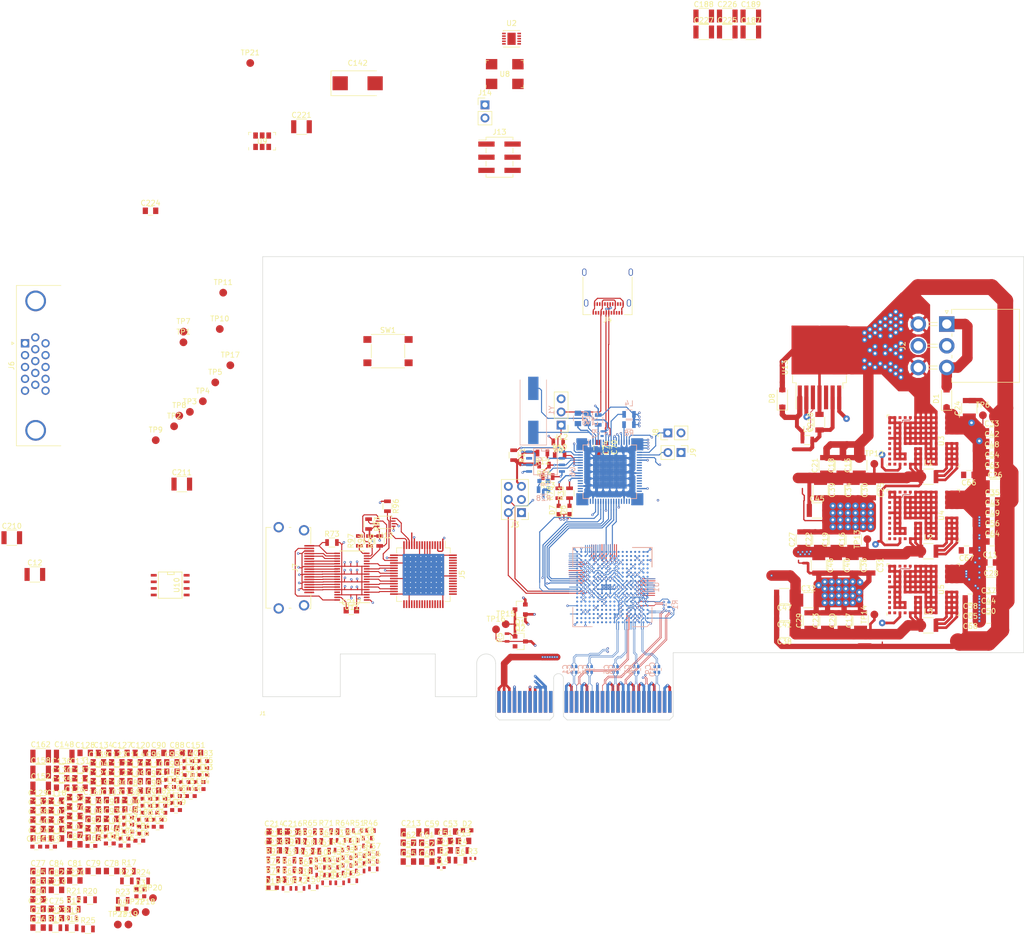
<source format=kicad_pcb>
(kicad_pcb (version 20171130) (host pcbnew "(5.0.2)-1")
  (layers (0 F.Cu signal) (1 Power power hide) (2 SigA signal) (3 SigB signal) (4 Ground signal hide) (31 B.Cu signal) (34 B.Paste user hide) (35 F.Paste user hide) (36 B.SilkS user) (37 F.SilkS user) (38 B.Mask user hide) (39 F.Mask user hide) (44 Edge.Cuts user))
  (net 0 "")
  (net 1 PCIe_CLK_P)
  (net 2 PCIe_CLK_N)
  (net 3 PCIe_TX0_P)
  (net 4 PCIe_TX0_N)
  (net 5 PCIe_TX1_P)
  (net 6 PCIe_TX1_N)
  (net 7 PCIe_TX2_P)
  (net 8 PCIe_TX2_N)
  (net 9 PCIe_TX3_P)
  (net 10 PCIe_TX3_N)
  (net 11 SGND_PI3420_1)
  (net 12 PCIe_12V)
  (net 13 VCC3V3)
  (net 14 "Net-(C14-Pad1)")
  (net 15 MGTAVCC)
  (net 16 VCC1V8)
  (net 17 MGTAVTT)
  (net 18 "Net-(C69-Pad1)")
  (net 19 "Net-(C70-Pad1)")
  (net 20 "Net-(C72-Pad1)")
  (net 21 "Net-(C73-Pad1)")
  (net 22 VCC2V5)
  (net 23 "Net-(C213-Pad2)")
  (net 24 "Net-(C213-Pad1)")
  (net 25 VCC5V0)
  (net 26 HDMI5V0)
  (net 27 ESD)
  (net 28 "Net-(D1-Pad2)")
  (net 29 "Net-(D2-Pad2)")
  (net 30 "Net-(D3-Pad2)")
  (net 31 "Net-(D4-Pad2)")
  (net 32 PWREN)
  (net 33 "Net-(D5-Pad2)")
  (net 34 "Net-(D6-Pad2)")
  (net 35 "Net-(D7-Pad2)")
  (net 36 MSEN)
  (net 37 PCIe_PRSNT_B)
  (net 38 "Net-(J1-PadB5)")
  (net 39 "Net-(J1-PadA5)")
  (net 40 "Net-(J1-PadB6)")
  (net 41 "Net-(J1-PadA6)")
  (net 42 "Net-(J1-PadA7)")
  (net 43 PCIe_3.3V)
  (net 44 "Net-(J1-PadA8)")
  (net 45 "Net-(J1-PadB9)")
  (net 46 "Net-(J1-PadB10)")
  (net 47 PCIe_WAKE_B)
  (net 48 PCIe_PERST)
  (net 49 "Net-(J1-PadB12)")
  (net 50 PCIe_RX0_P)
  (net 51 PCIe_RX0_N)
  (net 52 "Net-(J1-PadB17)")
  (net 53 PCIe_RX1_P)
  (net 54 "Net-(J1-PadA19)")
  (net 55 PCIe_RX1_N)
  (net 56 PCIe_RX2_P)
  (net 57 PCIe_RX2_N)
  (net 58 PCIe_RX3_P)
  (net 59 PCIe_RX3_N)
  (net 60 "Net-(J1-PadB30)")
  (net 61 "Net-(J1-PadA32)")
  (net 62 "Net-(J2-Pad5)")
  (net 63 "Net-(J2-Pad2)")
  (net 64 JTAG_TDO)
  (net 65 JTAG_TDI)
  (net 66 JTAG_TMS)
  (net 67 JTAG_TCK)
  (net 68 "Net-(J12-Pad2)")
  (net 69 "Net-(J4-PadB8)")
  (net 70 USB_DM_1)
  (net 71 USB_DP_1)
  (net 72 "Net-(J4-PadB5)")
  (net 73 "Net-(J4-PadA8)")
  (net 74 "Net-(J4-PadA5)")
  (net 75 HDMI_D0)
  (net 76 HDMI_D1)
  (net 77 HDMI_D2)
  (net 78 HDMI_D3)
  (net 79 HDMI_D4)
  (net 80 HDMI_D5)
  (net 81 HDMI_CLK)
  (net 82 HDMI_D6)
  (net 83 HDMI_D7)
  (net 84 HDMI_D8)
  (net 85 HDMI_D9)
  (net 86 HDMI_D10)
  (net 87 HDMI_D11)
  (net 88 "Net-(J5-Pad49)")
  (net 89 HDMI_D12)
  (net 90 HDMI_D13)
  (net 91 HDMI_D14)
  (net 92 HDMI_D15)
  (net 93 HDMI_D16)
  (net 94 HDMI_D17)
  (net 95 HDMI_D18)
  (net 96 HDMI_D19)
  (net 97 HDMI_D20)
  (net 98 HDMI_D21)
  (net 99 HDMI_D22)
  (net 100 HDMI_D23)
  (net 101 "Net-(J5-Pad34)")
  (net 102 "Net-(J5-Pad31)")
  (net 103 "Net-(J5-Pad30)")
  (net 104 "Net-(J5-Pad28)")
  (net 105 "Net-(J5-Pad27)")
  (net 106 "Net-(J5-Pad25)")
  (net 107 "Net-(J5-Pad24)")
  (net 108 "Net-(J5-Pad22)")
  (net 109 "Net-(J5-Pad21)")
  (net 110 "Net-(J5-Pad19)")
  (net 111 HDMI_SCL)
  (net 112 HDMI_SDA)
  (net 113 HDMI_RST)
  (net 114 HPD)
  (net 115 HDMI_VSYNC)
  (net 116 HDMI_HSYNC)
  (net 117 HDMI_DE)
  (net 118 "Net-(J6-Pad15)")
  (net 119 "Net-(J6-Pad14)")
  (net 120 "Net-(J6-Pad13)")
  (net 121 "Net-(J6-Pad12)")
  (net 122 "Net-(J6-Pad11)")
  (net 123 "Net-(J6-Pad9)")
  (net 124 "Net-(J6-Pad4)")
  (net 125 "Net-(J6-Pad3)")
  (net 126 "Net-(J6-Pad2)")
  (net 127 "Net-(J6-Pad1)")
  (net 128 "Net-(J7-Pad1)")
  (net 129 "Net-(J7-Pad3)")
  (net 130 "Net-(J7-Pad4)")
  (net 131 "Net-(J7-Pad6)")
  (net 132 "Net-(J7-Pad7)")
  (net 133 "Net-(J7-Pad9)")
  (net 134 "Net-(J7-Pad10)")
  (net 135 "Net-(J7-Pad12)")
  (net 136 "Net-(J7-Pad13)")
  (net 137 "Net-(J7-Pad14)")
  (net 138 "Net-(J7-Pad15)")
  (net 139 "Net-(J7-Pad16)")
  (net 140 "Net-(J7-Pad19)")
  (net 141 "Net-(J8-Pad1)")
  (net 142 "Net-(J9-Pad2)")
  (net 143 DDR2_CK_C)
  (net 144 USB_VBUS_1)
  (net 145 "Net-(J13-Pad3)")
  (net 146 "Net-(J13-Pad2)")
  (net 147 "Net-(J13-Pad1)")
  (net 148 EMCCLK)
  (net 149 "Net-(J14-Pad2)")
  (net 150 "Net-(L1-Pad2)")
  (net 151 "Net-(L2-Pad2)")
  (net 152 "Net-(L3-Pad2)")
  (net 153 "Net-(Q1-Pad3)")
  (net 154 "Net-(R1-Pad1)")
  (net 155 "Net-(R3-Pad2)")
  (net 156 "Net-(R6-Pad1)")
  (net 157 "Net-(R7-Pad2)")
  (net 158 "Net-(R8-Pad1)")
  (net 159 "Net-(R10-Pad2)")
  (net 160 "Net-(R11-Pad1)")
  (net 161 "Net-(R12-Pad1)")
  (net 162 "Net-(R13-Pad2)")
  (net 163 "Net-(R13-Pad1)")
  (net 164 FCS_B)
  (net 165 D01)
  (net 166 "Net-(R16-Pad2)")
  (net 167 "Net-(R17-Pad2)")
  (net 168 D02)
  (net 169 SYSCLK_N)
  (net 170 SYSCLK_P)
  (net 171 "Net-(R20-Pad2)")
  (net 172 D03)
  (net 173 D00)
  (net 174 "Net-(R22-Pad1)")
  (net 175 "Net-(R25-Pad2)")
  (net 176 RxD_LED)
  (net 177 HDMI_R_D0)
  (net 178 HDMI_R_D2)
  (net 179 HDMI_R_D4)
  (net 180 HDMI_R_D6)
  (net 181 HDMI_R_D8)
  (net 182 HDMI_R_D10)
  (net 183 HDMI_R_D12)
  (net 184 HDMI_R_D14)
  (net 185 HDMI_R_D16)
  (net 186 HDMI_R_D18)
  (net 187 HDMI_R_D20)
  (net 188 HDMI_R_D22)
  (net 189 HDMI_R_CLK)
  (net 190 HDMI_R_VSYNC)
  (net 191 HDMI_R_D1)
  (net 192 HDMI_R_D3)
  (net 193 HDMI_R_D5)
  (net 194 HDMI_R_D7)
  (net 195 HDMI_R_D9)
  (net 196 HDMI_R_D11)
  (net 197 HDMI_R_D13)
  (net 198 HDMI_R_D15)
  (net 199 HDMI_R_D17)
  (net 200 HDMI_R_D19)
  (net 201 HDMI_R_D21)
  (net 202 HDMI_R_D23)
  (net 203 HDMI_R_HSYNC)
  (net 204 HDMI_R_DE)
  (net 205 "Net-(R60-Pad1)")
  (net 206 VGA_R3)
  (net 207 VGA_G1)
  (net 208 VGA_G3)
  (net 209 VGA_B1)
  (net 210 VGA_B3)
  (net 211 VGA_R2)
  (net 212 VGA_R4)
  (net 213 VGA_G2)
  (net 214 VGA_G4)
  (net 215 VGA_B2)
  (net 216 VGA_B4)
  (net 217 VGA_VS)
  (net 218 VGA_HS)
  (net 219 TxD_LED)
  (net 220 "Net-(R93-Pad1)")
  (net 221 DDC_DAT)
  (net 222 DDC_CLK)
  (net 223 "Net-(R97-Pad1)")
  (net 224 "Net-(U1-PadB5)")
  (net 225 "Net-(U1-PadB6)")
  (net 226 CCLK)
  (net 227 TTL_DCD1)
  (net 228 TTL_DTR1)
  (net 229 VGA_R1)
  (net 230 TTL_DSR1)
  (net 231 TTL_RTS1)
  (net 232 TTL_CTS1)
  (net 233 "Net-(U1-PadA12)")
  (net 234 "Net-(U1-PadA13)")
  (net 235 "Net-(U1-PadC13)")
  (net 236 "Net-(U1-PadD13)")
  (net 237 "Net-(U1-PadE13)")
  (net 238 "Net-(U1-PadA14)")
  (net 239 "Net-(U1-PadB14)")
  (net 240 "Net-(U1-PadC14)")
  (net 241 "Net-(U1-PadD14)")
  (net 242 TTL_RI1)
  (net 243 "Net-(U1-PadA15)")
  (net 244 "Net-(U1-PadB15)")
  (net 245 "Net-(U1-PadD15)")
  (net 246 "Net-(U1-PadE15)")
  (net 247 "Net-(U1-PadB16)")
  (net 248 "Net-(U1-PadC16)")
  (net 249 "Net-(U1-PadD16)")
  (net 250 "Net-(U1-PadE16)")
  (net 251 "Net-(U1-PadA17)")
  (net 252 "Net-(U1-PadB17)")
  (net 253 "Net-(U1-PadC17)")
  (net 254 "Net-(U1-PadE17)")
  (net 255 "Net-(U1-PadG17)")
  (net 256 TTL_TxD1)
  (net 257 "Net-(U1-PadC18)")
  (net 258 "Net-(U1-PadD18)")
  (net 259 "Net-(U1-PadF18)")
  (net 260 TTL_RxD1)
  (net 261 "Net-(U3-PadA1)")
  (net 262 "Net-(U3-PadB1)")
  (net 263 "Net-(U3-PadC1)")
  (net 264 "Net-(U3-PadD1)")
  (net 265 "Net-(U3-PadE1)")
  (net 266 "Net-(U3-PadG1)")
  (net 267 "Net-(U3-PadH1)")
  (net 268 "Net-(U3-PadA2)")
  (net 269 "Net-(U3-PadK3)")
  (net 270 "Net-(U3-PadA4)")
  (net 271 "Net-(U3-PadK4)")
  (net 272 "Net-(U4-PadA1)")
  (net 273 "Net-(U4-PadB1)")
  (net 274 "Net-(U4-PadC1)")
  (net 275 "Net-(U4-PadD1)")
  (net 276 "Net-(U4-PadE1)")
  (net 277 "Net-(U4-PadG1)")
  (net 278 "Net-(U4-PadH1)")
  (net 279 "Net-(U4-PadA2)")
  (net 280 "Net-(U4-PadK3)")
  (net 281 "Net-(U4-PadA4)")
  (net 282 "Net-(U4-PadK4)")
  (net 283 "Net-(U5-PadK4)")
  (net 284 "Net-(U5-PadA4)")
  (net 285 "Net-(U5-PadK3)")
  (net 286 "Net-(U5-PadA2)")
  (net 287 "Net-(U5-PadH1)")
  (net 288 "Net-(U5-PadG1)")
  (net 289 "Net-(U5-PadE1)")
  (net 290 "Net-(U5-PadD1)")
  (net 291 "Net-(U5-PadC1)")
  (net 292 "Net-(U5-PadA1)")
  (net 293 "Net-(U6-Pad58)")
  (net 294 "Net-(U6-Pad57)")
  (net 295 "Net-(U6-Pad53)")
  (net 296 "Net-(U6-Pad52)")
  (net 297 "Net-(U6-Pad50)")
  (net 298 "Net-(U6-Pad49)")
  (net 299 "Net-(U6-Pad48)")
  (net 300 "Net-(U6-Pad36)")
  (net 301 "Net-(U6-Pad34)")
  (net 302 "Net-(U6-Pad33)")
  (net 303 "Net-(U6-Pad32)")
  (net 304 "Net-(U6-Pad30)")
  (net 305 "Net-(U6-Pad29)")
  (net 306 "Net-(U6-Pad28)")
  (net 307 "Net-(U6-Pad27)")
  (net 308 "Net-(U6-Pad26)")
  (net 309 "Net-(U6-Pad24)")
  (net 310 "Net-(U6-Pad23)")
  (net 311 "Net-(U6-Pad22)")
  (net 312 "Net-(U6-Pad21)")
  (net 313 "Net-(U7-Pad7)")
  (net 314 "Net-(U9-Pad2)")
  (net 315 "Net-(U11-Pad16)")
  (net 316 "Net-(U13-Pad5)")
  (net 317 /PCIe_interface/REFCLK_PCIe_P)
  (net 318 /PCIe_interface/REFCLK_PCIe_N)
  (net 319 /PCIe_interface/PER0_P)
  (net 320 /PCIe_interface/PER0_N)
  (net 321 /PCIe_interface/PER1_P)
  (net 322 /PCIe_interface/PER1_N)
  (net 323 /PCIe_interface/PER2_P)
  (net 324 /PCIe_interface/PER2_N)
  (net 325 /PCIe_interface/PER3_P)
  (net 326 /PCIe_interface/PER3_N)
  (net 327 GND)
  (net 328 SGND_PI3420_2)
  (net 329 SGND_PI3421_1)
  (net 330 "Net-(U1-PadH18)")
  (net 331 "Net-(U1-PadE18)")
  (net 332 "Net-(U1-PadH17)")
  (net 333 "Net-(U1-PadF17)")
  (net 334 "Net-(U1-PadH16)")
  (net 335 "Net-(U1-PadG16)")
  (net 336 "Net-(U1-PadG15)")
  (net 337 "Net-(U1-PadF15)")
  (net 338 "Net-(U1-PadH14)")
  (net 339 "Net-(U1-PadG14)")
  (net 340 "Net-(U1-PadF14)")
  (net 341 "Net-(U1-PadV8)")
  (net 342 "Net-(U1-PadV7)")
  (net 343 "Net-(U1-PadU7)")
  (net 344 "Net-(U1-PadT7)")
  (net 345 "Net-(U1-PadR7)")
  (net 346 "Net-(U1-PadV6)")
  (net 347 "Net-(U1-PadU6)")
  (net 348 "Net-(U1-PadR6)")
  (net 349 "Net-(U1-PadP6)")
  (net 350 "Net-(U1-PadN6)")
  (net 351 "Net-(U1-PadM6)")
  (net 352 "Net-(U1-PadK6)")
  (net 353 "Net-(U1-PadJ6)")
  (net 354 "Net-(U1-PadU5)")
  (net 355 "Net-(U1-PadT5)")
  (net 356 "Net-(U1-PadR5)")
  (net 357 "Net-(U1-PadP5)")
  (net 358 "Net-(U1-PadM5)")
  (net 359 "Net-(U1-PadL5)")
  (net 360 "Net-(U1-PadK5)")
  (net 361 "Net-(U1-PadJ5)")
  (net 362 "Net-(U1-PadV4)")
  (net 363 "Net-(U1-PadU4)")
  (net 364 "Net-(U1-PadT4)")
  (net 365 "Net-(U1-PadP4)")
  (net 366 "Net-(U1-PadN4)")
  (net 367 "Net-(U1-PadM4)")
  (net 368 "Net-(U1-PadL4)")
  (net 369 "Net-(U1-PadJ4)")
  (net 370 "Net-(U1-PadV3)")
  (net 371 "Net-(U1-PadT3)")
  (net 372 "Net-(U1-PadR3)")
  (net 373 "Net-(U1-PadP3)")
  (net 374 "Net-(U1-PadN3)")
  (net 375 "Net-(U1-PadL3)")
  (net 376 "Net-(U1-PadK3)")
  (net 377 "Net-(U1-PadV2)")
  (net 378 "Net-(U1-PadU2)")
  (net 379 "Net-(U1-PadT2)")
  (net 380 "Net-(U1-PadR2)")
  (net 381 "Net-(U1-PadN2)")
  (net 382 "Net-(U1-PadM2)")
  (net 383 "Net-(U1-PadL2)")
  (net 384 "Net-(U1-PadK2)")
  (net 385 "Net-(U1-PadU1)")
  (net 386 "Net-(U1-PadR1)")
  (net 387 "Net-(U1-PadP1)")
  (net 388 "Net-(U1-PadN1)")
  (net 389 "Net-(U1-PadM1)")
  (net 390 "Net-(U1-PadK1)")
  (module Housings_QFP:HTQFP-64-1EP_10x10mm_Pitch0.5mm_ThermalPad (layer F.Cu) (at 112.55248 123.92914 270)
    (fp_text reference J5 (at 0 -7.45 270) (layer F.SilkS))
    (fp_text value TFP410)
    (pad 65 smd rect (at 0 0 90) (size 8 8) (layers B.Cu) (net 327 GND))
    (pad 65 thru_hole circle (at 3.5 3.5) (size 0.3 0.3) (drill 0.2) (layers *.Cu F.Adhes) (net 327 GND))
    (pad 65 thru_hole circle (at 3.5 2.5) (size 0.3 0.3) (drill 0.2) (layers *.Cu F.Adhes) (net 327 GND))
    (pad 65 thru_hole circle (at 3.5 1.5) (size 0.3 0.3) (drill 0.2) (layers *.Cu F.Adhes) (net 327 GND))
    (pad 65 thru_hole circle (at 3.5 0.5) (size 0.3 0.3) (drill 0.2) (layers *.Cu F.Adhes) (net 327 GND))
    (pad 65 thru_hole circle (at 2.5 0.5) (size 0.3 0.3) (drill 0.2) (layers *.Cu F.Adhes) (net 327 GND))
    (pad 65 thru_hole circle (at 2.5 1.5) (size 0.3 0.3) (drill 0.2) (layers *.Cu F.Adhes) (net 327 GND))
    (pad 65 thru_hole circle (at 2.5 2.5) (size 0.3 0.3) (drill 0.2) (layers *.Cu F.Adhes) (net 327 GND))
    (pad 65 thru_hole circle (at 2.5 3.5) (size 0.3 0.3) (drill 0.2) (layers *.Cu F.Adhes) (net 327 GND))
    (pad 65 thru_hole circle (at 1.5 3.5) (size 0.3 0.3) (drill 0.2) (layers *.Cu F.Adhes) (net 327 GND))
    (pad 65 thru_hole circle (at 1.5 2.5) (size 0.3 0.3) (drill 0.2) (layers *.Cu F.Adhes) (net 327 GND))
    (pad 65 thru_hole circle (at 1.5 1.5) (size 0.3 0.3) (drill 0.2) (layers *.Cu F.Adhes) (net 327 GND))
    (pad 65 thru_hole circle (at 1.5 0.5) (size 0.3 0.3) (drill 0.2) (layers *.Cu F.Adhes) (net 327 GND))
    (pad 65 thru_hole circle (at 0.5 0.5) (size 0.3 0.3) (drill 0.2) (layers *.Cu F.Adhes) (net 327 GND))
    (pad 65 thru_hole circle (at 0.5 1.5) (size 0.3 0.3) (drill 0.2) (layers *.Cu F.Adhes) (net 327 GND))
    (pad 65 thru_hole circle (at 0.5 2.5) (size 0.3 0.3) (drill 0.2) (layers *.Cu F.Adhes) (net 327 GND))
    (pad 65 thru_hole circle (at 0.5 3.5) (size 0.3 0.3) (drill 0.2) (layers *.Cu F.Adhes) (net 327 GND))
    (pad 65 thru_hole circle (at -0.5 3.5) (size 0.3 0.3) (drill 0.2) (layers *.Cu F.Adhes) (net 327 GND))
    (pad 65 thru_hole circle (at -0.5 2.5) (size 0.3 0.3) (drill 0.2) (layers *.Cu F.Adhes) (net 327 GND))
    (pad 65 thru_hole circle (at -0.5 1.5) (size 0.3 0.3) (drill 0.2) (layers *.Cu F.Adhes) (net 327 GND))
    (pad 65 thru_hole circle (at -0.5 0.5) (size 0.3 0.3) (drill 0.2) (layers *.Cu F.Adhes) (net 327 GND))
    (pad 65 thru_hole circle (at -1.5 0.5) (size 0.3 0.3) (drill 0.2) (layers *.Cu F.Adhes) (net 327 GND))
    (pad 65 thru_hole circle (at -1.5 1.5) (size 0.3 0.3) (drill 0.2) (layers *.Cu F.Adhes) (net 327 GND))
    (pad 65 thru_hole circle (at -1.5 2.5) (size 0.3 0.3) (drill 0.2) (layers *.Cu F.Adhes) (net 327 GND))
    (pad 65 thru_hole circle (at -1.5 3.5) (size 0.3 0.3) (drill 0.2) (layers *.Cu F.Adhes) (net 327 GND))
    (pad 65 thru_hole circle (at -2.5 3.5) (size 0.3 0.3) (drill 0.2) (layers *.Cu F.Adhes) (net 327 GND))
    (pad 65 thru_hole circle (at -2.5 2.5) (size 0.3 0.3) (drill 0.2) (layers *.Cu F.Adhes) (net 327 GND))
    (pad 65 thru_hole circle (at -2.5 1.5) (size 0.3 0.3) (drill 0.2) (layers *.Cu F.Adhes) (net 327 GND))
    (pad 65 thru_hole circle (at -2.5 0.5) (size 0.3 0.3) (drill 0.2) (layers *.Cu F.Adhes) (net 327 GND))
    (pad 65 thru_hole circle (at -3.5 0.5) (size 0.3 0.3) (drill 0.2) (layers *.Cu F.Adhes) (net 327 GND))
    (pad 65 thru_hole circle (at -3.5 1.5) (size 0.3 0.3) (drill 0.2) (layers *.Cu F.Adhes) (net 327 GND))
    (pad 65 thru_hole circle (at -3.5 2.5) (size 0.3 0.3) (drill 0.2) (layers *.Cu F.Adhes) (net 327 GND))
    (pad 65 thru_hole circle (at -3.5 3.5) (size 0.3 0.3) (drill 0.2) (layers *.Cu F.Adhes) (net 327 GND))
    (pad 65 thru_hole circle (at 3.5 -0.5) (size 0.3 0.3) (drill 0.2) (layers *.Cu F.Adhes) (net 327 GND))
    (pad 65 thru_hole circle (at 3.5 -1.5) (size 0.3 0.3) (drill 0.2) (layers *.Cu F.Adhes) (net 327 GND))
    (pad 65 thru_hole circle (at 2.5 -0.5) (size 0.3 0.3) (drill 0.2) (layers *.Cu F.Adhes) (net 327 GND))
    (pad 65 thru_hole circle (at 2.5 -1.5) (size 0.3 0.3) (drill 0.2) (layers *.Cu F.Adhes) (net 327 GND))
    (pad 65 thru_hole circle (at 1.5 -0.5) (size 0.3 0.3) (drill 0.2) (layers *.Cu F.Adhes) (net 327 GND))
    (pad 65 thru_hole circle (at 1.5 -1.5) (size 0.3 0.3) (drill 0.2) (layers *.Cu F.Adhes) (net 327 GND))
    (pad 65 thru_hole circle (at 0.5 -1.5) (size 0.3 0.3) (drill 0.2) (layers *.Cu F.Adhes) (net 327 GND))
    (pad 65 thru_hole circle (at 0.5 -0.5) (size 0.3 0.3) (drill 0.2) (layers *.Cu F.Adhes) (net 327 GND))
    (pad 65 thru_hole circle (at -0.5 -0.5) (size 0.3 0.3) (drill 0.2) (layers *.Cu F.Adhes) (net 327 GND))
    (pad 65 thru_hole circle (at -0.5 -1.5) (size 0.3 0.3) (drill 0.2) (layers *.Cu F.Adhes) (net 327 GND))
    (pad 65 thru_hole circle (at -1.5 -1.5) (size 0.3 0.3) (drill 0.2) (layers *.Cu F.Adhes) (net 327 GND))
    (pad 65 thru_hole circle (at -1.5 -0.5) (size 0.3 0.3) (drill 0.2) (layers *.Cu F.Adhes) (net 327 GND))
    (pad 65 thru_hole circle (at -2.5 -0.5) (size 0.3 0.3) (drill 0.2) (layers *.Cu F.Adhes) (net 327 GND))
    (pad 65 thru_hole circle (at -2.5 -1.5) (size 0.3 0.3) (drill 0.2) (layers *.Cu F.Adhes) (net 327 GND))
    (pad 65 thru_hole circle (at -3.5 -0.5) (size 0.3 0.3) (drill 0.2) (layers *.Cu F.Adhes) (net 327 GND))
    (pad 65 thru_hole circle (at -3.5 -1.5) (size 0.3 0.3) (drill 0.2) (layers *.Cu F.Adhes) (net 327 GND))
    (pad 65 thru_hole circle (at -3.5 -2.5) (size 0.3 0.3) (drill 0.2) (layers *.Cu F.Adhes) (net 327 GND))
    (pad 65 thru_hole circle (at -2.5 -2.5) (size 0.3 0.3) (drill 0.2) (layers *.Cu F.Adhes) (net 327 GND))
    (pad 65 thru_hole circle (at -1.5 -2.5) (size 0.3 0.3) (drill 0.2) (layers *.Cu F.Adhes) (net 327 GND))
    (pad 65 thru_hole circle (at -0.5 -2.5) (size 0.3 0.3) (drill 0.2) (layers *.Cu F.Adhes) (net 327 GND))
    (pad 65 thru_hole circle (at 0.5 -2.5) (size 0.3 0.3) (drill 0.2) (layers *.Cu F.Adhes) (net 327 GND))
    (pad 65 thru_hole circle (at 1.5 -2.5) (size 0.3 0.3) (drill 0.2) (layers *.Cu F.Adhes) (net 327 GND))
    (pad 65 thru_hole circle (at 2.5 -2.5) (size 0.3 0.3) (drill 0.2) (layers *.Cu F.Adhes) (net 327 GND))
    (pad 65 thru_hole circle (at 3.5 -2.5) (size 0.3 0.3) (drill 0.2) (layers *.Cu F.Adhes) (net 327 GND))
    (pad 65 thru_hole circle (at 3.5 -3.5) (size 0.3 0.3) (drill 0.2) (layers *.Cu F.Adhes) (net 327 GND))
    (pad 65 thru_hole circle (at 2.5 -3.5) (size 0.3 0.3) (drill 0.2) (layers *.Cu F.Adhes) (net 327 GND))
    (pad 65 thru_hole circle (at 1.5 -3.5) (size 0.3 0.3) (drill 0.2) (layers *.Cu F.Adhes) (net 327 GND))
    (pad 65 thru_hole circle (at 0.5 -3.5) (size 0.3 0.3) (drill 0.2) (layers *.Cu F.Adhes) (net 327 GND))
    (pad 65 thru_hole circle (at -0.5 -3.5) (size 0.3 0.3) (drill 0.2) (layers *.Cu F.Adhes) (net 327 GND))
    (pad 65 thru_hole circle (at -1.5 -3.5) (size 0.3 0.3) (drill 0.2) (layers *.Cu F.Adhes) (net 327 GND))
    (pad 65 thru_hole circle (at -2.5 -3.5) (size 0.3 0.3) (drill 0.2) (layers *.Cu F.Adhes) (net 327 GND))
    (pad 65 thru_hole circle (at -3.5 -3.5) (size 0.3 0.3) (drill 0.2) (layers *.Cu F.Adhes) (net 327 GND))
    (pad 65 smd rect (at 0 0 90) (size 8 8) (layers F.Cu F.Paste F.Mask) (net 327 GND))
    (pad 64 smd rect (at -3.75 -5.7) (size 1.5 0.3) (layers F.Cu F.Paste F.Mask) (net 327 GND))
    (pad 63 smd rect (at -3.25 -5.7) (size 1.5 0.3) (layers F.Cu F.Paste F.Mask) (net 75 HDMI_D0))
    (pad 62 smd rect (at -2.75 -5.7) (size 1.5 0.3) (layers F.Cu F.Paste F.Mask) (net 76 HDMI_D1))
    (pad 61 smd rect (at -2.25 -5.7) (size 1.5 0.3) (layers F.Cu F.Paste F.Mask) (net 77 HDMI_D2))
    (pad 60 smd rect (at -1.75 -5.7) (size 1.5 0.3) (layers F.Cu F.Paste F.Mask) (net 78 HDMI_D3))
    (pad 59 smd rect (at -1.25 -5.7) (size 1.5 0.3) (layers F.Cu F.Paste F.Mask) (net 79 HDMI_D4))
    (pad 58 smd rect (at -0.75 -5.7) (size 1.5 0.3) (layers F.Cu F.Paste F.Mask) (net 80 HDMI_D5))
    (pad 57 smd rect (at -0.25 -5.7) (size 1.5 0.3) (layers F.Cu F.Paste F.Mask) (net 81 HDMI_CLK))
    (pad 56 smd rect (at 0.25 -5.7) (size 1.5 0.3) (layers F.Cu F.Paste F.Mask) (net 327 GND))
    (pad 55 smd rect (at 0.75 -5.7) (size 1.5 0.3) (layers F.Cu F.Paste F.Mask) (net 82 HDMI_D6))
    (pad 54 smd rect (at 1.25 -5.7) (size 1.5 0.3) (layers F.Cu F.Paste F.Mask) (net 83 HDMI_D7))
    (pad 53 smd rect (at 1.75 -5.7) (size 1.5 0.3) (layers F.Cu F.Paste F.Mask) (net 84 HDMI_D8))
    (pad 52 smd rect (at 2.25 -5.7) (size 1.5 0.3) (layers F.Cu F.Paste F.Mask) (net 85 HDMI_D9))
    (pad 51 smd rect (at 2.75 -5.7) (size 1.5 0.3) (layers F.Cu F.Paste F.Mask) (net 86 HDMI_D10))
    (pad 50 smd rect (at 3.25 -5.7) (size 1.5 0.3) (layers F.Cu F.Paste F.Mask) (net 87 HDMI_D11))
    (pad 49 smd rect (at 3.75 -5.7) (size 1.5 0.3) (layers F.Cu F.Paste F.Mask) (net 88 "Net-(J5-Pad49)"))
    (pad 48 smd rect (at 5.7 -3.75 270) (size 1.5 0.3) (layers F.Cu F.Paste F.Mask) (net 327 GND))
    (pad 47 smd rect (at 5.7 -3.25 270) (size 1.5 0.3) (layers F.Cu F.Paste F.Mask) (net 89 HDMI_D12))
    (pad 46 smd rect (at 5.7 -2.75 270) (size 1.5 0.3) (layers F.Cu F.Paste F.Mask) (net 90 HDMI_D13))
    (pad 45 smd rect (at 5.7 -2.25 270) (size 1.5 0.3) (layers F.Cu F.Paste F.Mask) (net 91 HDMI_D14))
    (pad 44 smd rect (at 5.7 -1.75 270) (size 1.5 0.3) (layers F.Cu F.Paste F.Mask) (net 92 HDMI_D15))
    (pad 43 smd rect (at 5.7 -1.25 270) (size 1.5 0.3) (layers F.Cu F.Paste F.Mask) (net 93 HDMI_D16))
    (pad 42 smd rect (at 5.7 -0.75 270) (size 1.5 0.3) (layers F.Cu F.Paste F.Mask) (net 94 HDMI_D17))
    (pad 41 smd rect (at 5.7 -0.25 270) (size 1.5 0.3) (layers F.Cu F.Paste F.Mask) (net 95 HDMI_D18))
    (pad 40 smd rect (at 5.7 0.25 270) (size 1.5 0.3) (layers F.Cu F.Paste F.Mask) (net 96 HDMI_D19))
    (pad 39 smd rect (at 5.7 0.75 270) (size 1.5 0.3) (layers F.Cu F.Paste F.Mask) (net 97 HDMI_D20))
    (pad 38 smd rect (at 5.7 1.25 270) (size 1.5 0.3) (layers F.Cu F.Paste F.Mask) (net 98 HDMI_D21))
    (pad 37 smd rect (at 5.7 1.75 270) (size 1.5 0.3) (layers F.Cu F.Paste F.Mask) (net 99 HDMI_D22))
    (pad 36 smd rect (at 5.7 2.25 270) (size 1.5 0.3) (layers F.Cu F.Paste F.Mask) (net 100 HDMI_D23))
    (pad 35 smd rect (at 5.7 2.75 270) (size 1.5 0.3) (layers F.Cu F.Paste F.Mask) (net 327 GND))
    (pad 34 smd rect (at 5.7 3.25 270) (size 1.5 0.3) (layers F.Cu F.Paste F.Mask) (net 101 "Net-(J5-Pad34)"))
    (pad 33 smd rect (at 5.7 3.75 270) (size 1.5 0.3) (layers F.Cu F.Paste F.Mask) (net 13 VCC3V3))
    (pad 32 smd rect (at 3.75 5.7) (size 1.5 0.3) (layers F.Cu F.Paste F.Mask) (net 327 GND))
    (pad 31 smd rect (at 3.25 5.7) (size 1.5 0.3) (layers F.Cu F.Paste F.Mask) (net 102 "Net-(J5-Pad31)"))
    (pad 30 smd rect (at 2.75 5.7) (size 1.5 0.3) (layers F.Cu F.Paste F.Mask) (net 103 "Net-(J5-Pad30)"))
    (pad 29 smd rect (at 2.25 5.7) (size 1.5 0.3) (layers F.Cu F.Paste F.Mask) (net 13 VCC3V3))
    (pad 28 smd rect (at 1.75 5.7) (size 1.5 0.3) (layers F.Cu F.Paste F.Mask) (net 104 "Net-(J5-Pad28)"))
    (pad 27 smd rect (at 1.25 5.7) (size 1.5 0.3) (layers F.Cu F.Paste F.Mask) (net 105 "Net-(J5-Pad27)"))
    (pad 26 smd rect (at 0.75 5.7) (size 1.5 0.3) (layers F.Cu F.Paste F.Mask) (net 327 GND))
    (pad 25 smd rect (at 0.25 5.7) (size 1.5 0.3) (layers F.Cu F.Paste F.Mask) (net 106 "Net-(J5-Pad25)"))
    (pad 24 smd rect (at -0.25 5.7) (size 1.5 0.3) (layers F.Cu F.Paste F.Mask) (net 107 "Net-(J5-Pad24)"))
    (pad 23 smd rect (at -0.75 5.7) (size 1.5 0.3) (layers F.Cu F.Paste F.Mask) (net 13 VCC3V3))
    (pad 22 smd rect (at -1.25 5.7) (size 1.5 0.3) (layers F.Cu F.Paste F.Mask) (net 108 "Net-(J5-Pad22)"))
    (pad 21 smd rect (at -1.75 5.7) (size 1.5 0.3) (layers F.Cu F.Paste F.Mask) (net 109 "Net-(J5-Pad21)"))
    (pad 20 smd rect (at -2.25 5.7) (size 1.5 0.3) (layers F.Cu F.Paste F.Mask) (net 327 GND))
    (pad 19 smd rect (at -2.75 5.7) (size 1.5 0.3) (layers F.Cu F.Paste F.Mask) (net 110 "Net-(J5-Pad19)"))
    (pad 18 smd rect (at -3.25 5.7) (size 1.5 0.3) (layers F.Cu F.Paste F.Mask) (net 13 VCC3V3))
    (pad 17 smd rect (at -3.75 5.7) (size 1.5 0.3) (layers F.Cu F.Paste F.Mask) (net 327 GND))
    (pad 16 smd rect (at -5.7 3.75 270) (size 1.5 0.3) (layers F.Cu F.Paste F.Mask) (net 327 GND))
    (pad 15 smd rect (at -5.7 3.25 270) (size 1.5 0.3) (layers F.Cu F.Paste F.Mask) (net 111 HDMI_SCL))
    (pad 14 smd rect (at -5.7 2.75 270) (size 1.5 0.3) (layers F.Cu F.Paste F.Mask) (net 112 HDMI_SDA))
    (pad 13 smd rect (at -5.7 2.25 270) (size 1.5 0.3) (layers F.Cu F.Paste F.Mask) (net 113 HDMI_RST))
    (pad 12 smd rect (at -5.7 1.75 270) (size 1.5 0.3) (layers F.Cu F.Paste F.Mask) (net 13 VCC3V3))
    (pad 11 smd rect (at -5.7 1.25 270) (size 1.5 0.3) (layers F.Cu F.Paste F.Mask) (net 36 MSEN))
    (pad 10 smd rect (at -5.7 0.75 270) (size 1.5 0.3) (layers F.Cu F.Paste F.Mask) (net 327 GND))
    (pad 9 smd rect (at -5.7 0.25 270) (size 1.5 0.3) (layers F.Cu F.Paste F.Mask) (net 114 HPD))
    (pad 8 smd rect (at -5.7 -0.25 270) (size 1.5 0.3) (layers F.Cu F.Paste F.Mask) (net 327 GND))
    (pad 7 smd rect (at -5.7 -0.75 270) (size 1.5 0.3) (layers F.Cu F.Paste F.Mask) (net 327 GND))
    (pad 6 smd rect (at -5.7 -1.25 270) (size 1.5 0.3) (layers F.Cu F.Paste F.Mask) (net 327 GND))
    (pad 5 smd rect (at -5.7 -1.75 270) (size 1.5 0.3) (layers F.Cu F.Paste F.Mask) (net 115 HDMI_VSYNC))
    (pad 4 smd rect (at -5.7 -2.25 270) (size 1.5 0.3) (layers F.Cu F.Paste F.Mask) (net 116 HDMI_HSYNC))
    (pad 3 smd rect (at -5.7 -2.75 270) (size 1.5 0.3) (layers F.Cu F.Paste F.Mask) (net 13 VCC3V3))
    (pad 2 smd rect (at -5.7 -3.25 270) (size 1.5 0.3) (layers F.Cu F.Paste F.Mask) (net 117 HDMI_DE))
    (pad 1 smd rect (at -5.7 -3.75 270) (size 1.5 0.3) (layers F.Cu F.Paste F.Mask) (net 13 VCC3V3))
  )
  (module SMD_Packages:SOIC-8-N (layer B.Cu) (at 136.13892 102.09022 270)
    (fp_text reference U7 (at 0 1.27 270) (layer B.SilkS) (effects (justify mirror)))
    (fp_text value 93LCxxC)
    (pad 1 smd rect (at -1.905 -3.175 270) (size 0.508 1.143) (layers B.Cu B.Paste B.Mask) (net 160 "Net-(R11-Pad1)"))
    (pad 2 smd rect (at -0.635 -3.175 270) (size 0.508 1.143) (layers B.Cu B.Paste B.Mask) (net 161 "Net-(R12-Pad1)"))
    (pad 3 smd rect (at 0.635 -3.175 270) (size 0.508 1.143) (layers B.Cu B.Paste B.Mask) (net 162 "Net-(R13-Pad2)"))
    (pad 4 smd rect (at 1.905 -3.175 270) (size 0.508 1.143) (layers B.Cu B.Paste B.Mask) (net 163 "Net-(R13-Pad1)"))
    (pad 5 smd rect (at 1.905 3.175 270) (size 0.508 1.143) (layers B.Cu B.Paste B.Mask) (net 327 GND))
    (pad 6 smd rect (at 0.635 3.175 270) (size 0.508 1.143) (layers B.Cu B.Paste B.Mask) (net 13 VCC3V3))
    (pad 7 smd rect (at -0.635 3.175 270) (size 0.508 1.143) (layers B.Cu B.Paste B.Mask) (net 313 "Net-(U7-Pad7)"))
    (pad 8 smd rect (at -1.905 3.175 270) (size 0.508 1.143) (layers B.Cu B.Paste B.Mask) (net 13 VCC3V3))
  )
  (module custom:BGA-324_15.0x15.0mm_Layout18x18_P0.8mm_Ball0.5mm_Pad0.4mm_NSMD (layer B.Cu) (at 149.055508 126.33345 90)
    (fp_text reference U1 (at 0 8.5 90) (layer B.SilkS) (effects (justify mirror)))
    (fp_text value XC7A35T_CSG325)
    (pad V18 smd circle (at 6.8 -6.8 90) (size 0.4 0.4) (layers B.Cu B.Paste B.Mask) (net 327 GND))
    (pad U18 smd circle (at 6.8 -6 90) (size 0.4 0.4) (layers B.Cu B.Paste B.Mask) (net 13 VCC3V3))
    (pad T18 smd circle (at 6.8 -5.2 90) (size 0.4 0.4) (layers B.Cu B.Paste B.Mask) (net 184 HDMI_R_D14))
    (pad R18 smd circle (at 6.8 -4.4 90) (size 0.4 0.4) (layers B.Cu B.Paste B.Mask) (net 197 HDMI_R_D13))
    (pad P18 smd circle (at 6.8 -3.6 90) (size 0.4 0.4) (layers B.Cu B.Paste B.Mask) (net 179 HDMI_R_D4))
    (pad N18 smd circle (at 6.8 -2.8 90) (size 0.4 0.4) (layers B.Cu B.Paste B.Mask) (net 192 HDMI_R_D3))
    (pad M18 smd circle (at 6.8 -2 90) (size 0.4 0.4) (layers B.Cu B.Paste B.Mask) (net 327 GND))
    (pad L18 smd circle (at 6.8 -1.2 90) (size 0.4 0.4) (layers B.Cu B.Paste B.Mask) (net 260 TTL_RxD1))
    (pad K18 smd circle (at 6.8 -0.4 90) (size 0.4 0.4) (layers B.Cu B.Paste B.Mask) (net 148 EMCCLK))
    (pad J18 smd circle (at 6.8 0.4 90) (size 0.4 0.4) (layers B.Cu B.Paste B.Mask) (net 13 VCC3V3))
    (pad H18 smd circle (at 6.8 1.2 90) (size 0.4 0.4) (layers B.Cu B.Paste B.Mask) (net 330 "Net-(U1-PadH18)"))
    (pad G18 smd circle (at 6.8 2 90) (size 0.4 0.4) (layers B.Cu B.Paste B.Mask) (net 16 VCC1V8))
    (pad F18 smd circle (at 6.8 2.8 90) (size 0.4 0.4) (layers B.Cu B.Paste B.Mask) (net 259 "Net-(U1-PadF18)"))
    (pad E18 smd circle (at 6.8 3.6 90) (size 0.4 0.4) (layers B.Cu B.Paste B.Mask) (net 331 "Net-(U1-PadE18)"))
    (pad D18 smd circle (at 6.8 4.4 90) (size 0.4 0.4) (layers B.Cu B.Paste B.Mask) (net 258 "Net-(U1-PadD18)"))
    (pad C18 smd circle (at 6.8 5.2 90) (size 0.4 0.4) (layers B.Cu B.Paste B.Mask) (net 257 "Net-(U1-PadC18)"))
    (pad B18 smd circle (at 6.8 6 90) (size 0.4 0.4) (layers B.Cu B.Paste B.Mask) (net 327 GND))
    (pad A18 smd circle (at 6.8 6.8 90) (size 0.4 0.4) (layers B.Cu B.Paste B.Mask) (net 327 GND))
    (pad V17 smd circle (at 6 -6.8 90) (size 0.4 0.4) (layers B.Cu B.Paste B.Mask) (net 187 HDMI_R_D20))
    (pad U17 smd circle (at 6 -6 90) (size 0.4 0.4) (layers B.Cu B.Paste B.Mask) (net 185 HDMI_R_D16))
    (pad T17 smd circle (at 6 -5.2 90) (size 0.4 0.4) (layers B.Cu B.Paste B.Mask) (net 198 HDMI_R_D15))
    (pad R17 smd circle (at 6 -4.4 90) (size 0.4 0.4) (layers B.Cu B.Paste B.Mask) (net 183 HDMI_R_D12))
    (pad P17 smd circle (at 6 -3.6 90) (size 0.4 0.4) (layers B.Cu B.Paste B.Mask) (net 13 VCC3V3))
    (pad N17 smd circle (at 6 -2.8 90) (size 0.4 0.4) (layers B.Cu B.Paste B.Mask) (net 178 HDMI_R_D2))
    (pad M17 smd circle (at 6 -2 90) (size 0.4 0.4) (layers B.Cu B.Paste B.Mask) (net 218 VGA_HS))
    (pad L17 smd circle (at 6 -1.2 90) (size 0.4 0.4) (layers B.Cu B.Paste B.Mask) (net 165 D01))
    (pad K17 smd circle (at 6 -0.4 90) (size 0.4 0.4) (layers B.Cu B.Paste B.Mask) (net 256 TTL_TxD1))
    (pad J17 smd circle (at 6 0.4 90) (size 0.4 0.4) (layers B.Cu B.Paste B.Mask) (net 327 GND))
    (pad H17 smd circle (at 6 1.2 90) (size 0.4 0.4) (layers B.Cu B.Paste B.Mask) (net 332 "Net-(U1-PadH17)"))
    (pad G17 smd circle (at 6 2 90) (size 0.4 0.4) (layers B.Cu B.Paste B.Mask) (net 255 "Net-(U1-PadG17)"))
    (pad F17 smd circle (at 6 2.8 90) (size 0.4 0.4) (layers B.Cu B.Paste B.Mask) (net 333 "Net-(U1-PadF17)"))
    (pad E17 smd circle (at 6 3.6 90) (size 0.4 0.4) (layers B.Cu B.Paste B.Mask) (net 254 "Net-(U1-PadE17)"))
    (pad D17 smd circle (at 6 4.4 90) (size 0.4 0.4) (layers B.Cu B.Paste B.Mask) (net 16 VCC1V8))
    (pad C17 smd circle (at 6 5.2 90) (size 0.4 0.4) (layers B.Cu B.Paste B.Mask) (net 253 "Net-(U1-PadC17)"))
    (pad B17 smd circle (at 6 6 90) (size 0.4 0.4) (layers B.Cu B.Paste B.Mask) (net 252 "Net-(U1-PadB17)"))
    (pad A17 smd circle (at 6 6.8 90) (size 0.4 0.4) (layers B.Cu B.Paste B.Mask) (net 251 "Net-(U1-PadA17)"))
    (pad V16 smd circle (at 5.2 -6.8 90) (size 0.4 0.4) (layers B.Cu B.Paste B.Mask) (net 200 HDMI_R_D19))
    (pad U16 smd circle (at 5.2 -6 90) (size 0.4 0.4) (layers B.Cu B.Paste B.Mask) (net 186 HDMI_R_D18))
    (pad T16 smd circle (at 5.2 -5.2 90) (size 0.4 0.4) (layers B.Cu B.Paste B.Mask) (net 327 GND))
    (pad R16 smd circle (at 5.2 -4.4 90) (size 0.4 0.4) (layers B.Cu B.Paste B.Mask) (net 196 HDMI_R_D11))
    (pad P16 smd circle (at 5.2 -3.6 90) (size 0.4 0.4) (layers B.Cu B.Paste B.Mask) (net 180 HDMI_R_D6))
    (pad N16 smd circle (at 5.2 -2.8 90) (size 0.4 0.4) (layers B.Cu B.Paste B.Mask) (net 191 HDMI_R_D1))
    (pad M16 smd circle (at 5.2 -2 90) (size 0.4 0.4) (layers B.Cu B.Paste B.Mask) (net 170 SYSCLK_P))
    (pad L16 smd circle (at 5.2 -1.2 90) (size 0.4 0.4) (layers B.Cu B.Paste B.Mask) (net 13 VCC3V3))
    (pad K16 smd circle (at 5.2 -0.4 90) (size 0.4 0.4) (layers B.Cu B.Paste B.Mask) (net 173 D00))
    (pad J16 smd circle (at 5.2 0.4 90) (size 0.4 0.4) (layers B.Cu B.Paste B.Mask) (net 172 D03))
    (pad H16 smd circle (at 5.2 1.2 90) (size 0.4 0.4) (layers B.Cu B.Paste B.Mask) (net 334 "Net-(U1-PadH16)"))
    (pad G16 smd circle (at 5.2 2 90) (size 0.4 0.4) (layers B.Cu B.Paste B.Mask) (net 335 "Net-(U1-PadG16)"))
    (pad F16 smd circle (at 5.2 2.8 90) (size 0.4 0.4) (layers B.Cu B.Paste B.Mask) (net 327 GND))
    (pad E16 smd circle (at 5.2 3.6 90) (size 0.4 0.4) (layers B.Cu B.Paste B.Mask) (net 250 "Net-(U1-PadE16)"))
    (pad D16 smd circle (at 5.2 4.4 90) (size 0.4 0.4) (layers B.Cu B.Paste B.Mask) (net 249 "Net-(U1-PadD16)"))
    (pad C16 smd circle (at 5.2 5.2 90) (size 0.4 0.4) (layers B.Cu B.Paste B.Mask) (net 248 "Net-(U1-PadC16)"))
    (pad B16 smd circle (at 5.2 6 90) (size 0.4 0.4) (layers B.Cu B.Paste B.Mask) (net 247 "Net-(U1-PadB16)"))
    (pad A16 smd circle (at 5.2 6.8 90) (size 0.4 0.4) (layers B.Cu B.Paste B.Mask) (net 16 VCC1V8))
    (pad V15 smd circle (at 4.4 -6.8 90) (size 0.4 0.4) (layers B.Cu B.Paste B.Mask) (net 13 VCC3V3))
    (pad U15 smd circle (at 4.4 -6 90) (size 0.4 0.4) (layers B.Cu B.Paste B.Mask) (net 199 HDMI_R_D17))
    (pad T15 smd circle (at 4.4 -5.2 90) (size 0.4 0.4) (layers B.Cu B.Paste B.Mask) (net 182 HDMI_R_D10))
    (pad R15 smd circle (at 4.4 -4.4 90) (size 0.4 0.4) (layers B.Cu B.Paste B.Mask) (net 181 HDMI_R_D8))
    (pad P15 smd circle (at 4.4 -3.6 90) (size 0.4 0.4) (layers B.Cu B.Paste B.Mask) (net 193 HDMI_R_D5))
    (pad N15 smd circle (at 4.4 -2.8 90) (size 0.4 0.4) (layers B.Cu B.Paste B.Mask) (net 327 GND))
    (pad M15 smd circle (at 4.4 -2 90) (size 0.4 0.4) (layers B.Cu B.Paste B.Mask) (net 169 SYSCLK_N))
    (pad L15 smd circle (at 4.4 -1.2 90) (size 0.4 0.4) (layers B.Cu B.Paste B.Mask) (net 164 FCS_B))
    (pad K15 smd circle (at 4.4 -0.4 90) (size 0.4 0.4) (layers B.Cu B.Paste B.Mask) (net 48 PCIe_PERST))
    (pad J15 smd circle (at 4.4 0.4 90) (size 0.4 0.4) (layers B.Cu B.Paste B.Mask) (net 168 D02))
    (pad H15 smd circle (at 4.4 1.2 90) (size 0.4 0.4) (layers B.Cu B.Paste B.Mask) (net 16 VCC1V8))
    (pad G15 smd circle (at 4.4 2 90) (size 0.4 0.4) (layers B.Cu B.Paste B.Mask) (net 336 "Net-(U1-PadG15)"))
    (pad F15 smd circle (at 4.4 2.8 90) (size 0.4 0.4) (layers B.Cu B.Paste B.Mask) (net 337 "Net-(U1-PadF15)"))
    (pad E15 smd circle (at 4.4 3.6 90) (size 0.4 0.4) (layers B.Cu B.Paste B.Mask) (net 246 "Net-(U1-PadE15)"))
    (pad D15 smd circle (at 4.4 4.4 90) (size 0.4 0.4) (layers B.Cu B.Paste B.Mask) (net 245 "Net-(U1-PadD15)"))
    (pad C15 smd circle (at 4.4 5.2 90) (size 0.4 0.4) (layers B.Cu B.Paste B.Mask) (net 327 GND))
    (pad B15 smd circle (at 4.4 6 90) (size 0.4 0.4) (layers B.Cu B.Paste B.Mask) (net 244 "Net-(U1-PadB15)"))
    (pad A15 smd circle (at 4.4 6.8 90) (size 0.4 0.4) (layers B.Cu B.Paste B.Mask) (net 243 "Net-(U1-PadA15)"))
    (pad V14 smd circle (at 3.6 -6.8 90) (size 0.4 0.4) (layers B.Cu B.Paste B.Mask) (net 189 HDMI_R_CLK))
    (pad U14 smd circle (at 3.6 -6 90) (size 0.4 0.4) (layers B.Cu B.Paste B.Mask) (net 202 HDMI_R_D23))
    (pad T14 smd circle (at 3.6 -5.2 90) (size 0.4 0.4) (layers B.Cu B.Paste B.Mask) (net 195 HDMI_R_D9))
    (pad R14 smd circle (at 3.6 -4.4 90) (size 0.4 0.4) (layers B.Cu B.Paste B.Mask) (net 13 VCC3V3))
    (pad P14 smd circle (at 3.6 -3.6 90) (size 0.4 0.4) (layers B.Cu B.Paste B.Mask) (net 194 HDMI_R_D7))
    (pad N14 smd circle (at 3.6 -2.8 90) (size 0.4 0.4) (layers B.Cu B.Paste B.Mask) (net 177 HDMI_R_D0))
    (pad M14 smd circle (at 3.6 -2 90) (size 0.4 0.4) (layers B.Cu B.Paste B.Mask) (net 217 VGA_VS))
    (pad L14 smd circle (at 3.6 -1.2 90) (size 0.4 0.4) (layers B.Cu B.Paste B.Mask) (net 242 TTL_RI1))
    (pad K14 smd circle (at 3.6 -0.4 90) (size 0.4 0.4) (layers B.Cu B.Paste B.Mask) (net 327 GND))
    (pad J14 smd circle (at 3.6 0.4 90) (size 0.4 0.4) (layers B.Cu B.Paste B.Mask) (net 47 PCIe_WAKE_B))
    (pad H14 smd circle (at 3.6 1.2 90) (size 0.4 0.4) (layers B.Cu B.Paste B.Mask) (net 338 "Net-(U1-PadH14)"))
    (pad G14 smd circle (at 3.6 2 90) (size 0.4 0.4) (layers B.Cu B.Paste B.Mask) (net 339 "Net-(U1-PadG14)"))
    (pad F14 smd circle (at 3.6 2.8 90) (size 0.4 0.4) (layers B.Cu B.Paste B.Mask) (net 340 "Net-(U1-PadF14)"))
    (pad E14 smd circle (at 3.6 3.6 90) (size 0.4 0.4) (layers B.Cu B.Paste B.Mask) (net 16 VCC1V8))
    (pad D14 smd circle (at 3.6 4.4 90) (size 0.4 0.4) (layers B.Cu B.Paste B.Mask) (net 241 "Net-(U1-PadD14)"))
    (pad C14 smd circle (at 3.6 5.2 90) (size 0.4 0.4) (layers B.Cu B.Paste B.Mask) (net 240 "Net-(U1-PadC14)"))
    (pad B14 smd circle (at 3.6 6 90) (size 0.4 0.4) (layers B.Cu B.Paste B.Mask) (net 239 "Net-(U1-PadB14)"))
    (pad A14 smd circle (at 3.6 6.8 90) (size 0.4 0.4) (layers B.Cu B.Paste B.Mask) (net 238 "Net-(U1-PadA14)"))
    (pad V13 smd circle (at 2.8 -6.8 90) (size 0.4 0.4) (layers B.Cu B.Paste B.Mask) (net 190 HDMI_R_VSYNC))
    (pad U13 smd circle (at 2.8 -6 90) (size 0.4 0.4) (layers B.Cu B.Paste B.Mask) (net 327 GND))
    (pad T13 smd circle (at 2.8 -5.2 90) (size 0.4 0.4) (layers B.Cu B.Paste B.Mask) (net 188 HDMI_R_D22))
    (pad R13 smd circle (at 2.8 -4.4 90) (size 0.4 0.4) (layers B.Cu B.Paste B.Mask) (net 201 HDMI_R_D21))
    (pad P13 smd circle (at 2.8 -3.6 90) (size 0.4 0.4) (layers B.Cu B.Paste B.Mask) (net 16 VCC1V8))
    (pad N13 smd circle (at 2.8 -2.8 90) (size 0.4 0.4) (layers B.Cu B.Paste B.Mask) (net 327 GND))
    (pad M13 smd circle (at 2.8 -2 90) (size 0.4 0.4) (layers B.Cu B.Paste B.Mask) (net 16 VCC1V8))
    (pad L13 smd circle (at 2.8 -1.2 90) (size 0.4 0.4) (layers B.Cu B.Paste B.Mask) (net 327 GND))
    (pad K13 smd circle (at 2.8 -0.4 90) (size 0.4 0.4) (layers B.Cu B.Paste B.Mask) (net 16 VCC1V8))
    (pad J13 smd circle (at 2.8 0.4 90) (size 0.4 0.4) (layers B.Cu B.Paste B.Mask) (net 327 GND))
    (pad H13 smd circle (at 2.8 1.2 90) (size 0.4 0.4) (layers B.Cu B.Paste B.Mask) (net 16 VCC1V8))
    (pad G13 smd circle (at 2.8 2 90) (size 0.4 0.4) (layers B.Cu B.Paste B.Mask) (net 327 GND))
    (pad F13 smd circle (at 2.8 2.8 90) (size 0.4 0.4) (layers B.Cu B.Paste B.Mask) (net 145 "Net-(J13-Pad3)"))
    (pad E13 smd circle (at 2.8 3.6 90) (size 0.4 0.4) (layers B.Cu B.Paste B.Mask) (net 237 "Net-(U1-PadE13)"))
    (pad D13 smd circle (at 2.8 4.4 90) (size 0.4 0.4) (layers B.Cu B.Paste B.Mask) (net 236 "Net-(U1-PadD13)"))
    (pad C13 smd circle (at 2.8 5.2 90) (size 0.4 0.4) (layers B.Cu B.Paste B.Mask) (net 235 "Net-(U1-PadC13)"))
    (pad B13 smd circle (at 2.8 6 90) (size 0.4 0.4) (layers B.Cu B.Paste B.Mask) (net 16 VCC1V8))
    (pad A13 smd circle (at 2.8 6.8 90) (size 0.4 0.4) (layers B.Cu B.Paste B.Mask) (net 234 "Net-(U1-PadA13)"))
    (pad V12 smd circle (at 2 -6.8 90) (size 0.4 0.4) (layers B.Cu B.Paste B.Mask) (net 203 HDMI_R_HSYNC))
    (pad U12 smd circle (at 2 -6 90) (size 0.4 0.4) (layers B.Cu B.Paste B.Mask) (net 113 HDMI_RST))
    (pad T12 smd circle (at 2 -5.2 90) (size 0.4 0.4) (layers B.Cu B.Paste B.Mask) (net 204 HDMI_R_DE))
    (pad R12 smd circle (at 2 -4.4 90) (size 0.4 0.4) (layers B.Cu B.Paste B.Mask) (net 147 "Net-(J13-Pad1)"))
    (pad P12 smd circle (at 2 -3.6 90) (size 0.4 0.4) (layers B.Cu B.Paste B.Mask) (net 327 GND))
    (pad N12 smd circle (at 2 -2.8 90) (size 0.4 0.4) (layers B.Cu B.Paste B.Mask) (net 15 MGTAVCC))
    (pad M12 smd circle (at 2 -2 90) (size 0.4 0.4) (layers B.Cu B.Paste B.Mask) (net 327 GND))
    (pad L12 smd circle (at 2 -1.2 90) (size 0.4 0.4) (layers B.Cu B.Paste B.Mask) (net 15 MGTAVCC))
    (pad K12 smd circle (at 2 -0.4 90) (size 0.4 0.4) (layers B.Cu B.Paste B.Mask) (net 327 GND))
    (pad J12 smd circle (at 2 0.4 90) (size 0.4 0.4) (layers B.Cu B.Paste B.Mask) (net 15 MGTAVCC))
    (pad H12 smd circle (at 2 1.2 90) (size 0.4 0.4) (layers B.Cu B.Paste B.Mask) (net 327 GND))
    (pad G12 smd circle (at 2 2 90) (size 0.4 0.4) (layers B.Cu B.Paste B.Mask) (net 16 VCC1V8))
    (pad F12 smd circle (at 2 2.8 90) (size 0.4 0.4) (layers B.Cu B.Paste B.Mask) (net 31 "Net-(D4-Pad2)"))
    (pad E12 smd circle (at 2 3.6 90) (size 0.4 0.4) (layers B.Cu B.Paste B.Mask) (net 13 VCC3V3))
    (pad D12 smd circle (at 2 4.4 90) (size 0.4 0.4) (layers B.Cu B.Paste B.Mask) (net 327 GND))
    (pad C12 smd circle (at 2 5.2 90) (size 0.4 0.4) (layers B.Cu B.Paste B.Mask) (net 112 HDMI_SDA))
    (pad B12 smd circle (at 2 6 90) (size 0.4 0.4) (layers B.Cu B.Paste B.Mask) (net 111 HDMI_SCL))
    (pad A12 smd circle (at 2 6.8 90) (size 0.4 0.4) (layers B.Cu B.Paste B.Mask) (net 233 "Net-(U1-PadA12)"))
    (pad V11 smd circle (at 1.2 -6.8 90) (size 0.4 0.4) (layers B.Cu B.Paste B.Mask) (net 232 TTL_CTS1))
    (pad U11 smd circle (at 1.2 -6 90) (size 0.4 0.4) (layers B.Cu B.Paste B.Mask) (net 231 TTL_RTS1))
    (pad T11 smd circle (at 1.2 -5.2 90) (size 0.4 0.4) (layers B.Cu B.Paste B.Mask) (net 13 VCC3V3))
    (pad R11 smd circle (at 1.2 -4.4 90) (size 0.4 0.4) (layers B.Cu B.Paste B.Mask) (net 146 "Net-(J13-Pad2)"))
    (pad P11 smd circle (at 1.2 -3.6 90) (size 0.4 0.4) (layers B.Cu B.Paste B.Mask) (net 15 MGTAVCC))
    (pad N11 smd circle (at 1.2 -2.8 90) (size 0.4 0.4) (layers B.Cu B.Paste B.Mask) (net 327 GND))
    (pad M11 smd circle (at 1.2 -2 90) (size 0.4 0.4) (layers B.Cu B.Paste B.Mask) (net 15 MGTAVCC))
    (pad L11 smd circle (at 1.2 -1.2 90) (size 0.4 0.4) (layers B.Cu B.Paste B.Mask) (net 327 GND))
    (pad K11 smd circle (at 1.2 -0.4 90) (size 0.4 0.4) (layers B.Cu B.Paste B.Mask) (net 15 MGTAVCC))
    (pad J11 smd circle (at 1.2 0.4 90) (size 0.4 0.4) (layers B.Cu B.Paste B.Mask) (net 327 GND))
    (pad H11 smd circle (at 1.2 1.2 90) (size 0.4 0.4) (layers B.Cu B.Paste B.Mask) (net 15 MGTAVCC))
    (pad G11 smd circle (at 1.2 2 90) (size 0.4 0.4) (layers B.Cu B.Paste B.Mask) (net 327 GND))
    (pad F11 smd circle (at 1.2 2.8 90) (size 0.4 0.4) (layers B.Cu B.Paste B.Mask) (net 15 MGTAVCC))
    (pad E11 smd circle (at 1.2 3.6 90) (size 0.4 0.4) (layers B.Cu B.Paste B.Mask) (net 327 GND))
    (pad D11 smd circle (at 1.2 4.4 90) (size 0.4 0.4) (layers B.Cu B.Paste B.Mask) (net 216 VGA_B4))
    (pad C11 smd circle (at 1.2 5.2 90) (size 0.4 0.4) (layers B.Cu B.Paste B.Mask) (net 214 VGA_G4))
    (pad B11 smd circle (at 1.2 6 90) (size 0.4 0.4) (layers B.Cu B.Paste B.Mask) (net 209 VGA_B1))
    (pad A11 smd circle (at 1.2 6.8 90) (size 0.4 0.4) (layers B.Cu B.Paste B.Mask) (net 327 GND))
    (pad V10 smd circle (at 0.4 -6.8 90) (size 0.4 0.4) (layers B.Cu B.Paste B.Mask) (net 327 GND))
    (pad U10 smd circle (at 0.4 -6 90) (size 0.4 0.4) (layers B.Cu B.Paste B.Mask) (net 230 TTL_DSR1))
    (pad T10 smd circle (at 0.4 -5.2 90) (size 0.4 0.4) (layers B.Cu B.Paste B.Mask) (net 30 "Net-(D3-Pad2)"))
    (pad R10 smd circle (at 0.4 -4.4 90) (size 0.4 0.4) (layers B.Cu B.Paste B.Mask) (net 13 VCC3V3))
    (pad P10 smd circle (at 0.4 -3.6 90) (size 0.4 0.4) (layers B.Cu B.Paste B.Mask) (net 175 "Net-(R25-Pad2)"))
    (pad N10 smd circle (at 0.4 -2.8 90) (size 0.4 0.4) (layers B.Cu B.Paste B.Mask) (net 15 MGTAVCC))
    (pad M10 smd circle (at 0.4 -2 90) (size 0.4 0.4) (layers B.Cu B.Paste B.Mask) (net 327 GND))
    (pad L10 smd circle (at 0.4 -1.2 90) (size 0.4 0.4) (layers B.Cu B.Paste B.Mask) (net 327 GND))
    (pad K10 smd circle (at 0.4 -0.4 90) (size 0.4 0.4) (layers B.Cu B.Paste B.Mask) (net 327 GND))
    (pad J10 smd circle (at 0.4 0.4 90) (size 0.4 0.4) (layers B.Cu B.Paste B.Mask) (net 16 VCC1V8))
    (pad H10 smd circle (at 0.4 1.2 90) (size 0.4 0.4) (layers B.Cu B.Paste B.Mask) (net 327 GND))
    (pad G10 smd circle (at 0.4 2 90) (size 0.4 0.4) (layers B.Cu B.Paste B.Mask) (net 15 MGTAVCC))
    (pad F10 smd circle (at 0.4 2.8 90) (size 0.4 0.4) (layers B.Cu B.Paste B.Mask) (net 327 GND))
    (pad E10 smd circle (at 0.4 3.6 90) (size 0.4 0.4) (layers B.Cu B.Paste B.Mask) (net 13 VCC3V3))
    (pad D10 smd circle (at 0.4 4.4 90) (size 0.4 0.4) (layers B.Cu B.Paste B.Mask) (net 229 VGA_R1))
    (pad C10 smd circle (at 0.4 5.2 90) (size 0.4 0.4) (layers B.Cu B.Paste B.Mask) (net 16 VCC1V8))
    (pad B10 smd circle (at 0.4 6 90) (size 0.4 0.4) (layers B.Cu B.Paste B.Mask) (net 215 VGA_B2))
    (pad A10 smd circle (at 0.4 6.8 90) (size 0.4 0.4) (layers B.Cu B.Paste B.Mask) (net 210 VGA_B3))
    (pad V9 smd circle (at -0.4 -6.8 90) (size 0.4 0.4) (layers B.Cu B.Paste B.Mask) (net 228 TTL_DTR1))
    (pad U9 smd circle (at -0.4 -6 90) (size 0.4 0.4) (layers B.Cu B.Paste B.Mask) (net 227 TTL_DCD1))
    (pad T9 smd circle (at -0.4 -5.2 90) (size 0.4 0.4) (layers B.Cu B.Paste B.Mask) (net 65 JTAG_TDI))
    (pad R9 smd circle (at -0.4 -4.4 90) (size 0.4 0.4) (layers B.Cu B.Paste B.Mask) (net 327 GND))
    (pad P9 smd circle (at -0.4 -3.6 90) (size 0.4 0.4) (layers B.Cu B.Paste B.Mask) (net 15 MGTAVCC))
    (pad N9 smd circle (at -0.4 -2.8 90) (size 0.4 0.4) (layers B.Cu B.Paste B.Mask) (net 327 GND))
    (pad M9 smd circle (at -0.4 -2 90) (size 0.4 0.4) (layers B.Cu B.Paste B.Mask) (net 327 GND))
    (pad L9 smd circle (at -0.4 -1.2 90) (size 0.4 0.4) (layers B.Cu B.Paste B.Mask) (net 327 GND))
    (pad K9 smd circle (at -0.4 -0.4 90) (size 0.4 0.4) (layers B.Cu B.Paste B.Mask) (net 327 GND))
    (pad J9 smd circle (at -0.4 0.4 90) (size 0.4 0.4) (layers B.Cu B.Paste B.Mask) (net 327 GND))
    (pad H9 smd circle (at -0.4 1.2 90) (size 0.4 0.4) (layers B.Cu B.Paste B.Mask) (net 15 MGTAVCC))
    (pad G9 smd circle (at -0.4 2 90) (size 0.4 0.4) (layers B.Cu B.Paste B.Mask) (net 327 GND))
    (pad F9 smd circle (at -0.4 2.8 90) (size 0.4 0.4) (layers B.Cu B.Paste B.Mask) (net 15 MGTAVCC))
    (pad E9 smd circle (at -0.4 3.6 90) (size 0.4 0.4) (layers B.Cu B.Paste B.Mask) (net 327 GND))
    (pad D9 smd circle (at -0.4 4.4 90) (size 0.4 0.4) (layers B.Cu B.Paste B.Mask) (net 212 VGA_R4))
    (pad C9 smd circle (at -0.4 5.2 90) (size 0.4 0.4) (layers B.Cu B.Paste B.Mask) (net 207 VGA_G1))
    (pad B9 smd circle (at -0.4 6 90) (size 0.4 0.4) (layers B.Cu B.Paste B.Mask) (net 213 VGA_G2))
    (pad A9 smd circle (at -0.4 6.8 90) (size 0.4 0.4) (layers B.Cu B.Paste B.Mask) (net 208 VGA_G3))
    (pad V8 smd circle (at -1.2 -6.8 90) (size 0.4 0.4) (layers B.Cu B.Paste B.Mask) (net 341 "Net-(U1-PadV8)"))
    (pad U8 smd circle (at -1.2 -6 90) (size 0.4 0.4) (layers B.Cu B.Paste B.Mask) (net 13 VCC3V3))
    (pad T8 smd circle (at -1.2 -5.2 90) (size 0.4 0.4) (layers B.Cu B.Paste B.Mask) (net 64 JTAG_TDO))
    (pad R8 smd circle (at -1.2 -4.4 90) (size 0.4 0.4) (layers B.Cu B.Paste B.Mask) (net 66 JTAG_TMS))
    (pad P8 smd circle (at -1.2 -3.6 90) (size 0.4 0.4) (layers B.Cu B.Paste B.Mask) (net 327 GND))
    (pad N8 smd circle (at -1.2 -2.8 90) (size 0.4 0.4) (layers B.Cu B.Paste B.Mask) (net 15 MGTAVCC))
    (pad M8 smd circle (at -1.2 -2 90) (size 0.4 0.4) (layers B.Cu B.Paste B.Mask) (net 327 GND))
    (pad L8 smd circle (at -1.2 -1.2 90) (size 0.4 0.4) (layers B.Cu B.Paste B.Mask) (net 15 MGTAVCC))
    (pad K8 smd circle (at -1.2 -0.4 90) (size 0.4 0.4) (layers B.Cu B.Paste B.Mask) (net 327 GND))
    (pad J8 smd circle (at -1.2 0.4 90) (size 0.4 0.4) (layers B.Cu B.Paste B.Mask) (net 15 MGTAVCC))
    (pad H8 smd circle (at -1.2 1.2 90) (size 0.4 0.4) (layers B.Cu B.Paste B.Mask) (net 327 GND))
    (pad G8 smd circle (at -1.2 2 90) (size 0.4 0.4) (layers B.Cu B.Paste B.Mask) (net 15 MGTAVCC))
    (pad F8 smd circle (at -1.2 2.8 90) (size 0.4 0.4) (layers B.Cu B.Paste B.Mask) (net 67 JTAG_TCK))
    (pad E8 smd circle (at -1.2 3.6 90) (size 0.4 0.4) (layers B.Cu B.Paste B.Mask) (net 226 CCLK))
    (pad D8 smd circle (at -1.2 4.4 90) (size 0.4 0.4) (layers B.Cu B.Paste B.Mask) (net 211 VGA_R2))
    (pad C8 smd circle (at -1.2 5.2 90) (size 0.4 0.4) (layers B.Cu B.Paste B.Mask) (net 206 VGA_R3))
    (pad B8 smd circle (at -1.2 6 90) (size 0.4 0.4) (layers B.Cu B.Paste B.Mask) (net 327 GND))
    (pad A8 smd circle (at -1.2 6.8 90) (size 0.4 0.4) (layers B.Cu B.Paste B.Mask) (net 327 GND))
    (pad V7 smd circle (at -2 -6.8 90) (size 0.4 0.4) (layers B.Cu B.Paste B.Mask) (net 342 "Net-(U1-PadV7)"))
    (pad U7 smd circle (at -2 -6 90) (size 0.4 0.4) (layers B.Cu B.Paste B.Mask) (net 343 "Net-(U1-PadU7)"))
    (pad T7 smd circle (at -2 -5.2 90) (size 0.4 0.4) (layers B.Cu B.Paste B.Mask) (net 344 "Net-(U1-PadT7)"))
    (pad R7 smd circle (at -2 -4.4 90) (size 0.4 0.4) (layers B.Cu B.Paste B.Mask) (net 345 "Net-(U1-PadR7)"))
    (pad P7 smd circle (at -2 -3.6 90) (size 0.4 0.4) (layers B.Cu B.Paste B.Mask) (net 16 VCC1V8))
    (pad N7 smd circle (at -2 -2.8 90) (size 0.4 0.4) (layers B.Cu B.Paste B.Mask) (net 327 GND))
    (pad M7 smd circle (at -2 -2 90) (size 0.4 0.4) (layers B.Cu B.Paste B.Mask) (net 15 MGTAVCC))
    (pad L7 smd circle (at -2 -1.2 90) (size 0.4 0.4) (layers B.Cu B.Paste B.Mask) (net 327 GND))
    (pad K7 smd circle (at -2 -0.4 90) (size 0.4 0.4) (layers B.Cu B.Paste B.Mask) (net 15 MGTAVCC))
    (pad J7 smd circle (at -2 0.4 90) (size 0.4 0.4) (layers B.Cu B.Paste B.Mask) (net 327 GND))
    (pad H7 smd circle (at -2 1.2 90) (size 0.4 0.4) (layers B.Cu B.Paste B.Mask) (net 15 MGTAVCC))
    (pad G7 smd circle (at -2 2 90) (size 0.4 0.4) (layers B.Cu B.Paste B.Mask) (net 327 GND))
    (pad F7 smd circle (at -2 2.8 90) (size 0.4 0.4) (layers B.Cu B.Paste B.Mask) (net 15 MGTAVCC))
    (pad E7 smd circle (at -2 3.6 90) (size 0.4 0.4) (layers B.Cu B.Paste B.Mask) (net 327 GND))
    (pad D7 smd circle (at -2 4.4 90) (size 0.4 0.4) (layers B.Cu B.Paste B.Mask) (net 327 GND))
    (pad C7 smd circle (at -2 5.2 90) (size 0.4 0.4) (layers B.Cu B.Paste B.Mask) (net 327 GND))
    (pad B7 smd circle (at -2 6 90) (size 0.4 0.4) (layers B.Cu B.Paste B.Mask) (net 327 GND))
    (pad A7 smd circle (at -2 6.8 90) (size 0.4 0.4) (layers B.Cu B.Paste B.Mask) (net 327 GND))
    (pad V6 smd circle (at -2.8 -6.8 90) (size 0.4 0.4) (layers B.Cu B.Paste B.Mask) (net 346 "Net-(U1-PadV6)"))
    (pad U6 smd circle (at -2.8 -6 90) (size 0.4 0.4) (layers B.Cu B.Paste B.Mask) (net 347 "Net-(U1-PadU6)"))
    (pad T6 smd circle (at -2.8 -5.2 90) (size 0.4 0.4) (layers B.Cu B.Paste B.Mask) (net 327 GND))
    (pad R6 smd circle (at -2.8 -4.4 90) (size 0.4 0.4) (layers B.Cu B.Paste B.Mask) (net 348 "Net-(U1-PadR6)"))
    (pad P6 smd circle (at -2.8 -3.6 90) (size 0.4 0.4) (layers B.Cu B.Paste B.Mask) (net 349 "Net-(U1-PadP6)"))
    (pad N6 smd circle (at -2.8 -2.8 90) (size 0.4 0.4) (layers B.Cu B.Paste B.Mask) (net 350 "Net-(U1-PadN6)"))
    (pad M6 smd circle (at -2.8 -2 90) (size 0.4 0.4) (layers B.Cu B.Paste B.Mask) (net 351 "Net-(U1-PadM6)"))
    (pad L6 smd circle (at -2.8 -1.2 90) (size 0.4 0.4) (layers B.Cu B.Paste B.Mask) (net 16 VCC1V8))
    (pad K6 smd circle (at -2.8 -0.4 90) (size 0.4 0.4) (layers B.Cu B.Paste B.Mask) (net 352 "Net-(U1-PadK6)"))
    (pad J6 smd circle (at -2.8 0.4 90) (size 0.4 0.4) (layers B.Cu B.Paste B.Mask) (net 353 "Net-(U1-PadJ6)"))
    (pad H6 smd circle (at -2.8 1.2 90) (size 0.4 0.4) (layers B.Cu B.Paste B.Mask) (net 327 GND))
    (pad G6 smd circle (at -2.8 2 90) (size 0.4 0.4) (layers B.Cu B.Paste B.Mask) (net 327 GND))
    (pad F6 smd circle (at -2.8 2.8 90) (size 0.4 0.4) (layers B.Cu B.Paste B.Mask) (net 327 GND))
    (pad E6 smd circle (at -2.8 3.6 90) (size 0.4 0.4) (layers B.Cu B.Paste B.Mask) (net 327 GND))
    (pad D6 smd circle (at -2.8 4.4 90) (size 0.4 0.4) (layers B.Cu B.Paste B.Mask) (net 1 PCIe_CLK_P))
    (pad C6 smd circle (at -2.8 5.2 90) (size 0.4 0.4) (layers B.Cu B.Paste B.Mask) (net 327 GND))
    (pad B6 smd circle (at -2.8 6 90) (size 0.4 0.4) (layers B.Cu B.Paste B.Mask) (net 225 "Net-(U1-PadB6)"))
    (pad A6 smd circle (at -2.8 6.8 90) (size 0.4 0.4) (layers B.Cu B.Paste B.Mask) (net 154 "Net-(R1-Pad1)"))
    (pad V5 smd circle (at -3.6 -6.8 90) (size 0.4 0.4) (layers B.Cu B.Paste B.Mask) (net 16 VCC1V8))
    (pad U5 smd circle (at -3.6 -6 90) (size 0.4 0.4) (layers B.Cu B.Paste B.Mask) (net 354 "Net-(U1-PadU5)"))
    (pad T5 smd circle (at -3.6 -5.2 90) (size 0.4 0.4) (layers B.Cu B.Paste B.Mask) (net 355 "Net-(U1-PadT5)"))
    (pad R5 smd circle (at -3.6 -4.4 90) (size 0.4 0.4) (layers B.Cu B.Paste B.Mask) (net 356 "Net-(U1-PadR5)"))
    (pad P5 smd circle (at -3.6 -3.6 90) (size 0.4 0.4) (layers B.Cu B.Paste B.Mask) (net 357 "Net-(U1-PadP5)"))
    (pad N5 smd circle (at -3.6 -2.8 90) (size 0.4 0.4) (layers B.Cu B.Paste B.Mask) (net 327 GND))
    (pad M5 smd circle (at -3.6 -2 90) (size 0.4 0.4) (layers B.Cu B.Paste B.Mask) (net 358 "Net-(U1-PadM5)"))
    (pad L5 smd circle (at -3.6 -1.2 90) (size 0.4 0.4) (layers B.Cu B.Paste B.Mask) (net 359 "Net-(U1-PadL5)"))
    (pad K5 smd circle (at -3.6 -0.4 90) (size 0.4 0.4) (layers B.Cu B.Paste B.Mask) (net 360 "Net-(U1-PadK5)"))
    (pad J5 smd circle (at -3.6 0.4 90) (size 0.4 0.4) (layers B.Cu B.Paste B.Mask) (net 361 "Net-(U1-PadJ5)"))
    (pad H5 smd circle (at -3.6 1.2 90) (size 0.4 0.4) (layers B.Cu B.Paste B.Mask) (net 327 GND))
    (pad G5 smd circle (at -3.6 2 90) (size 0.4 0.4) (layers B.Cu B.Paste B.Mask) (net 327 GND))
    (pad F5 smd circle (at -3.6 2.8 90) (size 0.4 0.4) (layers B.Cu B.Paste B.Mask) (net 15 MGTAVCC))
    (pad E5 smd circle (at -3.6 3.6 90) (size 0.4 0.4) (layers B.Cu B.Paste B.Mask) (net 15 MGTAVCC))
    (pad D5 smd circle (at -3.6 4.4 90) (size 0.4 0.4) (layers B.Cu B.Paste B.Mask) (net 2 PCIe_CLK_N))
    (pad C5 smd circle (at -3.6 5.2 90) (size 0.4 0.4) (layers B.Cu B.Paste B.Mask) (net 15 MGTAVCC))
    (pad B5 smd circle (at -3.6 6 90) (size 0.4 0.4) (layers B.Cu B.Paste B.Mask) (net 224 "Net-(U1-PadB5)"))
    (pad A5 smd circle (at -3.6 6.8 90) (size 0.4 0.4) (layers B.Cu B.Paste B.Mask) (net 327 GND))
    (pad V4 smd circle (at -4.4 -6.8 90) (size 0.4 0.4) (layers B.Cu B.Paste B.Mask) (net 362 "Net-(U1-PadV4)"))
    (pad U4 smd circle (at -4.4 -6 90) (size 0.4 0.4) (layers B.Cu B.Paste B.Mask) (net 363 "Net-(U1-PadU4)"))
    (pad T4 smd circle (at -4.4 -5.2 90) (size 0.4 0.4) (layers B.Cu B.Paste B.Mask) (net 364 "Net-(U1-PadT4)"))
    (pad R4 smd circle (at -4.4 -4.4 90) (size 0.4 0.4) (layers B.Cu B.Paste B.Mask) (net 16 VCC1V8))
    (pad P4 smd circle (at -4.4 -3.6 90) (size 0.4 0.4) (layers B.Cu B.Paste B.Mask) (net 365 "Net-(U1-PadP4)"))
    (pad N4 smd circle (at -4.4 -2.8 90) (size 0.4 0.4) (layers B.Cu B.Paste B.Mask) (net 366 "Net-(U1-PadN4)"))
    (pad M4 smd circle (at -4.4 -2 90) (size 0.4 0.4) (layers B.Cu B.Paste B.Mask) (net 367 "Net-(U1-PadM4)"))
    (pad L4 smd circle (at -4.4 -1.2 90) (size 0.4 0.4) (layers B.Cu B.Paste B.Mask) (net 368 "Net-(U1-PadL4)"))
    (pad K4 smd circle (at -4.4 -0.4 90) (size 0.4 0.4) (layers B.Cu B.Paste B.Mask) (net 327 GND))
    (pad J4 smd circle (at -4.4 0.4 90) (size 0.4 0.4) (layers B.Cu B.Paste B.Mask) (net 369 "Net-(U1-PadJ4)"))
    (pad H4 smd circle (at -4.4 1.2 90) (size 0.4 0.4) (layers B.Cu B.Paste B.Mask) (net 327 GND))
    (pad G4 smd circle (at -4.4 2 90) (size 0.4 0.4) (layers B.Cu B.Paste B.Mask) (net 58 PCIe_RX3_P))
    (pad F4 smd circle (at -4.4 2.8 90) (size 0.4 0.4) (layers B.Cu B.Paste B.Mask) (net 327 GND))
    (pad E4 smd circle (at -4.4 3.6 90) (size 0.4 0.4) (layers B.Cu B.Paste B.Mask) (net 50 PCIe_RX0_P))
    (pad D4 smd circle (at -4.4 4.4 90) (size 0.4 0.4) (layers B.Cu B.Paste B.Mask) (net 327 GND))
    (pad C4 smd circle (at -4.4 5.2 90) (size 0.4 0.4) (layers B.Cu B.Paste B.Mask) (net 56 PCIe_RX2_P))
    (pad B4 smd circle (at -4.4 6 90) (size 0.4 0.4) (layers B.Cu B.Paste B.Mask) (net 15 MGTAVCC))
    (pad A4 smd circle (at -4.4 6.8 90) (size 0.4 0.4) (layers B.Cu B.Paste B.Mask) (net 53 PCIe_RX1_P))
    (pad V3 smd circle (at -5.2 -6.8 90) (size 0.4 0.4) (layers B.Cu B.Paste B.Mask) (net 370 "Net-(U1-PadV3)"))
    (pad U3 smd circle (at -5.2 -6 90) (size 0.4 0.4) (layers B.Cu B.Paste B.Mask) (net 327 GND))
    (pad T3 smd circle (at -5.2 -5.2 90) (size 0.4 0.4) (layers B.Cu B.Paste B.Mask) (net 371 "Net-(U1-PadT3)"))
    (pad R3 smd circle (at -5.2 -4.4 90) (size 0.4 0.4) (layers B.Cu B.Paste B.Mask) (net 372 "Net-(U1-PadR3)"))
    (pad P3 smd circle (at -5.2 -3.6 90) (size 0.4 0.4) (layers B.Cu B.Paste B.Mask) (net 373 "Net-(U1-PadP3)"))
    (pad N3 smd circle (at -5.2 -2.8 90) (size 0.4 0.4) (layers B.Cu B.Paste B.Mask) (net 374 "Net-(U1-PadN3)"))
    (pad M3 smd circle (at -5.2 -2 90) (size 0.4 0.4) (layers B.Cu B.Paste B.Mask) (net 16 VCC1V8))
    (pad L3 smd circle (at -5.2 -1.2 90) (size 0.4 0.4) (layers B.Cu B.Paste B.Mask) (net 375 "Net-(U1-PadL3)"))
    (pad K3 smd circle (at -5.2 -0.4 90) (size 0.4 0.4) (layers B.Cu B.Paste B.Mask) (net 376 "Net-(U1-PadK3)"))
    (pad J3 smd circle (at -5.2 0.4 90) (size 0.4 0.4) (layers B.Cu B.Paste B.Mask) (net 327 GND))
    (pad H3 smd circle (at -5.2 1.2 90) (size 0.4 0.4) (layers B.Cu B.Paste B.Mask) (net 327 GND))
    (pad G3 smd circle (at -5.2 2 90) (size 0.4 0.4) (layers B.Cu B.Paste B.Mask) (net 59 PCIe_RX3_N))
    (pad F3 smd circle (at -5.2 2.8 90) (size 0.4 0.4) (layers B.Cu B.Paste B.Mask) (net 17 MGTAVTT))
    (pad E3 smd circle (at -5.2 3.6 90) (size 0.4 0.4) (layers B.Cu B.Paste B.Mask) (net 51 PCIe_RX0_N))
    (pad D3 smd circle (at -5.2 4.4 90) (size 0.4 0.4) (layers B.Cu B.Paste B.Mask) (net 327 GND))
    (pad C3 smd circle (at -5.2 5.2 90) (size 0.4 0.4) (layers B.Cu B.Paste B.Mask) (net 57 PCIe_RX2_N))
    (pad B3 smd circle (at -5.2 6 90) (size 0.4 0.4) (layers B.Cu B.Paste B.Mask) (net 327 GND))
    (pad A3 smd circle (at -5.2 6.8 90) (size 0.4 0.4) (layers B.Cu B.Paste B.Mask) (net 55 PCIe_RX1_N))
    (pad V2 smd circle (at -6 -6.8 90) (size 0.4 0.4) (layers B.Cu B.Paste B.Mask) (net 377 "Net-(U1-PadV2)"))
    (pad U2 smd circle (at -6 -6 90) (size 0.4 0.4) (layers B.Cu B.Paste B.Mask) (net 378 "Net-(U1-PadU2)"))
    (pad T2 smd circle (at -6 -5.2 90) (size 0.4 0.4) (layers B.Cu B.Paste B.Mask) (net 379 "Net-(U1-PadT2)"))
    (pad R2 smd circle (at -6 -4.4 90) (size 0.4 0.4) (layers B.Cu B.Paste B.Mask) (net 380 "Net-(U1-PadR2)"))
    (pad P2 smd circle (at -6 -3.6 90) (size 0.4 0.4) (layers B.Cu B.Paste B.Mask) (net 327 GND))
    (pad N2 smd circle (at -6 -2.8 90) (size 0.4 0.4) (layers B.Cu B.Paste B.Mask) (net 381 "Net-(U1-PadN2)"))
    (pad M2 smd circle (at -6 -2 90) (size 0.4 0.4) (layers B.Cu B.Paste B.Mask) (net 382 "Net-(U1-PadM2)"))
    (pad L2 smd circle (at -6 -1.2 90) (size 0.4 0.4) (layers B.Cu B.Paste B.Mask) (net 383 "Net-(U1-PadL2)"))
    (pad K2 smd circle (at -6 -0.4 90) (size 0.4 0.4) (layers B.Cu B.Paste B.Mask) (net 384 "Net-(U1-PadK2)"))
    (pad J2 smd circle (at -6 0.4 90) (size 0.4 0.4) (layers B.Cu B.Paste B.Mask) (net 327 GND))
    (pad H2 smd circle (at -6 1.2 90) (size 0.4 0.4) (layers B.Cu B.Paste B.Mask) (net 3 PCIe_TX0_P))
    (pad G2 smd circle (at -6 2 90) (size 0.4 0.4) (layers B.Cu B.Paste B.Mask) (net 17 MGTAVTT))
    (pad F2 smd circle (at -6 2.8 90) (size 0.4 0.4) (layers B.Cu B.Paste B.Mask) (net 5 PCIe_TX1_P))
    (pad E2 smd circle (at -6 3.6 90) (size 0.4 0.4) (layers B.Cu B.Paste B.Mask) (net 327 GND))
    (pad D2 smd circle (at -6 4.4 90) (size 0.4 0.4) (layers B.Cu B.Paste B.Mask) (net 7 PCIe_TX2_P))
    (pad C2 smd circle (at -6 5.2 90) (size 0.4 0.4) (layers B.Cu B.Paste B.Mask) (net 327 GND))
    (pad B2 smd circle (at -6 6 90) (size 0.4 0.4) (layers B.Cu B.Paste B.Mask) (net 9 PCIe_TX3_P))
    (pad A2 smd circle (at -6 6.8 90) (size 0.4 0.4) (layers B.Cu B.Paste B.Mask) (net 17 MGTAVTT))
    (pad V1 smd circle (at -6.8 -6.8 90) (size 0.4 0.4) (layers B.Cu B.Paste B.Mask) (net 327 GND))
    (pad U1 smd circle (at -6.8 -6 90) (size 0.4 0.4) (layers B.Cu B.Paste B.Mask) (net 385 "Net-(U1-PadU1)"))
    (pad T1 smd circle (at -6.8 -5.2 90) (size 0.4 0.4) (layers B.Cu B.Paste B.Mask) (net 16 VCC1V8))
    (pad R1 smd circle (at -6.8 -4.4 90) (size 0.4 0.4) (layers B.Cu B.Paste B.Mask) (net 386 "Net-(U1-PadR1)"))
    (pad P1 smd circle (at -6.8 -3.6 90) (size 0.4 0.4) (layers B.Cu B.Paste B.Mask) (net 387 "Net-(U1-PadP1)"))
    (pad N1 smd circle (at -6.8 -2.8 90) (size 0.4 0.4) (layers B.Cu B.Paste B.Mask) (net 388 "Net-(U1-PadN1)"))
    (pad M1 smd circle (at -6.8 -2 90) (size 0.4 0.4) (layers B.Cu B.Paste B.Mask) (net 389 "Net-(U1-PadM1)"))
    (pad L1 smd circle (at -6.8 -1.2 90) (size 0.4 0.4) (layers B.Cu B.Paste B.Mask) (net 327 GND))
    (pad K1 smd circle (at -6.8 -0.4 90) (size 0.4 0.4) (layers B.Cu B.Paste B.Mask) (net 390 "Net-(U1-PadK1)"))
    (pad J1 smd circle (at -6.8 0.4 90) (size 0.4 0.4) (layers B.Cu B.Paste B.Mask) (net 327 GND))
    (pad H1 smd circle (at -6.8 1.2 90) (size 0.4 0.4) (layers B.Cu B.Paste B.Mask) (net 4 PCIe_TX0_N))
    (pad G1 smd circle (at -6.8 2 90) (size 0.4 0.4) (layers B.Cu B.Paste B.Mask) (net 327 GND))
    (pad F1 smd circle (at -6.8 2.8 90) (size 0.4 0.4) (layers B.Cu B.Paste B.Mask) (net 6 PCIe_TX1_N))
    (pad E1 smd circle (at -6.8 3.6 90) (size 0.4 0.4) (layers B.Cu B.Paste B.Mask) (net 17 MGTAVTT))
    (pad D1 smd circle (at -6.8 4.4 90) (size 0.4 0.4) (layers B.Cu B.Paste B.Mask) (net 8 PCIe_TX2_N))
    (pad C1 smd circle (at -6.8 5.2 90) (size 0.4 0.4) (layers B.Cu B.Paste B.Mask) (net 17 MGTAVTT))
    (pad B1 smd circle (at -6.8 6 90) (size 0.4 0.4) (layers B.Cu B.Paste B.Mask) (net 10 PCIe_TX3_N))
    (pad A1 smd circle (at -6.8 6.8 90) (size 0.4 0.4) (layers B.Cu B.Paste B.Mask) (net 327 GND))
  )
  (module Pin_Headers:Pin_Header_Straight_2x03_Pitch2.54mm_SMD (layer F.Cu) (at 127.25146 43.28922)
    (fp_text reference J13 (at 0 -4.87) (layer F.SilkS))
    (fp_text value Conn_02x03_Counter_Clockwise)
    (pad 6 smd rect (at 2.525 2.54) (size 3.15 1) (layers F.Cu F.Paste F.Mask) (net 13 VCC3V3))
    (pad 5 smd rect (at -2.525 2.54) (size 3.15 1) (layers F.Cu F.Paste F.Mask) (net 327 GND))
    (pad 4 smd rect (at 2.525 0) (size 3.15 1) (layers F.Cu F.Paste F.Mask) (net 327 GND))
    (pad 3 smd rect (at -2.525 0) (size 3.15 1) (layers F.Cu F.Paste F.Mask) (net 145 "Net-(J13-Pad3)"))
    (pad 2 smd rect (at 2.525 -2.54) (size 3.15 1) (layers F.Cu F.Paste F.Mask) (net 146 "Net-(J13-Pad2)"))
    (pad 1 smd rect (at -2.525 -2.54) (size 3.15 1) (layers F.Cu F.Paste F.Mask) (net 147 "Net-(J13-Pad1)"))
  )
  (module custom:pciex4fingers (layer F.Cu) (at 81.5 152)
    (fp_text reference J1 (at 0 -1.27) (layer F.SilkS) (effects (font (size 0.7 0.7) (thickness 0.127))))
    (fp_text value PCIe_x4_Connector hide)
    (fp_line (start 0 -4.5) (end 15 -4.5) (layer Edge.Cuts) (width 0.1))
    (fp_line (start 15 -4.5) (end 15 -12.75) (layer Edge.Cuts) (width 0.1))
    (fp_line (start 15 -12.75) (end 33.35 -12.75) (layer Edge.Cuts) (width 0.1))
    (fp_line (start 33.35 -12.75) (end 33.35 -4.5) (layer Edge.Cuts) (width 0.1))
    (fp_line (start 33.35 -4.5) (end 41.35 -4.5) (layer Edge.Cuts) (width 0.1))
    (fp_line (start 41.35 -4.5) (end 41.35 -10.925) (layer Edge.Cuts) (width 0.1))
    (fp_arc (start 43.175 -10.925) (end 41.35 -10.925) (angle 180) (layer Edge.Cuts) (width 0.1))
    (fp_line (start 45 -10.925) (end 45 -0.7) (layer Edge.Cuts) (width 0.1))
    (fp_line (start 45.7 0) (end 45 -0.7) (layer Edge.Cuts) (width 0.1))
    (fp_line (start 45.7 0) (end 55.5 0) (layer Edge.Cuts) (width 0.1))
    (fp_line (start 55.5 0) (end 56.2 -0.7) (layer Edge.Cuts) (width 0.1))
    (fp_line (start 56.2 -0.7) (end 56.2 -8) (layer Edge.Cuts) (width 0.1))
    (fp_arc (start 57.15 -8) (end 56.2 -8) (angle 180) (layer Edge.Cuts) (width 0.1))
    (fp_line (start 58.1 -8) (end 58.1 -0.7) (layer Edge.Cuts) (width 0.1))
    (fp_line (start 58.8 0) (end 58.1 -0.7) (layer Edge.Cuts) (width 0.1))
    (fp_line (start 58.8 0) (end 78.6 0) (layer Edge.Cuts) (width 0.1))
    (fp_line (start 78.6 0) (end 79.3 -0.7) (layer Edge.Cuts) (width 0.1))
    (fp_line (start 79.3 -0.7) (end 79.3 -13) (layer Edge.Cuts) (width 0.1))
    (pad B1 smd rect (at 45.65 -3.5) (size 0.7 4.2) (layers F.Cu F.Mask) (net 12 PCIe_12V))
    (pad A1 smd rect (at 45.65 -3.5) (size 0.7 4.2) (layers B.Cu B.Mask) (net 37 PCIe_PRSNT_B))
    (pad B2 smd rect (at 46.65 -3.5) (size 0.7 4.2) (layers F.Cu F.Mask) (net 12 PCIe_12V))
    (pad A2 smd rect (at 46.65 -3.5) (size 0.7 4.2) (layers B.Cu B.Mask) (net 12 PCIe_12V))
    (pad B3 smd rect (at 47.65 -3.5) (size 0.7 4.2) (layers F.Cu F.Mask) (net 12 PCIe_12V))
    (pad A3 smd rect (at 47.65 -3.5) (size 0.7 4.2) (layers B.Cu B.Mask) (net 12 PCIe_12V))
    (pad B4 smd rect (at 48.65 -3.5) (size 0.7 4.2) (layers F.Cu F.Mask) (net 327 GND))
    (pad A4 smd rect (at 48.65 -3.5) (size 0.7 4.2) (layers B.Cu B.Mask) (net 327 GND))
    (pad B5 smd rect (at 49.65 -3.5) (size 0.7 4.2) (layers F.Cu F.Mask) (net 38 "Net-(J1-PadB5)"))
    (pad A5 smd rect (at 49.65 -3.5) (size 0.7 4.2) (layers B.Cu B.Mask) (net 39 "Net-(J1-PadA5)"))
    (pad B6 smd rect (at 50.65 -3.5) (size 0.7 4.2) (layers F.Cu F.Mask) (net 40 "Net-(J1-PadB6)"))
    (pad A6 smd rect (at 50.65 -3.5) (size 0.7 4.2) (layers B.Cu B.Mask) (net 41 "Net-(J1-PadA6)"))
    (pad B7 smd rect (at 51.65 -3.5) (size 0.7 4.2) (layers F.Cu F.Mask) (net 327 GND))
    (pad A7 smd rect (at 51.65 -3.5) (size 0.7 4.2) (layers B.Cu B.Mask) (net 42 "Net-(J1-PadA7)"))
    (pad B8 smd rect (at 52.65 -3.5) (size 0.7 4.2) (layers F.Cu F.Mask) (net 43 PCIe_3.3V))
    (pad A8 smd rect (at 52.65 -3.5) (size 0.7 4.2) (layers B.Cu B.Mask) (net 44 "Net-(J1-PadA8)"))
    (pad B9 smd rect (at 53.65 -3.5) (size 0.7 4.2) (layers F.Cu F.Mask) (net 45 "Net-(J1-PadB9)"))
    (pad A9 smd rect (at 53.65 -3.5) (size 0.7 4.2) (layers B.Cu B.Mask) (net 43 PCIe_3.3V))
    (pad B10 smd rect (at 54.65 -3.5) (size 0.7 4.2) (layers F.Cu F.Mask) (net 46 "Net-(J1-PadB10)"))
    (pad A10 smd rect (at 54.65 -3.5) (size 0.7 4.2) (layers B.Cu B.Mask) (net 43 PCIe_3.3V))
    (pad B11 smd rect (at 55.65 -3.5) (size 0.7 4.2) (layers F.Cu F.Mask) (net 47 PCIe_WAKE_B))
    (pad A11 smd rect (at 55.65 -3.5) (size 0.7 4.2) (layers B.Cu B.Mask) (net 48 PCIe_PERST))
    (pad B12 smd rect (at 58.65 -3.5) (size 0.7 4.2) (layers F.Cu F.Mask) (net 49 "Net-(J1-PadB12)"))
    (pad A12 smd rect (at 58.65 -3.5) (size 0.7 4.2) (layers B.Cu B.Mask) (net 327 GND))
    (pad B13 smd rect (at 59.65 -3.5) (size 0.7 4.2) (layers F.Cu F.Mask) (net 327 GND))
    (pad A13 smd rect (at 59.65 -3.5) (size 0.7 4.2) (layers B.Cu B.Mask) (net 317 /PCIe_interface/REFCLK_PCIe_P))
    (pad B14 smd rect (at 60.65 -3.5) (size 0.7 4.2) (layers F.Cu F.Mask) (net 50 PCIe_RX0_P))
    (pad A14 smd rect (at 60.65 -3.5) (size 0.7 4.2) (layers B.Cu B.Mask) (net 318 /PCIe_interface/REFCLK_PCIe_N))
    (pad B15 smd rect (at 61.65 -3.5) (size 0.7 4.2) (layers F.Cu F.Mask) (net 51 PCIe_RX0_N))
    (pad A15 smd rect (at 61.65 -3.5) (size 0.7 4.2) (layers B.Cu B.Mask) (net 327 GND))
    (pad B16 smd rect (at 62.65 -3.5) (size 0.7 4.2) (layers F.Cu F.Mask) (net 327 GND))
    (pad A16 smd rect (at 62.65 -3.5) (size 0.7 4.2) (layers B.Cu B.Mask) (net 319 /PCIe_interface/PER0_P))
    (pad B17 smd rect (at 63.65 -3.5) (size 0.7 4.2) (layers F.Cu F.Mask) (net 52 "Net-(J1-PadB17)"))
    (pad A17 smd rect (at 63.65 -3.5) (size 0.7 4.2) (layers B.Cu B.Mask) (net 320 /PCIe_interface/PER0_N))
    (pad B18 smd rect (at 64.65 -3.5) (size 0.7 4.2) (layers F.Cu F.Mask) (net 327 GND))
    (pad A18 smd rect (at 64.65 -3.5) (size 0.7 4.2) (layers B.Cu B.Mask) (net 327 GND))
    (pad B19 smd rect (at 65.65 -3.5) (size 0.7 4.2) (layers F.Cu F.Mask) (net 53 PCIe_RX1_P))
    (pad A19 smd rect (at 65.65 -3.5) (size 0.7 4.2) (layers B.Cu B.Mask) (net 54 "Net-(J1-PadA19)"))
    (pad B20 smd rect (at 66.65 -3.5) (size 0.7 4.2) (layers F.Cu F.Mask) (net 55 PCIe_RX1_N))
    (pad A20 smd rect (at 66.65 -3.5) (size 0.7 4.2) (layers B.Cu B.Mask) (net 327 GND))
    (pad B21 smd rect (at 67.65 -3.5) (size 0.7 4.2) (layers F.Cu F.Mask) (net 327 GND))
    (pad A21 smd rect (at 67.65 -3.5) (size 0.7 4.2) (layers B.Cu B.Mask) (net 321 /PCIe_interface/PER1_P))
    (pad B22 smd rect (at 68.65 -3.5) (size 0.7 4.2) (layers F.Cu F.Mask) (net 327 GND))
    (pad A22 smd rect (at 68.65 -3.5) (size 0.7 4.2) (layers B.Cu B.Mask) (net 322 /PCIe_interface/PER1_N))
    (pad B23 smd rect (at 69.65 -3.5) (size 0.7 4.2) (layers F.Cu F.Mask) (net 56 PCIe_RX2_P))
    (pad A23 smd rect (at 69.65 -3.5) (size 0.7 4.2) (layers B.Cu B.Mask) (net 327 GND))
    (pad B24 smd rect (at 70.65 -3.5) (size 0.7 4.2) (layers F.Cu F.Mask) (net 57 PCIe_RX2_N))
    (pad A24 smd rect (at 70.65 -3.5) (size 0.7 4.2) (layers B.Cu B.Mask) (net 327 GND))
    (pad B25 smd rect (at 71.65 -3.5) (size 0.7 4.2) (layers F.Cu F.Mask) (net 327 GND))
    (pad A25 smd rect (at 71.65 -3.5) (size 0.7 4.2) (layers B.Cu B.Mask) (net 323 /PCIe_interface/PER2_P))
    (pad B26 smd rect (at 72.65 -3.5) (size 0.7 4.2) (layers F.Cu F.Mask) (net 327 GND))
    (pad A26 smd rect (at 72.65 -3.5) (size 0.7 4.2) (layers B.Cu B.Mask) (net 324 /PCIe_interface/PER2_N))
    (pad B27 smd rect (at 73.65 -3.5) (size 0.7 4.2) (layers F.Cu F.Mask) (net 58 PCIe_RX3_P))
    (pad A27 smd rect (at 73.65 -3.5) (size 0.7 4.2) (layers B.Cu B.Mask) (net 327 GND))
    (pad B28 smd rect (at 74.65 -3.5) (size 0.7 4.2) (layers F.Cu F.Mask) (net 59 PCIe_RX3_N))
    (pad A28 smd rect (at 74.65 -3.5) (size 0.7 4.2) (layers B.Cu B.Mask) (net 327 GND))
    (pad B29 smd rect (at 75.65 -3.5) (size 0.7 4.2) (layers F.Cu F.Mask) (net 327 GND))
    (pad A29 smd rect (at 75.65 -3.5) (size 0.7 4.2) (layers B.Cu B.Mask) (net 325 /PCIe_interface/PER3_P))
    (pad B30 smd rect (at 76.65 -3.5) (size 0.7 4.2) (layers F.Cu F.Mask) (net 60 "Net-(J1-PadB30)"))
    (pad A30 smd rect (at 76.65 -3.5) (size 0.7 4.2) (layers B.Cu B.Mask) (net 326 /PCIe_interface/PER3_N))
    (pad B31 smd rect (at 77.65 -3.5) (size 0.7 4.2) (layers F.Cu F.Mask) (net 37 PCIe_PRSNT_B))
    (pad A31 smd rect (at 77.65 -3.5) (size 0.7 4.2) (layers B.Cu B.Mask) (net 327 GND))
    (pad B32 smd rect (at 78.65 -3.5) (size 0.7 4.2) (layers F.Cu F.Mask) (net 327 GND))
    (pad A32 smd rect (at 78.65 -3.5) (size 0.7 4.2) (layers B.Cu B.Mask) (net 61 "Net-(J1-PadA32)"))
  )
  (module Capacitors_SMD:C_0402 (layer B.Cu) (at 141.2494 142.24 270)
    (fp_text reference C1 (at 0 1.27 270) (layer B.SilkS) (effects (justify mirror)))
    (fp_text value 0.01uF)
    (pad 2 smd rect (at 0.55 0 270) (size 0.6 0.5) (layers B.Cu B.Paste B.Mask) (net 317 /PCIe_interface/REFCLK_PCIe_P))
    (pad 1 smd rect (at -0.55 0 270) (size 0.6 0.5) (layers B.Cu B.Paste B.Mask) (net 1 PCIe_CLK_P))
  )
  (module Capacitors_SMD:C_0402 (layer B.Cu) (at 142.0495 142.24 270)
    (fp_text reference C2 (at 0 1.27 270) (layer B.SilkS) (effects (justify mirror)))
    (fp_text value 0.01uF)
    (pad 1 smd rect (at -0.55 0 270) (size 0.6 0.5) (layers B.Cu B.Paste B.Mask) (net 2 PCIe_CLK_N))
    (pad 2 smd rect (at 0.55 0 270) (size 0.6 0.5) (layers B.Cu B.Paste B.Mask) (net 318 /PCIe_interface/REFCLK_PCIe_N))
  )
  (module Capacitors_SMD:C_0402 (layer B.Cu) (at 144.2466 142.24 270)
    (fp_text reference C3 (at 0 1.27 270) (layer B.SilkS) (effects (justify mirror)))
    (fp_text value 0.22uF)
    (pad 2 smd rect (at 0.55 0 270) (size 0.6 0.5) (layers B.Cu B.Paste B.Mask) (net 319 /PCIe_interface/PER0_P))
    (pad 1 smd rect (at -0.55 0 270) (size 0.6 0.5) (layers B.Cu B.Paste B.Mask) (net 3 PCIe_TX0_P))
  )
  (module Capacitors_SMD:C_0402 (layer B.Cu) (at 145.0467 142.24 270)
    (fp_text reference C4 (at 0 1.27 270) (layer B.SilkS) (effects (justify mirror)))
    (fp_text value 0.22uF)
    (pad 1 smd rect (at -0.55 0 270) (size 0.6 0.5) (layers B.Cu B.Paste B.Mask) (net 4 PCIe_TX0_N))
    (pad 2 smd rect (at 0.55 0 270) (size 0.6 0.5) (layers B.Cu B.Paste B.Mask) (net 320 /PCIe_interface/PER0_N))
  )
  (module Capacitors_SMD:C_0402 (layer B.Cu) (at 149.2504 142.24 270)
    (fp_text reference C5 (at 0 1.27 270) (layer B.SilkS) (effects (justify mirror)))
    (fp_text value 0.22uF)
    (pad 2 smd rect (at 0.55 0 270) (size 0.6 0.5) (layers B.Cu B.Paste B.Mask) (net 321 /PCIe_interface/PER1_P))
    (pad 1 smd rect (at -0.55 0 270) (size 0.6 0.5) (layers B.Cu B.Paste B.Mask) (net 5 PCIe_TX1_P))
  )
  (module Capacitors_SMD:C_0402 (layer B.Cu) (at 150.0505 142.24 270)
    (fp_text reference C6 (at 0 1.27 270) (layer B.SilkS) (effects (justify mirror)))
    (fp_text value 0.22uF)
    (pad 1 smd rect (at -0.55 0 270) (size 0.6 0.5) (layers B.Cu B.Paste B.Mask) (net 6 PCIe_TX1_N))
    (pad 2 smd rect (at 0.55 0 270) (size 0.6 0.5) (layers B.Cu B.Paste B.Mask) (net 322 /PCIe_interface/PER1_N))
  )
  (module Capacitors_SMD:C_0402 (layer B.Cu) (at 153.2509 142.24 270)
    (fp_text reference C7 (at 0 1.27 270) (layer B.SilkS) (effects (justify mirror)))
    (fp_text value 0.22uF)
    (pad 2 smd rect (at 0.55 0 270) (size 0.6 0.5) (layers B.Cu B.Paste B.Mask) (net 323 /PCIe_interface/PER2_P))
    (pad 1 smd rect (at -0.55 0 270) (size 0.6 0.5) (layers B.Cu B.Paste B.Mask) (net 7 PCIe_TX2_P))
  )
  (module Capacitors_SMD:C_0402 (layer B.Cu) (at 154.051 142.24 270)
    (fp_text reference C8 (at 0 1.27 270) (layer B.SilkS) (effects (justify mirror)))
    (fp_text value 0.22uF)
    (pad 1 smd rect (at -0.55 0 270) (size 0.6 0.5) (layers B.Cu B.Paste B.Mask) (net 8 PCIe_TX2_N))
    (pad 2 smd rect (at 0.55 0 270) (size 0.6 0.5) (layers B.Cu B.Paste B.Mask) (net 324 /PCIe_interface/PER2_N))
  )
  (module Capacitors_SMD:C_0402 (layer B.Cu) (at 157.2514 142.24 270)
    (fp_text reference C9 (at 0 1.27 270) (layer B.SilkS) (effects (justify mirror)))
    (fp_text value 0.22uF)
    (pad 1 smd rect (at -0.55 0 270) (size 0.6 0.5) (layers B.Cu B.Paste B.Mask) (net 9 PCIe_TX3_P))
    (pad 2 smd rect (at 0.55 0 270) (size 0.6 0.5) (layers B.Cu B.Paste B.Mask) (net 325 /PCIe_interface/PER3_P))
  )
  (module Capacitors_SMD:C_0402 (layer B.Cu) (at 158.0515 142.24 270)
    (fp_text reference C10 (at 0 1.27 270) (layer B.SilkS) (effects (justify mirror)))
    (fp_text value 0.22uF)
    (pad 1 smd rect (at -0.55 0 270) (size 0.6 0.5) (layers B.Cu B.Paste B.Mask) (net 10 PCIe_TX3_N))
    (pad 2 smd rect (at 0.55 0 270) (size 0.6 0.5) (layers B.Cu B.Paste B.Mask) (net 326 /PCIe_interface/PER3_N))
  )
  (module Capacitors_SMD:C_0805 (layer F.Cu) (at 222.04172 121.57964)
    (fp_text reference C11 (at 0 -1.5) (layer F.SilkS))
    (fp_text value 10uF)
    (pad 2 smd rect (at 1 0) (size 1 1.25) (layers F.Cu F.Paste F.Mask) (net 327 GND))
    (pad 1 smd rect (at -1 0) (size 1 1.25) (layers F.Cu F.Paste F.Mask) (net 12 PCIe_12V))
  )
  (module Capacitors_SMD:C_1210 (layer F.Cu) (at 37.4904 123.8885)
    (fp_text reference C12 (at 0 -2.25) (layer F.SilkS))
    (fp_text value 330uF)
    (pad 1 smd rect (at -1.5 0) (size 1 2.5) (layers F.Cu F.Paste F.Mask) (net 12 PCIe_12V))
    (pad 2 smd rect (at 1.5 0) (size 1 2.5) (layers F.Cu F.Paste F.Mask) (net 327 GND))
  )
  (module Capacitors_SMD:C_1210 (layer F.Cu) (at 196.7484 102.8192 90)
    (fp_text reference C15 (at 0 -2.25 90) (layer F.SilkS))
    (fp_text value 100uF)
    (pad 2 smd rect (at 1.5 0 90) (size 1 2.5) (layers F.Cu F.Paste F.Mask) (net 327 GND))
    (pad 1 smd rect (at -1.5 0 90) (size 1 2.5) (layers F.Cu F.Paste F.Mask) (net 15 MGTAVCC))
  )
  (module Capacitors_SMD:C_1210 (layer F.Cu) (at 195.6816 117.1702 90)
    (fp_text reference C16 (at 0 -2.25 90) (layer F.SilkS))
    (fp_text value 100uF)
    (pad 2 smd rect (at 1.5 0 90) (size 1 2.5) (layers F.Cu F.Paste F.Mask) (net 327 GND))
    (pad 1 smd rect (at -1.5 0 90) (size 1 2.5) (layers F.Cu F.Paste F.Mask) (net 16 VCC1V8))
  )
  (module Capacitors_SMD:C_1210 (layer F.Cu) (at 197.0024 132.7912 90)
    (fp_text reference C17 (at 0 -2.25 90) (layer F.SilkS))
    (fp_text value 100uF)
    (pad 1 smd rect (at -1.5 0 90) (size 1 2.5) (layers F.Cu F.Paste F.Mask) (net 17 MGTAVTT))
    (pad 2 smd rect (at 1.5 0 90) (size 1 2.5) (layers F.Cu F.Paste F.Mask) (net 327 GND))
  )
  (module Capacitors_SMD:C_1210 (layer F.Cu) (at 193.5988 102.8192 90)
    (fp_text reference C18 (at 0 -2.25 90) (layer F.SilkS))
    (fp_text value 100uF)
    (pad 2 smd rect (at 1.5 0 90) (size 1 2.5) (layers F.Cu F.Paste F.Mask) (net 327 GND))
    (pad 1 smd rect (at -1.5 0 90) (size 1 2.5) (layers F.Cu F.Paste F.Mask) (net 15 MGTAVCC))
  )
  (module Capacitors_SMD:C_1210 (layer F.Cu) (at 192.4558 117.1702 90)
    (fp_text reference C19 (at 0 -2.25 90) (layer F.SilkS))
    (fp_text value 100uF)
    (pad 2 smd rect (at 1.5 0 90) (size 1 2.5) (layers F.Cu F.Paste F.Mask) (net 327 GND))
    (pad 1 smd rect (at -1.5 0 90) (size 1 2.5) (layers F.Cu F.Paste F.Mask) (net 16 VCC1V8))
  )
  (module Capacitors_SMD:C_1210 (layer F.Cu) (at 193.8147 132.7912 90)
    (fp_text reference C20 (at 0 -2.25 90) (layer F.SilkS))
    (fp_text value 100uF)
    (pad 1 smd rect (at -1.5 0 90) (size 1 2.5) (layers F.Cu F.Paste F.Mask) (net 17 MGTAVTT))
    (pad 2 smd rect (at 1.5 0 90) (size 1 2.5) (layers F.Cu F.Paste F.Mask) (net 327 GND))
  )
  (module Capacitors_SMD:C_1210 (layer F.Cu) (at 190.4365 102.8192 90)
    (fp_text reference C21 (at 0 -2.25 90) (layer F.SilkS))
    (fp_text value 100uF)
    (pad 1 smd rect (at -1.5 0 90) (size 1 2.5) (layers F.Cu F.Paste F.Mask) (net 15 MGTAVCC))
    (pad 2 smd rect (at 1.5 0 90) (size 1 2.5) (layers F.Cu F.Paste F.Mask) (net 327 GND))
  )
  (module Capacitors_SMD:C_1210 (layer F.Cu) (at 189.2427 117.1702 90)
    (fp_text reference C22 (at 0 -2.25 90) (layer F.SilkS))
    (fp_text value 100uF)
    (pad 1 smd rect (at -1.5 0 90) (size 1 2.5) (layers F.Cu F.Paste F.Mask) (net 16 VCC1V8))
    (pad 2 smd rect (at 1.5 0 90) (size 1 2.5) (layers F.Cu F.Paste F.Mask) (net 327 GND))
  )
  (module Capacitors_SMD:C_1210 (layer F.Cu) (at 190.6143 132.7912 90)
    (fp_text reference C23 (at 0 -2.25 90) (layer F.SilkS))
    (fp_text value 100uF)
    (pad 2 smd rect (at 1.5 0 90) (size 1 2.5) (layers F.Cu F.Paste F.Mask) (net 327 GND))
    (pad 1 smd rect (at -1.5 0 90) (size 1 2.5) (layers F.Cu F.Paste F.Mask) (net 17 MGTAVTT))
  )
  (module Capacitors_SMD:C_1210 (layer F.Cu) (at 218.0082 91.7956 90)
    (fp_text reference C24 (at 0 -2.25 90) (layer F.SilkS))
    (fp_text value 100uF)
    (pad 1 smd rect (at -1.5 0 90) (size 1 2.5) (layers F.Cu F.Paste F.Mask) (net 12 PCIe_12V))
    (pad 2 smd rect (at 1.5 0 90) (size 1 2.5) (layers F.Cu F.Paste F.Mask) (net 327 GND))
  )
  (module Capacitors_SMD:C_1210 (layer F.Cu) (at 198.7296 107.5944 270)
    (fp_text reference C25 (at 0 -2.25 270) (layer F.SilkS))
    (fp_text value 100uF)
    (pad 1 smd rect (at -1.5 0 270) (size 1 2.5) (layers F.Cu F.Paste F.Mask) (net 15 MGTAVCC))
    (pad 2 smd rect (at 1.5 0 270) (size 1 2.5) (layers F.Cu F.Paste F.Mask) (net 327 GND))
  )
  (module Capacitors_SMD:C_1210 (layer F.Cu) (at 222.9612 106.9467)
    (fp_text reference C26 (at 0 -2.25) (layer F.SilkS))
    (fp_text value 100uF)
    (pad 1 smd rect (at -1.5 0) (size 1 2.5) (layers F.Cu F.Paste F.Mask) (net 12 PCIe_12V))
    (pad 2 smd rect (at 1.5 0) (size 1 2.5) (layers F.Cu F.Paste F.Mask) (net 327 GND))
  )
  (module Capacitors_SMD:C_1210 (layer F.Cu) (at 186.0296 117.1702 90)
    (fp_text reference C27 (at 0 -2.25 90) (layer F.SilkS))
    (fp_text value 100uF)
    (pad 2 smd rect (at 1.5 0 90) (size 1 2.5) (layers F.Cu F.Paste F.Mask) (net 327 GND))
    (pad 1 smd rect (at -1.5 0 90) (size 1 2.5) (layers F.Cu F.Paste F.Mask) (net 16 VCC1V8))
  )
  (module Capacitors_SMD:C_1210 (layer F.Cu) (at 222.2246 125.9332)
    (fp_text reference C28 (at 0 -2.25) (layer F.SilkS))
    (fp_text value 100uF)
    (pad 2 smd rect (at 1.5 0) (size 1 2.5) (layers F.Cu F.Paste F.Mask) (net 327 GND))
    (pad 1 smd rect (at -1.5 0) (size 1 2.5) (layers F.Cu F.Paste F.Mask) (net 12 PCIe_12V))
  )
  (module Capacitors_SMD:C_1210 (layer F.Cu) (at 187.4012 132.8039 90)
    (fp_text reference C29 (at 0 -2.25 90) (layer F.SilkS))
    (fp_text value 100uF)
    (pad 1 smd rect (at -1.5 0 90) (size 1 2.5) (layers F.Cu F.Paste F.Mask) (net 17 MGTAVTT))
    (pad 2 smd rect (at 1.5 0 90) (size 1 2.5) (layers F.Cu F.Paste F.Mask) (net 327 GND))
  )
  (module Capacitors_SMD:C_1210 (layer F.Cu) (at 195.58 107.5944 270)
    (fp_text reference C30 (at 0 -2.25 270) (layer F.SilkS))
    (fp_text value 100uF)
    (pad 1 smd rect (at -1.5 0 270) (size 1 2.5) (layers F.Cu F.Paste F.Mask) (net 15 MGTAVCC))
    (pad 2 smd rect (at 1.5 0 270) (size 1 2.5) (layers F.Cu F.Paste F.Mask) (net 327 GND))
  )
  (module Capacitors_SMD:C_1210 (layer F.Cu) (at 198.6153 122.1105 270)
    (fp_text reference C31 (at 0 -2.25 270) (layer F.SilkS))
    (fp_text value 100uF)
    (pad 1 smd rect (at -1.5 0 270) (size 1 2.5) (layers F.Cu F.Paste F.Mask) (net 16 VCC1V8))
    (pad 2 smd rect (at 1.5 0 270) (size 1 2.5) (layers F.Cu F.Paste F.Mask) (net 327 GND))
  )
  (module Capacitors_SMD:C_1210 (layer F.Cu) (at 186.9313 128.8542)
    (fp_text reference C32 (at 0 -2.25) (layer F.SilkS))
    (fp_text value 100uF)
    (pad 2 smd rect (at 1.5 0) (size 1 2.5) (layers F.Cu F.Paste F.Mask) (net 327 GND))
    (pad 1 smd rect (at -1.5 0) (size 1 2.5) (layers F.Cu F.Paste F.Mask) (net 17 MGTAVTT))
  )
  (module Capacitors_SMD:C_0805 (layer F.Cu) (at 222.3422 96.2533)
    (fp_text reference C33 (at 0 -1.5) (layer F.SilkS))
    (fp_text value 22uF)
    (pad 2 smd rect (at 1 0) (size 1 1.25) (layers F.Cu F.Paste F.Mask) (net 327 GND))
    (pad 1 smd rect (at -1 0) (size 1 1.25) (layers F.Cu F.Paste F.Mask) (net 12 PCIe_12V))
  )
  (module Capacitors_SMD:C_1210 (layer F.Cu) (at 192.4177 107.5944 270)
    (fp_text reference C34 (at 0 -2.25 270) (layer F.SilkS))
    (fp_text value 100uF)
    (pad 2 smd rect (at 1.5 0 270) (size 1 2.5) (layers F.Cu F.Paste F.Mask) (net 327 GND))
    (pad 1 smd rect (at -1.5 0 270) (size 1 2.5) (layers F.Cu F.Paste F.Mask) (net 15 MGTAVCC))
  )
  (module Capacitors_SMD:C_0805 (layer F.Cu) (at 222.4532 109.5883)
    (fp_text reference C35 (at 0 -1.5) (layer F.SilkS))
    (fp_text value 22uF)
    (pad 1 smd rect (at -1 0) (size 1 1.25) (layers F.Cu F.Paste F.Mask) (net 12 PCIe_12V))
    (pad 2 smd rect (at 1 0) (size 1 1.25) (layers F.Cu F.Paste F.Mask) (net 327 GND))
  )
  (module Capacitors_SMD:C_1210 (layer F.Cu) (at 195.3895 122.1105 270)
    (fp_text reference C36 (at 0 -2.25 270) (layer F.SilkS))
    (fp_text value 100uF)
    (pad 2 smd rect (at 1.5 0 270) (size 1 2.5) (layers F.Cu F.Paste F.Mask) (net 327 GND))
    (pad 1 smd rect (at -1.5 0 270) (size 1 2.5) (layers F.Cu F.Paste F.Mask) (net 16 VCC1V8))
  )
  (module Capacitors_SMD:C_0805 (layer F.Cu) (at 221.7166 128.524)
    (fp_text reference C37 (at 0 -1.5) (layer F.SilkS))
    (fp_text value 22uF)
    (pad 2 smd rect (at 1 0) (size 1 1.25) (layers F.Cu F.Paste F.Mask) (net 327 GND))
    (pad 1 smd rect (at -1 0) (size 1 1.25) (layers F.Cu F.Paste F.Mask) (net 12 PCIe_12V))
  )
  (module Capacitors_SMD:C_1210 (layer F.Cu) (at 182.2831 134.5946 180)
    (fp_text reference C38 (at 0 -2.25 180) (layer F.SilkS))
    (fp_text value 100uF)
    (pad 1 smd rect (at -1.5 0 180) (size 1 2.5) (layers F.Cu F.Paste F.Mask) (net 17 MGTAVTT))
    (pad 2 smd rect (at 1.5 0 180) (size 1 2.5) (layers F.Cu F.Paste F.Mask) (net 327 GND))
  )
  (module Capacitors_SMD:C_1210 (layer F.Cu) (at 189.2681 107.5944 270)
    (fp_text reference C39 (at 0 -2.25 270) (layer F.SilkS))
    (fp_text value 100uF)
    (pad 2 smd rect (at 1.5 0 270) (size 1 2.5) (layers F.Cu F.Paste F.Mask) (net 327 GND))
    (pad 1 smd rect (at -1.5 0 270) (size 1 2.5) (layers F.Cu F.Paste F.Mask) (net 15 MGTAVCC))
  )
  (module Capacitors_SMD:C_1210 (layer F.Cu) (at 192.1637 122.1232 270)
    (fp_text reference C40 (at 0 -2.25 270) (layer F.SilkS))
    (fp_text value 100uF)
    (pad 1 smd rect (at -1.5 0 270) (size 1 2.5) (layers F.Cu F.Paste F.Mask) (net 16 VCC1V8))
    (pad 2 smd rect (at 1.5 0 270) (size 1 2.5) (layers F.Cu F.Paste F.Mask) (net 327 GND))
  )
  (module Capacitors_SMD:C_1210 (layer F.Cu) (at 182.2831 131.3307 180)
    (fp_text reference C41 (at 0 -2.25 180) (layer F.SilkS))
    (fp_text value 100uF)
    (pad 2 smd rect (at 1.5 0 180) (size 1 2.5) (layers F.Cu F.Paste F.Mask) (net 327 GND))
    (pad 1 smd rect (at -1.5 0 180) (size 1 2.5) (layers F.Cu F.Paste F.Mask) (net 17 MGTAVTT))
  )
  (module Capacitors_SMD:C_0805 (layer F.Cu) (at 222.377 98.298)
    (fp_text reference C42 (at 0 -1.5) (layer F.SilkS))
    (fp_text value 22uF)
    (pad 1 smd rect (at -1 0) (size 1 1.25) (layers F.Cu F.Paste F.Mask) (net 12 PCIe_12V))
    (pad 2 smd rect (at 1 0) (size 1 1.25) (layers F.Cu F.Paste F.Mask) (net 327 GND))
  )
  (module Capacitors_SMD:C_0805 (layer F.Cu) (at 222.4405 111.5695)
    (fp_text reference C43 (at 0 -1.5) (layer F.SilkS))
    (fp_text value 22uF)
    (pad 1 smd rect (at -1 0) (size 1 1.25) (layers F.Cu F.Paste F.Mask) (net 12 PCIe_12V))
    (pad 2 smd rect (at 1 0) (size 1 1.25) (layers F.Cu F.Paste F.Mask) (net 327 GND))
  )
  (module Capacitors_SMD:C_0805 (layer F.Cu) (at 221.7166 130.5052)
    (fp_text reference C44 (at 0 -1.5) (layer F.SilkS))
    (fp_text value 22uF)
    (pad 1 smd rect (at -1 0) (size 1 1.25) (layers F.Cu F.Paste F.Mask) (net 12 PCIe_12V))
    (pad 2 smd rect (at 1 0) (size 1 1.25) (layers F.Cu F.Paste F.Mask) (net 327 GND))
  )
  (module Capacitors_SMD:C_1210 (layer F.Cu) (at 188.6077 111.5314)
    (fp_text reference C45 (at 0 -2.25) (layer F.SilkS))
    (fp_text value 100uF)
    (pad 2 smd rect (at 1.5 0) (size 1 2.5) (layers F.Cu F.Paste F.Mask) (net 327 GND))
    (pad 1 smd rect (at -1.5 0) (size 1 2.5) (layers F.Cu F.Paste F.Mask) (net 15 MGTAVCC))
  )
  (module Capacitors_SMD:C_1210 (layer F.Cu) (at 188.9252 122.1359 270)
    (fp_text reference C46 (at 0 -2.25 270) (layer F.SilkS))
    (fp_text value 100uF)
    (pad 1 smd rect (at -1.5 0 270) (size 1 2.5) (layers F.Cu F.Paste F.Mask) (net 16 VCC1V8))
    (pad 2 smd rect (at 1.5 0 270) (size 1 2.5) (layers F.Cu F.Paste F.Mask) (net 327 GND))
  )
  (module Capacitors_SMD:C_1210 (layer F.Cu) (at 182.2831 128.0795 180)
    (fp_text reference C47 (at 0 -2.25 180) (layer F.SilkS))
    (fp_text value 100uF)
    (pad 1 smd rect (at -1.5 0 180) (size 1 2.5) (layers F.Cu F.Paste F.Mask) (net 17 MGTAVTT))
    (pad 2 smd rect (at 1.5 0 180) (size 1 2.5) (layers F.Cu F.Paste F.Mask) (net 327 GND))
  )
  (module Capacitors_SMD:C_0805 (layer F.Cu) (at 222.3643 100.2919)
    (fp_text reference C48 (at 0 -1.5) (layer F.SilkS))
    (fp_text value 22uF)
    (pad 2 smd rect (at 1 0) (size 1 1.25) (layers F.Cu F.Paste F.Mask) (net 327 GND))
    (pad 1 smd rect (at -1 0) (size 1 1.25) (layers F.Cu F.Paste F.Mask) (net 12 PCIe_12V))
  )
  (module Capacitors_SMD:C_0805 (layer F.Cu) (at 222.4532 113.5507)
    (fp_text reference C49 (at 0 -1.5) (layer F.SilkS))
    (fp_text value 22uF)
    (pad 2 smd rect (at 1 0) (size 1 1.25) (layers F.Cu F.Paste F.Mask) (net 327 GND))
    (pad 1 smd rect (at -1 0) (size 1 1.25) (layers F.Cu F.Paste F.Mask) (net 12 PCIe_12V))
  )
  (module Capacitors_SMD:C_0805 (layer F.Cu) (at 221.7039 132.4864)
    (fp_text reference C50 (at 0 -1.5) (layer F.SilkS))
    (fp_text value 22uF)
    (pad 2 smd rect (at 1 0) (size 1 1.25) (layers F.Cu F.Paste F.Mask) (net 327 GND))
    (pad 1 smd rect (at -1 0) (size 1 1.25) (layers F.Cu F.Paste F.Mask) (net 12 PCIe_12V))
  )
  (module Capacitors_SMD:C_0805 (layer F.Cu) (at 222.4024 102.3112)
    (fp_text reference C54 (at 0 -1.5) (layer F.SilkS))
    (fp_text value 22uF)
    (pad 1 smd rect (at -1 0) (size 1 1.25) (layers F.Cu F.Paste F.Mask) (net 12 PCIe_12V))
    (pad 2 smd rect (at 1 0) (size 1 1.25) (layers F.Cu F.Paste F.Mask) (net 327 GND))
  )
  (module Capacitors_SMD:C_0805 (layer F.Cu) (at 222.4532 115.5446)
    (fp_text reference C56 (at 0 -1.5) (layer F.SilkS))
    (fp_text value 22uF)
    (pad 2 smd rect (at 1 0) (size 1 1.25) (layers F.Cu F.Paste F.Mask) (net 327 GND))
    (pad 1 smd rect (at -1 0) (size 1 1.25) (layers F.Cu F.Paste F.Mask) (net 12 PCIe_12V))
  )
  (module Capacitors_SMD:C_0805 (layer F.Cu) (at 218.2114 128.524 180)
    (fp_text reference C58 (at 0 -1.5 180) (layer F.SilkS))
    (fp_text value 22uF)
    (pad 1 smd rect (at -1 0 180) (size 1 1.25) (layers F.Cu F.Paste F.Mask) (net 12 PCIe_12V))
    (pad 2 smd rect (at 1 0 180) (size 1 1.25) (layers F.Cu F.Paste F.Mask) (net 327 GND))
  )
  (module Capacitors_SMD:C_0805 (layer F.Cu) (at 222.3897 104.3051)
    (fp_text reference C63 (at 0 -1.5) (layer F.SilkS))
    (fp_text value 22uF)
    (pad 2 smd rect (at 1 0) (size 1 1.25) (layers F.Cu F.Paste F.Mask) (net 327 GND))
    (pad 1 smd rect (at -1 0) (size 1 1.25) (layers F.Cu F.Paste F.Mask) (net 12 PCIe_12V))
  )
  (module Capacitors_SMD:C_0805 (layer F.Cu) (at 222.4405 117.5258)
    (fp_text reference C64 (at 0 -1.5) (layer F.SilkS))
    (fp_text value 22uF)
    (pad 1 smd rect (at -1 0) (size 1 1.25) (layers F.Cu F.Paste F.Mask) (net 12 PCIe_12V))
    (pad 2 smd rect (at 1 0) (size 1 1.25) (layers F.Cu F.Paste F.Mask) (net 327 GND))
  )
  (module Capacitors_SMD:C_0805 (layer F.Cu) (at 218.1987 130.4544 180)
    (fp_text reference C65 (at 0 -1.5 180) (layer F.SilkS))
    (fp_text value 22uF)
    (pad 1 smd rect (at -1 0 180) (size 1 1.25) (layers F.Cu F.Paste F.Mask) (net 12 PCIe_12V))
    (pad 2 smd rect (at 1 0 180) (size 1 1.25) (layers F.Cu F.Paste F.Mask) (net 327 GND))
  )
  (module Capacitors_SMD:C_0805 (layer F.Cu) (at 217.9193 104.6607 180)
    (fp_text reference C66 (at 0 -1.5 180) (layer F.SilkS))
    (fp_text value 22uF)
    (pad 1 smd rect (at -1 0 180) (size 1 1.25) (layers F.Cu F.Paste F.Mask) (net 12 PCIe_12V))
    (pad 2 smd rect (at 1 0 180) (size 1 1.25) (layers F.Cu F.Paste F.Mask) (net 327 GND))
  )
  (module Capacitors_SMD:C_0805 (layer F.Cu) (at 217.4621 119.2403 180)
    (fp_text reference C67 (at 0 -1.5 180) (layer F.SilkS))
    (fp_text value 22uF)
    (pad 2 smd rect (at 1 0 180) (size 1 1.25) (layers F.Cu F.Paste F.Mask) (net 327 GND))
    (pad 1 smd rect (at -1 0 180) (size 1 1.25) (layers F.Cu F.Paste F.Mask) (net 12 PCIe_12V))
  )
  (module Capacitors_SMD:C_0805 (layer F.Cu) (at 218.1987 132.3975 180)
    (fp_text reference C68 (at 0 -1.5 180) (layer F.SilkS))
    (fp_text value 22uF)
    (pad 2 smd rect (at 1 0 180) (size 1 1.25) (layers F.Cu F.Paste F.Mask) (net 327 GND))
    (pad 1 smd rect (at -1 0 180) (size 1 1.25) (layers F.Cu F.Paste F.Mask) (net 12 PCIe_12V))
  )
  (module Capacitors_Tantalum_SMD:CP_Tantalum_Case-D_EIA-7343-31_Wave (layer F.Cu) (at 99.84994 29.00172)
    (fp_text reference C142 (at 0 -3.9) (layer F.SilkS))
    (fp_text value 680uF)
    (pad 2 smd rect (at 3.375 0) (size 2.95 2.7) (layers F.Cu F.Paste F.Mask) (net 327 GND))
    (pad 1 smd rect (at -3.375 0) (size 2.95 2.7) (layers F.Cu F.Paste F.Mask) (net 15 MGTAVCC))
  )
  (module Capacitors_SMD:C_1210 (layer F.Cu) (at 175.801001 19.098001)
    (fp_text reference C187 (at 0 -2.25) (layer F.SilkS))
    (fp_text value 100uF)
    (pad 1 smd rect (at -1.5 0) (size 1 2.5) (layers F.Cu F.Paste F.Mask) (net 13 VCC3V3))
    (pad 2 smd rect (at 1.5 0) (size 1 2.5) (layers F.Cu F.Paste F.Mask) (net 327 GND))
  )
  (module Capacitors_SMD:C_1210 (layer F.Cu) (at 166.701001 16.018001)
    (fp_text reference C188 (at 0 -2.25) (layer F.SilkS))
    (fp_text value 100uF)
    (pad 1 smd rect (at -1.5 0) (size 1 2.5) (layers F.Cu F.Paste F.Mask) (net 16 VCC1V8))
    (pad 2 smd rect (at 1.5 0) (size 1 2.5) (layers F.Cu F.Paste F.Mask) (net 327 GND))
  )
  (module Capacitors_SMD:C_1210 (layer F.Cu) (at 175.801001 16.018001)
    (fp_text reference C189 (at 0 -2.25) (layer F.SilkS))
    (fp_text value 100uF)
    (pad 1 smd rect (at -1.5 0) (size 1 2.5) (layers F.Cu F.Paste F.Mask) (net 16 VCC1V8))
    (pad 2 smd rect (at 1.5 0) (size 1 2.5) (layers F.Cu F.Paste F.Mask) (net 327 GND))
  )
  (module Capacitors_SMD:C_1210 (layer F.Cu) (at 33.0327 116.7892)
    (fp_text reference C210 (at 0 -2.25) (layer F.SilkS))
    (fp_text value 15uF)
    (pad 2 smd rect (at 1.5 0) (size 1 2.5) (layers F.Cu F.Paste F.Mask) (net 327 GND))
    (pad 1 smd rect (at -1.5 0) (size 1 2.5) (layers F.Cu F.Paste F.Mask) (net 12 PCIe_12V))
  )
  (module Capacitors_SMD:C_1210 (layer F.Cu) (at 65.8749 106.4387)
    (fp_text reference C211 (at 0 -2.25) (layer F.SilkS))
    (fp_text value 15uF)
    (pad 2 smd rect (at 1.5 0) (size 1 2.5) (layers F.Cu F.Paste F.Mask) (net 327 GND))
    (pad 1 smd rect (at -1.5 0) (size 1 2.5) (layers F.Cu F.Paste F.Mask) (net 12 PCIe_12V))
  )
  (module Capacitors_SMD:C_1206 (layer F.Cu) (at 189.0649 94.4753 90)
    (fp_text reference C218 (at 0 -1.75 90) (layer F.SilkS))
    (fp_text value 180uF)
    (pad 2 smd rect (at 1.5 0 90) (size 1 1.6) (layers F.Cu F.Paste F.Mask) (net 327 GND))
    (pad 1 smd rect (at -1.5 0 90) (size 1 1.6) (layers F.Cu F.Paste F.Mask) (net 25 VCC5V0))
  )
  (module Capacitors_SMD:C_1210 (layer F.Cu) (at 89 37.4)
    (fp_text reference C221 (at 0 -2.25) (layer F.SilkS))
    (fp_text value 100uF)
    (pad 1 smd rect (at -1.5 0) (size 1 2.5) (layers F.Cu F.Paste F.Mask) (net 13 VCC3V3))
    (pad 2 smd rect (at 1.5 0) (size 1 2.5) (layers F.Cu F.Paste F.Mask) (net 327 GND))
  )
  (module Capacitors_SMD:C_0805 (layer F.Cu) (at 59.83656 53.64226)
    (fp_text reference C224 (at 0 -1.5) (layer F.SilkS))
    (fp_text value 10uF)
    (pad 2 smd rect (at 1 0) (size 1 1.25) (layers F.Cu F.Paste F.Mask) (net 327 GND))
    (pad 1 smd rect (at -1 0) (size 1 1.25) (layers F.Cu F.Paste F.Mask) (net 13 VCC3V3))
  )
  (module Capacitors_SMD:C_1210 (layer F.Cu) (at 171.251001 19.098001)
    (fp_text reference C225 (at 0 -2.25) (layer F.SilkS))
    (fp_text value 100uF)
    (pad 2 smd rect (at 1.5 0) (size 1 2.5) (layers F.Cu F.Paste F.Mask) (net 327 GND))
    (pad 1 smd rect (at -1.5 0) (size 1 2.5) (layers F.Cu F.Paste F.Mask) (net 13 VCC3V3))
  )
  (module Capacitors_SMD:C_1210 (layer F.Cu) (at 171.251001 16.018001)
    (fp_text reference C226 (at 0 -2.25) (layer F.SilkS))
    (fp_text value 100uF)
    (pad 2 smd rect (at 1.5 0) (size 1 2.5) (layers F.Cu F.Paste F.Mask) (net 327 GND))
    (pad 1 smd rect (at -1.5 0) (size 1 2.5) (layers F.Cu F.Paste F.Mask) (net 16 VCC1V8))
  )
  (module Capacitors_SMD:C_1210 (layer F.Cu) (at 166.701001 19.098001)
    (fp_text reference C227 (at 0 -2.25) (layer F.SilkS))
    (fp_text value 100uF)
    (pad 2 smd rect (at 1.5 0) (size 1 2.5) (layers F.Cu F.Paste F.Mask) (net 327 GND))
    (pad 1 smd rect (at -1.5 0) (size 1 2.5) (layers F.Cu F.Paste F.Mask) (net 16 VCC1V8))
  )
  (module Diodes_SMD:D_SOD-123 (layer F.Cu) (at 213.614 89.9414 90)
    (fp_text reference D1 (at 0 -2 90) (layer F.SilkS))
    (fp_text value D_Zener)
    (pad 2 smd rect (at 1.65 0 90) (size 0.9 1.2) (layers F.Cu F.Paste F.Mask) (net 28 "Net-(D1-Pad2)"))
    (pad 1 smd rect (at -1.65 0 90) (size 0.9 1.2) (layers F.Cu F.Paste F.Mask) (net 12 PCIe_12V))
  )
  (module LEDs:LED_0603 (layer F.Cu) (at 140.7795 111.43234 90)
    (fp_text reference D6 (at 0 -1.25 90) (layer F.SilkS))
    (fp_text value LED)
    (pad 2 smd rect (at 0.8 0 270) (size 0.8 0.8) (layers F.Cu F.Paste F.Mask) (net 34 "Net-(D6-Pad2)"))
    (pad 1 smd rect (at -0.8 0 270) (size 0.8 0.8) (layers F.Cu F.Paste F.Mask) (net 327 GND))
  )
  (module Diodes_SMD:D_SOD-123 (layer F.Cu) (at 181.8894 89.8906 90)
    (fp_text reference D8 (at 0 -2 90) (layer F.SilkS))
    (fp_text value D_Schottky)
    (pad 1 smd rect (at -1.65 0 90) (size 0.9 1.2) (layers F.Cu F.Paste F.Mask) (net 23 "Net-(C213-Pad2)"))
    (pad 2 smd rect (at 1.65 0 90) (size 0.9 1.2) (layers F.Cu F.Paste F.Mask) (net 327 GND))
  )
  (module Connectors_Molex:Molex_MiniFit-JR-5569-06A2_2x03x4.20mm_Angled (layer F.Cu) (at 213.6521 75.51928 270)
    (fp_text reference J2 (at 4.2 8.5 270) (layer F.SilkS))
    (fp_text value PCIe_6_Pin_Power)
    (pad "" np_thru_hole circle (at 8.4 -7.3 270) (size 3 3) (drill 3) (layers *.Cu *.Mask))
    (pad "" np_thru_hole circle (at 0 -7.3 270) (size 3 3) (drill 3) (layers *.Cu *.Mask))
    (pad 6 thru_hole circle (at 8.4 5.5 270) (size 3 3) (drill 1.8) (layers *.Cu *.Mask) (net 327 GND))
    (pad 5 thru_hole circle (at 4.2 5.5 270) (size 3 3) (drill 1.8) (layers *.Cu *.Mask) (net 62 "Net-(J2-Pad5)"))
    (pad 4 thru_hole circle (at 0 5.5 270) (size 3 3) (drill 1.8) (layers *.Cu *.Mask) (net 327 GND))
    (pad 3 thru_hole circle (at 8.4 0 270) (size 3 3) (drill 1.8) (layers *.Cu *.Mask) (net 28 "Net-(D1-Pad2)"))
    (pad 2 thru_hole circle (at 4.2 0 270) (size 3 3) (drill 1.8) (layers *.Cu *.Mask) (net 63 "Net-(J2-Pad2)"))
    (pad 1 thru_hole rect (at 0 0 270) (size 3 3) (drill 1.8) (layers *.Cu *.Mask) (net 28 "Net-(D1-Pad2)"))
  )
  (module Pin_Headers:Pin_Header_Straight_2x03_Pitch2.54mm (layer F.Cu) (at 131.4958 111.95304 180)
    (fp_text reference J3 (at 1.27 -2.33 180) (layer F.SilkS))
    (fp_text value Conn_01x06)
    (pad 6 thru_hole oval (at 2.54 5.08 180) (size 1.7 1.7) (drill 1) (layers *.Cu *.Mask) (net 327 GND))
    (pad 5 thru_hole oval (at 0 5.08 180) (size 1.7 1.7) (drill 1) (layers *.Cu *.Mask) (net 13 VCC3V3))
    (pad 4 thru_hole oval (at 2.54 2.54 180) (size 1.7 1.7) (drill 1) (layers *.Cu *.Mask) (net 64 JTAG_TDO))
    (pad 3 thru_hole oval (at 0 2.54 180) (size 1.7 1.7) (drill 1) (layers *.Cu *.Mask) (net 65 JTAG_TDI))
    (pad 2 thru_hole oval (at 2.54 0 180) (size 1.7 1.7) (drill 1) (layers *.Cu *.Mask) (net 66 JTAG_TMS))
    (pad 1 thru_hole rect (at 0 0 180) (size 1.7 1.7) (drill 1) (layers *.Cu *.Mask) (net 67 JTAG_TCK))
  )
  (module Connectors_USB:USB_C_Receptacle_Amphenol_12401610E4-2A (layer F.Cu) (at 148.12264 68.33616 180)
    (fp_text reference J4 (at 0 -6.36 180) (layer F.SilkS))
    (fp_text value USB_C_Receptacle)
    (pad B12 smd rect (at -3 -3.32 180) (size 0.3 0.7) (layers F.Cu F.Paste F.Mask) (net 327 GND))
    (pad B11 smd rect (at -2.5 -3.32 180) (size 0.3 0.7) (layers F.Cu F.Paste F.Mask))
    (pad B10 smd rect (at -2 -3.32 180) (size 0.3 0.7) (layers F.Cu F.Paste F.Mask))
    (pad B9 smd rect (at -1.5 -3.32 180) (size 0.3 0.7) (layers F.Cu F.Paste F.Mask) (net 68 "Net-(J12-Pad2)"))
    (pad B8 smd rect (at -1 -3.32 180) (size 0.3 0.7) (layers F.Cu F.Paste F.Mask) (net 69 "Net-(J4-PadB8)"))
    (pad B7 smd rect (at -0.5 -3.32 180) (size 0.3 0.7) (layers F.Cu F.Paste F.Mask) (net 70 USB_DM_1))
    (pad B6 smd rect (at 0 -3.32 180) (size 0.3 0.7) (layers F.Cu F.Paste F.Mask) (net 71 USB_DP_1))
    (pad B5 smd rect (at 0.5 -3.32 180) (size 0.3 0.7) (layers F.Cu F.Paste F.Mask) (net 72 "Net-(J4-PadB5)"))
    (pad B4 smd rect (at 1 -3.32 180) (size 0.3 0.7) (layers F.Cu F.Paste F.Mask) (net 68 "Net-(J12-Pad2)"))
    (pad B3 smd rect (at 1.5 -3.32 180) (size 0.3 0.7) (layers F.Cu F.Paste F.Mask))
    (pad B2 smd rect (at 2 -3.32 180) (size 0.3 0.7) (layers F.Cu F.Paste F.Mask))
    (pad "" np_thru_hole circle (at -3.6 -4.36 180) (size 0.65 0.65) (drill 0.65) (layers *.Cu *.Mask))
    (pad "" np_thru_hole oval (at 3.6 -4.36 180) (size 0.95 0.65) (drill oval 0.95 0.65) (layers *.Cu *.Mask))
    (pad S1 thru_hole oval (at -4.49 2.84 180) (size 0.8 1.4) (drill oval 0.5 1.1) (layers *.Cu *.Mask) (net 327 GND))
    (pad S1 thru_hole oval (at 4.49 2.84 180) (size 0.8 1.4) (drill oval 0.5 1.1) (layers *.Cu *.Mask) (net 327 GND))
    (pad S1 thru_hole oval (at 4.13 -3.11 180) (size 0.8 1.4) (drill oval 0.5 1.1) (layers *.Cu *.Mask) (net 327 GND))
    (pad B1 smd rect (at 2.5 -3.32 180) (size 0.3 0.7) (layers F.Cu F.Paste F.Mask) (net 327 GND))
    (pad A11 smd rect (at 2.25 -5.02 180) (size 0.3 0.7) (layers F.Cu F.Paste F.Mask))
    (pad A8 smd rect (at 0.75 -5.02 180) (size 0.3 0.7) (layers F.Cu F.Paste F.Mask) (net 73 "Net-(J4-PadA8)"))
    (pad A9 smd rect (at 1.25 -5.02 180) (size 0.3 0.7) (layers F.Cu F.Paste F.Mask) (net 68 "Net-(J12-Pad2)"))
    (pad A10 smd rect (at 1.75 -5.02 180) (size 0.3 0.7) (layers F.Cu F.Paste F.Mask))
    (pad A12 smd rect (at 2.75 -5.02 180) (size 0.3 0.7) (layers F.Cu F.Paste F.Mask) (net 327 GND))
    (pad A7 smd rect (at 0.25 -5.02 180) (size 0.3 0.7) (layers F.Cu F.Paste F.Mask) (net 70 USB_DM_1))
    (pad A6 smd rect (at -0.25 -5.02 180) (size 0.3 0.7) (layers F.Cu F.Paste F.Mask) (net 71 USB_DP_1))
    (pad A5 smd rect (at -0.75 -5.02 180) (size 0.3 0.7) (layers F.Cu F.Paste F.Mask) (net 74 "Net-(J4-PadA5)"))
    (pad A4 smd rect (at -1.25 -5.02 180) (size 0.3 0.7) (layers F.Cu F.Paste F.Mask) (net 68 "Net-(J12-Pad2)"))
    (pad A3 smd rect (at -1.75 -5.02 180) (size 0.3 0.7) (layers F.Cu F.Paste F.Mask))
    (pad A2 smd rect (at -2.25 -5.02 180) (size 0.3 0.7) (layers F.Cu F.Paste F.Mask))
    (pad A1 smd rect (at -2.75 -5.02 180) (size 0.3 0.7) (layers F.Cu F.Paste F.Mask) (net 327 GND))
    (pad S1 thru_hole oval (at -4.13 -3.11 180) (size 0.8 1.4) (drill oval 0.5 1.1) (layers *.Cu *.Mask) (net 327 GND))
  )
  (module Connectors_DSub:DSUB-15-HD_Female_Horizontal_Pitch2.29x1.98mm_EdgePinOffset3.03mm_Housed_MountingHolesOffset4.94mm (layer F.Cu) (at 35.59556 79.23784 90)
    (fp_text reference J6 (at -4.315 -2.61 90) (layer F.SilkS))
    (fp_text value DB15_Female_HighDensity_MountingHoles)
    (pad 0 thru_hole circle (at 8.185 2.05 90) (size 4 4) (drill 3.2) (layers *.Cu *.Mask) (net 327 GND))
    (pad 0 thru_hole circle (at -16.815 2.05 90) (size 4 4) (drill 3.2) (layers *.Cu *.Mask) (net 327 GND))
    (pad 15 thru_hole circle (at -9.16 3.96 90) (size 1.6 1.6) (drill 1) (layers *.Cu *.Mask) (net 118 "Net-(J6-Pad15)"))
    (pad 14 thru_hole circle (at -6.87 3.96 90) (size 1.6 1.6) (drill 1) (layers *.Cu *.Mask) (net 119 "Net-(J6-Pad14)"))
    (pad 13 thru_hole circle (at -4.58 3.96 90) (size 1.6 1.6) (drill 1) (layers *.Cu *.Mask) (net 120 "Net-(J6-Pad13)"))
    (pad 12 thru_hole circle (at -2.29 3.96 90) (size 1.6 1.6) (drill 1) (layers *.Cu *.Mask) (net 121 "Net-(J6-Pad12)"))
    (pad 11 thru_hole circle (at 0 3.96 90) (size 1.6 1.6) (drill 1) (layers *.Cu *.Mask) (net 122 "Net-(J6-Pad11)"))
    (pad 10 thru_hole circle (at -8.015 1.98 90) (size 1.6 1.6) (drill 1) (layers *.Cu *.Mask) (net 327 GND))
    (pad 9 thru_hole circle (at -5.725 1.98 90) (size 1.6 1.6) (drill 1) (layers *.Cu *.Mask) (net 123 "Net-(J6-Pad9)"))
    (pad 8 thru_hole circle (at -3.435 1.98 90) (size 1.6 1.6) (drill 1) (layers *.Cu *.Mask) (net 327 GND))
    (pad 7 thru_hole circle (at -1.145 1.98 90) (size 1.6 1.6) (drill 1) (layers *.Cu *.Mask) (net 327 GND))
    (pad 6 thru_hole circle (at 1.145 1.98 90) (size 1.6 1.6) (drill 1) (layers *.Cu *.Mask) (net 327 GND))
    (pad 5 thru_hole circle (at -9.16 0 90) (size 1.6 1.6) (drill 1) (layers *.Cu *.Mask) (net 327 GND))
    (pad 4 thru_hole circle (at -6.87 0 90) (size 1.6 1.6) (drill 1) (layers *.Cu *.Mask) (net 124 "Net-(J6-Pad4)"))
    (pad 3 thru_hole circle (at -4.58 0 90) (size 1.6 1.6) (drill 1) (layers *.Cu *.Mask) (net 125 "Net-(J6-Pad3)"))
    (pad 2 thru_hole circle (at -2.29 0 90) (size 1.6 1.6) (drill 1) (layers *.Cu *.Mask) (net 126 "Net-(J6-Pad2)"))
    (pad 1 thru_hole rect (at 0 0 90) (size 1.6 1.6) (drill 1) (layers *.Cu *.Mask) (net 127 "Net-(J6-Pad1)"))
  )
  (module custom:HDMI_A (layer F.Cu) (at 84.5947 122.61088 270)
    (fp_text reference J7 (at 0 -3.2 270) (layer F.SilkS))
    (fp_text value HDMI_A_1.4)
    (pad 1 smd rect (at 4.75 -5.9 270) (size 0.3 1.9) (layers F.Cu F.Paste F.Mask) (net 128 "Net-(J7-Pad1)"))
    (pad SH thru_hole circle (at 7.85 0 270) (size 2 2) (drill 1.3) (layers *.Cu *.Mask) (net 327 GND))
    (pad SH thru_hole circle (at -7.85 0 270) (size 2 2) (drill 1.3) (layers *.Cu *.Mask) (net 327 GND))
    (pad SH thru_hole circle (at 7.25 -4.9 270) (size 2 2) (drill 1.3) (layers *.Cu *.Mask) (net 327 GND))
    (pad SH thru_hole circle (at -7.25 -4.9 270) (size 2 2) (drill 1.3) (layers *.Cu *.Mask) (net 327 GND))
    (pad 2 smd rect (at 4.25 -5.9 270) (size 0.3 1.9) (layers F.Cu F.Paste F.Mask) (net 327 GND))
    (pad 3 smd rect (at 3.75 -5.9 270) (size 0.3 1.9) (layers F.Cu F.Paste F.Mask) (net 129 "Net-(J7-Pad3)"))
    (pad 4 smd rect (at 3.25 -5.9 270) (size 0.3 1.9) (layers F.Cu F.Paste F.Mask) (net 130 "Net-(J7-Pad4)"))
    (pad 5 smd rect (at 2.75 -5.9 270) (size 0.3 1.9) (layers F.Cu F.Paste F.Mask) (net 327 GND))
    (pad 6 smd rect (at 2.25 -5.9 270) (size 0.3 1.9) (layers F.Cu F.Paste F.Mask) (net 131 "Net-(J7-Pad6)"))
    (pad 7 smd rect (at 1.75 -5.9 270) (size 0.3 1.9) (layers F.Cu F.Paste F.Mask) (net 132 "Net-(J7-Pad7)"))
    (pad 8 smd rect (at 1.25 -5.9 270) (size 0.3 1.9) (layers F.Cu F.Paste F.Mask) (net 327 GND))
    (pad 9 smd rect (at 0.75 -5.9 270) (size 0.3 1.9) (layers F.Cu F.Paste F.Mask) (net 133 "Net-(J7-Pad9)"))
    (pad 10 smd rect (at 0.25 -5.9 270) (size 0.3 1.9) (layers F.Cu F.Paste F.Mask) (net 134 "Net-(J7-Pad10)"))
    (pad 11 smd rect (at -0.25 -5.9 270) (size 0.3 1.9) (layers F.Cu F.Paste F.Mask) (net 327 GND))
    (pad 12 smd rect (at -0.75 -5.9 270) (size 0.3 1.9) (layers F.Cu F.Paste F.Mask) (net 135 "Net-(J7-Pad12)"))
    (pad 13 smd rect (at -1.25 -5.9 270) (size 0.3 1.9) (layers F.Cu F.Paste F.Mask) (net 136 "Net-(J7-Pad13)"))
    (pad 14 smd rect (at -1.75 -5.9 270) (size 0.3 1.9) (layers F.Cu F.Paste F.Mask) (net 137 "Net-(J7-Pad14)"))
    (pad 15 smd rect (at -2.25 -5.9 270) (size 0.3 1.9) (layers F.Cu F.Paste F.Mask) (net 138 "Net-(J7-Pad15)"))
    (pad 16 smd rect (at -2.75 -5.9 270) (size 0.3 1.9) (layers F.Cu F.Paste F.Mask) (net 139 "Net-(J7-Pad16)"))
    (pad 17 smd rect (at -3.25 -5.9 270) (size 0.3 1.9) (layers F.Cu F.Paste F.Mask) (net 327 GND))
    (pad 18 smd rect (at -3.75 -5.9 270) (size 0.3 1.9) (layers F.Cu F.Paste F.Mask) (net 26 HDMI5V0))
    (pad 19 smd rect (at -4.25 -5.9 270) (size 0.3 1.9) (layers F.Cu F.Paste F.Mask) (net 140 "Net-(J7-Pad19)"))
  )
  (module Pin_Headers:Pin_Header_Straight_1x02_Pitch2.54mm (layer F.Cu) (at 159.76854 96.5454 90)
    (fp_text reference J8 (at 0 -2.33 90) (layer F.SilkS))
    (fp_text value Conn_01x02)
    (pad 2 thru_hole oval (at 0 2.54 90) (size 1.7 1.7) (drill 1) (layers *.Cu *.Mask) (net 65 JTAG_TDI))
    (pad 1 thru_hole rect (at 0 0 90) (size 1.7 1.7) (drill 1) (layers *.Cu *.Mask) (net 141 "Net-(J8-Pad1)"))
  )
  (module Pin_Headers:Pin_Header_Straight_1x02_Pitch2.54mm (layer F.Cu) (at 162.32124 100.3427 270)
    (fp_text reference J9 (at 0 -2.33 270) (layer F.SilkS))
    (fp_text value Conn_01x02)
    (pad 2 thru_hole oval (at 0 2.54 270) (size 1.7 1.7) (drill 1) (layers *.Cu *.Mask) (net 142 "Net-(J9-Pad2)"))
    (pad 1 thru_hole rect (at 0 0 270) (size 1.7 1.7) (drill 1) (layers *.Cu *.Mask) (net 64 JTAG_TDO))
  )
  (module Pin_Headers:Pin_Header_Straight_1x03_Pitch2.54mm (layer F.Cu) (at 139.15898 95.0468 180)
    (fp_text reference J12 (at 0 -2.33 180) (layer F.SilkS))
    (fp_text value Conn_01x03)
    (pad 3 thru_hole oval (at 0 5.08 180) (size 1.7 1.7) (drill 1) (layers *.Cu *.Mask) (net 25 VCC5V0))
    (pad 2 thru_hole oval (at 0 2.54 180) (size 1.7 1.7) (drill 1) (layers *.Cu *.Mask) (net 68 "Net-(J12-Pad2)"))
    (pad 1 thru_hole rect (at 0 0 180) (size 1.7 1.7) (drill 1) (layers *.Cu *.Mask) (net 144 USB_VBUS_1))
  )
  (module Pin_Headers:Pin_Header_Straight_1x02_Pitch2.54mm (layer F.Cu) (at 124.44476 33.17748)
    (fp_text reference J14 (at 0 -2.33) (layer F.SilkS))
    (fp_text value Conn_01x02)
    (pad 1 thru_hole rect (at 0 0) (size 1.7 1.7) (drill 1) (layers *.Cu *.Mask) (net 148 EMCCLK))
    (pad 2 thru_hole oval (at 0 2.54) (size 1.7 1.7) (drill 1) (layers *.Cu *.Mask) (net 149 "Net-(J14-Pad2)"))
  )
  (module Inductors_SMD:L_1210 (layer F.Cu) (at 210.1215 105.0036)
    (fp_text reference L1 (at 0 -2.7) (layer F.SilkS))
    (fp_text value 85nH)
    (pad 2 smd rect (at 1.45 0) (size 0.9 2.5) (layers F.Cu F.Paste F.Mask) (net 150 "Net-(L1-Pad2)"))
    (pad 1 smd rect (at -1.45 0) (size 0.9 2.5) (layers F.Cu F.Paste F.Mask) (net 15 MGTAVCC))
  )
  (module Inductors_SMD:L_1210 (layer F.Cu) (at 210.1088 119.4054)
    (fp_text reference L2 (at 0 -2.7) (layer F.SilkS))
    (fp_text value 125nH)
    (pad 1 smd rect (at -1.45 0) (size 0.9 2.5) (layers F.Cu F.Paste F.Mask) (net 16 VCC1V8))
    (pad 2 smd rect (at 1.45 0) (size 0.9 2.5) (layers F.Cu F.Paste F.Mask) (net 151 "Net-(L2-Pad2)"))
  )
  (module Inductors_SMD:L_1210 (layer F.Cu) (at 210.1088 133.731)
    (fp_text reference L3 (at 0 -2.7) (layer F.SilkS))
    (fp_text value 85nH)
    (pad 2 smd rect (at 1.45 0) (size 0.9 2.5) (layers F.Cu F.Paste F.Mask) (net 152 "Net-(L3-Pad2)"))
    (pad 1 smd rect (at -1.45 0) (size 0.9 2.5) (layers F.Cu F.Paste F.Mask) (net 17 MGTAVTT))
  )
  (module Inductors_SMD:L_0805 (layer B.Cu) (at 152.274987 92.966668 180)
    (fp_text reference L4 (at 0 2.1 180) (layer B.SilkS) (effects (justify mirror)))
    (fp_text value L_Core_Iron)
    (pad 1 smd rect (at -0.95 0 180) (size 0.7 1.3) (layers B.Cu B.Paste B.Mask) (net 13 VCC3V3))
    (pad 2 smd rect (at 0.95 0 180) (size 0.7 1.3) (layers B.Cu B.Paste B.Mask) (net 18 "Net-(C69-Pad1)"))
  )
  (module Inductors_SMD:L_0805 (layer B.Cu) (at 146.32432 94.046 270)
    (fp_text reference L5 (at 0 2.1 270) (layer B.SilkS) (effects (justify mirror)))
    (fp_text value L_Core_Iron)
    (pad 2 smd rect (at 0.95 0 270) (size 0.7 1.3) (layers B.Cu B.Paste B.Mask) (net 19 "Net-(C70-Pad1)"))
    (pad 1 smd rect (at -0.95 0 270) (size 0.7 1.3) (layers B.Cu B.Paste B.Mask) (net 13 VCC3V3))
  )
  (module Inductors_SMD:L_0805 (layer F.Cu) (at 186.7179 97.9297)
    (fp_text reference L6 (at 0 -2.1) (layer F.SilkS))
    (fp_text value 33uH)
    (pad 2 smd rect (at 0.95 0) (size 0.7 1.3) (layers F.Cu F.Paste F.Mask) (net 25 VCC5V0))
    (pad 1 smd rect (at -0.95 0) (size 0.7 1.3) (layers F.Cu F.Paste F.Mask) (net 23 "Net-(C213-Pad2)"))
  )
  (module TO_SOT_Packages_SMD:SOT-23 (layer F.Cu) (at 131.2418 130.6449 180)
    (fp_text reference Q1 (at 0 -2.5 180) (layer F.SilkS))
    (fp_text value Q_NMOS_GSD)
    (pad 3 smd rect (at 1 0 180) (size 0.9 0.8) (layers F.Cu F.Paste F.Mask) (net 153 "Net-(Q1-Pad3)"))
    (pad 2 smd rect (at -1 0.95 180) (size 0.9 0.8) (layers F.Cu F.Paste F.Mask) (net 327 GND))
    (pad 1 smd rect (at -1 -0.95 180) (size 0.9 0.8) (layers F.Cu F.Paste F.Mask) (net 16 VCC1V8))
  )
  (module TO_SOT_Packages_SMD:SOT-23 (layer F.Cu) (at 131.2545 136.82726)
    (fp_text reference Q2 (at 0 -2.5) (layer F.SilkS))
    (fp_text value Q_PMOS_GSD)
    (pad 1 smd rect (at -1 -0.95) (size 0.9 0.8) (layers F.Cu F.Paste F.Mask) (net 153 "Net-(Q1-Pad3)"))
    (pad 2 smd rect (at -1 0.95) (size 0.9 0.8) (layers F.Cu F.Paste F.Mask) (net 13 VCC3V3))
    (pad 3 smd rect (at 1 0) (size 0.9 0.8) (layers F.Cu F.Paste F.Mask) (net 43 PCIe_3.3V))
  )
  (module Resistors_SMD:R_0402 (layer B.Cu) (at 159.9819 129.7305 270)
    (fp_text reference R1 (at 0 -1.21158 270) (layer B.SilkS) (effects (justify mirror)))
    (fp_text value 100)
    (pad 2 smd rect (at 0.45 0 270) (size 0.4 0.6) (layers B.Cu B.Paste B.Mask) (net 17 MGTAVTT))
    (pad 1 smd rect (at -0.45 0 270) (size 0.4 0.6) (layers B.Cu B.Paste B.Mask) (net 154 "Net-(R1-Pad1)"))
  )
  (module Resistors_SMD:R_0603 (layer F.Cu) (at 128.7145 136.07288 90)
    (fp_text reference R5 (at 0 -1.45 90) (layer F.SilkS))
    (fp_text value 1M)
    (pad 2 smd rect (at 0.75 0 90) (size 0.5 0.9) (layers F.Cu F.Paste F.Mask) (net 153 "Net-(Q1-Pad3)"))
    (pad 1 smd rect (at -0.75 0 90) (size 0.5 0.9) (layers F.Cu F.Paste F.Mask) (net 43 PCIe_3.3V))
  )
  (module Buttons_Switches_SMD:SW_SPST_PTS645 (layer F.Cu) (at 105.71226 80.75168)
    (fp_text reference SW1 (at 0 -4.05) (layer F.SilkS))
    (fp_text value SW_Push)
    (pad 2 smd rect (at 3.98 2.25) (size 1.55 1.3) (layers F.Cu F.Paste F.Mask) (net 327 GND))
    (pad 1 smd rect (at 3.98 -2.25) (size 1.55 1.3) (layers F.Cu F.Paste F.Mask) (net 175 "Net-(R25-Pad2)"))
    (pad 1 smd rect (at -3.98 -2.25) (size 1.55 1.3) (layers F.Cu F.Paste F.Mask) (net 175 "Net-(R25-Pad2)"))
    (pad 2 smd rect (at -3.98 2.25) (size 1.55 1.3) (layers F.Cu F.Paste F.Mask) (net 327 GND))
  )
  (module Measurement_Points:Measurement_Point_Round-SMD-Pad_Small (layer F.Cu) (at 66.196401 79.044401)
    (fp_text reference TP1 (at 0 -2) (layer F.SilkS))
    (fp_text value TestPoint)
    (pad 1 smd circle (at 0 0) (size 1.5 1.5) (layers F.Cu F.Mask) (net 16 VCC1V8))
  )
  (module Measurement_Points:Measurement_Point_Round-SMD-Pad_Small (layer F.Cu) (at 64.391001 95.273001)
    (fp_text reference TP2 (at 0 -2) (layer F.SilkS))
    (fp_text value TestPoint)
    (pad 1 smd circle (at 0 0) (size 1.5 1.5) (layers F.Cu F.Mask) (net 15 MGTAVCC))
  )
  (module Measurement_Points:Measurement_Point_Round-SMD-Pad_Small (layer F.Cu) (at 67.441001 92.483001)
    (fp_text reference TP3 (at 0 -2) (layer F.SilkS))
    (fp_text value TestPoint)
    (pad 1 smd circle (at 0 0) (size 1.5 1.5) (layers F.Cu F.Mask) (net 15 MGTAVCC))
  )
  (module Measurement_Points:Measurement_Point_Round-SMD-Pad_Small (layer F.Cu) (at 69.941001 90.433001)
    (fp_text reference TP4 (at 0 -2) (layer F.SilkS))
    (fp_text value TestPoint)
    (pad 1 smd circle (at 0 0) (size 1.5 1.5) (layers F.Cu F.Mask) (net 17 MGTAVTT))
  )
  (module Measurement_Points:Measurement_Point_Round-SMD-Pad_Small (layer F.Cu) (at 72.341001 86.793001)
    (fp_text reference TP5 (at 0 -2) (layer F.SilkS))
    (fp_text value TestPoint)
    (pad 1 smd circle (at 0 0) (size 1.5 1.5) (layers F.Cu F.Mask) (net 327 GND))
  )
  (module Measurement_Points:Measurement_Point_Round-SMD-Pad_Small (layer F.Cu) (at 220.63202 93.13672)
    (fp_text reference TP6 (at 0 -2) (layer F.SilkS))
    (fp_text value TestPoint)
    (pad 1 smd circle (at 0 0) (size 1.5 1.5) (layers F.Cu F.Mask) (net 12 PCIe_12V))
  )
  (module Measurement_Points:Measurement_Point_Round-SMD-Pad_Small (layer F.Cu) (at 66.196401 76.994401)
    (fp_text reference TP7 (at 0 -2) (layer F.SilkS))
    (fp_text value TestPoint)
    (pad 1 smd circle (at 0 0) (size 1.5 1.5) (layers F.Cu F.Mask) (net 15 MGTAVCC))
  )
  (module Measurement_Points:Measurement_Point_Round-SMD-Pad_Small (layer F.Cu) (at 65.391001 93.223001)
    (fp_text reference TP8 (at 0 -2) (layer F.SilkS))
    (fp_text value TestPoint)
    (pad 1 smd circle (at 0 0) (size 1.5 1.5) (layers F.Cu F.Mask) (net 327 GND))
  )
  (module Measurement_Points:Measurement_Point_Round-SMD-Pad_Small (layer F.Cu) (at 60.841001 97.953001)
    (fp_text reference TP9 (at 0 -2) (layer F.SilkS))
    (fp_text value TestPoint)
    (pad 1 smd circle (at 0 0) (size 1.5 1.5) (layers F.Cu F.Mask) (net 13 VCC3V3))
  )
  (module Measurement_Points:Measurement_Point_Round-SMD-Pad_Small (layer F.Cu) (at 73.2155 76.4794)
    (fp_text reference TP10 (at 0 -2) (layer F.SilkS))
    (fp_text value TestPoint)
    (pad 1 smd circle (at 0 0) (size 1.5 1.5) (layers F.Cu F.Mask) (net 22 VCC2V5))
  )
  (module Measurement_Points:Measurement_Point_Round-SMD-Pad_Small (layer F.Cu) (at 73.8759 69.4563)
    (fp_text reference TP11 (at 0 -2) (layer F.SilkS))
    (fp_text value TestPoint)
    (pad 1 smd circle (at 0 0) (size 1.5 1.5) (layers F.Cu F.Mask) (net 25 VCC5V0))
  )
  (module Measurement_Points:Measurement_Point_Round-SMD-Pad_Small (layer F.Cu) (at 199.6567 102.5271)
    (fp_text reference TP12 (at 0 -2) (layer F.SilkS))
    (fp_text value TestPoint)
    (pad 1 smd circle (at 0 0) (size 1.5 1.5) (layers F.Cu F.Mask) (net 15 MGTAVCC))
  )
  (module Measurement_Points:Measurement_Point_Round-SMD-Pad_Small (layer F.Cu) (at 198.3105 117.0813 90)
    (fp_text reference TP13 (at 0 -2 90) (layer F.SilkS))
    (fp_text value TestPoint)
    (pad 1 smd circle (at 0 0 90) (size 1.5 1.5) (layers F.Cu F.Mask) (net 16 VCC1V8))
  )
  (module Measurement_Points:Measurement_Point_Round-SMD-Pad_Small (layer F.Cu) (at 199.6694 131.6355 90)
    (fp_text reference TP14 (at 0 -2 90) (layer F.SilkS))
    (fp_text value TestPoint)
    (pad 1 smd circle (at 0 0 90) (size 1.5 1.5) (layers F.Cu F.Mask) (net 17 MGTAVTT))
  )
  (module Measurement_Points:Measurement_Point_Round-SMD-Pad_Small (layer F.Cu) (at 128.45034 133.4897)
    (fp_text reference TP15 (at 0 -2) (layer F.SilkS))
    (fp_text value TestPoint)
    (pad 1 smd circle (at 0 0) (size 1.5 1.5) (layers F.Cu F.Mask) (net 153 "Net-(Q1-Pad3)"))
  )
  (module Measurement_Points:Measurement_Point_Round-SMD-Pad_Small (layer F.Cu) (at 126.58344 134.49554)
    (fp_text reference TP16 (at 0 -2) (layer F.SilkS))
    (fp_text value TestPoint)
    (pad 1 smd circle (at 0 0) (size 1.5 1.5) (layers F.Cu F.Mask) (net 43 PCIe_3.3V))
  )
  (module Measurement_Points:Measurement_Point_Round-SMD-Pad_Small (layer F.Cu) (at 75.251001 83.483001)
    (fp_text reference TP17 (at 0 -2) (layer F.SilkS))
    (fp_text value TestPoint)
    (pad 1 smd circle (at 0 0) (size 1.5 1.5) (layers F.Cu F.Mask) (net 13 VCC3V3))
  )
  (module Measurement_Points:Measurement_Point_Round-SMD-Pad_Small (layer F.Cu) (at 79.096241 25.093281)
    (fp_text reference TP21 (at 0 -2) (layer F.SilkS))
    (fp_text value TestPoint)
    (pad 1 smd circle (at 0 0) (size 1.5 1.5) (layers F.Cu F.Mask) (net 13 VCC3V3))
  )
  (module custom:TDFN-10_3x3mm_Pitch0.5mm (layer F.Cu) (at 129.5781 20.41652)
    (fp_text reference U2 (at 0 -3) (layer F.SilkS))
    (fp_text value MAX15027)
    (pad 1 smd rect (at -1.475 -1.025) (size 0.7 0.3) (layers F.Cu F.Paste F.Mask) (net 13 VCC3V3))
    (pad 2 smd rect (at -1.475 -0.525) (size 0.7 0.3) (layers F.Cu F.Paste F.Mask) (net 13 VCC3V3))
    (pad 3 smd rect (at -1.475 -0.025) (size 0.7 0.3) (layers F.Cu F.Paste F.Mask) (net 13 VCC3V3))
    (pad 4 smd rect (at -1.475 0.475) (size 0.7 0.3) (layers F.Cu F.Paste F.Mask) (net 327 GND))
    (pad 5 smd rect (at -1.475 0.975) (size 0.7 0.3) (layers F.Cu F.Paste F.Mask) (net 13 VCC3V3))
    (pad 6 smd rect (at 1.475 0.975) (size 0.7 0.3) (layers F.Cu F.Paste F.Mask) (net 14 "Net-(C14-Pad1)"))
    (pad 7 smd rect (at 1.475 0.475) (size 0.7 0.3) (layers F.Cu F.Paste F.Mask) (net 155 "Net-(R3-Pad2)"))
    (pad 8 smd rect (at 1.475 -0.025) (size 0.7 0.3) (layers F.Cu F.Paste F.Mask) (net 327 GND))
    (pad 9 smd rect (at 1.475 -0.525) (size 0.7 0.3) (layers F.Cu F.Paste F.Mask) (net 22 VCC2V5))
    (pad 10 smd rect (at 1.475 -1.025) (size 0.7 0.3) (layers F.Cu F.Paste F.Mask) (net 22 VCC2V5))
    (pad 11 smd rect (at 0 0) (size 1.58 2.35) (layers F.Cu F.Paste F.Mask) (net 327 GND))
  )
  (module custom:4-SMD (layer F.Cu) (at 128.26492 27.22626)
    (fp_text reference U8 (at 0 0) (layer F.SilkS))
    (fp_text value SiT8209)
    (pad 2 smd rect (at 2.54 1.905) (size 2.2 2) (layers F.Cu F.Paste F.Mask) (net 327 GND))
    (pad 1 smd rect (at -2.54 1.905) (size 2.2 2) (layers F.Cu F.Paste F.Mask) (net 13 VCC3V3))
    (pad 3 smd rect (at 2.54 -1.905) (size 2.2 2) (layers F.Cu F.Paste F.Mask) (net 149 "Net-(J14-Pad2)"))
    (pad 4 smd rect (at -2.54 -1.905) (size 2.2 2) (layers F.Cu F.Paste F.Mask) (net 13 VCC3V3))
  )
  (module custom:6-SMD (layer F.Cu) (at 81.4 40.2)
    (fp_text reference U9 (at 0 0) (layer F.SilkS))
    (fp_text value SiT9102)
    (pad 1 smd rect (at -1.27 1.1) (size 0.9 1.2) (layers F.Cu F.Paste F.Mask) (net 22 VCC2V5))
    (pad 2 smd rect (at 0 1.1) (size 0.9 1.2) (layers F.Cu F.Paste F.Mask) (net 314 "Net-(U9-Pad2)"))
    (pad 3 smd rect (at 1.27 1.1) (size 0.9 1.2) (layers F.Cu F.Paste F.Mask) (net 327 GND))
    (pad 6 smd rect (at -1.27 -1.1) (size 0.9 1.2) (layers F.Cu F.Paste F.Mask) (net 22 VCC2V5))
    (pad 5 smd rect (at 0 -1.1) (size 0.9 1.2) (layers F.Cu F.Paste F.Mask) (net 169 SYSCLK_N))
    (pad 4 smd rect (at 1.27 -1.1) (size 0.9 1.2) (layers F.Cu F.Paste F.Mask) (net 170 SYSCLK_P))
  )
  (module SMD_Packages:SOIC-8-N (layer F.Cu) (at 63.63462 125.95352 270)
    (fp_text reference U10 (at 0 -1.27 270) (layer F.SilkS))
    (fp_text value W25Q128JV)
    (pad 8 smd rect (at -1.905 -3.175 270) (size 0.508 1.143) (layers F.Cu F.Paste F.Mask) (net 13 VCC3V3))
    (pad 7 smd rect (at -0.635 -3.175 270) (size 0.508 1.143) (layers F.Cu F.Paste F.Mask) (net 171 "Net-(R20-Pad2)"))
    (pad 6 smd rect (at 0.635 -3.175 270) (size 0.508 1.143) (layers F.Cu F.Paste F.Mask) (net 226 CCLK))
    (pad 5 smd rect (at 1.905 -3.175 270) (size 0.508 1.143) (layers F.Cu F.Paste F.Mask) (net 174 "Net-(R22-Pad1)"))
    (pad 4 smd rect (at 1.905 3.175 270) (size 0.508 1.143) (layers F.Cu F.Paste F.Mask) (net 327 GND))
    (pad 3 smd rect (at 0.635 3.175 270) (size 0.508 1.143) (layers F.Cu F.Paste F.Mask) (net 167 "Net-(R17-Pad2)"))
    (pad 2 smd rect (at -0.635 3.175 270) (size 0.508 1.143) (layers F.Cu F.Paste F.Mask) (net 166 "Net-(R16-Pad2)"))
    (pad 1 smd rect (at -1.905 3.175 270) (size 0.508 1.143) (layers F.Cu F.Paste F.Mask) (net 164 FCS_B))
  )
  (module Housings_SSOP:TSSOP-38_4.4x9.7mm_Pitch0.5mm (layer F.Cu) (at 98.74504 124.3203 180)
    (fp_text reference U11 (at 0 -5.9 180) (layer F.SilkS))
    (fp_text value TPD12S521)
    (pad 38 smd rect (at 2.85 -4.5 180) (size 1.1 0.285) (layers F.Cu F.Paste F.Mask) (net 26 HDMI5V0))
    (pad 37 smd rect (at 2.85 -4 180) (size 1.1 0.285) (layers F.Cu F.Paste F.Mask) (net 27 ESD))
    (pad 36 smd rect (at 2.85 -3.5 180) (size 1.1 0.285) (layers F.Cu F.Paste F.Mask) (net 327 GND))
    (pad 35 smd rect (at 2.85 -3 180) (size 1.1 0.285) (layers F.Cu F.Paste F.Mask) (net 128 "Net-(J7-Pad1)"))
    (pad 34 smd rect (at 2.85 -2.5 180) (size 1.1 0.285) (layers F.Cu F.Paste F.Mask) (net 327 GND))
    (pad 33 smd rect (at 2.85 -2 180) (size 1.1 0.285) (layers F.Cu F.Paste F.Mask) (net 129 "Net-(J7-Pad3)"))
    (pad 32 smd rect (at 2.85 -1.5 180) (size 1.1 0.285) (layers F.Cu F.Paste F.Mask) (net 130 "Net-(J7-Pad4)"))
    (pad 31 smd rect (at 2.85 -1 180) (size 1.1 0.285) (layers F.Cu F.Paste F.Mask) (net 327 GND))
    (pad 30 smd rect (at 2.85 -0.5 180) (size 1.1 0.285) (layers F.Cu F.Paste F.Mask) (net 131 "Net-(J7-Pad6)"))
    (pad 29 smd rect (at 2.85 0 180) (size 1.1 0.285) (layers F.Cu F.Paste F.Mask) (net 132 "Net-(J7-Pad7)"))
    (pad 28 smd rect (at 2.85 0.5 180) (size 1.1 0.285) (layers F.Cu F.Paste F.Mask) (net 327 GND))
    (pad 27 smd rect (at 2.85 1 180) (size 1.1 0.285) (layers F.Cu F.Paste F.Mask) (net 133 "Net-(J7-Pad9)"))
    (pad 26 smd rect (at 2.85 1.5 180) (size 1.1 0.285) (layers F.Cu F.Paste F.Mask) (net 134 "Net-(J7-Pad10)"))
    (pad 25 smd rect (at 2.85 2 180) (size 1.1 0.285) (layers F.Cu F.Paste F.Mask) (net 327 GND))
    (pad 24 smd rect (at 2.85 2.5 180) (size 1.1 0.285) (layers F.Cu F.Paste F.Mask) (net 135 "Net-(J7-Pad12)"))
    (pad 23 smd rect (at 2.85 3 180) (size 1.1 0.285) (layers F.Cu F.Paste F.Mask) (net 136 "Net-(J7-Pad13)"))
    (pad 22 smd rect (at 2.85 3.5 180) (size 1.1 0.285) (layers F.Cu F.Paste F.Mask) (net 138 "Net-(J7-Pad15)"))
    (pad 21 smd rect (at 2.85 4 180) (size 1.1 0.285) (layers F.Cu F.Paste F.Mask) (net 139 "Net-(J7-Pad16)"))
    (pad 20 smd rect (at 2.85 4.5 180) (size 1.1 0.285) (layers F.Cu F.Paste F.Mask) (net 140 "Net-(J7-Pad19)"))
    (pad 19 smd rect (at -2.85 4.5 180) (size 1.1 0.285) (layers F.Cu F.Paste F.Mask) (net 223 "Net-(R97-Pad1)"))
    (pad 18 smd rect (at -2.85 4 180) (size 1.1 0.285) (layers F.Cu F.Paste F.Mask) (net 221 DDC_DAT))
    (pad 17 smd rect (at -2.85 3.5 180) (size 1.1 0.285) (layers F.Cu F.Paste F.Mask) (net 222 DDC_CLK))
    (pad 16 smd rect (at -2.85 3 180) (size 1.1 0.285) (layers F.Cu F.Paste F.Mask) (net 315 "Net-(U11-Pad16)"))
    (pad 15 smd rect (at -2.85 2.5 180) (size 1.1 0.285) (layers F.Cu F.Paste F.Mask) (net 109 "Net-(J5-Pad21)"))
    (pad 14 smd rect (at -2.85 2 180) (size 1.1 0.285) (layers F.Cu F.Paste F.Mask) (net 327 GND))
    (pad 13 smd rect (at -2.85 1.5 180) (size 1.1 0.285) (layers F.Cu F.Paste F.Mask) (net 108 "Net-(J5-Pad22)"))
    (pad 12 smd rect (at -2.85 1 180) (size 1.1 0.285) (layers F.Cu F.Paste F.Mask) (net 107 "Net-(J5-Pad24)"))
    (pad 11 smd rect (at -2.85 0.5 180) (size 1.1 0.285) (layers F.Cu F.Paste F.Mask) (net 327 GND))
    (pad 10 smd rect (at -2.85 0 180) (size 1.1 0.285) (layers F.Cu F.Paste F.Mask) (net 106 "Net-(J5-Pad25)"))
    (pad 9 smd rect (at -2.85 -0.5 180) (size 1.1 0.285) (layers F.Cu F.Paste F.Mask) (net 105 "Net-(J5-Pad27)"))
    (pad 8 smd rect (at -2.85 -1 180) (size 1.1 0.285) (layers F.Cu F.Paste F.Mask) (net 327 GND))
    (pad 7 smd rect (at -2.85 -1.5 180) (size 1.1 0.285) (layers F.Cu F.Paste F.Mask) (net 104 "Net-(J5-Pad28)"))
    (pad 6 smd rect (at -2.85 -2 180) (size 1.1 0.285) (layers F.Cu F.Paste F.Mask) (net 103 "Net-(J5-Pad30)"))
    (pad 5 smd rect (at -2.85 -2.5 180) (size 1.1 0.285) (layers F.Cu F.Paste F.Mask) (net 327 GND))
    (pad 4 smd rect (at -2.85 -3 180) (size 1.1 0.285) (layers F.Cu F.Paste F.Mask) (net 102 "Net-(J5-Pad31)"))
    (pad 3 smd rect (at -2.85 -3.5 180) (size 1.1 0.285) (layers F.Cu F.Paste F.Mask) (net 327 GND))
    (pad 2 smd rect (at -2.85 -4 180) (size 1.1 0.285) (layers F.Cu F.Paste F.Mask) (net 205 "Net-(R60-Pad1)"))
    (pad 1 smd rect (at -2.85 -4.5 180) (size 1.1 0.285) (layers F.Cu F.Paste F.Mask) (net 25 VCC5V0))
  )
  (module Housings_SSOP:VSSOP-8_2.4x2.1mm_Pitch0.5mm (layer F.Cu) (at 105.24744 113.82756 180)
    (fp_text reference U12 (at 0 -2.54 180) (layer F.SilkS))
    (fp_text value PCA9306)
    (pad 8 smd rect (at 1.55 -0.75 180) (size 0.75 0.25) (layers F.Cu F.Paste F.Mask) (net 25 VCC5V0))
    (pad 7 smd rect (at 1.55 -0.25 180) (size 0.75 0.25) (layers F.Cu F.Paste F.Mask) (net 220 "Net-(R93-Pad1)"))
    (pad 6 smd rect (at 1.55 0.25 180) (size 0.75 0.25) (layers F.Cu F.Paste F.Mask) (net 222 DDC_CLK))
    (pad 5 smd rect (at 1.55 0.75 180) (size 0.75 0.25) (layers F.Cu F.Paste F.Mask) (net 221 DDC_DAT))
    (pad 4 smd rect (at -1.55 0.75 180) (size 0.75 0.25) (layers F.Cu F.Paste F.Mask) (net 112 HDMI_SDA))
    (pad 3 smd rect (at -1.55 0.25 180) (size 0.75 0.25) (layers F.Cu F.Paste F.Mask) (net 111 HDMI_SCL))
    (pad 2 smd rect (at -1.55 -0.25 180) (size 0.75 0.25) (layers F.Cu F.Paste F.Mask) (net 16 VCC1V8))
    (pad 1 smd rect (at -1.55 -0.75 180) (size 0.75 0.25) (layers F.Cu F.Paste F.Mask) (net 327 GND))
  )
  (module TO_SOT_Packages_SMD:TO-263-7_TabPin4 (layer F.Cu) (at 189.0649 83.9089 90)
    (fp_text reference U13 (at 0 -6.65 90) (layer F.SilkS))
    (fp_text value LM2676-KTW)
    (pad 4 smd rect (at 0.95 2.775 90) (size 4.55 5.25) (layers F.Cu F.Paste) (net 327 GND))
    (pad 4 smd rect (at 5.8 -2.775 90) (size 4.55 5.25) (layers F.Cu F.Paste) (net 327 GND))
    (pad 4 smd rect (at 0.95 -2.775 90) (size 4.55 5.25) (layers F.Cu F.Paste) (net 327 GND))
    (pad 4 smd rect (at 5.8 2.775 90) (size 4.55 5.25) (layers F.Cu F.Paste) (net 327 GND))
    (pad 4 smd rect (at 3.375 0 90) (size 9.4 10.8) (layers F.Cu F.Mask) (net 327 GND))
    (pad 7 smd rect (at -5.775 3.81 90) (size 4.6 0.8) (layers F.Cu F.Paste F.Mask) (net 12 PCIe_12V))
    (pad 6 smd rect (at -5.775 2.54 90) (size 4.6 0.8) (layers F.Cu F.Paste F.Mask) (net 25 VCC5V0))
    (pad 5 smd rect (at -5.775 1.27 90) (size 4.6 0.8) (layers F.Cu F.Paste F.Mask) (net 316 "Net-(U13-Pad5)"))
    (pad 4 smd rect (at -5.775 0 90) (size 4.6 0.8) (layers F.Cu F.Paste F.Mask) (net 327 GND))
    (pad 3 smd rect (at -5.775 -1.27 90) (size 4.6 0.8) (layers F.Cu F.Paste F.Mask) (net 24 "Net-(C213-Pad1)"))
    (pad 2 smd rect (at -5.775 -2.54 90) (size 4.6 0.8) (layers F.Cu F.Paste F.Mask) (net 12 PCIe_12V))
    (pad 1 smd rect (at -5.775 -3.81 90) (size 4.6 0.8) (layers F.Cu F.Paste F.Mask) (net 23 "Net-(C213-Pad2)"))
  )
  (module Crystals:Crystal_SMD_HC49-SD (layer B.Cu) (at 133.77926 92.1938 90)
    (fp_text reference Y1 (at 0 3.55 90) (layer B.SilkS) (effects (justify mirror)))
    (fp_text value 12MHz)
    (pad 2 smd rect (at 4.25 0 90) (size 4.5 2) (layers B.Cu B.Paste B.Mask) (net 21 "Net-(C73-Pad1)"))
    (pad 1 smd rect (at -4.25 0 90) (size 4.5 2) (layers B.Cu B.Paste B.Mask) (net 20 "Net-(C72-Pad1)"))
  )
  (module Housings_QFP:LQFP-64-1EP_10x10mm_Pitch0.5mm (layer B.Cu) (at 148.561507 104.056308 270)
    (fp_text reference U6 (at 0 7.2 270) (layer B.SilkS) (effects (justify mirror)))
    (fp_text value FT2232HL)
    (pad 65 smd rect (at 2.6 -2.6 270) (size 1.3 1.3) (layers B.Cu B.Paste B.Mask) (net 327 GND))
    (pad 65 smd rect (at 1.3 -2.6 270) (size 1.3 1.3) (layers B.Cu B.Paste B.Mask) (net 327 GND))
    (pad 65 smd rect (at 0 -2.6 270) (size 1.3 1.3) (layers B.Cu B.Paste B.Mask) (net 327 GND))
    (pad 65 smd rect (at -1.3 -2.6 270) (size 1.3 1.3) (layers B.Cu B.Paste B.Mask) (net 327 GND))
    (pad 65 smd rect (at -2.6 -2.6 270) (size 1.3 1.3) (layers B.Cu B.Paste B.Mask) (net 327 GND))
    (pad 65 smd rect (at 2.6 -1.3 270) (size 1.3 1.3) (layers B.Cu B.Paste B.Mask) (net 327 GND))
    (pad 65 smd rect (at 1.3 -1.3 270) (size 1.3 1.3) (layers B.Cu B.Paste B.Mask) (net 327 GND))
    (pad 65 smd rect (at 0 -1.3 270) (size 1.3 1.3) (layers B.Cu B.Paste B.Mask) (net 327 GND))
    (pad 65 smd rect (at -1.3 -1.3 270) (size 1.3 1.3) (layers B.Cu B.Paste B.Mask) (net 327 GND))
    (pad 65 smd rect (at -2.6 -1.3 270) (size 1.3 1.3) (layers B.Cu B.Paste B.Mask) (net 327 GND))
    (pad 65 smd rect (at 2.6 0 270) (size 1.3 1.3) (layers B.Cu B.Paste B.Mask) (net 327 GND))
    (pad 65 smd rect (at 1.3 0 270) (size 1.3 1.3) (layers B.Cu B.Paste B.Mask) (net 327 GND))
    (pad 65 smd rect (at 0 0 270) (size 1.3 1.3) (layers B.Cu B.Paste B.Mask) (net 327 GND))
    (pad 65 smd rect (at -1.3 0 270) (size 1.3 1.3) (layers B.Cu B.Paste B.Mask) (net 327 GND))
    (pad 65 smd rect (at -2.6 0 270) (size 1.3 1.3) (layers B.Cu B.Paste B.Mask) (net 327 GND))
    (pad 65 smd rect (at 2.6 1.3 270) (size 1.3 1.3) (layers B.Cu B.Paste B.Mask) (net 327 GND))
    (pad 65 smd rect (at 1.3 1.3 270) (size 1.3 1.3) (layers B.Cu B.Paste B.Mask) (net 327 GND))
    (pad 65 smd rect (at 0 1.3 270) (size 1.3 1.3) (layers B.Cu B.Paste B.Mask) (net 327 GND))
    (pad 65 smd rect (at -1.3 1.3 270) (size 1.3 1.3) (layers B.Cu B.Paste B.Mask) (net 327 GND))
    (pad 65 smd rect (at -2.6 1.3 270) (size 1.3 1.3) (layers B.Cu B.Paste B.Mask) (net 327 GND))
    (pad 65 smd rect (at 2.6 2.6 270) (size 1.3 1.3) (layers B.Cu B.Paste B.Mask) (net 327 GND))
    (pad 65 smd rect (at 1.3 2.6 270) (size 1.3 1.3) (layers B.Cu B.Paste B.Mask) (net 327 GND))
    (pad 65 smd rect (at 0 2.6 270) (size 1.3 1.3) (layers B.Cu B.Paste B.Mask) (net 327 GND))
    (pad 65 smd rect (at -1.3 2.6 270) (size 1.3 1.3) (layers B.Cu B.Paste B.Mask) (net 327 GND))
    (pad 65 smd rect (at -2.6 2.6 270) (size 1.3 1.3) (layers B.Cu B.Paste B.Mask) (net 327 GND))
    (pad 64 smd rect (at -3.75 5.7 180) (size 1 0.25) (layers B.Cu B.Paste B.Mask) (net 16 VCC1V8))
    (pad 63 smd rect (at -3.25 5.7 180) (size 1 0.25) (layers B.Cu B.Paste B.Mask) (net 160 "Net-(R11-Pad1)"))
    (pad 62 smd rect (at -2.75 5.7 180) (size 1 0.25) (layers B.Cu B.Paste B.Mask) (net 161 "Net-(R12-Pad1)"))
    (pad 61 smd rect (at -2.25 5.7 180) (size 1 0.25) (layers B.Cu B.Paste B.Mask) (net 162 "Net-(R13-Pad2)"))
    (pad 60 smd rect (at -1.75 5.7 180) (size 1 0.25) (layers B.Cu B.Paste B.Mask) (net 32 PWREN))
    (pad 59 smd rect (at -1.25 5.7 180) (size 1 0.25) (layers B.Cu B.Paste B.Mask) (net 159 "Net-(R10-Pad2)"))
    (pad 58 smd rect (at -0.75 5.7 180) (size 1 0.25) (layers B.Cu B.Paste B.Mask) (net 293 "Net-(U6-Pad58)"))
    (pad 57 smd rect (at -0.25 5.7 180) (size 1 0.25) (layers B.Cu B.Paste B.Mask) (net 294 "Net-(U6-Pad57)"))
    (pad 56 smd rect (at 0.25 5.7 180) (size 1 0.25) (layers B.Cu B.Paste B.Mask) (net 13 VCC3V3))
    (pad 55 smd rect (at 0.75 5.7 180) (size 1 0.25) (layers B.Cu B.Paste B.Mask) (net 219 TxD_LED))
    (pad 54 smd rect (at 1.25 5.7 180) (size 1 0.25) (layers B.Cu B.Paste B.Mask) (net 176 RxD_LED))
    (pad 53 smd rect (at 1.75 5.7 180) (size 1 0.25) (layers B.Cu B.Paste B.Mask) (net 295 "Net-(U6-Pad53)"))
    (pad 52 smd rect (at 2.25 5.7 180) (size 1 0.25) (layers B.Cu B.Paste B.Mask) (net 296 "Net-(U6-Pad52)"))
    (pad 51 smd rect (at 2.75 5.7 180) (size 1 0.25) (layers B.Cu B.Paste B.Mask) (net 327 GND))
    (pad 50 smd rect (at 3.25 5.7 180) (size 1 0.25) (layers B.Cu B.Paste B.Mask) (net 297 "Net-(U6-Pad50)"))
    (pad 49 smd rect (at 3.75 5.7 180) (size 1 0.25) (layers B.Cu B.Paste B.Mask) (net 298 "Net-(U6-Pad49)"))
    (pad 48 smd rect (at 5.7 3.75 270) (size 1 0.25) (layers B.Cu B.Paste B.Mask) (net 299 "Net-(U6-Pad48)"))
    (pad 47 smd rect (at 5.7 3.25 270) (size 1 0.25) (layers B.Cu B.Paste B.Mask) (net 327 GND))
    (pad 46 smd rect (at 5.7 2.75 270) (size 1 0.25) (layers B.Cu B.Paste B.Mask) (net 242 TTL_RI1))
    (pad 45 smd rect (at 5.7 2.25 270) (size 1 0.25) (layers B.Cu B.Paste B.Mask) (net 227 TTL_DCD1))
    (pad 44 smd rect (at 5.7 1.75 270) (size 1 0.25) (layers B.Cu B.Paste B.Mask) (net 230 TTL_DSR1))
    (pad 43 smd rect (at 5.7 1.25 270) (size 1 0.25) (layers B.Cu B.Paste B.Mask) (net 228 TTL_DTR1))
    (pad 42 smd rect (at 5.7 0.75 270) (size 1 0.25) (layers B.Cu B.Paste B.Mask) (net 13 VCC3V3))
    (pad 41 smd rect (at 5.7 0.25 270) (size 1 0.25) (layers B.Cu B.Paste B.Mask) (net 232 TTL_CTS1))
    (pad 40 smd rect (at 5.7 -0.25 270) (size 1 0.25) (layers B.Cu B.Paste B.Mask) (net 231 TTL_RTS1))
    (pad 39 smd rect (at 5.7 -0.75 270) (size 1 0.25) (layers B.Cu B.Paste B.Mask) (net 260 TTL_RxD1))
    (pad 38 smd rect (at 5.7 -1.25 270) (size 1 0.25) (layers B.Cu B.Paste B.Mask) (net 256 TTL_TxD1))
    (pad 37 smd rect (at 5.7 -1.75 270) (size 1 0.25) (layers B.Cu B.Paste B.Mask) (net 16 VCC1V8))
    (pad 36 smd rect (at 5.7 -2.25 270) (size 1 0.25) (layers B.Cu B.Paste B.Mask) (net 300 "Net-(U6-Pad36)"))
    (pad 35 smd rect (at 5.7 -2.75 270) (size 1 0.25) (layers B.Cu B.Paste B.Mask) (net 327 GND))
    (pad 34 smd rect (at 5.7 -3.25 270) (size 1 0.25) (layers B.Cu B.Paste B.Mask) (net 301 "Net-(U6-Pad34)"))
    (pad 33 smd rect (at 5.7 -3.75 270) (size 1 0.25) (layers B.Cu B.Paste B.Mask) (net 302 "Net-(U6-Pad33)"))
    (pad 32 smd rect (at 3.75 -5.7 180) (size 1 0.25) (layers B.Cu B.Paste B.Mask) (net 303 "Net-(U6-Pad32)"))
    (pad 31 smd rect (at 3.25 -5.7 180) (size 1 0.25) (layers B.Cu B.Paste B.Mask) (net 13 VCC3V3))
    (pad 30 smd rect (at 2.75 -5.7 180) (size 1 0.25) (layers B.Cu B.Paste B.Mask) (net 304 "Net-(U6-Pad30)"))
    (pad 29 smd rect (at 2.25 -5.7 180) (size 1 0.25) (layers B.Cu B.Paste B.Mask) (net 305 "Net-(U6-Pad29)"))
    (pad 28 smd rect (at 1.75 -5.7 180) (size 1 0.25) (layers B.Cu B.Paste B.Mask) (net 306 "Net-(U6-Pad28)"))
    (pad 27 smd rect (at 1.25 -5.7 180) (size 1 0.25) (layers B.Cu B.Paste B.Mask) (net 307 "Net-(U6-Pad27)"))
    (pad 26 smd rect (at 0.75 -5.7 180) (size 1 0.25) (layers B.Cu B.Paste B.Mask) (net 308 "Net-(U6-Pad26)"))
    (pad 25 smd rect (at 0.25 -5.7 180) (size 1 0.25) (layers B.Cu B.Paste B.Mask) (net 327 GND))
    (pad 24 smd rect (at -0.25 -5.7 180) (size 1 0.25) (layers B.Cu B.Paste B.Mask) (net 309 "Net-(U6-Pad24)"))
    (pad 23 smd rect (at -0.75 -5.7 180) (size 1 0.25) (layers B.Cu B.Paste B.Mask) (net 310 "Net-(U6-Pad23)"))
    (pad 22 smd rect (at -1.25 -5.7 180) (size 1 0.25) (layers B.Cu B.Paste B.Mask) (net 311 "Net-(U6-Pad22)"))
    (pad 21 smd rect (at -1.75 -5.7 180) (size 1 0.25) (layers B.Cu B.Paste B.Mask) (net 312 "Net-(U6-Pad21)"))
    (pad 20 smd rect (at -2.25 -5.7 180) (size 1 0.25) (layers B.Cu B.Paste B.Mask) (net 13 VCC3V3))
    (pad 19 smd rect (at -2.75 -5.7 180) (size 1 0.25) (layers B.Cu B.Paste B.Mask) (net 66 JTAG_TMS))
    (pad 18 smd rect (at -3.25 -5.7 180) (size 1 0.25) (layers B.Cu B.Paste B.Mask) (net 142 "Net-(J9-Pad2)"))
    (pad 17 smd rect (at -3.75 -5.7 180) (size 1 0.25) (layers B.Cu B.Paste B.Mask) (net 141 "Net-(J8-Pad1)"))
    (pad 16 smd rect (at -5.7 -3.75 270) (size 1 0.25) (layers B.Cu B.Paste B.Mask) (net 67 JTAG_TCK))
    (pad 15 smd rect (at -5.7 -3.25 270) (size 1 0.25) (layers B.Cu B.Paste B.Mask) (net 327 GND))
    (pad 14 smd rect (at -5.7 -2.75 270) (size 1 0.25) (layers B.Cu B.Paste B.Mask) (net 158 "Net-(R8-Pad1)"))
    (pad 13 smd rect (at -5.7 -2.25 270) (size 1 0.25) (layers B.Cu B.Paste B.Mask) (net 327 GND))
    (pad 12 smd rect (at -5.7 -1.75 270) (size 1 0.25) (layers B.Cu B.Paste B.Mask) (net 16 VCC1V8))
    (pad 11 smd rect (at -5.7 -1.25 270) (size 1 0.25) (layers B.Cu B.Paste B.Mask) (net 327 GND))
    (pad 10 smd rect (at -5.7 -0.75 270) (size 1 0.25) (layers B.Cu B.Paste B.Mask) (net 327 GND))
    (pad 9 smd rect (at -5.7 -0.25 270) (size 1 0.25) (layers B.Cu B.Paste B.Mask) (net 18 "Net-(C69-Pad1)"))
    (pad 8 smd rect (at -5.7 0.25 270) (size 1 0.25) (layers B.Cu B.Paste B.Mask) (net 71 USB_DP_1))
    (pad 7 smd rect (at -5.7 0.75 270) (size 1 0.25) (layers B.Cu B.Paste B.Mask) (net 70 USB_DM_1))
    (pad 6 smd rect (at -5.7 1.25 270) (size 1 0.25) (layers B.Cu B.Paste B.Mask) (net 157 "Net-(R7-Pad2)"))
    (pad 5 smd rect (at -5.7 1.75 270) (size 1 0.25) (layers B.Cu B.Paste B.Mask) (net 327 GND))
    (pad 4 smd rect (at -5.7 2.25 270) (size 1 0.25) (layers B.Cu B.Paste B.Mask) (net 19 "Net-(C70-Pad1)"))
    (pad 3 smd rect (at -5.7 2.75 270) (size 1 0.25) (layers B.Cu B.Paste B.Mask) (net 21 "Net-(C73-Pad1)"))
    (pad 2 smd rect (at -5.7 3.25 270) (size 1 0.25) (layers B.Cu B.Paste B.Mask) (net 20 "Net-(C72-Pad1)"))
    (pad 1 smd rect (at -5.7 3.75 270) (size 1 0.25) (layers B.Cu B.Paste B.Mask) (net 327 GND))
  )
  (module custom:LGA-123_10x14mm_Pitch1.0mm (layer F.Cu) (at 209.12074 98.08972 270)
    (fp_text reference U3 (at 0 -3.5 270) (layer F.SilkS))
    (fp_text value PI3420)
    (pad A1 smd rect (at 4.5 6.5 270) (size 0.55 0.55) (layers F.Cu F.Paste F.Mask) (net 261 "Net-(U3-PadA1)"))
    (pad B1 smd rect (at 3.5 6.5 270) (size 0.55 0.55) (layers F.Cu F.Paste F.Mask) (net 262 "Net-(U3-PadB1)"))
    (pad C1 smd rect (at 2.5 6.5 270) (size 0.55 0.55) (layers F.Cu F.Paste F.Mask) (net 263 "Net-(U3-PadC1)"))
    (pad D1 smd rect (at 1.5 6.5 270) (size 0.55 0.55) (layers F.Cu F.Paste F.Mask) (net 264 "Net-(U3-PadD1)"))
    (pad E1 smd rect (at 0.5 6.5 270) (size 0.55 0.55) (layers F.Cu F.Paste F.Mask) (net 265 "Net-(U3-PadE1)"))
    (pad G1 smd rect (at -1.5 6.5 270) (size 0.55 0.55) (layers F.Cu F.Paste F.Mask) (net 266 "Net-(U3-PadG1)"))
    (pad H1 smd rect (at -2.5 6.5 270) (size 0.55 0.55) (layers F.Cu F.Paste F.Mask) (net 267 "Net-(U3-PadH1)"))
    (pad BLK1 smd rect (at -4.5 6.5 270) (size 0.55 0.55) (layers F.Cu F.Paste F.Mask) (net 11 SGND_PI3420_1))
    (pad A2 smd rect (at 4.5 5.5 270) (size 0.55 0.55) (layers F.Cu F.Paste F.Mask) (net 268 "Net-(U3-PadA2)"))
    (pad BLK1 smd rect (at -4.5 5.5 270) (size 0.55 0.55) (layers F.Cu F.Paste F.Mask) (net 11 SGND_PI3420_1))
    (pad A3 smd rect (at 4.5 4.5 270) (size 0.55 0.55) (layers F.Cu F.Paste F.Mask) (net 12 PCIe_12V))
    (pad K3 smd rect (at -4.5 4.5 270) (size 0.55 0.55) (layers F.Cu F.Paste F.Mask) (net 269 "Net-(U3-PadK3)"))
    (pad A4 smd rect (at 4.5 3.5 270) (size 0.55 0.55) (layers F.Cu F.Paste F.Mask) (net 270 "Net-(U3-PadA4)"))
    (pad K4 smd rect (at -4.5 3.5 270) (size 0.55 0.55) (layers F.Cu F.Paste F.Mask) (net 271 "Net-(U3-PadK4)"))
    (pad A5 smd rect (at 4.5 2.5 270) (size 0.55 0.55) (layers F.Cu F.Paste F.Mask) (net 15 MGTAVCC))
    (pad K5 smd rect (at -4.5 2.5 270) (size 0.55 0.55) (layers F.Cu F.Paste F.Mask) (net 11 SGND_PI3420_1))
    (pad BLK5 smd rect (at 1.5 0.5 270) (size 0.55 0.55) (layers F.Cu F.Paste F.Mask) (net 15 MGTAVCC))
    (pad BLK2 smd rect (at -4.5 -2.5 270) (size 0.55 0.55) (layers F.Cu F.Paste F.Mask) (net 327 GND))
    (pad BLK4 smd rect (at 4.5 -4.5 270) (size 0.55 0.55) (layers F.Cu F.Paste F.Mask) (net 150 "Net-(L1-Pad2)"))
    (pad BLK4 smd rect (at 3.5 -4.5 270) (size 0.55 0.55) (layers F.Cu F.Paste F.Mask) (net 150 "Net-(L1-Pad2)"))
    (pad BLK4 smd rect (at 2.5 -4.5 270) (size 0.55 0.55) (layers F.Cu F.Paste F.Mask) (net 150 "Net-(L1-Pad2)"))
    (pad BLK4 smd rect (at 1.5 -4.5 270) (size 0.55 0.55) (layers F.Cu F.Paste F.Mask) (net 150 "Net-(L1-Pad2)"))
    (pad BLK4 smd rect (at 0.5 -4.5 270) (size 0.55 0.55) (layers F.Cu F.Paste F.Mask) (net 150 "Net-(L1-Pad2)"))
    (pad BLK3 smd rect (at -1.5 -4.5 270) (size 0.55 0.55) (layers F.Cu F.Paste F.Mask) (net 12 PCIe_12V))
    (pad BLK3 smd rect (at -2.5 -4.5 270) (size 0.55 0.55) (layers F.Cu F.Paste F.Mask) (net 12 PCIe_12V))
    (pad BLK3 smd rect (at -3.5 -4.5 270) (size 0.55 0.55) (layers F.Cu F.Paste F.Mask) (net 12 PCIe_12V))
    (pad BLK3 smd rect (at -4.5 -4.5 270) (size 0.55 0.55) (layers F.Cu F.Paste F.Mask) (net 12 PCIe_12V))
    (pad BLK4 smd rect (at 4.5 -5.5 270) (size 0.55 0.55) (layers F.Cu F.Paste F.Mask) (net 150 "Net-(L1-Pad2)"))
    (pad BLK4 smd rect (at 3.5 -5.5 270) (size 0.55 0.55) (layers F.Cu F.Paste F.Mask) (net 150 "Net-(L1-Pad2)"))
    (pad BLK4 smd rect (at 2.5 -5.5 270) (size 0.55 0.55) (layers F.Cu F.Paste F.Mask) (net 150 "Net-(L1-Pad2)"))
    (pad BLK4 smd rect (at 1.5 -5.5 270) (size 0.55 0.55) (layers F.Cu F.Paste F.Mask) (net 150 "Net-(L1-Pad2)"))
    (pad BLK4 smd rect (at 0.5 -5.5 270) (size 0.55 0.55) (layers F.Cu F.Paste F.Mask) (net 150 "Net-(L1-Pad2)"))
    (pad BLK3 smd rect (at -1.5 -5.5 270) (size 0.55 0.55) (layers F.Cu F.Paste F.Mask) (net 12 PCIe_12V))
    (pad BLK3 smd rect (at -2.5 -5.5 270) (size 0.55 0.55) (layers F.Cu F.Paste F.Mask) (net 12 PCIe_12V))
    (pad BLK3 smd rect (at -3.5 -5.5 270) (size 0.55 0.55) (layers F.Cu F.Paste F.Mask) (net 12 PCIe_12V))
    (pad BLK3 smd rect (at -4.5 -5.5 270) (size 0.55 0.55) (layers F.Cu F.Paste F.Mask) (net 12 PCIe_12V))
    (pad BLK4 smd rect (at 4.5 -6.5 270) (size 0.55 0.55) (layers F.Cu F.Paste F.Mask) (net 150 "Net-(L1-Pad2)"))
    (pad BLK4 smd rect (at 3.5 -6.5 270) (size 0.55 0.55) (layers F.Cu F.Paste F.Mask) (net 150 "Net-(L1-Pad2)"))
    (pad BLK4 smd rect (at 2.5 -6.5 270) (size 0.55 0.55) (layers F.Cu F.Paste F.Mask) (net 150 "Net-(L1-Pad2)"))
    (pad BLK4 smd rect (at 1.5 -6.5 270) (size 0.55 0.55) (layers F.Cu F.Paste F.Mask) (net 150 "Net-(L1-Pad2)"))
    (pad BLK4 smd rect (at 0.5 -6.5 270) (size 0.55 0.55) (layers F.Cu F.Paste F.Mask) (net 150 "Net-(L1-Pad2)"))
    (pad BLK3 smd rect (at -1.5 -6.5 270) (size 0.55 0.55) (layers F.Cu F.Paste F.Mask) (net 12 PCIe_12V))
    (pad BLK3 smd rect (at -2.5 -6.5 270) (size 0.55 0.55) (layers F.Cu F.Paste F.Mask) (net 12 PCIe_12V))
    (pad BLK3 smd rect (at -3.5 -6.5 270) (size 0.55 0.55) (layers F.Cu F.Paste F.Mask) (net 12 PCIe_12V))
    (pad BLK3 smd rect (at -4.5 -6.5 270) (size 0.55 0.55) (layers F.Cu F.Paste F.Mask) (net 12 PCIe_12V))
    (pad BLK2 smd rect (at -3.5 -2.5 270) (size 0.55 0.55) (layers F.Cu F.Paste F.Mask) (net 327 GND))
    (pad BLK2 smd rect (at -2.5 -2.5 270) (size 0.55 0.55) (layers F.Cu F.Paste F.Mask) (net 327 GND))
    (pad BLK2 smd rect (at -1.5 -2.5 270) (size 0.55 0.55) (layers F.Cu F.Paste F.Mask) (net 327 GND))
    (pad BLK2 smd rect (at -0.5 -2.5 270) (size 0.55 0.55) (layers F.Cu F.Paste F.Mask) (net 327 GND))
    (pad BLK2 smd rect (at -4.5 -1.5 270) (size 0.55 0.55) (layers F.Cu F.Paste F.Mask) (net 327 GND))
    (pad BLK2 smd rect (at -3.5 -1.5 270) (size 0.55 0.55) (layers F.Cu F.Paste F.Mask) (net 327 GND))
    (pad BLK2 smd rect (at -2.5 -1.5 270) (size 0.55 0.55) (layers F.Cu F.Paste F.Mask) (net 327 GND))
    (pad BLK2 smd rect (at -1.5 -1.5 270) (size 0.55 0.55) (layers F.Cu F.Paste F.Mask) (net 327 GND))
    (pad BLK2 smd rect (at -0.5 -1.5 270) (size 0.55 0.55) (layers F.Cu F.Paste F.Mask) (net 327 GND))
    (pad BLK2 smd rect (at -4.5 -0.5 270) (size 0.55 0.55) (layers F.Cu F.Paste F.Mask) (net 327 GND))
    (pad BLK2 smd rect (at -3.5 -0.5 270) (size 0.55 0.55) (layers F.Cu F.Paste F.Mask) (net 327 GND))
    (pad BLK2 smd rect (at -2.5 -0.5 270) (size 0.55 0.55) (layers F.Cu F.Paste F.Mask) (net 327 GND))
    (pad BLK2 smd rect (at -1.5 -0.5 270) (size 0.55 0.55) (layers F.Cu F.Paste F.Mask) (net 327 GND))
    (pad BLK2 smd rect (at -0.5 -0.5 270) (size 0.55 0.55) (layers F.Cu F.Paste F.Mask) (net 327 GND))
    (pad BLK2 smd rect (at 0.5 -2.5 270) (size 0.55 0.55) (layers F.Cu F.Paste F.Mask) (net 327 GND))
    (pad BLK2 smd rect (at 1.5 -1.5 270) (size 0.55 0.55) (layers F.Cu F.Paste F.Mask) (net 327 GND))
    (pad BLK2 smd rect (at 2.5 -0.5 270) (size 0.55 0.55) (layers F.Cu F.Paste F.Mask) (net 327 GND))
    (pad BLK2 smd rect (at 1.5 -2.5 270) (size 0.55 0.55) (layers F.Cu F.Paste F.Mask) (net 327 GND))
    (pad BLK2 smd rect (at 0.5 -0.5 270) (size 0.55 0.55) (layers F.Cu F.Paste F.Mask) (net 327 GND))
    (pad BLK2 smd rect (at 3.5 -2.5 270) (size 0.55 0.55) (layers F.Cu F.Paste F.Mask) (net 327 GND))
    (pad BLK2 smd rect (at 2.5 -1.5 270) (size 0.55 0.55) (layers F.Cu F.Paste F.Mask) (net 327 GND))
    (pad BLK2 smd rect (at 1.5 -0.5 270) (size 0.55 0.55) (layers F.Cu F.Paste F.Mask) (net 327 GND))
    (pad BLK2 smd rect (at 2.5 -2.5 270) (size 0.55 0.55) (layers F.Cu F.Paste F.Mask) (net 327 GND))
    (pad BLK2 smd rect (at 4.5 -1.5 270) (size 0.55 0.55) (layers F.Cu F.Paste F.Mask) (net 327 GND))
    (pad BLK2 smd rect (at 4.5 -0.5 270) (size 0.55 0.55) (layers F.Cu F.Paste F.Mask) (net 327 GND))
    (pad BLK2 smd rect (at 3.5 -1.5 270) (size 0.55 0.55) (layers F.Cu F.Paste F.Mask) (net 327 GND))
    (pad BLK2 smd rect (at 0.5 -1.5 270) (size 0.55 0.55) (layers F.Cu F.Paste F.Mask) (net 327 GND))
    (pad BLK2 smd rect (at 3.5 -0.5 270) (size 0.55 0.55) (layers F.Cu F.Paste F.Mask) (net 327 GND))
    (pad BLK2 smd rect (at 4.5 -2.5 270) (size 0.55 0.55) (layers F.Cu F.Paste F.Mask) (net 327 GND))
    (pad BLK2 smd rect (at -3.5 0.5 270) (size 0.55 0.55) (layers F.Cu F.Paste F.Mask) (net 327 GND))
    (pad BLK2 smd rect (at -2.5 1.5 270) (size 0.55 0.55) (layers F.Cu F.Paste F.Mask) (net 327 GND))
    (pad BLK2 smd rect (at -4.5 1.5 270) (size 0.55 0.55) (layers F.Cu F.Paste F.Mask) (net 327 GND))
    (pad BLK2 smd rect (at -2.5 0.5 270) (size 0.55 0.55) (layers F.Cu F.Paste F.Mask) (net 327 GND))
    (pad BLK2 smd rect (at -3.5 1.5 270) (size 0.55 0.55) (layers F.Cu F.Paste F.Mask) (net 327 GND))
    (pad BLK2 smd rect (at -0.5 0.5 270) (size 0.55 0.55) (layers F.Cu F.Paste F.Mask) (net 327 GND))
    (pad BLK2 smd rect (at -0.5 1.5 270) (size 0.55 0.55) (layers F.Cu F.Paste F.Mask) (net 327 GND))
    (pad BLK2 smd rect (at -1.5 0.5 270) (size 0.55 0.55) (layers F.Cu F.Paste F.Mask) (net 327 GND))
    (pad BLK2 smd rect (at -4.5 0.5 270) (size 0.55 0.55) (layers F.Cu F.Paste F.Mask) (net 327 GND))
    (pad BLK2 smd rect (at -1.5 1.5 270) (size 0.55 0.55) (layers F.Cu F.Paste F.Mask) (net 327 GND))
    (pad BLK2 smd rect (at 0.5 1.5 270) (size 0.55 0.55) (layers F.Cu F.Paste F.Mask) (net 327 GND))
    (pad BLK2 smd rect (at 0.5 0.5 270) (size 0.55 0.55) (layers F.Cu F.Paste F.Mask) (net 327 GND))
    (pad BLK2 smd rect (at -0.5 3.5 270) (size 0.55 0.55) (layers F.Cu F.Paste F.Mask) (net 327 GND))
    (pad BLK2 smd rect (at -2.5 3.5 270) (size 0.55 0.55) (layers F.Cu F.Paste F.Mask) (net 327 GND))
    (pad BLK2 smd rect (at -2.5 2.5 270) (size 0.55 0.55) (layers F.Cu F.Paste F.Mask) (net 327 GND))
    (pad BLK2 smd rect (at -1.5 2.5 270) (size 0.55 0.55) (layers F.Cu F.Paste F.Mask) (net 327 GND))
    (pad BLK2 smd rect (at -0.5 2.5 270) (size 0.55 0.55) (layers F.Cu F.Paste F.Mask) (net 327 GND))
    (pad BLK2 smd rect (at -1.5 3.5 270) (size 0.55 0.55) (layers F.Cu F.Paste F.Mask) (net 327 GND))
    (pad BLK2 smd rect (at -3.5 3.5 270) (size 0.55 0.55) (layers F.Cu F.Paste F.Mask) (net 327 GND))
    (pad BLK2 smd rect (at -3.5 2.5 270) (size 0.55 0.55) (layers F.Cu F.Paste F.Mask) (net 327 GND))
    (pad BLK2 smd rect (at 0.5 2.5 270) (size 0.55 0.55) (layers F.Cu F.Paste F.Mask) (net 327 GND))
    (pad BLK2 smd rect (at 0.5 3.5 270) (size 0.55 0.55) (layers F.Cu F.Paste F.Mask) (net 327 GND))
    (pad BLK5 smd rect (at 1.5 1.5 270) (size 0.55 0.55) (layers F.Cu F.Paste F.Mask) (net 15 MGTAVCC))
    (pad BLK5 smd rect (at 2.5 1.5 270) (size 0.55 0.55) (layers F.Cu F.Paste F.Mask) (net 15 MGTAVCC))
    (pad BLK5 smd rect (at 2.5 0.5 270) (size 0.55 0.55) (layers F.Cu F.Paste F.Mask) (net 15 MGTAVCC))
    (pad BLK5 smd rect (at 3.5 1.5 270) (size 0.55 0.55) (layers F.Cu F.Paste F.Mask) (net 15 MGTAVCC))
    (pad BLK5 smd rect (at 4.5 0.5 270) (size 0.55 0.55) (layers F.Cu F.Paste F.Mask) (net 15 MGTAVCC))
    (pad BLK5 smd rect (at 4.5 1.5 270) (size 0.55 0.55) (layers F.Cu F.Paste F.Mask) (net 15 MGTAVCC))
    (pad BLK5 smd rect (at 3.5 0.5 270) (size 0.55 0.55) (layers F.Cu F.Paste F.Mask) (net 15 MGTAVCC))
    (pad BLK1 smd rect (at -3.5 4.5 270) (size 0.55 0.55) (layers F.Cu F.Paste F.Mask) (net 11 SGND_PI3420_1))
    (pad BLK1 smd rect (at -3.5 5.5 270) (size 0.55 0.55) (layers F.Cu F.Paste F.Mask) (net 11 SGND_PI3420_1))
    (pad BLK1 smd rect (at -2.5 4.5 270) (size 0.55 0.55) (layers F.Cu F.Paste F.Mask) (net 11 SGND_PI3420_1))
    (pad BLK1 smd rect (at -2.5 5.5 270) (size 0.55 0.55) (layers F.Cu F.Paste F.Mask) (net 11 SGND_PI3420_1))
    (pad BLK1 smd rect (at -1.5 4.5 270) (size 0.55 0.55) (layers F.Cu F.Paste F.Mask) (net 11 SGND_PI3420_1))
    (pad BLK1 smd rect (at -1.5 5.5 270) (size 0.55 0.55) (layers F.Cu F.Paste F.Mask) (net 11 SGND_PI3420_1))
    (pad BLK1 smd rect (at -0.5 4.5 270) (size 0.55 0.55) (layers F.Cu F.Paste F.Mask) (net 11 SGND_PI3420_1))
    (pad BLK1 smd rect (at -0.5 5.5 270) (size 0.55 0.55) (layers F.Cu F.Paste F.Mask) (net 11 SGND_PI3420_1))
    (pad BLK1 smd rect (at 0.5 4.5 270) (size 0.55 0.55) (layers F.Cu F.Paste F.Mask) (net 11 SGND_PI3420_1))
    (pad BLK1 smd rect (at 0.5 5.5 270) (size 0.55 0.55) (layers F.Cu F.Paste F.Mask) (net 11 SGND_PI3420_1))
    (pad BLK1 smd rect (at 1.5 4.5 270) (size 0.55 0.55) (layers F.Cu F.Paste F.Mask) (net 11 SGND_PI3420_1))
    (pad BLK1 smd rect (at 1.5 5.5 270) (size 0.55 0.55) (layers F.Cu F.Paste F.Mask) (net 11 SGND_PI3420_1))
    (pad BLK1 smd rect (at 2.5 4.5 270) (size 0.55 0.55) (layers F.Cu F.Paste F.Mask) (net 11 SGND_PI3420_1))
    (pad BLK1 smd rect (at 3.5 4.5 270) (size 0.55 0.55) (layers F.Cu F.Paste F.Mask) (net 11 SGND_PI3420_1))
    (pad BLK1 smd rect (at 3.5 5.5 270) (size 0.55 0.55) (layers F.Cu F.Paste F.Mask) (net 11 SGND_PI3420_1))
    (pad BLK1 smd rect (at 2.5 5.5 270) (size 0.55 0.55) (layers F.Cu F.Paste F.Mask) (net 11 SGND_PI3420_1))
    (pad BLK1 smd rect (at 3.5 3.5 270) (size 0.55 0.55) (layers F.Cu F.Paste F.Mask) (net 11 SGND_PI3420_1))
    (pad BLK1 smd rect (at 2.5 3.5 270) (size 0.55 0.55) (layers F.Cu F.Paste F.Mask) (net 11 SGND_PI3420_1))
    (pad BLK1 smd rect (at -3.5 6.5 270) (size 0.55 0.55) (layers F.Cu F.Paste F.Mask) (net 11 SGND_PI3420_1))
    (pad BLK1 smd rect (at -0.5 6.5 270) (size 0.55 0.55) (layers F.Cu F.Paste F.Mask) (net 11 SGND_PI3420_1))
  )
  (module custom:LGA-123_10x14mm_Pitch1.0mm (layer F.Cu) (at 209.1182 112.4867 270)
    (fp_text reference U4 (at 0 -3.5 270) (layer F.SilkS))
    (fp_text value PI3421)
    (pad A1 smd rect (at 4.5 6.5 270) (size 0.55 0.55) (layers F.Cu F.Paste F.Mask) (net 272 "Net-(U4-PadA1)"))
    (pad B1 smd rect (at 3.5 6.5 270) (size 0.55 0.55) (layers F.Cu F.Paste F.Mask) (net 273 "Net-(U4-PadB1)"))
    (pad C1 smd rect (at 2.5 6.5 270) (size 0.55 0.55) (layers F.Cu F.Paste F.Mask) (net 274 "Net-(U4-PadC1)"))
    (pad D1 smd rect (at 1.5 6.5 270) (size 0.55 0.55) (layers F.Cu F.Paste F.Mask) (net 275 "Net-(U4-PadD1)"))
    (pad E1 smd rect (at 0.5 6.5 270) (size 0.55 0.55) (layers F.Cu F.Paste F.Mask) (net 276 "Net-(U4-PadE1)"))
    (pad G1 smd rect (at -1.5 6.5 270) (size 0.55 0.55) (layers F.Cu F.Paste F.Mask) (net 277 "Net-(U4-PadG1)"))
    (pad H1 smd rect (at -2.5 6.5 270) (size 0.55 0.55) (layers F.Cu F.Paste F.Mask) (net 278 "Net-(U4-PadH1)"))
    (pad BLK1 smd rect (at -4.5 6.5 270) (size 0.55 0.55) (layers F.Cu F.Paste F.Mask) (net 329 SGND_PI3421_1))
    (pad A2 smd rect (at 4.5 5.5 270) (size 0.55 0.55) (layers F.Cu F.Paste F.Mask) (net 279 "Net-(U4-PadA2)"))
    (pad BLK1 smd rect (at -4.5 5.5 270) (size 0.55 0.55) (layers F.Cu F.Paste F.Mask) (net 329 SGND_PI3421_1))
    (pad A3 smd rect (at 4.5 4.5 270) (size 0.55 0.55) (layers F.Cu F.Paste F.Mask) (net 15 MGTAVCC))
    (pad K3 smd rect (at -4.5 4.5 270) (size 0.55 0.55) (layers F.Cu F.Paste F.Mask) (net 280 "Net-(U4-PadK3)"))
    (pad A4 smd rect (at 4.5 3.5 270) (size 0.55 0.55) (layers F.Cu F.Paste F.Mask) (net 281 "Net-(U4-PadA4)"))
    (pad K4 smd rect (at -4.5 3.5 270) (size 0.55 0.55) (layers F.Cu F.Paste F.Mask) (net 282 "Net-(U4-PadK4)"))
    (pad A5 smd rect (at 4.5 2.5 270) (size 0.55 0.55) (layers F.Cu F.Paste F.Mask) (net 16 VCC1V8))
    (pad K5 smd rect (at -4.5 2.5 270) (size 0.55 0.55) (layers F.Cu F.Paste F.Mask) (net 329 SGND_PI3421_1))
    (pad BLK5 smd rect (at 1.5 0.5 270) (size 0.55 0.55) (layers F.Cu F.Paste F.Mask) (net 16 VCC1V8))
    (pad BLK2 smd rect (at -4.5 -2.5 270) (size 0.55 0.55) (layers F.Cu F.Paste F.Mask) (net 327 GND))
    (pad BLK4 smd rect (at 4.5 -4.5 270) (size 0.55 0.55) (layers F.Cu F.Paste F.Mask) (net 151 "Net-(L2-Pad2)"))
    (pad BLK4 smd rect (at 3.5 -4.5 270) (size 0.55 0.55) (layers F.Cu F.Paste F.Mask) (net 151 "Net-(L2-Pad2)"))
    (pad BLK4 smd rect (at 2.5 -4.5 270) (size 0.55 0.55) (layers F.Cu F.Paste F.Mask) (net 151 "Net-(L2-Pad2)"))
    (pad BLK4 smd rect (at 1.5 -4.5 270) (size 0.55 0.55) (layers F.Cu F.Paste F.Mask) (net 151 "Net-(L2-Pad2)"))
    (pad BLK4 smd rect (at 0.5 -4.5 270) (size 0.55 0.55) (layers F.Cu F.Paste F.Mask) (net 151 "Net-(L2-Pad2)"))
    (pad BLK3 smd rect (at -1.5 -4.5 270) (size 0.55 0.55) (layers F.Cu F.Paste F.Mask) (net 12 PCIe_12V))
    (pad BLK3 smd rect (at -2.5 -4.5 270) (size 0.55 0.55) (layers F.Cu F.Paste F.Mask) (net 12 PCIe_12V))
    (pad BLK3 smd rect (at -3.5 -4.5 270) (size 0.55 0.55) (layers F.Cu F.Paste F.Mask) (net 12 PCIe_12V))
    (pad BLK3 smd rect (at -4.5 -4.5 270) (size 0.55 0.55) (layers F.Cu F.Paste F.Mask) (net 12 PCIe_12V))
    (pad BLK4 smd rect (at 4.5 -5.5 270) (size 0.55 0.55) (layers F.Cu F.Paste F.Mask) (net 151 "Net-(L2-Pad2)"))
    (pad BLK4 smd rect (at 3.5 -5.5 270) (size 0.55 0.55) (layers F.Cu F.Paste F.Mask) (net 151 "Net-(L2-Pad2)"))
    (pad BLK4 smd rect (at 2.5 -5.5 270) (size 0.55 0.55) (layers F.Cu F.Paste F.Mask) (net 151 "Net-(L2-Pad2)"))
    (pad BLK4 smd rect (at 1.5 -5.5 270) (size 0.55 0.55) (layers F.Cu F.Paste F.Mask) (net 151 "Net-(L2-Pad2)"))
    (pad BLK4 smd rect (at 0.5 -5.5 270) (size 0.55 0.55) (layers F.Cu F.Paste F.Mask) (net 151 "Net-(L2-Pad2)"))
    (pad BLK3 smd rect (at -1.5 -5.5 270) (size 0.55 0.55) (layers F.Cu F.Paste F.Mask) (net 12 PCIe_12V))
    (pad BLK3 smd rect (at -2.5 -5.5 270) (size 0.55 0.55) (layers F.Cu F.Paste F.Mask) (net 12 PCIe_12V))
    (pad BLK3 smd rect (at -3.5 -5.5 270) (size 0.55 0.55) (layers F.Cu F.Paste F.Mask) (net 12 PCIe_12V))
    (pad BLK3 smd rect (at -4.5 -5.5 270) (size 0.55 0.55) (layers F.Cu F.Paste F.Mask) (net 12 PCIe_12V))
    (pad BLK4 smd rect (at 4.5 -6.5 270) (size 0.55 0.55) (layers F.Cu F.Paste F.Mask) (net 151 "Net-(L2-Pad2)"))
    (pad BLK4 smd rect (at 3.5 -6.5 270) (size 0.55 0.55) (layers F.Cu F.Paste F.Mask) (net 151 "Net-(L2-Pad2)"))
    (pad BLK4 smd rect (at 2.5 -6.5 270) (size 0.55 0.55) (layers F.Cu F.Paste F.Mask) (net 151 "Net-(L2-Pad2)"))
    (pad BLK4 smd rect (at 1.5 -6.5 270) (size 0.55 0.55) (layers F.Cu F.Paste F.Mask) (net 151 "Net-(L2-Pad2)"))
    (pad BLK4 smd rect (at 0.5 -6.5 270) (size 0.55 0.55) (layers F.Cu F.Paste F.Mask) (net 151 "Net-(L2-Pad2)"))
    (pad BLK3 smd rect (at -1.5 -6.5 270) (size 0.55 0.55) (layers F.Cu F.Paste F.Mask) (net 12 PCIe_12V))
    (pad BLK3 smd rect (at -2.5 -6.5 270) (size 0.55 0.55) (layers F.Cu F.Paste F.Mask) (net 12 PCIe_12V))
    (pad BLK3 smd rect (at -3.5 -6.5 270) (size 0.55 0.55) (layers F.Cu F.Paste F.Mask) (net 12 PCIe_12V))
    (pad BLK3 smd rect (at -4.5 -6.5 270) (size 0.55 0.55) (layers F.Cu F.Paste F.Mask) (net 12 PCIe_12V))
    (pad BLK2 smd rect (at -3.5 -2.5 270) (size 0.55 0.55) (layers F.Cu F.Paste F.Mask) (net 327 GND))
    (pad BLK2 smd rect (at -2.5 -2.5 270) (size 0.55 0.55) (layers F.Cu F.Paste F.Mask) (net 327 GND))
    (pad BLK2 smd rect (at -1.5 -2.5 270) (size 0.55 0.55) (layers F.Cu F.Paste F.Mask) (net 327 GND))
    (pad BLK2 smd rect (at -0.5 -2.5 270) (size 0.55 0.55) (layers F.Cu F.Paste F.Mask) (net 327 GND))
    (pad BLK2 smd rect (at -4.5 -1.5 270) (size 0.55 0.55) (layers F.Cu F.Paste F.Mask) (net 327 GND))
    (pad BLK2 smd rect (at -3.5 -1.5 270) (size 0.55 0.55) (layers F.Cu F.Paste F.Mask) (net 327 GND))
    (pad BLK2 smd rect (at -2.5 -1.5 270) (size 0.55 0.55) (layers F.Cu F.Paste F.Mask) (net 327 GND))
    (pad BLK2 smd rect (at -1.5 -1.5 270) (size 0.55 0.55) (layers F.Cu F.Paste F.Mask) (net 327 GND))
    (pad BLK2 smd rect (at -0.5 -1.5 270) (size 0.55 0.55) (layers F.Cu F.Paste F.Mask) (net 327 GND))
    (pad BLK2 smd rect (at -4.5 -0.5 270) (size 0.55 0.55) (layers F.Cu F.Paste F.Mask) (net 327 GND))
    (pad BLK2 smd rect (at -3.5 -0.5 270) (size 0.55 0.55) (layers F.Cu F.Paste F.Mask) (net 327 GND))
    (pad BLK2 smd rect (at -2.5 -0.5 270) (size 0.55 0.55) (layers F.Cu F.Paste F.Mask) (net 327 GND))
    (pad BLK2 smd rect (at -1.5 -0.5 270) (size 0.55 0.55) (layers F.Cu F.Paste F.Mask) (net 327 GND))
    (pad BLK2 smd rect (at -0.5 -0.5 270) (size 0.55 0.55) (layers F.Cu F.Paste F.Mask) (net 327 GND))
    (pad BLK2 smd rect (at 0.5 -2.5 270) (size 0.55 0.55) (layers F.Cu F.Paste F.Mask) (net 327 GND))
    (pad BLK2 smd rect (at 1.5 -1.5 270) (size 0.55 0.55) (layers F.Cu F.Paste F.Mask) (net 327 GND))
    (pad BLK2 smd rect (at 2.5 -0.5 270) (size 0.55 0.55) (layers F.Cu F.Paste F.Mask) (net 327 GND))
    (pad BLK2 smd rect (at 1.5 -2.5 270) (size 0.55 0.55) (layers F.Cu F.Paste F.Mask) (net 327 GND))
    (pad BLK2 smd rect (at 0.5 -0.5 270) (size 0.55 0.55) (layers F.Cu F.Paste F.Mask) (net 327 GND))
    (pad BLK2 smd rect (at 3.5 -2.5 270) (size 0.55 0.55) (layers F.Cu F.Paste F.Mask) (net 327 GND))
    (pad BLK2 smd rect (at 2.5 -1.5 270) (size 0.55 0.55) (layers F.Cu F.Paste F.Mask) (net 327 GND))
    (pad BLK2 smd rect (at 1.5 -0.5 270) (size 0.55 0.55) (layers F.Cu F.Paste F.Mask) (net 327 GND))
    (pad BLK2 smd rect (at 2.5 -2.5 270) (size 0.55 0.55) (layers F.Cu F.Paste F.Mask) (net 327 GND))
    (pad BLK2 smd rect (at 4.5 -1.5 270) (size 0.55 0.55) (layers F.Cu F.Paste F.Mask) (net 327 GND))
    (pad BLK2 smd rect (at 4.5 -0.5 270) (size 0.55 0.55) (layers F.Cu F.Paste F.Mask) (net 327 GND))
    (pad BLK2 smd rect (at 3.5 -1.5 270) (size 0.55 0.55) (layers F.Cu F.Paste F.Mask) (net 327 GND))
    (pad BLK2 smd rect (at 0.5 -1.5 270) (size 0.55 0.55) (layers F.Cu F.Paste F.Mask) (net 327 GND))
    (pad BLK2 smd rect (at 3.5 -0.5 270) (size 0.55 0.55) (layers F.Cu F.Paste F.Mask) (net 327 GND))
    (pad BLK2 smd rect (at 4.5 -2.5 270) (size 0.55 0.55) (layers F.Cu F.Paste F.Mask) (net 327 GND))
    (pad BLK2 smd rect (at -3.5 0.5 270) (size 0.55 0.55) (layers F.Cu F.Paste F.Mask) (net 327 GND))
    (pad BLK2 smd rect (at -2.5 1.5 270) (size 0.55 0.55) (layers F.Cu F.Paste F.Mask) (net 327 GND))
    (pad BLK2 smd rect (at -4.5 1.5 270) (size 0.55 0.55) (layers F.Cu F.Paste F.Mask) (net 327 GND))
    (pad BLK2 smd rect (at -2.5 0.5 270) (size 0.55 0.55) (layers F.Cu F.Paste F.Mask) (net 327 GND))
    (pad BLK2 smd rect (at -3.5 1.5 270) (size 0.55 0.55) (layers F.Cu F.Paste F.Mask) (net 327 GND))
    (pad BLK2 smd rect (at -0.5 0.5 270) (size 0.55 0.55) (layers F.Cu F.Paste F.Mask) (net 327 GND))
    (pad BLK2 smd rect (at -0.5 1.5 270) (size 0.55 0.55) (layers F.Cu F.Paste F.Mask) (net 327 GND))
    (pad BLK2 smd rect (at -1.5 0.5 270) (size 0.55 0.55) (layers F.Cu F.Paste F.Mask) (net 327 GND))
    (pad BLK2 smd rect (at -4.5 0.5 270) (size 0.55 0.55) (layers F.Cu F.Paste F.Mask) (net 327 GND))
    (pad BLK2 smd rect (at -1.5 1.5 270) (size 0.55 0.55) (layers F.Cu F.Paste F.Mask) (net 327 GND))
    (pad BLK2 smd rect (at 0.5 1.5 270) (size 0.55 0.55) (layers F.Cu F.Paste F.Mask) (net 327 GND))
    (pad BLK2 smd rect (at 0.5 0.5 270) (size 0.55 0.55) (layers F.Cu F.Paste F.Mask) (net 327 GND))
    (pad BLK2 smd rect (at -0.5 3.5 270) (size 0.55 0.55) (layers F.Cu F.Paste F.Mask) (net 327 GND))
    (pad BLK2 smd rect (at -2.5 3.5 270) (size 0.55 0.55) (layers F.Cu F.Paste F.Mask) (net 327 GND))
    (pad BLK2 smd rect (at -2.5 2.5 270) (size 0.55 0.55) (layers F.Cu F.Paste F.Mask) (net 327 GND))
    (pad BLK2 smd rect (at -1.5 2.5 270) (size 0.55 0.55) (layers F.Cu F.Paste F.Mask) (net 327 GND))
    (pad BLK2 smd rect (at -0.5 2.5 270) (size 0.55 0.55) (layers F.Cu F.Paste F.Mask) (net 327 GND))
    (pad BLK2 smd rect (at -1.5 3.5 270) (size 0.55 0.55) (layers F.Cu F.Paste F.Mask) (net 327 GND))
    (pad BLK2 smd rect (at -3.5 3.5 270) (size 0.55 0.55) (layers F.Cu F.Paste F.Mask) (net 327 GND))
    (pad BLK2 smd rect (at -3.5 2.5 270) (size 0.55 0.55) (layers F.Cu F.Paste F.Mask) (net 327 GND))
    (pad BLK2 smd rect (at 0.5 2.5 270) (size 0.55 0.55) (layers F.Cu F.Paste F.Mask) (net 327 GND))
    (pad BLK2 smd rect (at 0.5 3.5 270) (size 0.55 0.55) (layers F.Cu F.Paste F.Mask) (net 327 GND))
    (pad BLK5 smd rect (at 1.5 1.5 270) (size 0.55 0.55) (layers F.Cu F.Paste F.Mask) (net 16 VCC1V8))
    (pad BLK5 smd rect (at 2.5 1.5 270) (size 0.55 0.55) (layers F.Cu F.Paste F.Mask) (net 16 VCC1V8))
    (pad BLK5 smd rect (at 2.5 0.5 270) (size 0.55 0.55) (layers F.Cu F.Paste F.Mask) (net 16 VCC1V8))
    (pad BLK5 smd rect (at 3.5 1.5 270) (size 0.55 0.55) (layers F.Cu F.Paste F.Mask) (net 16 VCC1V8))
    (pad BLK5 smd rect (at 4.5 0.5 270) (size 0.55 0.55) (layers F.Cu F.Paste F.Mask) (net 16 VCC1V8))
    (pad BLK5 smd rect (at 4.5 1.5 270) (size 0.55 0.55) (layers F.Cu F.Paste F.Mask) (net 16 VCC1V8))
    (pad BLK5 smd rect (at 3.5 0.5 270) (size 0.55 0.55) (layers F.Cu F.Paste F.Mask) (net 16 VCC1V8))
    (pad BLK1 smd rect (at -3.5 4.5 270) (size 0.55 0.55) (layers F.Cu F.Paste F.Mask) (net 329 SGND_PI3421_1))
    (pad BLK1 smd rect (at -3.5 5.5 270) (size 0.55 0.55) (layers F.Cu F.Paste F.Mask) (net 329 SGND_PI3421_1))
    (pad BLK1 smd rect (at -2.5 4.5 270) (size 0.55 0.55) (layers F.Cu F.Paste F.Mask) (net 329 SGND_PI3421_1))
    (pad BLK1 smd rect (at -2.5 5.5 270) (size 0.55 0.55) (layers F.Cu F.Paste F.Mask) (net 329 SGND_PI3421_1))
    (pad BLK1 smd rect (at -1.5 4.5 270) (size 0.55 0.55) (layers F.Cu F.Paste F.Mask) (net 329 SGND_PI3421_1))
    (pad BLK1 smd rect (at -1.5 5.5 270) (size 0.55 0.55) (layers F.Cu F.Paste F.Mask) (net 329 SGND_PI3421_1))
    (pad BLK1 smd rect (at -0.5 4.5 270) (size 0.55 0.55) (layers F.Cu F.Paste F.Mask) (net 329 SGND_PI3421_1))
    (pad BLK1 smd rect (at -0.5 5.5 270) (size 0.55 0.55) (layers F.Cu F.Paste F.Mask) (net 329 SGND_PI3421_1))
    (pad BLK1 smd rect (at 0.5 4.5 270) (size 0.55 0.55) (layers F.Cu F.Paste F.Mask) (net 329 SGND_PI3421_1))
    (pad BLK1 smd rect (at 0.5 5.5 270) (size 0.55 0.55) (layers F.Cu F.Paste F.Mask) (net 329 SGND_PI3421_1))
    (pad BLK1 smd rect (at 1.5 4.5 270) (size 0.55 0.55) (layers F.Cu F.Paste F.Mask) (net 329 SGND_PI3421_1))
    (pad BLK1 smd rect (at 1.5 5.5 270) (size 0.55 0.55) (layers F.Cu F.Paste F.Mask) (net 329 SGND_PI3421_1))
    (pad BLK1 smd rect (at 2.5 4.5 270) (size 0.55 0.55) (layers F.Cu F.Paste F.Mask) (net 329 SGND_PI3421_1))
    (pad BLK1 smd rect (at 3.5 4.5 270) (size 0.55 0.55) (layers F.Cu F.Paste F.Mask) (net 329 SGND_PI3421_1))
    (pad BLK1 smd rect (at 3.5 5.5 270) (size 0.55 0.55) (layers F.Cu F.Paste F.Mask) (net 329 SGND_PI3421_1))
    (pad BLK1 smd rect (at 2.5 5.5 270) (size 0.55 0.55) (layers F.Cu F.Paste F.Mask) (net 329 SGND_PI3421_1))
    (pad BLK1 smd rect (at 3.5 3.5 270) (size 0.55 0.55) (layers F.Cu F.Paste F.Mask) (net 329 SGND_PI3421_1))
    (pad BLK1 smd rect (at 2.5 3.5 270) (size 0.55 0.55) (layers F.Cu F.Paste F.Mask) (net 329 SGND_PI3421_1))
    (pad BLK1 smd rect (at -3.5 6.5 270) (size 0.55 0.55) (layers F.Cu F.Paste F.Mask) (net 329 SGND_PI3421_1))
    (pad BLK1 smd rect (at -0.5 6.5 270) (size 0.55 0.55) (layers F.Cu F.Paste F.Mask) (net 329 SGND_PI3421_1))
  )
  (module custom:LGA-123_10x14mm_Pitch1.0mm (layer F.Cu) (at 209.1055 126.8024 270)
    (fp_text reference U5 (at 0 -3.5 270) (layer F.SilkS))
    (fp_text value PI3420)
    (pad BLK1 smd rect (at -0.5 6.5 270) (size 0.55 0.55) (layers F.Cu F.Paste F.Mask) (net 328 SGND_PI3420_2))
    (pad BLK1 smd rect (at -3.5 6.5 270) (size 0.55 0.55) (layers F.Cu F.Paste F.Mask) (net 328 SGND_PI3420_2))
    (pad BLK1 smd rect (at 2.5 3.5 270) (size 0.55 0.55) (layers F.Cu F.Paste F.Mask) (net 328 SGND_PI3420_2))
    (pad BLK1 smd rect (at 3.5 3.5 270) (size 0.55 0.55) (layers F.Cu F.Paste F.Mask) (net 328 SGND_PI3420_2))
    (pad BLK1 smd rect (at 2.5 5.5 270) (size 0.55 0.55) (layers F.Cu F.Paste F.Mask) (net 328 SGND_PI3420_2))
    (pad BLK1 smd rect (at 3.5 5.5 270) (size 0.55 0.55) (layers F.Cu F.Paste F.Mask) (net 328 SGND_PI3420_2))
    (pad BLK1 smd rect (at 3.5 4.5 270) (size 0.55 0.55) (layers F.Cu F.Paste F.Mask) (net 328 SGND_PI3420_2))
    (pad BLK1 smd rect (at 2.5 4.5 270) (size 0.55 0.55) (layers F.Cu F.Paste F.Mask) (net 328 SGND_PI3420_2))
    (pad BLK1 smd rect (at 1.5 5.5 270) (size 0.55 0.55) (layers F.Cu F.Paste F.Mask) (net 328 SGND_PI3420_2))
    (pad BLK1 smd rect (at 1.5 4.5 270) (size 0.55 0.55) (layers F.Cu F.Paste F.Mask) (net 328 SGND_PI3420_2))
    (pad BLK1 smd rect (at 0.5 5.5 270) (size 0.55 0.55) (layers F.Cu F.Paste F.Mask) (net 328 SGND_PI3420_2))
    (pad BLK1 smd rect (at 0.5 4.5 270) (size 0.55 0.55) (layers F.Cu F.Paste F.Mask) (net 328 SGND_PI3420_2))
    (pad BLK1 smd rect (at -0.5 5.5 270) (size 0.55 0.55) (layers F.Cu F.Paste F.Mask) (net 328 SGND_PI3420_2))
    (pad BLK1 smd rect (at -0.5 4.5 270) (size 0.55 0.55) (layers F.Cu F.Paste F.Mask) (net 328 SGND_PI3420_2))
    (pad BLK1 smd rect (at -1.5 5.5 270) (size 0.55 0.55) (layers F.Cu F.Paste F.Mask) (net 328 SGND_PI3420_2))
    (pad BLK1 smd rect (at -1.5 4.5 270) (size 0.55 0.55) (layers F.Cu F.Paste F.Mask) (net 328 SGND_PI3420_2))
    (pad BLK1 smd rect (at -2.5 5.5 270) (size 0.55 0.55) (layers F.Cu F.Paste F.Mask) (net 328 SGND_PI3420_2))
    (pad BLK1 smd rect (at -2.5 4.5 270) (size 0.55 0.55) (layers F.Cu F.Paste F.Mask) (net 328 SGND_PI3420_2))
    (pad BLK1 smd rect (at -3.5 5.5 270) (size 0.55 0.55) (layers F.Cu F.Paste F.Mask) (net 328 SGND_PI3420_2))
    (pad BLK1 smd rect (at -3.5 4.5 270) (size 0.55 0.55) (layers F.Cu F.Paste F.Mask) (net 328 SGND_PI3420_2))
    (pad BLK5 smd rect (at 3.5 0.5 270) (size 0.55 0.55) (layers F.Cu F.Paste F.Mask) (net 17 MGTAVTT))
    (pad BLK5 smd rect (at 4.5 1.5 270) (size 0.55 0.55) (layers F.Cu F.Paste F.Mask) (net 17 MGTAVTT))
    (pad BLK5 smd rect (at 4.5 0.5 270) (size 0.55 0.55) (layers F.Cu F.Paste F.Mask) (net 17 MGTAVTT))
    (pad BLK5 smd rect (at 3.5 1.5 270) (size 0.55 0.55) (layers F.Cu F.Paste F.Mask) (net 17 MGTAVTT))
    (pad BLK5 smd rect (at 2.5 0.5 270) (size 0.55 0.55) (layers F.Cu F.Paste F.Mask) (net 17 MGTAVTT))
    (pad BLK5 smd rect (at 2.5 1.5 270) (size 0.55 0.55) (layers F.Cu F.Paste F.Mask) (net 17 MGTAVTT))
    (pad BLK5 smd rect (at 1.5 1.5 270) (size 0.55 0.55) (layers F.Cu F.Paste F.Mask) (net 17 MGTAVTT))
    (pad BLK2 smd rect (at 0.5 3.5 270) (size 0.55 0.55) (layers F.Cu F.Paste F.Mask) (net 327 GND))
    (pad BLK2 smd rect (at 0.5 2.5 270) (size 0.55 0.55) (layers F.Cu F.Paste F.Mask) (net 327 GND))
    (pad BLK2 smd rect (at -3.5 2.5 270) (size 0.55 0.55) (layers F.Cu F.Paste F.Mask) (net 327 GND))
    (pad BLK2 smd rect (at -3.5 3.5 270) (size 0.55 0.55) (layers F.Cu F.Paste F.Mask) (net 327 GND))
    (pad BLK2 smd rect (at -1.5 3.5 270) (size 0.55 0.55) (layers F.Cu F.Paste F.Mask) (net 327 GND))
    (pad BLK2 smd rect (at -0.5 2.5 270) (size 0.55 0.55) (layers F.Cu F.Paste F.Mask) (net 327 GND))
    (pad BLK2 smd rect (at -1.5 2.5 270) (size 0.55 0.55) (layers F.Cu F.Paste F.Mask) (net 327 GND))
    (pad BLK2 smd rect (at -2.5 2.5 270) (size 0.55 0.55) (layers F.Cu F.Paste F.Mask) (net 327 GND))
    (pad BLK2 smd rect (at -2.5 3.5 270) (size 0.55 0.55) (layers F.Cu F.Paste F.Mask) (net 327 GND))
    (pad BLK2 smd rect (at -0.5 3.5 270) (size 0.55 0.55) (layers F.Cu F.Paste F.Mask) (net 327 GND))
    (pad BLK2 smd rect (at 0.5 0.5 270) (size 0.55 0.55) (layers F.Cu F.Paste F.Mask) (net 327 GND))
    (pad BLK2 smd rect (at 0.5 1.5 270) (size 0.55 0.55) (layers F.Cu F.Paste F.Mask) (net 327 GND))
    (pad BLK2 smd rect (at -1.5 1.5 270) (size 0.55 0.55) (layers F.Cu F.Paste F.Mask) (net 327 GND))
    (pad BLK2 smd rect (at -4.5 0.5 270) (size 0.55 0.55) (layers F.Cu F.Paste F.Mask) (net 327 GND))
    (pad BLK2 smd rect (at -1.5 0.5 270) (size 0.55 0.55) (layers F.Cu F.Paste F.Mask) (net 327 GND))
    (pad BLK2 smd rect (at -0.5 1.5 270) (size 0.55 0.55) (layers F.Cu F.Paste F.Mask) (net 327 GND))
    (pad BLK2 smd rect (at -0.5 0.5 270) (size 0.55 0.55) (layers F.Cu F.Paste F.Mask) (net 327 GND))
    (pad BLK2 smd rect (at -3.5 1.5 270) (size 0.55 0.55) (layers F.Cu F.Paste F.Mask) (net 327 GND))
    (pad BLK2 smd rect (at -2.5 0.5 270) (size 0.55 0.55) (layers F.Cu F.Paste F.Mask) (net 327 GND))
    (pad BLK2 smd rect (at -4.5 1.5 270) (size 0.55 0.55) (layers F.Cu F.Paste F.Mask) (net 327 GND))
    (pad BLK2 smd rect (at -2.5 1.5 270) (size 0.55 0.55) (layers F.Cu F.Paste F.Mask) (net 327 GND))
    (pad BLK2 smd rect (at -3.5 0.5 270) (size 0.55 0.55) (layers F.Cu F.Paste F.Mask) (net 327 GND))
    (pad BLK2 smd rect (at 4.5 -2.5 270) (size 0.55 0.55) (layers F.Cu F.Paste F.Mask) (net 327 GND))
    (pad BLK2 smd rect (at 3.5 -0.5 270) (size 0.55 0.55) (layers F.Cu F.Paste F.Mask) (net 327 GND))
    (pad BLK2 smd rect (at 0.5 -1.5 270) (size 0.55 0.55) (layers F.Cu F.Paste F.Mask) (net 327 GND))
    (pad BLK2 smd rect (at 3.5 -1.5 270) (size 0.55 0.55) (layers F.Cu F.Paste F.Mask) (net 327 GND))
    (pad BLK2 smd rect (at 4.5 -0.5 270) (size 0.55 0.55) (layers F.Cu F.Paste F.Mask) (net 327 GND))
    (pad BLK2 smd rect (at 4.5 -1.5 270) (size 0.55 0.55) (layers F.Cu F.Paste F.Mask) (net 327 GND))
    (pad BLK2 smd rect (at 2.5 -2.5 270) (size 0.55 0.55) (layers F.Cu F.Paste F.Mask) (net 327 GND))
    (pad BLK2 smd rect (at 1.5 -0.5 270) (size 0.55 0.55) (layers F.Cu F.Paste F.Mask) (net 327 GND))
    (pad BLK2 smd rect (at 2.5 -1.5 270) (size 0.55 0.55) (layers F.Cu F.Paste F.Mask) (net 327 GND))
    (pad BLK2 smd rect (at 3.5 -2.5 270) (size 0.55 0.55) (layers F.Cu F.Paste F.Mask) (net 327 GND))
    (pad BLK2 smd rect (at 0.5 -0.5 270) (size 0.55 0.55) (layers F.Cu F.Paste F.Mask) (net 327 GND))
    (pad BLK2 smd rect (at 1.5 -2.5 270) (size 0.55 0.55) (layers F.Cu F.Paste F.Mask) (net 327 GND))
    (pad BLK2 smd rect (at 2.5 -0.5 270) (size 0.55 0.55) (layers F.Cu F.Paste F.Mask) (net 327 GND))
    (pad BLK2 smd rect (at 1.5 -1.5 270) (size 0.55 0.55) (layers F.Cu F.Paste F.Mask) (net 327 GND))
    (pad BLK2 smd rect (at 0.5 -2.5 270) (size 0.55 0.55) (layers F.Cu F.Paste F.Mask) (net 327 GND))
    (pad BLK2 smd rect (at -0.5 -0.5 270) (size 0.55 0.55) (layers F.Cu F.Paste F.Mask) (net 327 GND))
    (pad BLK2 smd rect (at -1.5 -0.5 270) (size 0.55 0.55) (layers F.Cu F.Paste F.Mask) (net 327 GND))
    (pad BLK2 smd rect (at -2.5 -0.5 270) (size 0.55 0.55) (layers F.Cu F.Paste F.Mask) (net 327 GND))
    (pad BLK2 smd rect (at -3.5 -0.5 270) (size 0.55 0.55) (layers F.Cu F.Paste F.Mask) (net 327 GND))
    (pad BLK2 smd rect (at -4.5 -0.5 270) (size 0.55 0.55) (layers F.Cu F.Paste F.Mask) (net 327 GND))
    (pad BLK2 smd rect (at -0.5 -1.5 270) (size 0.55 0.55) (layers F.Cu F.Paste F.Mask) (net 327 GND))
    (pad BLK2 smd rect (at -1.5 -1.5 270) (size 0.55 0.55) (layers F.Cu F.Paste F.Mask) (net 327 GND))
    (pad BLK2 smd rect (at -2.5 -1.5 270) (size 0.55 0.55) (layers F.Cu F.Paste F.Mask) (net 327 GND))
    (pad BLK2 smd rect (at -3.5 -1.5 270) (size 0.55 0.55) (layers F.Cu F.Paste F.Mask) (net 327 GND))
    (pad BLK2 smd rect (at -4.5 -1.5 270) (size 0.55 0.55) (layers F.Cu F.Paste F.Mask) (net 327 GND))
    (pad BLK2 smd rect (at -0.5 -2.5 270) (size 0.55 0.55) (layers F.Cu F.Paste F.Mask) (net 327 GND))
    (pad BLK2 smd rect (at -1.5 -2.5 270) (size 0.55 0.55) (layers F.Cu F.Paste F.Mask) (net 327 GND))
    (pad BLK2 smd rect (at -2.5 -2.5 270) (size 0.55 0.55) (layers F.Cu F.Paste F.Mask) (net 327 GND))
    (pad BLK2 smd rect (at -3.5 -2.5 270) (size 0.55 0.55) (layers F.Cu F.Paste F.Mask) (net 327 GND))
    (pad BLK3 smd rect (at -4.5 -6.5 270) (size 0.55 0.55) (layers F.Cu F.Paste F.Mask) (net 12 PCIe_12V))
    (pad BLK3 smd rect (at -3.5 -6.5 270) (size 0.55 0.55) (layers F.Cu F.Paste F.Mask) (net 12 PCIe_12V))
    (pad BLK3 smd rect (at -2.5 -6.5 270) (size 0.55 0.55) (layers F.Cu F.Paste F.Mask) (net 12 PCIe_12V))
    (pad BLK3 smd rect (at -1.5 -6.5 270) (size 0.55 0.55) (layers F.Cu F.Paste F.Mask) (net 12 PCIe_12V))
    (pad BLK4 smd rect (at 0.5 -6.5 270) (size 0.55 0.55) (layers F.Cu F.Paste F.Mask) (net 152 "Net-(L3-Pad2)"))
    (pad BLK4 smd rect (at 1.5 -6.5 270) (size 0.55 0.55) (layers F.Cu F.Paste F.Mask) (net 152 "Net-(L3-Pad2)"))
    (pad BLK4 smd rect (at 2.5 -6.5 270) (size 0.55 0.55) (layers F.Cu F.Paste F.Mask) (net 152 "Net-(L3-Pad2)"))
    (pad BLK4 smd rect (at 3.5 -6.5 270) (size 0.55 0.55) (layers F.Cu F.Paste F.Mask) (net 152 "Net-(L3-Pad2)"))
    (pad BLK4 smd rect (at 4.5 -6.5 270) (size 0.55 0.55) (layers F.Cu F.Paste F.Mask) (net 152 "Net-(L3-Pad2)"))
    (pad BLK3 smd rect (at -4.5 -5.5 270) (size 0.55 0.55) (layers F.Cu F.Paste F.Mask) (net 12 PCIe_12V))
    (pad BLK3 smd rect (at -3.5 -5.5 270) (size 0.55 0.55) (layers F.Cu F.Paste F.Mask) (net 12 PCIe_12V))
    (pad BLK3 smd rect (at -2.5 -5.5 270) (size 0.55 0.55) (layers F.Cu F.Paste F.Mask) (net 12 PCIe_12V))
    (pad BLK3 smd rect (at -1.5 -5.5 270) (size 0.55 0.55) (layers F.Cu F.Paste F.Mask) (net 12 PCIe_12V))
    (pad BLK4 smd rect (at 0.5 -5.5 270) (size 0.55 0.55) (layers F.Cu F.Paste F.Mask) (net 152 "Net-(L3-Pad2)"))
    (pad BLK4 smd rect (at 1.5 -5.5 270) (size 0.55 0.55) (layers F.Cu F.Paste F.Mask) (net 152 "Net-(L3-Pad2)"))
    (pad BLK4 smd rect (at 2.5 -5.5 270) (size 0.55 0.55) (layers F.Cu F.Paste F.Mask) (net 152 "Net-(L3-Pad2)"))
    (pad BLK4 smd rect (at 3.5 -5.5 270) (size 0.55 0.55) (layers F.Cu F.Paste F.Mask) (net 152 "Net-(L3-Pad2)"))
    (pad BLK4 smd rect (at 4.5 -5.5 270) (size 0.55 0.55) (layers F.Cu F.Paste F.Mask) (net 152 "Net-(L3-Pad2)"))
    (pad BLK3 smd rect (at -4.5 -4.5 270) (size 0.55 0.55) (layers F.Cu F.Paste F.Mask) (net 12 PCIe_12V))
    (pad BLK3 smd rect (at -3.5 -4.5 270) (size 0.55 0.55) (layers F.Cu F.Paste F.Mask) (net 12 PCIe_12V))
    (pad BLK3 smd rect (at -2.5 -4.5 270) (size 0.55 0.55) (layers F.Cu F.Paste F.Mask) (net 12 PCIe_12V))
    (pad BLK3 smd rect (at -1.5 -4.5 270) (size 0.55 0.55) (layers F.Cu F.Paste F.Mask) (net 12 PCIe_12V))
    (pad BLK4 smd rect (at 0.5 -4.5 270) (size 0.55 0.55) (layers F.Cu F.Paste F.Mask) (net 152 "Net-(L3-Pad2)"))
    (pad BLK4 smd rect (at 1.5 -4.5 270) (size 0.55 0.55) (layers F.Cu F.Paste F.Mask) (net 152 "Net-(L3-Pad2)"))
    (pad BLK4 smd rect (at 2.5 -4.5 270) (size 0.55 0.55) (layers F.Cu F.Paste F.Mask) (net 152 "Net-(L3-Pad2)"))
    (pad BLK4 smd rect (at 3.5 -4.5 270) (size 0.55 0.55) (layers F.Cu F.Paste F.Mask) (net 152 "Net-(L3-Pad2)"))
    (pad BLK4 smd rect (at 4.5 -4.5 270) (size 0.55 0.55) (layers F.Cu F.Paste F.Mask) (net 152 "Net-(L3-Pad2)"))
    (pad BLK2 smd rect (at -4.5 -2.5 270) (size 0.55 0.55) (layers F.Cu F.Paste F.Mask) (net 327 GND))
    (pad BLK5 smd rect (at 1.5 0.5 270) (size 0.55 0.55) (layers F.Cu F.Paste F.Mask) (net 17 MGTAVTT))
    (pad K5 smd rect (at -4.5 2.5 270) (size 0.55 0.55) (layers F.Cu F.Paste F.Mask) (net 328 SGND_PI3420_2))
    (pad A5 smd rect (at 4.5 2.5 270) (size 0.55 0.55) (layers F.Cu F.Paste F.Mask) (net 17 MGTAVTT))
    (pad K4 smd rect (at -4.5 3.5 270) (size 0.55 0.55) (layers F.Cu F.Paste F.Mask) (net 283 "Net-(U5-PadK4)"))
    (pad A4 smd rect (at 4.5 3.5 270) (size 0.55 0.55) (layers F.Cu F.Paste F.Mask) (net 284 "Net-(U5-PadA4)"))
    (pad K3 smd rect (at -4.5 4.5 270) (size 0.55 0.55) (layers F.Cu F.Paste F.Mask) (net 285 "Net-(U5-PadK3)"))
    (pad A3 smd rect (at 4.5 4.5 270) (size 0.55 0.55) (layers F.Cu F.Paste F.Mask) (net 15 MGTAVCC))
    (pad BLK1 smd rect (at -4.5 5.5 270) (size 0.55 0.55) (layers F.Cu F.Paste F.Mask) (net 328 SGND_PI3420_2))
    (pad A2 smd rect (at 4.5 5.5 270) (size 0.55 0.55) (layers F.Cu F.Paste F.Mask) (net 286 "Net-(U5-PadA2)"))
    (pad BLK1 smd rect (at -4.5 6.5 270) (size 0.55 0.55) (layers F.Cu F.Paste F.Mask) (net 328 SGND_PI3420_2))
    (pad H1 smd rect (at -2.5 6.5 270) (size 0.55 0.55) (layers F.Cu F.Paste F.Mask) (net 287 "Net-(U5-PadH1)"))
    (pad G1 smd rect (at -1.5 6.5 270) (size 0.55 0.55) (layers F.Cu F.Paste F.Mask) (net 288 "Net-(U5-PadG1)"))
    (pad E1 smd rect (at 0.5 6.5 270) (size 0.55 0.55) (layers F.Cu F.Paste F.Mask) (net 289 "Net-(U5-PadE1)"))
    (pad D1 smd rect (at 1.5 6.5 270) (size 0.55 0.55) (layers F.Cu F.Paste F.Mask) (net 290 "Net-(U5-PadD1)"))
    (pad C1 smd rect (at 2.5 6.5 270) (size 0.55 0.55) (layers F.Cu F.Paste F.Mask) (net 291 "Net-(U5-PadC1)"))
    (pad B1 smd rect (at 3.5 6.5 270) (size 0.55 0.55) (layers F.Cu F.Paste F.Mask) (net 156 "Net-(R6-Pad1)"))
    (pad A1 smd rect (at 4.5 6.5 270) (size 0.55 0.55) (layers F.Cu F.Paste F.Mask) (net 292 "Net-(U5-PadA1)"))
  )
  (module Capacitors_SMD:C_0603 (layer F.Cu) (at 57.864781 186.062141)
    (fp_text reference C69 (at 0 -1.5) (layer F.SilkS))
    (fp_text value 4.7uF)
    (pad 2 smd rect (at 0.75 0) (size 0.8 0.75) (layers F.Cu F.Paste F.Mask) (net 327 GND))
    (pad 1 smd rect (at -0.75 0) (size 0.8 0.75) (layers F.Cu F.Paste F.Mask) (net 18 "Net-(C69-Pad1)"))
  )
  (module Capacitors_SMD:C_0603 (layer F.Cu) (at 147.93722 99.31146 270)
    (fp_text reference C70 (at 0 -1.5 270) (layer F.SilkS))
    (fp_text value 4.7uF)
    (pad 2 smd rect (at 0.75 0 270) (size 0.8 0.75) (layers F.Cu F.Paste F.Mask) (net 327 GND))
    (pad 1 smd rect (at -0.75 0 270) (size 0.8 0.75) (layers F.Cu F.Paste F.Mask) (net 19 "Net-(C70-Pad1)"))
  )
  (module Capacitors_SMD:C_0805 (layer F.Cu) (at 38.114781 190.287141)
    (fp_text reference C71 (at 0 -1.5) (layer F.SilkS))
    (fp_text value 100nF)
    (pad 2 smd rect (at 1 0) (size 1 1.25) (layers F.Cu F.Paste F.Mask) (net 327 GND))
    (pad 1 smd rect (at -1 0) (size 1 1.25) (layers F.Cu F.Paste F.Mask) (net 18 "Net-(C69-Pad1)"))
  )
  (module Capacitors_SMD:C_0805 (layer B.Cu) (at 142.40002 93.7514 90)
    (fp_text reference C72 (at 0 1.5 90) (layer B.SilkS) (effects (justify mirror)))
    (fp_text value 27pF)
    (pad 1 smd rect (at -1 0 90) (size 1 1.25) (layers B.Cu B.Paste B.Mask) (net 20 "Net-(C72-Pad1)"))
    (pad 2 smd rect (at 1 0 90) (size 1 1.25) (layers B.Cu B.Paste B.Mask) (net 327 GND))
  )
  (module Capacitors_SMD:C_0805 (layer B.Cu) (at 144.24914 93.7514 90)
    (fp_text reference C73 (at 0 1.5 90) (layer B.SilkS) (effects (justify mirror)))
    (fp_text value 27pF)
    (pad 2 smd rect (at 1 0 90) (size 1 1.25) (layers B.Cu B.Paste B.Mask) (net 327 GND))
    (pad 1 smd rect (at -1 0 90) (size 1 1.25) (layers B.Cu B.Paste B.Mask) (net 21 "Net-(C73-Pad1)"))
  )
  (module Capacitors_SMD:C_0805 (layer F.Cu) (at 146.32178 99.38766 270)
    (fp_text reference C74 (at 0 -1.5 270) (layer F.SilkS))
    (fp_text value 100nF)
    (pad 1 smd rect (at -1 0 270) (size 1 1.25) (layers F.Cu F.Paste F.Mask) (net 19 "Net-(C70-Pad1)"))
    (pad 2 smd rect (at 1 0 270) (size 1 1.25) (layers F.Cu F.Paste F.Mask) (net 327 GND))
  )
  (module Capacitors_SMD:C_0805 (layer F.Cu) (at 41.664781 188.467141)
    (fp_text reference C75 (at 0 -1.5) (layer F.SilkS))
    (fp_text value 100nF)
    (pad 2 smd rect (at 1 0) (size 1 1.25) (layers F.Cu F.Paste F.Mask) (net 327 GND))
    (pad 1 smd rect (at -1 0) (size 1 1.25) (layers F.Cu F.Paste F.Mask) (net 16 VCC1V8))
  )
  (module Capacitors_SMD:C_0805 (layer F.Cu) (at 38.114781 192.107141)
    (fp_text reference C76 (at 0 -1.5) (layer F.SilkS))
    (fp_text value 100nF)
    (pad 1 smd rect (at -1 0) (size 1 1.25) (layers F.Cu F.Paste F.Mask) (net 13 VCC3V3))
    (pad 2 smd rect (at 1 0) (size 1 1.25) (layers F.Cu F.Paste F.Mask) (net 327 GND))
  )
  (module Capacitors_SMD:C_0805 (layer F.Cu) (at 38.114781 181.187141)
    (fp_text reference C77 (at 0 -1.5) (layer F.SilkS))
    (fp_text value 100nF)
    (pad 1 smd rect (at -1 0) (size 1 1.25) (layers F.Cu F.Paste F.Mask) (net 16 VCC1V8))
    (pad 2 smd rect (at 1 0) (size 1 1.25) (layers F.Cu F.Paste F.Mask) (net 327 GND))
  )
  (module Capacitors_SMD:C_0805 (layer F.Cu) (at 52.314781 181.187141)
    (fp_text reference C78 (at 0 -1.5) (layer F.SilkS))
    (fp_text value 100nF)
    (pad 1 smd rect (at -1 0) (size 1 1.25) (layers F.Cu F.Paste F.Mask) (net 13 VCC3V3))
    (pad 2 smd rect (at 1 0) (size 1 1.25) (layers F.Cu F.Paste F.Mask) (net 327 GND))
  )
  (module Capacitors_SMD:C_0805 (layer F.Cu) (at 48.764781 181.187141)
    (fp_text reference C79 (at 0 -1.5) (layer F.SilkS))
    (fp_text value 100nF)
    (pad 2 smd rect (at 1 0) (size 1 1.25) (layers F.Cu F.Paste F.Mask) (net 327 GND))
    (pad 1 smd rect (at -1 0) (size 1 1.25) (layers F.Cu F.Paste F.Mask) (net 16 VCC1V8))
  )
  (module Capacitors_SMD:C_0805 (layer F.Cu) (at 38.114781 186.647141)
    (fp_text reference C80 (at 0 -1.5) (layer F.SilkS))
    (fp_text value 100nF)
    (pad 2 smd rect (at 1 0) (size 1 1.25) (layers F.Cu F.Paste F.Mask) (net 327 GND))
    (pad 1 smd rect (at -1 0) (size 1 1.25) (layers F.Cu F.Paste F.Mask) (net 13 VCC3V3))
  )
  (module Capacitors_SMD:C_0805 (layer F.Cu) (at 45.214781 181.187141)
    (fp_text reference C81 (at 0 -1.5) (layer F.SilkS))
    (fp_text value 100nF)
    (pad 1 smd rect (at -1 0) (size 1 1.25) (layers F.Cu F.Paste F.Mask) (net 13 VCC3V3))
    (pad 2 smd rect (at 1 0) (size 1 1.25) (layers F.Cu F.Paste F.Mask) (net 327 GND))
  )
  (module Capacitors_SMD:C_0805 (layer F.Cu) (at 41.664781 183.007141)
    (fp_text reference C82 (at 0 -1.5) (layer F.SilkS))
    (fp_text value 100uF)
    (pad 2 smd rect (at 1 0) (size 1 1.25) (layers F.Cu F.Paste F.Mask) (net 327 GND))
    (pad 1 smd rect (at -1 0) (size 1 1.25) (layers F.Cu F.Paste F.Mask) (net 13 VCC3V3))
  )
  (module Capacitors_SMD:C_0805 (layer F.Cu) (at 38.114781 184.827141)
    (fp_text reference C83 (at 0 -1.5) (layer F.SilkS))
    (fp_text value 0.1uF)
    (pad 1 smd rect (at -1 0) (size 1 1.25) (layers F.Cu F.Paste F.Mask) (net 22 VCC2V5))
    (pad 2 smd rect (at 1 0) (size 1 1.25) (layers F.Cu F.Paste F.Mask) (net 327 GND))
  )
  (module Capacitors_SMD:C_0805 (layer F.Cu) (at 41.664781 181.187141)
    (fp_text reference C84 (at 0 -1.5) (layer F.SilkS))
    (fp_text value 0.1uF)
    (pad 2 smd rect (at 1 0) (size 1 1.25) (layers F.Cu F.Paste F.Mask) (net 327 GND))
    (pad 1 smd rect (at -1 0) (size 1 1.25) (layers F.Cu F.Paste F.Mask) (net 13 VCC3V3))
  )
  (module Capacitors_SMD:C_0805 (layer F.Cu) (at 38.114781 183.007141)
    (fp_text reference C85 (at 0 -1.5) (layer F.SilkS))
    (fp_text value 0.1uF)
    (pad 2 smd rect (at 1 0) (size 1 1.25) (layers F.Cu F.Paste F.Mask) (net 327 GND))
    (pad 1 smd rect (at -1 0) (size 1 1.25) (layers F.Cu F.Paste F.Mask) (net 13 VCC3V3))
  )
  (module Capacitors_SMD:C_0603 (layer F.Cu) (at 58.364781 173.982141)
    (fp_text reference C86 (at 0 -1.5) (layer F.SilkS))
    (fp_text value 4.7uF)
    (pad 2 smd rect (at 0.75 0) (size 0.8 0.75) (layers F.Cu F.Paste F.Mask) (net 327 GND))
    (pad 1 smd rect (at -0.75 0) (size 0.8 0.75) (layers F.Cu F.Paste F.Mask) (net 15 MGTAVCC))
  )
  (module Capacitors_SMD:C_0805 (layer F.Cu) (at 45.214781 176.007141)
    (fp_text reference C87 (at 0 -1.5) (layer F.SilkS))
    (fp_text value 0.47uF)
    (pad 2 smd rect (at 1 0) (size 1 1.25) (layers F.Cu F.Paste F.Mask) (net 327 GND))
    (pad 1 smd rect (at -1 0) (size 1 1.25) (layers F.Cu F.Paste F.Mask) (net 15 MGTAVCC))
  )
  (module Capacitors_SMD:C_0805 (layer F.Cu) (at 64.964781 158.367141)
    (fp_text reference C88 (at 0 -1.5) (layer F.SilkS))
    (fp_text value 0.47uF)
    (pad 2 smd rect (at 1 0) (size 1 1.25) (layers F.Cu F.Paste F.Mask) (net 327 GND))
    (pad 1 smd rect (at -1 0) (size 1 1.25) (layers F.Cu F.Paste F.Mask) (net 15 MGTAVCC))
  )
  (module Capacitors_SMD:C_0805 (layer F.Cu) (at 56.864781 165.647141)
    (fp_text reference C89 (at 0 -1.5) (layer F.SilkS))
    (fp_text value 0.47uF)
    (pad 2 smd rect (at 1 0) (size 1 1.25) (layers F.Cu F.Paste F.Mask) (net 327 GND))
    (pad 1 smd rect (at -1 0) (size 1 1.25) (layers F.Cu F.Paste F.Mask) (net 15 MGTAVCC))
  )
  (module Capacitors_SMD:C_0805 (layer F.Cu) (at 61.414781 158.367141)
    (fp_text reference C90 (at 0 -1.5) (layer F.SilkS))
    (fp_text value 0.47uF)
    (pad 1 smd rect (at -1 0) (size 1 1.25) (layers F.Cu F.Paste F.Mask) (net 15 MGTAVCC))
    (pad 2 smd rect (at 1 0) (size 1 1.25) (layers F.Cu F.Paste F.Mask) (net 327 GND))
  )
  (module Capacitors_SMD:C_0805 (layer F.Cu) (at 52.314781 169.287141)
    (fp_text reference C91 (at 0 -1.5) (layer F.SilkS))
    (fp_text value 0.47uF)
    (pad 1 smd rect (at -1 0) (size 1 1.25) (layers F.Cu F.Paste F.Mask) (net 15 MGTAVCC))
    (pad 2 smd rect (at 1 0) (size 1 1.25) (layers F.Cu F.Paste F.Mask) (net 327 GND))
  )
  (module Capacitors_SMD:C_0805 (layer F.Cu) (at 48.764781 172.927141)
    (fp_text reference C92 (at 0 -1.5) (layer F.SilkS))
    (fp_text value 0.47uF)
    (pad 1 smd rect (at -1 0) (size 1 1.25) (layers F.Cu F.Paste F.Mask) (net 15 MGTAVCC))
    (pad 2 smd rect (at 1 0) (size 1 1.25) (layers F.Cu F.Paste F.Mask) (net 327 GND))
  )
  (module Capacitors_SMD:C_0805 (layer F.Cu) (at 52.314781 171.107141)
    (fp_text reference C93 (at 0 -1.5) (layer F.SilkS))
    (fp_text value 47uF)
    (pad 1 smd rect (at -1 0) (size 1 1.25) (layers F.Cu F.Paste F.Mask) (net 16 VCC1V8))
    (pad 2 smd rect (at 1 0) (size 1 1.25) (layers F.Cu F.Paste F.Mask) (net 327 GND))
  )
  (module Capacitors_SMD:C_0603 (layer F.Cu) (at 61.214781 171.282141)
    (fp_text reference C94 (at 0 -1.5) (layer F.SilkS))
    (fp_text value 4.7uF)
    (pad 2 smd rect (at 0.75 0) (size 0.8 0.75) (layers F.Cu F.Paste F.Mask) (net 327 GND))
    (pad 1 smd rect (at -0.75 0) (size 0.8 0.75) (layers F.Cu F.Paste F.Mask) (net 16 VCC1V8))
  )
  (module Capacitors_SMD:C_0805 (layer F.Cu) (at 63.964781 160.187141)
    (fp_text reference C95 (at 0 -1.5) (layer F.SilkS))
    (fp_text value 0.47uF)
    (pad 1 smd rect (at -1 0) (size 1 1.25) (layers F.Cu F.Paste F.Mask) (net 16 VCC1V8))
    (pad 2 smd rect (at 1 0) (size 1 1.25) (layers F.Cu F.Paste F.Mask) (net 327 GND))
  )
  (module Capacitors_SMD:C_0805 (layer F.Cu) (at 60.414781 160.187141)
    (fp_text reference C96 (at 0 -1.5) (layer F.SilkS))
    (fp_text value 0.47uF)
    (pad 1 smd rect (at -1 0) (size 1 1.25) (layers F.Cu F.Paste F.Mask) (net 16 VCC1V8))
    (pad 2 smd rect (at 1 0) (size 1 1.25) (layers F.Cu F.Paste F.Mask) (net 327 GND))
  )
  (module Capacitors_SMD:C_0805 (layer F.Cu) (at 60.414781 163.827141)
    (fp_text reference C97 (at 0 -1.5) (layer F.SilkS))
    (fp_text value 0.1uF)
    (pad 2 smd rect (at 1 0) (size 1 1.25) (layers F.Cu F.Paste F.Mask) (net 327 GND))
    (pad 1 smd rect (at -1 0) (size 1 1.25) (layers F.Cu F.Paste F.Mask) (net 15 MGTAVCC))
  )
  (module Capacitors_SMD:C_0805 (layer F.Cu) (at 60.414781 165.647141)
    (fp_text reference C98 (at 0 -1.5) (layer F.SilkS))
    (fp_text value 0.47uF)
    (pad 1 smd rect (at -1 0) (size 1 1.25) (layers F.Cu F.Paste F.Mask) (net 15 MGTAVCC))
    (pad 2 smd rect (at 1 0) (size 1 1.25) (layers F.Cu F.Paste F.Mask) (net 327 GND))
  )
  (module Capacitors_SMD:C_0805 (layer F.Cu) (at 63.964781 162.007141)
    (fp_text reference C99 (at 0 -1.5) (layer F.SilkS))
    (fp_text value 0.47uF)
    (pad 1 smd rect (at -1 0) (size 1 1.25) (layers F.Cu F.Paste F.Mask) (net 15 MGTAVCC))
    (pad 2 smd rect (at 1 0) (size 1 1.25) (layers F.Cu F.Paste F.Mask) (net 327 GND))
  )
  (module Capacitors_SMD:C_0805 (layer F.Cu) (at 55.864781 169.287141)
    (fp_text reference C100 (at 0 -1.5) (layer F.SilkS))
    (fp_text value 0.47uF)
    (pad 1 smd rect (at -1 0) (size 1 1.25) (layers F.Cu F.Paste F.Mask) (net 15 MGTAVCC))
    (pad 2 smd rect (at 1 0) (size 1 1.25) (layers F.Cu F.Paste F.Mask) (net 327 GND))
  )
  (module Capacitors_SMD:C_0805 (layer F.Cu) (at 52.314781 172.927141)
    (fp_text reference C101 (at 0 -1.5) (layer F.SilkS))
    (fp_text value 0.47uF)
    (pad 2 smd rect (at 1 0) (size 1 1.25) (layers F.Cu F.Paste F.Mask) (net 327 GND))
    (pad 1 smd rect (at -1 0) (size 1 1.25) (layers F.Cu F.Paste F.Mask) (net 15 MGTAVCC))
  )
  (module Capacitors_SMD:C_0805 (layer F.Cu) (at 41.664781 171.247141)
    (fp_text reference C102 (at 0 -1.5) (layer F.SilkS))
    (fp_text value 0.47uF)
    (pad 2 smd rect (at 1 0) (size 1 1.25) (layers F.Cu F.Paste F.Mask) (net 327 GND))
    (pad 1 smd rect (at -1 0) (size 1 1.25) (layers F.Cu F.Paste F.Mask) (net 15 MGTAVCC))
  )
  (module Capacitors_SMD:C_0805 (layer F.Cu) (at 52.314781 167.467141)
    (fp_text reference C103 (at 0 -1.5) (layer F.SilkS))
    (fp_text value 0.47uF)
    (pad 2 smd rect (at 1 0) (size 1 1.25) (layers F.Cu F.Paste F.Mask) (net 327 GND))
    (pad 1 smd rect (at -1 0) (size 1 1.25) (layers F.Cu F.Paste F.Mask) (net 15 MGTAVCC))
  )
  (module Capacitors_SMD:C_0805 (layer F.Cu) (at 49.764781 162.007141)
    (fp_text reference C104 (at 0 -1.5) (layer F.SilkS))
    (fp_text value 47uF)
    (pad 2 smd rect (at 1 0) (size 1 1.25) (layers F.Cu F.Paste F.Mask) (net 327 GND))
    (pad 1 smd rect (at -1 0) (size 1 1.25) (layers F.Cu F.Paste F.Mask) (net 16 VCC1V8))
  )
  (module Capacitors_SMD:C_0603 (layer F.Cu) (at 64.764781 166.702141)
    (fp_text reference C105 (at 0 -1.5) (layer F.SilkS))
    (fp_text value 4.7uF)
    (pad 1 smd rect (at -0.75 0) (size 0.8 0.75) (layers F.Cu F.Paste F.Mask) (net 16 VCC1V8))
    (pad 2 smd rect (at 0.75 0) (size 0.8 0.75) (layers F.Cu F.Paste F.Mask) (net 327 GND))
  )
  (module Capacitors_SMD:C_0805 (layer F.Cu) (at 48.764781 174.747141)
    (fp_text reference C106 (at 0 -1.5) (layer F.SilkS))
    (fp_text value 0.47uF)
    (pad 2 smd rect (at 1 0) (size 1 1.25) (layers F.Cu F.Paste F.Mask) (net 327 GND))
    (pad 1 smd rect (at -1 0) (size 1 1.25) (layers F.Cu F.Paste F.Mask) (net 16 VCC1V8))
  )
  (module Capacitors_SMD:C_0805 (layer F.Cu) (at 45.214781 174.187141)
    (fp_text reference C107 (at 0 -1.5) (layer F.SilkS))
    (fp_text value 0.47uF)
    (pad 2 smd rect (at 1 0) (size 1 1.25) (layers F.Cu F.Paste F.Mask) (net 327 GND))
    (pad 1 smd rect (at -1 0) (size 1 1.25) (layers F.Cu F.Paste F.Mask) (net 16 VCC1V8))
  )
  (module Capacitors_SMD:C_0805 (layer F.Cu) (at 48.764781 171.107141)
    (fp_text reference C108 (at 0 -1.5) (layer F.SilkS))
    (fp_text value 0.1uF)
    (pad 1 smd rect (at -1 0) (size 1 1.25) (layers F.Cu F.Paste F.Mask) (net 15 MGTAVCC))
    (pad 2 smd rect (at 1 0) (size 1 1.25) (layers F.Cu F.Paste F.Mask) (net 327 GND))
  )
  (module Capacitors_SMD:C_0805 (layer F.Cu) (at 56.864781 163.827141)
    (fp_text reference C109 (at 0 -1.5) (layer F.SilkS))
    (fp_text value 0.47uF)
    (pad 2 smd rect (at 1 0) (size 1 1.25) (layers F.Cu F.Paste F.Mask) (net 327 GND))
    (pad 1 smd rect (at -1 0) (size 1 1.25) (layers F.Cu F.Paste F.Mask) (net 15 MGTAVCC))
  )
  (module Capacitors_SMD:C_0805 (layer F.Cu) (at 60.414781 162.007141)
    (fp_text reference C110 (at 0 -1.5) (layer F.SilkS))
    (fp_text value 0.47uF)
    (pad 2 smd rect (at 1 0) (size 1 1.25) (layers F.Cu F.Paste F.Mask) (net 327 GND))
    (pad 1 smd rect (at -1 0) (size 1 1.25) (layers F.Cu F.Paste F.Mask) (net 15 MGTAVCC))
  )
  (module Capacitors_SMD:C_0805 (layer F.Cu) (at 46.214781 165.087141)
    (fp_text reference C111 (at 0 -1.5) (layer F.SilkS))
    (fp_text value 0.47uF)
    (pad 2 smd rect (at 1 0) (size 1 1.25) (layers F.Cu F.Paste F.Mask) (net 327 GND))
    (pad 1 smd rect (at -1 0) (size 1 1.25) (layers F.Cu F.Paste F.Mask) (net 15 MGTAVCC))
  )
  (module Capacitors_SMD:C_0805 (layer F.Cu) (at 53.314781 163.827141)
    (fp_text reference C112 (at 0 -1.5) (layer F.SilkS))
    (fp_text value 0.47uF)
    (pad 1 smd rect (at -1 0) (size 1 1.25) (layers F.Cu F.Paste F.Mask) (net 15 MGTAVCC))
    (pad 2 smd rect (at 1 0) (size 1 1.25) (layers F.Cu F.Paste F.Mask) (net 327 GND))
  )
  (module Capacitors_SMD:C_0805 (layer F.Cu) (at 45.214781 172.367141)
    (fp_text reference C113 (at 0 -1.5) (layer F.SilkS))
    (fp_text value 0.47uF)
    (pad 1 smd rect (at -1 0) (size 1 1.25) (layers F.Cu F.Paste F.Mask) (net 15 MGTAVCC))
    (pad 2 smd rect (at 1 0) (size 1 1.25) (layers F.Cu F.Paste F.Mask) (net 327 GND))
  )
  (module Capacitors_SMD:C_0805 (layer F.Cu) (at 56.864781 160.187141)
    (fp_text reference C114 (at 0 -1.5) (layer F.SilkS))
    (fp_text value 0.47uF)
    (pad 1 smd rect (at -1 0) (size 1 1.25) (layers F.Cu F.Paste F.Mask) (net 15 MGTAVCC))
    (pad 2 smd rect (at 1 0) (size 1 1.25) (layers F.Cu F.Paste F.Mask) (net 327 GND))
  )
  (module Capacitors_SMD:C_0805 (layer F.Cu) (at 41.664781 174.887141)
    (fp_text reference C115 (at 0 -1.5) (layer F.SilkS))
    (fp_text value 47uF)
    (pad 1 smd rect (at -1 0) (size 1 1.25) (layers F.Cu F.Paste F.Mask) (net 16 VCC1V8))
    (pad 2 smd rect (at 1 0) (size 1 1.25) (layers F.Cu F.Paste F.Mask) (net 327 GND))
  )
  (module Capacitors_SMD:C_0603 (layer F.Cu) (at 57.664781 175.332141)
    (fp_text reference C116 (at 0 -1.5) (layer F.SilkS))
    (fp_text value 4.7uF)
    (pad 2 smd rect (at 0.75 0) (size 0.8 0.75) (layers F.Cu F.Paste F.Mask) (net 327 GND))
    (pad 1 smd rect (at -0.75 0) (size 0.8 0.75) (layers F.Cu F.Paste F.Mask) (net 16 VCC1V8))
  )
  (module Capacitors_SMD:C_0805 (layer F.Cu) (at 53.314781 162.007141)
    (fp_text reference C117 (at 0 -1.5) (layer F.SilkS))
    (fp_text value 0.47uF)
    (pad 2 smd rect (at 1 0) (size 1 1.25) (layers F.Cu F.Paste F.Mask) (net 327 GND))
    (pad 1 smd rect (at -1 0) (size 1 1.25) (layers F.Cu F.Paste F.Mask) (net 16 VCC1V8))
  )
  (module Capacitors_SMD:C_0805 (layer F.Cu) (at 41.664781 167.607141)
    (fp_text reference C118 (at 0 -1.5) (layer F.SilkS))
    (fp_text value 0.47uF)
    (pad 1 smd rect (at -1 0) (size 1 1.25) (layers F.Cu F.Paste F.Mask) (net 16 VCC1V8))
    (pad 2 smd rect (at 1 0) (size 1 1.25) (layers F.Cu F.Paste F.Mask) (net 327 GND))
  )
  (module Capacitors_SMD:C_0805 (layer F.Cu) (at 49.764781 165.647141)
    (fp_text reference C119 (at 0 -1.5) (layer F.SilkS))
    (fp_text value 0.47uF)
    (pad 1 smd rect (at -1 0) (size 1 1.25) (layers F.Cu F.Paste F.Mask) (net 15 MGTAVCC))
    (pad 2 smd rect (at 1 0) (size 1 1.25) (layers F.Cu F.Paste F.Mask) (net 327 GND))
  )
  (module Capacitors_SMD:C_0805 (layer F.Cu) (at 57.864781 158.367141)
    (fp_text reference C120 (at 0 -1.5) (layer F.SilkS))
    (fp_text value 0.47uF)
    (pad 1 smd rect (at -1 0) (size 1 1.25) (layers F.Cu F.Paste F.Mask) (net 15 MGTAVCC))
    (pad 2 smd rect (at 1 0) (size 1 1.25) (layers F.Cu F.Paste F.Mask) (net 327 GND))
  )
  (module Capacitors_SMD:C_0805 (layer F.Cu) (at 49.764781 163.827141)
    (fp_text reference C121 (at 0 -1.5) (layer F.SilkS))
    (fp_text value 0.47uF)
    (pad 1 smd rect (at -1 0) (size 1 1.25) (layers F.Cu F.Paste F.Mask) (net 15 MGTAVCC))
    (pad 2 smd rect (at 1 0) (size 1 1.25) (layers F.Cu F.Paste F.Mask) (net 327 GND))
  )
  (module Capacitors_SMD:C_0805 (layer F.Cu) (at 45.214781 168.727141)
    (fp_text reference C122 (at 0 -1.5) (layer F.SilkS))
    (fp_text value 0.47uF)
    (pad 2 smd rect (at 1 0) (size 1 1.25) (layers F.Cu F.Paste F.Mask) (net 327 GND))
    (pad 1 smd rect (at -1 0) (size 1 1.25) (layers F.Cu F.Paste F.Mask) (net 15 MGTAVCC))
  )
  (module Capacitors_SMD:C_0805 (layer F.Cu) (at 53.314781 160.187141)
    (fp_text reference C123 (at 0 -1.5) (layer F.SilkS))
    (fp_text value 0.47uF)
    (pad 2 smd rect (at 1 0) (size 1 1.25) (layers F.Cu F.Paste F.Mask) (net 327 GND))
    (pad 1 smd rect (at -1 0) (size 1 1.25) (layers F.Cu F.Paste F.Mask) (net 15 MGTAVCC))
  )
  (module Capacitors_SMD:C_0805 (layer F.Cu) (at 38.114781 174.887141)
    (fp_text reference C124 (at 0 -1.5) (layer F.SilkS))
    (fp_text value 0.47uF)
    (pad 2 smd rect (at 1 0) (size 1 1.25) (layers F.Cu F.Paste F.Mask) (net 327 GND))
    (pad 1 smd rect (at -1 0) (size 1 1.25) (layers F.Cu F.Paste F.Mask) (net 15 MGTAVCC))
  )
  (module Capacitors_SMD:C_0603 (layer F.Cu) (at 61.214781 172.632141)
    (fp_text reference C125 (at 0 -1.5) (layer F.SilkS))
    (fp_text value 4.7uF)
    (pad 1 smd rect (at -0.75 0) (size 0.8 0.75) (layers F.Cu F.Paste F.Mask) (net 16 VCC1V8))
    (pad 2 smd rect (at 0.75 0) (size 0.8 0.75) (layers F.Cu F.Paste F.Mask) (net 327 GND))
  )
  (module Capacitors_SMD:C_0805 (layer F.Cu) (at 45.214781 166.907141)
    (fp_text reference C126 (at 0 -1.5) (layer F.SilkS))
    (fp_text value 0.47uF)
    (pad 1 smd rect (at -1 0) (size 1 1.25) (layers F.Cu F.Paste F.Mask) (net 16 VCC1V8))
    (pad 2 smd rect (at 1 0) (size 1 1.25) (layers F.Cu F.Paste F.Mask) (net 327 GND))
  )
  (module Capacitors_SMD:C_0805 (layer F.Cu) (at 54.314781 158.367141)
    (fp_text reference C127 (at 0 -1.5) (layer F.SilkS))
    (fp_text value 0.47uF)
    (pad 2 smd rect (at 1 0) (size 1 1.25) (layers F.Cu F.Paste F.Mask) (net 327 GND))
    (pad 1 smd rect (at -1 0) (size 1 1.25) (layers F.Cu F.Paste F.Mask) (net 15 MGTAVCC))
  )
  (module Capacitors_SMD:C_0805 (layer F.Cu) (at 47.214781 158.367141)
    (fp_text reference C128 (at 0 -1.5) (layer F.SilkS))
    (fp_text value 0.47uF)
    (pad 2 smd rect (at 1 0) (size 1 1.25) (layers F.Cu F.Paste F.Mask) (net 327 GND))
    (pad 1 smd rect (at -1 0) (size 1 1.25) (layers F.Cu F.Paste F.Mask) (net 15 MGTAVCC))
  )
  (module Capacitors_SMD:C_0805 (layer F.Cu) (at 38.114781 167.607141)
    (fp_text reference C129 (at 0 -1.5) (layer F.SilkS))
    (fp_text value 0.47uF)
    (pad 2 smd rect (at 1 0) (size 1 1.25) (layers F.Cu F.Paste F.Mask) (net 327 GND))
    (pad 1 smd rect (at -1 0) (size 1 1.25) (layers F.Cu F.Paste F.Mask) (net 15 MGTAVCC))
  )
  (module Capacitors_SMD:C_0805 (layer F.Cu) (at 42.664781 163.267141)
    (fp_text reference C130 (at 0 -1.5) (layer F.SilkS))
    (fp_text value 0.47uF)
    (pad 1 smd rect (at -1 0) (size 1 1.25) (layers F.Cu F.Paste F.Mask) (net 15 MGTAVCC))
    (pad 2 smd rect (at 1 0) (size 1 1.25) (layers F.Cu F.Paste F.Mask) (net 327 GND))
  )
  (module Capacitors_SMD:C_0805 (layer F.Cu) (at 46.214781 161.447141)
    (fp_text reference C131 (at 0 -1.5) (layer F.SilkS))
    (fp_text value 0.47uF)
    (pad 1 smd rect (at -1 0) (size 1 1.25) (layers F.Cu F.Paste F.Mask) (net 15 MGTAVCC))
    (pad 2 smd rect (at 1 0) (size 1 1.25) (layers F.Cu F.Paste F.Mask) (net 327 GND))
  )
  (module Capacitors_SMD:C_0805 (layer F.Cu) (at 38.114781 169.427141)
    (fp_text reference C132 (at 0 -1.5) (layer F.SilkS))
    (fp_text value 0.47uF)
    (pad 1 smd rect (at -1 0) (size 1 1.25) (layers F.Cu F.Paste F.Mask) (net 15 MGTAVCC))
    (pad 2 smd rect (at 1 0) (size 1 1.25) (layers F.Cu F.Paste F.Mask) (net 327 GND))
  )
  (module Capacitors_SMD:C_0603 (layer F.Cu) (at 69.314781 164.002141)
    (fp_text reference C133 (at 0 -1.5) (layer F.SilkS))
    (fp_text value 4.7uF)
    (pad 1 smd rect (at -0.75 0) (size 0.8 0.75) (layers F.Cu F.Paste F.Mask) (net 17 MGTAVTT))
    (pad 2 smd rect (at 0.75 0) (size 0.8 0.75) (layers F.Cu F.Paste F.Mask) (net 327 GND))
  )
  (module Capacitors_SMD:C_0805 (layer F.Cu) (at 50.764781 158.367141)
    (fp_text reference C134 (at 0 -1.5) (layer F.SilkS))
    (fp_text value 0.1uF)
    (pad 1 smd rect (at -1 0) (size 1 1.25) (layers F.Cu F.Paste F.Mask) (net 17 MGTAVTT))
    (pad 2 smd rect (at 1 0) (size 1 1.25) (layers F.Cu F.Paste F.Mask) (net 327 GND))
  )
  (module Capacitors_SMD:C_0805 (layer F.Cu) (at 42.664781 165.087141)
    (fp_text reference C135 (at 0 -1.5) (layer F.SilkS))
    (fp_text value 0.47uF)
    (pad 1 smd rect (at -1 0) (size 1 1.25) (layers F.Cu F.Paste F.Mask) (net 15 MGTAVCC))
    (pad 2 smd rect (at 1 0) (size 1 1.25) (layers F.Cu F.Paste F.Mask) (net 327 GND))
  )
  (module Capacitors_SMD:C_0805 (layer F.Cu) (at 42.664781 161.447141)
    (fp_text reference C136 (at 0 -1.5) (layer F.SilkS))
    (fp_text value 0.47uF)
    (pad 1 smd rect (at -1 0) (size 1 1.25) (layers F.Cu F.Paste F.Mask) (net 15 MGTAVCC))
    (pad 2 smd rect (at 1 0) (size 1 1.25) (layers F.Cu F.Paste F.Mask) (net 327 GND))
  )
  (module Capacitors_SMD:C_0805 (layer F.Cu) (at 46.214781 163.267141)
    (fp_text reference C137 (at 0 -1.5) (layer F.SilkS))
    (fp_text value 0.47uF)
    (pad 2 smd rect (at 1 0) (size 1 1.25) (layers F.Cu F.Paste F.Mask) (net 327 GND))
    (pad 1 smd rect (at -1 0) (size 1 1.25) (layers F.Cu F.Paste F.Mask) (net 15 MGTAVCC))
  )
  (module Capacitors_SMD:C_0805 (layer F.Cu) (at 38.114781 171.247141)
    (fp_text reference C138 (at 0 -1.5) (layer F.SilkS))
    (fp_text value 0.47uF)
    (pad 2 smd rect (at 1 0) (size 1 1.25) (layers F.Cu F.Paste F.Mask) (net 327 GND))
    (pad 1 smd rect (at -1 0) (size 1 1.25) (layers F.Cu F.Paste F.Mask) (net 15 MGTAVCC))
  )
  (module Capacitors_SMD:C_0805 (layer F.Cu) (at 49.764781 160.187141)
    (fp_text reference C139 (at 0 -1.5) (layer F.SilkS))
    (fp_text value 0.47uF)
    (pad 2 smd rect (at 1 0) (size 1 1.25) (layers F.Cu F.Paste F.Mask) (net 327 GND))
    (pad 1 smd rect (at -1 0) (size 1 1.25) (layers F.Cu F.Paste F.Mask) (net 15 MGTAVCC))
  )
  (module Capacitors_SMD:C_0805 (layer F.Cu) (at 38.114781 173.067141)
    (fp_text reference C140 (at 0 -1.5) (layer F.SilkS))
    (fp_text value 0.47uF)
    (pad 2 smd rect (at 1 0) (size 1 1.25) (layers F.Cu F.Paste F.Mask) (net 327 GND))
    (pad 1 smd rect (at -1 0) (size 1 1.25) (layers F.Cu F.Paste F.Mask) (net 15 MGTAVCC))
  )
  (module Capacitors_SMD:C_0805 (layer F.Cu) (at 41.664781 169.427141)
    (fp_text reference C141 (at 0 -1.5) (layer F.SilkS))
    (fp_text value 0.1uF)
    (pad 1 smd rect (at -1 0) (size 1 1.25) (layers F.Cu F.Paste F.Mask) (net 17 MGTAVTT))
    (pad 2 smd rect (at 1 0) (size 1 1.25) (layers F.Cu F.Paste F.Mask) (net 327 GND))
  )
  (module Capacitors_SMD:C_0603 (layer F.Cu) (at 64.764781 168.052141)
    (fp_text reference C143 (at 0 -1.5) (layer F.SilkS))
    (fp_text value 4.7uF)
    (pad 1 smd rect (at -0.75 0) (size 0.8 0.75) (layers F.Cu F.Paste F.Mask) (net 15 MGTAVCC))
    (pad 2 smd rect (at 0.75 0) (size 0.8 0.75) (layers F.Cu F.Paste F.Mask) (net 327 GND))
  )
  (module Capacitors_SMD:C_0603 (layer F.Cu) (at 69.314781 165.352141)
    (fp_text reference C144 (at 0 -1.5) (layer F.SilkS))
    (fp_text value 4.7uF)
    (pad 2 smd rect (at 0.75 0) (size 0.8 0.75) (layers F.Cu F.Paste F.Mask) (net 327 GND))
    (pad 1 smd rect (at -0.75 0) (size 0.8 0.75) (layers F.Cu F.Paste F.Mask) (net 15 MGTAVCC))
  )
  (module Capacitors_SMD:C_0603 (layer F.Cu) (at 63.614781 163.592141)
    (fp_text reference C145 (at 0 -1.5) (layer F.SilkS))
    (fp_text value 4.7uF)
    (pad 2 smd rect (at 0.75 0) (size 0.8 0.75) (layers F.Cu F.Paste F.Mask) (net 327 GND))
    (pad 1 smd rect (at -0.75 0) (size 0.8 0.75) (layers F.Cu F.Paste F.Mask) (net 15 MGTAVCC))
  )
  (module Capacitors_SMD:C_0603 (layer F.Cu) (at 51.964781 174.512141)
    (fp_text reference C146 (at 0 -1.5) (layer F.SilkS))
    (fp_text value 4.7uF)
    (pad 1 smd rect (at -0.75 0) (size 0.8 0.75) (layers F.Cu F.Paste F.Mask) (net 15 MGTAVCC))
    (pad 2 smd rect (at 0.75 0) (size 0.8 0.75) (layers F.Cu F.Paste F.Mask) (net 327 GND))
  )
  (module Capacitors_SMD:C_0603 (layer F.Cu) (at 67.164781 159.952141)
    (fp_text reference C147 (at 0 -1.5) (layer F.SilkS))
    (fp_text value 4.7uF)
    (pad 1 smd rect (at -0.75 0) (size 0.8 0.75) (layers F.Cu F.Paste F.Mask) (net 15 MGTAVCC))
    (pad 2 smd rect (at 0.75 0) (size 0.8 0.75) (layers F.Cu F.Paste F.Mask) (net 327 GND))
  )
  (module Capacitors_SMD:C_1210 (layer F.Cu) (at 43.164781 158.997141)
    (fp_text reference C148 (at 0 -2.25) (layer F.SilkS))
    (fp_text value 100uF)
    (pad 1 smd rect (at -1.5 0) (size 1 2.5) (layers F.Cu F.Paste F.Mask) (net 15 MGTAVCC))
    (pad 2 smd rect (at 1.5 0) (size 1 2.5) (layers F.Cu F.Paste F.Mask) (net 327 GND))
  )
  (module Capacitors_SMD:C_0603 (layer F.Cu) (at 55.514781 170.872141)
    (fp_text reference C149 (at 0 -1.5) (layer F.SilkS))
    (fp_text value 4.7uF)
    (pad 2 smd rect (at 0.75 0) (size 0.8 0.75) (layers F.Cu F.Paste F.Mask) (net 327 GND))
    (pad 1 smd rect (at -0.75 0) (size 0.8 0.75) (layers F.Cu F.Paste F.Mask) (net 15 MGTAVCC))
  )
  (module Capacitors_SMD:C_0805 (layer F.Cu) (at 55.864781 167.467141)
    (fp_text reference C150 (at 0 -1.5) (layer F.SilkS))
    (fp_text value 0.47uF)
    (pad 1 smd rect (at -1 0) (size 1 1.25) (layers F.Cu F.Paste F.Mask) (net 15 MGTAVCC))
    (pad 2 smd rect (at 1 0) (size 1 1.25) (layers F.Cu F.Paste F.Mask) (net 327 GND))
  )
  (module Capacitors_SMD:C_0805 (layer F.Cu) (at 68.514781 158.367141)
    (fp_text reference C151 (at 0 -1.5) (layer F.SilkS))
    (fp_text value 0.47uF)
    (pad 1 smd rect (at -1 0) (size 1 1.25) (layers F.Cu F.Paste F.Mask) (net 15 MGTAVCC))
    (pad 2 smd rect (at 1 0) (size 1 1.25) (layers F.Cu F.Paste F.Mask) (net 327 GND))
  )
  (module Capacitors_SMD:C_1210 (layer F.Cu) (at 38.614781 165.157141)
    (fp_text reference C152 (at 0 -2.25) (layer F.SilkS))
    (fp_text value 100uF)
    (pad 1 smd rect (at -1.5 0) (size 1 2.5) (layers F.Cu F.Paste F.Mask) (net 15 MGTAVCC))
    (pad 2 smd rect (at 1.5 0) (size 1 2.5) (layers F.Cu F.Paste F.Mask) (net 327 GND))
  )
  (module Capacitors_SMD:C_0603 (layer F.Cu) (at 59.064781 168.582141)
    (fp_text reference C153 (at 0 -1.5) (layer F.SilkS))
    (fp_text value 4.7uF)
    (pad 2 smd rect (at 0.75 0) (size 0.8 0.75) (layers F.Cu F.Paste F.Mask) (net 327 GND))
    (pad 1 smd rect (at -0.75 0) (size 0.8 0.75) (layers F.Cu F.Paste F.Mask) (net 15 MGTAVCC))
  )
  (module Capacitors_SMD:C_0603 (layer F.Cu) (at 55.514781 173.572141)
    (fp_text reference C154 (at 0 -1.5) (layer F.SilkS))
    (fp_text value 4.7uF)
    (pad 1 smd rect (at -0.75 0) (size 0.8 0.75) (layers F.Cu F.Paste F.Mask) (net 15 MGTAVCC))
    (pad 2 smd rect (at 0.75 0) (size 0.8 0.75) (layers F.Cu F.Paste F.Mask) (net 327 GND))
  )
  (module Capacitors_SMD:C_0603 (layer F.Cu) (at 63.614781 164.942141)
    (fp_text reference C155 (at 0 -1.5) (layer F.SilkS))
    (fp_text value 4.7uF)
    (pad 1 smd rect (at -0.75 0) (size 0.8 0.75) (layers F.Cu F.Paste F.Mask) (net 15 MGTAVCC))
    (pad 2 smd rect (at 0.75 0) (size 0.8 0.75) (layers F.Cu F.Paste F.Mask) (net 327 GND))
  )
  (module Capacitors_SMD:C_0603 (layer F.Cu) (at 59.064781 169.932141)
    (fp_text reference C156 (at 0 -1.5) (layer F.SilkS))
    (fp_text value 4.7uF)
    (pad 2 smd rect (at 0.75 0) (size 0.8 0.75) (layers F.Cu F.Paste F.Mask) (net 327 GND))
    (pad 1 smd rect (at -0.75 0) (size 0.8 0.75) (layers F.Cu F.Paste F.Mask) (net 15 MGTAVCC))
  )
  (module Capacitors_SMD:C_0603 (layer F.Cu) (at 55.514781 172.222141)
    (fp_text reference C157 (at 0 -1.5) (layer F.SilkS))
    (fp_text value 4.7uF)
    (pad 1 smd rect (at -0.75 0) (size 0.8 0.75) (layers F.Cu F.Paste F.Mask) (net 15 MGTAVCC))
    (pad 2 smd rect (at 0.75 0) (size 0.8 0.75) (layers F.Cu F.Paste F.Mask) (net 327 GND))
  )
  (module Capacitors_SMD:C_1210 (layer F.Cu) (at 38.614781 162.077141)
    (fp_text reference C158 (at 0 -2.25) (layer F.SilkS))
    (fp_text value 100uF)
    (pad 2 smd rect (at 1.5 0) (size 1 2.5) (layers F.Cu F.Paste F.Mask) (net 327 GND))
    (pad 1 smd rect (at -1.5 0) (size 1 2.5) (layers F.Cu F.Paste F.Mask) (net 15 MGTAVCC))
  )
  (module Capacitors_SMD:C_0603 (layer F.Cu) (at 40.614781 176.472141)
    (fp_text reference C159 (at 0 -1.5) (layer F.SilkS))
    (fp_text value 4.7uF)
    (pad 1 smd rect (at -0.75 0) (size 0.8 0.75) (layers F.Cu F.Paste F.Mask) (net 15 MGTAVCC))
    (pad 2 smd rect (at 0.75 0) (size 0.8 0.75) (layers F.Cu F.Paste F.Mask) (net 327 GND))
  )
  (module Capacitors_SMD:C_0805 (layer F.Cu) (at 48.764781 167.467141)
    (fp_text reference C160 (at 0 -1.5) (layer F.SilkS))
    (fp_text value 0.47uF)
    (pad 2 smd rect (at 1 0) (size 1 1.25) (layers F.Cu F.Paste F.Mask) (net 327 GND))
    (pad 1 smd rect (at -1 0) (size 1 1.25) (layers F.Cu F.Paste F.Mask) (net 15 MGTAVCC))
  )
  (module Capacitors_SMD:C_0805 (layer F.Cu) (at 41.664781 173.067141)
    (fp_text reference C161 (at 0 -1.5) (layer F.SilkS))
    (fp_text value 0.47uF)
    (pad 2 smd rect (at 1 0) (size 1 1.25) (layers F.Cu F.Paste F.Mask) (net 327 GND))
    (pad 1 smd rect (at -1 0) (size 1 1.25) (layers F.Cu F.Paste F.Mask) (net 15 MGTAVCC))
  )
  (module Capacitors_SMD:C_1210 (layer F.Cu) (at 38.614781 158.997141)
    (fp_text reference C162 (at 0 -2.25) (layer F.SilkS))
    (fp_text value 100uF)
    (pad 2 smd rect (at 1.5 0) (size 1 2.5) (layers F.Cu F.Paste F.Mask) (net 327 GND))
    (pad 1 smd rect (at -1.5 0) (size 1 2.5) (layers F.Cu F.Paste F.Mask) (net 15 MGTAVCC))
  )
  (module Capacitors_SMD:C_0603 (layer F.Cu) (at 70.014781 162.652141)
    (fp_text reference C163 (at 0 -1.5) (layer F.SilkS))
    (fp_text value 4.7uF)
    (pad 1 smd rect (at -0.75 0) (size 0.8 0.75) (layers F.Cu F.Paste F.Mask) (net 15 MGTAVCC))
    (pad 2 smd rect (at 0.75 0) (size 0.8 0.75) (layers F.Cu F.Paste F.Mask) (net 327 GND))
  )
  (module Capacitors_SMD:C_0603 (layer F.Cu) (at 67.614781 166.702141)
    (fp_text reference C164 (at 0 -1.5) (layer F.SilkS))
    (fp_text value 4.7uF)
    (pad 2 smd rect (at 0.75 0) (size 0.8 0.75) (layers F.Cu F.Paste F.Mask) (net 327 GND))
    (pad 1 smd rect (at -0.75 0) (size 0.8 0.75) (layers F.Cu F.Paste F.Mask) (net 15 MGTAVCC))
  )
  (module Capacitors_SMD:C_0603 (layer F.Cu) (at 67.164781 161.302141)
    (fp_text reference C165 (at 0 -1.5) (layer F.SilkS))
    (fp_text value 4.7uF)
    (pad 2 smd rect (at 0.75 0) (size 0.8 0.75) (layers F.Cu F.Paste F.Mask) (net 327 GND))
    (pad 1 smd rect (at -0.75 0) (size 0.8 0.75) (layers F.Cu F.Paste F.Mask) (net 15 MGTAVCC))
  )
  (module Capacitors_SMD:C_0603 (layer F.Cu) (at 48.414781 176.332141)
    (fp_text reference C166 (at 0 -1.5) (layer F.SilkS))
    (fp_text value 4.7uF)
    (pad 1 smd rect (at -0.75 0) (size 0.8 0.75) (layers F.Cu F.Paste F.Mask) (net 15 MGTAVCC))
    (pad 2 smd rect (at 0.75 0) (size 0.8 0.75) (layers F.Cu F.Paste F.Mask) (net 327 GND))
  )
  (module Capacitors_SMD:C_0603 (layer F.Cu) (at 59.064781 167.232141)
    (fp_text reference C167 (at 0 -1.5) (layer F.SilkS))
    (fp_text value 4.7uF)
    (pad 2 smd rect (at 0.75 0) (size 0.8 0.75) (layers F.Cu F.Paste F.Mask) (net 327 GND))
    (pad 1 smd rect (at -0.75 0) (size 0.8 0.75) (layers F.Cu F.Paste F.Mask) (net 15 MGTAVCC))
  )
  (module Capacitors_SMD:C_0603 (layer F.Cu) (at 51.964781 175.862141)
    (fp_text reference C168 (at 0 -1.5) (layer F.SilkS))
    (fp_text value 4.7uF)
    (pad 1 smd rect (at -0.75 0) (size 0.8 0.75) (layers F.Cu F.Paste F.Mask) (net 15 MGTAVCC))
    (pad 2 smd rect (at 0.75 0) (size 0.8 0.75) (layers F.Cu F.Paste F.Mask) (net 327 GND))
  )
  (module Capacitors_SMD:C_0603 (layer F.Cu) (at 64.764781 169.402141)
    (fp_text reference C169 (at 0 -1.5) (layer F.SilkS))
    (fp_text value 4.7uF)
    (pad 2 smd rect (at 0.75 0) (size 0.8 0.75) (layers F.Cu F.Paste F.Mask) (net 327 GND))
    (pad 1 smd rect (at -0.75 0) (size 0.8 0.75) (layers F.Cu F.Paste F.Mask) (net 15 MGTAVCC))
  )
  (module Capacitors_SMD:C_0805 (layer F.Cu) (at 45.214781 170.547141)
    (fp_text reference C170 (at 0 -1.5) (layer F.SilkS))
    (fp_text value 0.47uF)
    (pad 1 smd rect (at -1 0) (size 1 1.25) (layers F.Cu F.Paste F.Mask) (net 15 MGTAVCC))
    (pad 2 smd rect (at 1 0) (size 1 1.25) (layers F.Cu F.Paste F.Mask) (net 327 GND))
  )
  (module Capacitors_SMD:C_0805 (layer F.Cu) (at 56.864781 162.007141)
    (fp_text reference C171 (at 0 -1.5) (layer F.SilkS))
    (fp_text value 0.47uF)
    (pad 2 smd rect (at 1 0) (size 1 1.25) (layers F.Cu F.Paste F.Mask) (net 327 GND))
    (pad 1 smd rect (at -1 0) (size 1 1.25) (layers F.Cu F.Paste F.Mask) (net 15 MGTAVCC))
  )
  (module Capacitors_SMD:C_0603 (layer F.Cu) (at 67.164781 162.652141)
    (fp_text reference C172 (at 0 -1.5) (layer F.SilkS))
    (fp_text value 4.7uF)
    (pad 2 smd rect (at 0.75 0) (size 0.8 0.75) (layers F.Cu F.Paste F.Mask) (net 327 GND))
    (pad 1 smd rect (at -0.75 0) (size 0.8 0.75) (layers F.Cu F.Paste F.Mask) (net 15 MGTAVCC))
  )
  (module Capacitors_SMD:C_0603 (layer F.Cu) (at 66.464781 165.352141)
    (fp_text reference C173 (at 0 -1.5) (layer F.SilkS))
    (fp_text value 4.7uF)
    (pad 2 smd rect (at 0.75 0) (size 0.8 0.75) (layers F.Cu F.Paste F.Mask) (net 327 GND))
    (pad 1 smd rect (at -0.75 0) (size 0.8 0.75) (layers F.Cu F.Paste F.Mask) (net 15 MGTAVCC))
  )
  (module Capacitors_SMD:C_0603 (layer F.Cu) (at 66.464781 164.002141)
    (fp_text reference C174 (at 0 -1.5) (layer F.SilkS))
    (fp_text value 4.7uF)
    (pad 1 smd rect (at -0.75 0) (size 0.8 0.75) (layers F.Cu F.Paste F.Mask) (net 15 MGTAVCC))
    (pad 2 smd rect (at 0.75 0) (size 0.8 0.75) (layers F.Cu F.Paste F.Mask) (net 327 GND))
  )
  (module Capacitors_SMD:C_0603 (layer F.Cu) (at 70.014781 161.302141)
    (fp_text reference C175 (at 0 -1.5) (layer F.SilkS))
    (fp_text value 4.7uF)
    (pad 2 smd rect (at 0.75 0) (size 0.8 0.75) (layers F.Cu F.Paste F.Mask) (net 327 GND))
    (pad 1 smd rect (at -0.75 0) (size 0.8 0.75) (layers F.Cu F.Paste F.Mask) (net 15 MGTAVCC))
  )
  (module Capacitors_SMD:C_0603 (layer F.Cu) (at 54.814781 176.272141)
    (fp_text reference C176 (at 0 -1.5) (layer F.SilkS))
    (fp_text value 4.7uF)
    (pad 1 smd rect (at -0.75 0) (size 0.8 0.75) (layers F.Cu F.Paste F.Mask) (net 15 MGTAVCC))
    (pad 2 smd rect (at 0.75 0) (size 0.8 0.75) (layers F.Cu F.Paste F.Mask) (net 327 GND))
  )
  (module Capacitors_SMD:C_0603 (layer F.Cu) (at 61.914781 169.932141)
    (fp_text reference C177 (at 0 -1.5) (layer F.SilkS))
    (fp_text value 4.7uF)
    (pad 2 smd rect (at 0.75 0) (size 0.8 0.75) (layers F.Cu F.Paste F.Mask) (net 327 GND))
    (pad 1 smd rect (at -0.75 0) (size 0.8 0.75) (layers F.Cu F.Paste F.Mask) (net 15 MGTAVCC))
  )
  (module Capacitors_SMD:C_0603 (layer F.Cu) (at 58.364781 172.632141)
    (fp_text reference C178 (at 0 -1.5) (layer F.SilkS))
    (fp_text value 4.7uF)
    (pad 1 smd rect (at -0.75 0) (size 0.8 0.75) (layers F.Cu F.Paste F.Mask) (net 15 MGTAVCC))
    (pad 2 smd rect (at 0.75 0) (size 0.8 0.75) (layers F.Cu F.Paste F.Mask) (net 327 GND))
  )
  (module Capacitors_SMD:C_0805 (layer F.Cu) (at 48.764781 169.287141)
    (fp_text reference C179 (at 0 -1.5) (layer F.SilkS))
    (fp_text value 0.47uF)
    (pad 2 smd rect (at 1 0) (size 1 1.25) (layers F.Cu F.Paste F.Mask) (net 327 GND))
    (pad 1 smd rect (at -1 0) (size 1 1.25) (layers F.Cu F.Paste F.Mask) (net 15 MGTAVCC))
  )
  (module Capacitors_SMD:C_0805 (layer F.Cu) (at 53.314781 165.647141)
    (fp_text reference C180 (at 0 -1.5) (layer F.SilkS))
    (fp_text value 0.47uF)
    (pad 1 smd rect (at -1 0) (size 1 1.25) (layers F.Cu F.Paste F.Mask) (net 15 MGTAVCC))
    (pad 2 smd rect (at 1 0) (size 1 1.25) (layers F.Cu F.Paste F.Mask) (net 327 GND))
  )
  (module Capacitors_SMD:C_0603 (layer F.Cu) (at 37.764781 176.472141)
    (fp_text reference C181 (at 0 -1.5) (layer F.SilkS))
    (fp_text value 4.7uF)
    (pad 1 smd rect (at -0.75 0) (size 0.8 0.75) (layers F.Cu F.Paste F.Mask) (net 15 MGTAVCC))
    (pad 2 smd rect (at 0.75 0) (size 0.8 0.75) (layers F.Cu F.Paste F.Mask) (net 327 GND))
  )
  (module Capacitors_SMD:C_0603 (layer F.Cu) (at 61.914781 167.232141)
    (fp_text reference C182 (at 0 -1.5) (layer F.SilkS))
    (fp_text value 4.7uF)
    (pad 1 smd rect (at -0.75 0) (size 0.8 0.75) (layers F.Cu F.Paste F.Mask) (net 15 MGTAVCC))
    (pad 2 smd rect (at 0.75 0) (size 0.8 0.75) (layers F.Cu F.Paste F.Mask) (net 327 GND))
  )
  (module Capacitors_SMD:C_0603 (layer F.Cu) (at 70.014781 159.952141)
    (fp_text reference C183 (at 0 -1.5) (layer F.SilkS))
    (fp_text value 4.7uF)
    (pad 1 smd rect (at -0.75 0) (size 0.8 0.75) (layers F.Cu F.Paste F.Mask) (net 15 MGTAVCC))
    (pad 2 smd rect (at 0.75 0) (size 0.8 0.75) (layers F.Cu F.Paste F.Mask) (net 327 GND))
  )
  (module Capacitors_SMD:C_0603 (layer F.Cu) (at 54.814781 174.922141)
    (fp_text reference C184 (at 0 -1.5) (layer F.SilkS))
    (fp_text value 4.7uF)
    (pad 2 smd rect (at 0.75 0) (size 0.8 0.75) (layers F.Cu F.Paste F.Mask) (net 327 GND))
    (pad 1 smd rect (at -0.75 0) (size 0.8 0.75) (layers F.Cu F.Paste F.Mask) (net 15 MGTAVCC))
  )
  (module Capacitors_SMD:C_0603 (layer F.Cu) (at 61.914781 168.582141)
    (fp_text reference C185 (at 0 -1.5) (layer F.SilkS))
    (fp_text value 4.7uF)
    (pad 2 smd rect (at 0.75 0) (size 0.8 0.75) (layers F.Cu F.Paste F.Mask) (net 327 GND))
    (pad 1 smd rect (at -0.75 0) (size 0.8 0.75) (layers F.Cu F.Paste F.Mask) (net 15 MGTAVCC))
  )
  (module Capacitors_SMD:C_0603 (layer F.Cu) (at 58.364781 171.282141)
    (fp_text reference C186 (at 0 -1.5) (layer F.SilkS))
    (fp_text value 4.7uF)
    (pad 1 smd rect (at -0.75 0) (size 0.8 0.75) (layers F.Cu F.Paste F.Mask) (net 15 MGTAVCC))
    (pad 2 smd rect (at 0.75 0) (size 0.8 0.75) (layers F.Cu F.Paste F.Mask) (net 327 GND))
  )
  (module Capacitors_SMD:C_0805 (layer F.Cu) (at 98.63328 130.7973)
    (fp_text reference C217 (at 0 -1.5) (layer F.SilkS))
    (fp_text value 0.1u)
    (pad 2 smd rect (at 1 0) (size 1 1.25) (layers F.Cu F.Paste F.Mask) (net 327 GND))
    (pad 1 smd rect (at -1 0) (size 1 1.25) (layers F.Cu F.Paste F.Mask) (net 27 ESD))
  )
  (module Capacitors_SMD:C_0805 (layer F.Cu) (at 41.664781 184.827141)
    (fp_text reference C219 (at 0 -1.5) (layer F.SilkS))
    (fp_text value 10uF)
    (pad 2 smd rect (at 1 0) (size 1 1.25) (layers F.Cu F.Paste F.Mask) (net 327 GND))
    (pad 1 smd rect (at -1 0) (size 1 1.25) (layers F.Cu F.Paste F.Mask) (net 13 VCC3V3))
  )
  (module Capacitors_SMD:C_0805 (layer F.Cu) (at 45.214781 183.007141)
    (fp_text reference C220 (at 0 -1.5) (layer F.SilkS))
    (fp_text value 10uF)
    (pad 2 smd rect (at 1 0) (size 1 1.25) (layers F.Cu F.Paste F.Mask) (net 327 GND))
    (pad 1 smd rect (at -1 0) (size 1 1.25) (layers F.Cu F.Paste F.Mask) (net 13 VCC3V3))
  )
  (module Capacitors_SMD:C_0805 (layer F.Cu) (at 38.114781 188.467141)
    (fp_text reference C222 (at 0 -1.5) (layer F.SilkS))
    (fp_text value 1uF)
    (pad 2 smd rect (at 1 0) (size 1 1.25) (layers F.Cu F.Paste F.Mask) (net 327 GND))
    (pad 1 smd rect (at -1 0) (size 1 1.25) (layers F.Cu F.Paste F.Mask) (net 22 VCC2V5))
  )
  (module Capacitors_SMD:C_0805 (layer F.Cu) (at 41.664781 190.287141)
    (fp_text reference C223 (at 0 -1.5) (layer F.SilkS))
    (fp_text value 1uF)
    (pad 1 smd rect (at -1 0) (size 1 1.25) (layers F.Cu F.Paste F.Mask) (net 13 VCC3V3))
    (pad 2 smd rect (at 1 0) (size 1 1.25) (layers F.Cu F.Paste F.Mask) (net 327 GND))
  )
  (module LEDs:LED_0603 (layer F.Cu) (at 57.914781 184.712141)
    (fp_text reference D3 (at 0 -1.25) (layer F.SilkS))
    (fp_text value LED)
    (pad 1 smd rect (at -0.8 0 180) (size 0.8 0.8) (layers F.Cu F.Paste F.Mask) (net 327 GND))
    (pad 2 smd rect (at 0.8 0 180) (size 0.8 0.8) (layers F.Cu F.Paste F.Mask) (net 30 "Net-(D3-Pad2)"))
  )
  (module LEDs:LED_0603 (layer F.Cu) (at 54.364781 188.472141)
    (fp_text reference D4 (at 0 -1.25) (layer F.SilkS))
    (fp_text value LED)
    (pad 2 smd rect (at 0.8 0 180) (size 0.8 0.8) (layers F.Cu F.Paste F.Mask) (net 31 "Net-(D4-Pad2)"))
    (pad 1 smd rect (at -0.8 0 180) (size 0.8 0.8) (layers F.Cu F.Paste F.Mask) (net 327 GND))
  )
  (module LEDs:LED_0603 (layer B.Cu) (at 135.76554 105.84688 180)
    (fp_text reference D5 (at 0 1.25 180) (layer B.SilkS) (effects (justify mirror)))
    (fp_text value LED)
    (pad 2 smd rect (at 0.8 0) (size 0.8 0.8) (layers B.Cu B.Paste B.Mask) (net 33 "Net-(D5-Pad2)"))
    (pad 1 smd rect (at -0.8 0) (size 0.8 0.8) (layers B.Cu B.Paste B.Mask) (net 32 PWREN))
  )
  (module LEDs:LED_0603 (layer F.Cu) (at 138.69416 111.4425 90)
    (fp_text reference D7 (at 0 -1.25 90) (layer F.SilkS))
    (fp_text value LED)
    (pad 1 smd rect (at -0.8 0 270) (size 0.8 0.8) (layers F.Cu F.Paste F.Mask) (net 327 GND))
    (pad 2 smd rect (at 0.8 0 270) (size 0.8 0.8) (layers F.Cu F.Paste F.Mask) (net 35 "Net-(D7-Pad2)"))
  )
  (module Resistors_SMD:R_0402 (layer B.Cu) (at 147.07362 96.69526 270)
    (fp_text reference R7 (at 0 1.35 270) (layer B.SilkS) (effects (justify mirror)))
    (fp_text value 12k)
    (pad 2 smd rect (at 0.45 0 270) (size 0.4 0.6) (layers B.Cu B.Paste B.Mask) (net 157 "Net-(R7-Pad2)"))
    (pad 1 smd rect (at -0.45 0 270) (size 0.4 0.6) (layers B.Cu B.Paste B.Mask) (net 327 GND))
  )
  (module Resistors_SMD:R_0805 (layer B.Cu) (at 152.259747 94.950408)
    (fp_text reference R8 (at 0 1.65) (layer B.SilkS) (effects (justify mirror)))
    (fp_text value 1k)
    (pad 2 smd rect (at 0.95 0) (size 0.7 1.3) (layers B.Cu B.Paste B.Mask) (net 13 VCC3V3))
    (pad 1 smd rect (at -0.95 0) (size 0.7 1.3) (layers B.Cu B.Paste B.Mask) (net 158 "Net-(R8-Pad1)"))
  )
  (module Resistors_SMD:R_0805 (layer F.Cu) (at 138.5951 98.28022 180)
    (fp_text reference R9 (at 0 -1.65 180) (layer F.SilkS))
    (fp_text value 10k)
    (pad 1 smd rect (at -0.95 0 180) (size 0.7 1.3) (layers F.Cu F.Paste F.Mask) (net 159 "Net-(R10-Pad2)"))
    (pad 2 smd rect (at 0.95 0 180) (size 0.7 1.3) (layers F.Cu F.Paste F.Mask) (net 327 GND))
  )
  (module Resistors_SMD:R_0805 (layer F.Cu) (at 138.86688 100.9142)
    (fp_text reference R10 (at 0 -1.65) (layer F.SilkS))
    (fp_text value 4.7k)
    (pad 2 smd rect (at 0.95 0) (size 0.7 1.3) (layers F.Cu F.Paste F.Mask) (net 159 "Net-(R10-Pad2)"))
    (pad 1 smd rect (at -0.95 0) (size 0.7 1.3) (layers F.Cu F.Paste F.Mask) (net 144 USB_VBUS_1))
  )
  (module Resistors_SMD:R_0805 (layer F.Cu) (at 129.9845 100.84816 270)
    (fp_text reference R11 (at 0 -1.65 270) (layer F.SilkS))
    (fp_text value 10k)
    (pad 1 smd rect (at -0.95 0 270) (size 0.7 1.3) (layers F.Cu F.Paste F.Mask) (net 160 "Net-(R11-Pad1)"))
    (pad 2 smd rect (at 0.95 0 270) (size 0.7 1.3) (layers F.Cu F.Paste F.Mask) (net 13 VCC3V3))
  )
  (module Resistors_SMD:R_0805 (layer F.Cu) (at 135.5471 100.43668 180)
    (fp_text reference R12 (at 0 -1.65 180) (layer F.SilkS))
    (fp_text value 10k)
    (pad 2 smd rect (at 0.95 0 180) (size 0.7 1.3) (layers F.Cu F.Paste F.Mask) (net 13 VCC3V3))
    (pad 1 smd rect (at -0.95 0 180) (size 0.7 1.3) (layers F.Cu F.Paste F.Mask) (net 161 "Net-(R12-Pad1)"))
  )
  (module Resistors_SMD:R_0805 (layer F.Cu) (at 136.5758 105.00868 180)
    (fp_text reference R13 (at 0 -1.65 180) (layer F.SilkS))
    (fp_text value 2.2k)
    (pad 2 smd rect (at 0.95 0 180) (size 0.7 1.3) (layers F.Cu F.Paste F.Mask) (net 162 "Net-(R13-Pad2)"))
    (pad 1 smd rect (at -0.95 0 180) (size 0.7 1.3) (layers F.Cu F.Paste F.Mask) (net 163 "Net-(R13-Pad1)"))
  )
  (module Resistors_SMD:R_0805 (layer F.Cu) (at 135.85952 102.7684 180)
    (fp_text reference R14 (at 0 -1.65 180) (layer F.SilkS))
    (fp_text value 10k)
    (pad 2 smd rect (at 0.95 0 180) (size 0.7 1.3) (layers F.Cu F.Paste F.Mask) (net 13 VCC3V3))
    (pad 1 smd rect (at -0.95 0 180) (size 0.7 1.3) (layers F.Cu F.Paste F.Mask) (net 162 "Net-(R13-Pad2)"))
  )
  (module Resistors_SMD:R_0805 (layer F.Cu) (at 45.014781 188.557141)
    (fp_text reference R15 (at 0 -1.65) (layer F.SilkS))
    (fp_text value 4.7k)
    (pad 1 smd rect (at -0.95 0) (size 0.7 1.3) (layers F.Cu F.Paste F.Mask) (net 13 VCC3V3))
    (pad 2 smd rect (at 0.95 0) (size 0.7 1.3) (layers F.Cu F.Paste F.Mask) (net 164 FCS_B))
  )
  (module Resistors_SMD:R_0805 (layer F.Cu) (at 41.464781 192.137141)
    (fp_text reference R16 (at 0 -1.65) (layer F.SilkS))
    (fp_text value 15)
    (pad 1 smd rect (at -0.95 0) (size 0.7 1.3) (layers F.Cu F.Paste F.Mask) (net 165 D01))
    (pad 2 smd rect (at 0.95 0) (size 0.7 1.3) (layers F.Cu F.Paste F.Mask) (net 166 "Net-(R16-Pad2)"))
  )
  (module Resistors_SMD:R_0805 (layer F.Cu) (at 55.664781 181.217141)
    (fp_text reference R17 (at 0 -1.65) (layer F.SilkS))
    (fp_text value 15)
    (pad 2 smd rect (at 0.95 0) (size 0.7 1.3) (layers F.Cu F.Paste F.Mask) (net 167 "Net-(R17-Pad2)"))
    (pad 1 smd rect (at -0.95 0) (size 0.7 1.3) (layers F.Cu F.Paste F.Mask) (net 168 D02))
  )
  (module Resistors_SMD:R_0805 (layer F.Cu) (at 44.614781 192.137141)
    (fp_text reference R18 (at 0 -1.65) (layer F.SilkS))
    (fp_text value 4.7k)
    (pad 2 smd rect (at 0.95 0) (size 0.7 1.3) (layers F.Cu F.Paste F.Mask) (net 167 "Net-(R17-Pad2)"))
    (pad 1 smd rect (at -0.95 0) (size 0.7 1.3) (layers F.Cu F.Paste F.Mask) (net 13 VCC3V3))
  )
  (module Resistors_SMD:R_0603 (layer F.Cu) (at 44.714781 190.237141)
    (fp_text reference R19 (at 0 -1.45) (layer F.SilkS))
    (fp_text value 100)
    (pad 2 smd rect (at 0.75 0) (size 0.5 0.9) (layers F.Cu F.Paste F.Mask) (net 170 SYSCLK_P))
    (pad 1 smd rect (at -0.75 0) (size 0.5 0.9) (layers F.Cu F.Paste F.Mask) (net 169 SYSCLK_N))
  )
  (module Resistors_SMD:R_0805 (layer F.Cu) (at 48.164781 186.737141)
    (fp_text reference R20 (at 0 -1.65) (layer F.SilkS))
    (fp_text value 4.7k)
    (pad 1 smd rect (at -0.95 0) (size 0.7 1.3) (layers F.Cu F.Paste F.Mask) (net 13 VCC3V3))
    (pad 2 smd rect (at 0.95 0) (size 0.7 1.3) (layers F.Cu F.Paste F.Mask) (net 171 "Net-(R20-Pad2)"))
  )
  (module Resistors_SMD:R_0805 (layer F.Cu) (at 45.014781 186.677141)
    (fp_text reference R21 (at 0 -1.65) (layer F.SilkS))
    (fp_text value 15)
    (pad 1 smd rect (at -0.95 0) (size 0.7 1.3) (layers F.Cu F.Paste F.Mask) (net 171 "Net-(R20-Pad2)"))
    (pad 2 smd rect (at 0.95 0) (size 0.7 1.3) (layers F.Cu F.Paste F.Mask) (net 172 D03))
  )
  (module Resistors_SMD:R_0805 (layer F.Cu) (at 55.264781 183.097141)
    (fp_text reference R22 (at 0 -1.65) (layer F.SilkS))
    (fp_text value 15)
    (pad 2 smd rect (at 0.95 0) (size 0.7 1.3) (layers F.Cu F.Paste F.Mask) (net 173 D00))
    (pad 1 smd rect (at -0.95 0) (size 0.7 1.3) (layers F.Cu F.Paste F.Mask) (net 174 "Net-(R22-Pad1)"))
  )
  (module Resistors_SMD:R_0805 (layer F.Cu) (at 54.464781 186.857141)
    (fp_text reference R23 (at 0 -1.65) (layer F.SilkS))
    (fp_text value 510)
    (pad 2 smd rect (at 0.95 0) (size 0.7 1.3) (layers F.Cu F.Paste F.Mask) (net 30 "Net-(D3-Pad2)"))
    (pad 1 smd rect (at -0.95 0) (size 0.7 1.3) (layers F.Cu F.Paste F.Mask) (net 13 VCC3V3))
  )
  (module Resistors_SMD:R_0805 (layer F.Cu) (at 58.414781 183.097141)
    (fp_text reference R24 (at 0 -1.65) (layer F.SilkS))
    (fp_text value 510)
    (pad 1 smd rect (at -0.95 0) (size 0.7 1.3) (layers F.Cu F.Paste F.Mask) (net 13 VCC3V3))
    (pad 2 smd rect (at 0.95 0) (size 0.7 1.3) (layers F.Cu F.Paste F.Mask) (net 31 "Net-(D4-Pad2)"))
  )
  (module Resistors_SMD:R_0805 (layer F.Cu) (at 47.764781 192.377141)
    (fp_text reference R25 (at 0 -1.65) (layer F.SilkS))
    (fp_text value 4.7k)
    (pad 2 smd rect (at 0.95 0) (size 0.7 1.3) (layers F.Cu F.Paste F.Mask) (net 175 "Net-(R25-Pad2)"))
    (pad 1 smd rect (at -0.95 0) (size 0.7 1.3) (layers F.Cu F.Paste F.Mask) (net 13 VCC3V3))
  )
  (module Resistors_SMD:R_0805 (layer B.Cu) (at 135.7503 107.50804)
    (fp_text reference R28 (at 0 1.65) (layer B.SilkS) (effects (justify mirror)))
    (fp_text value 120)
    (pad 1 smd rect (at -0.95 0) (size 0.7 1.3) (layers B.Cu B.Paste B.Mask) (net 33 "Net-(D5-Pad2)"))
    (pad 2 smd rect (at 0.95 0) (size 0.7 1.3) (layers B.Cu B.Paste B.Mask) (net 16 VCC1V8))
  )
  (module Resistors_SMD:R_0805 (layer F.Cu) (at 140.78458 108.19384 90)
    (fp_text reference R31 (at 0 -1.65 90) (layer F.SilkS))
    (fp_text value 120)
    (pad 1 smd rect (at -0.95 0 90) (size 0.7 1.3) (layers F.Cu F.Paste F.Mask) (net 34 "Net-(D6-Pad2)"))
    (pad 2 smd rect (at 0.95 0 90) (size 0.7 1.3) (layers F.Cu F.Paste F.Mask) (net 176 RxD_LED))
  )
  (module Resistors_SMD:R_0805 (layer F.Cu) (at 94.88932 117.72138)
    (fp_text reference R73 (at 0 -1.65) (layer F.SilkS))
    (fp_text value 10k)
    (pad 2 smd rect (at 0.95 0) (size 0.7 1.3) (layers F.Cu F.Paste F.Mask) (net 327 GND))
    (pad 1 smd rect (at -0.95 0) (size 0.7 1.3) (layers F.Cu F.Paste F.Mask) (net 140 "Net-(J7-Pad19)"))
  )
  (module Resistors_SMD:R_0805 (layer F.Cu) (at 138.7094 108.19892 90)
    (fp_text reference R76 (at 0 -1.65 90) (layer F.SilkS))
    (fp_text value 120)
    (pad 2 smd rect (at 0.95 0 90) (size 0.7 1.3) (layers F.Cu F.Paste F.Mask) (net 219 TxD_LED))
    (pad 1 smd rect (at -0.95 0 90) (size 0.7 1.3) (layers F.Cu F.Paste F.Mask) (net 35 "Net-(D7-Pad2)"))
  )
  (module Resistors_SMD:R_0805 (layer F.Cu) (at 101.96322 114.15776 270)
    (fp_text reference R93 (at 0 -1.65 270) (layer F.SilkS))
    (fp_text value 200k)
    (pad 1 smd rect (at -0.95 0 270) (size 0.7 1.3) (layers F.Cu F.Paste F.Mask) (net 220 "Net-(R93-Pad1)"))
    (pad 2 smd rect (at 0.95 0 270) (size 0.7 1.3) (layers F.Cu F.Paste F.Mask) (net 25 VCC5V0))
  )
  (module Resistors_SMD:R_0805 (layer F.Cu) (at 102.13848 117.41658 90)
    (fp_text reference R94 (at 0 -1.65 90) (layer F.SilkS))
    (fp_text value 5k)
    (pad 2 smd rect (at 0.95 0 90) (size 0.7 1.3) (layers F.Cu F.Paste F.Mask) (net 25 VCC5V0))
    (pad 1 smd rect (at -0.95 0 90) (size 0.7 1.3) (layers F.Cu F.Paste F.Mask) (net 221 DDC_DAT))
  )
  (module Resistors_SMD:R_0805 (layer F.Cu) (at 104.10698 117.42674 90)
    (fp_text reference R95 (at 0 -1.65 90) (layer F.SilkS))
    (fp_text value 5k)
    (pad 2 smd rect (at 0.95 0 90) (size 0.7 1.3) (layers F.Cu F.Paste F.Mask) (net 25 VCC5V0))
    (pad 1 smd rect (at -0.95 0 90) (size 0.7 1.3) (layers F.Cu F.Paste F.Mask) (net 222 DDC_CLK))
  )
  (module Resistors_SMD:R_0805 (layer F.Cu) (at 105.60812 110.71098 270)
    (fp_text reference R96 (at 0 -1.65 270) (layer F.SilkS))
    (fp_text value 510)
    (pad 2 smd rect (at 0.95 0 270) (size 0.7 1.3) (layers F.Cu F.Paste F.Mask) (net 110 "Net-(J5-Pad19)"))
    (pad 1 smd rect (at -0.95 0 270) (size 0.7 1.3) (layers F.Cu F.Paste F.Mask) (net 13 VCC3V3))
  )
  (module Resistors_SMD:R_0805 (layer F.Cu) (at 100.18014 117.4115 90)
    (fp_text reference R97 (at 0 -1.65 90) (layer F.SilkS))
    (fp_text value 1k)
    (pad 1 smd rect (at -0.95 0 90) (size 0.7 1.3) (layers F.Cu F.Paste F.Mask) (net 223 "Net-(R97-Pad1)"))
    (pad 2 smd rect (at 0.95 0 90) (size 0.7 1.3) (layers F.Cu F.Paste F.Mask) (net 114 HPD))
  )
  (module Measurement_Points:Measurement_Point_Round-SMD-Pad_Small (layer F.Cu) (at 58.914781 189.112141)
    (fp_text reference TP18 (at 0 -2) (layer F.SilkS))
    (fp_text value TestPoint)
    (pad 1 smd circle (at 0 0) (size 1.5 1.5) (layers F.Cu F.Mask) (net 13 VCC3V3))
  )
  (module Measurement_Points:Measurement_Point_Round-SMD-Pad_Small (layer F.Cu) (at 55.564781 191.522141)
    (fp_text reference TP19 (at 0 -2) (layer F.SilkS))
    (fp_text value TestPoint)
    (pad 1 smd circle (at 0 0) (size 1.5 1.5) (layers F.Cu F.Mask) (net 16 VCC1V8))
  )
  (module Measurement_Points:Measurement_Point_Round-SMD-Pad_Small (layer F.Cu) (at 60.314781 186.412141)
    (fp_text reference TP20 (at 0 -2) (layer F.SilkS))
    (fp_text value TestPoint)
    (pad 1 smd circle (at 0 0) (size 1.5 1.5) (layers F.Cu F.Mask) (net 22 VCC2V5))
  )
  (module Measurement_Points:Measurement_Point_Round-SMD-Pad_Small (layer F.Cu) (at 56.864781 189.112141)
    (fp_text reference TP22 (at 0 -2) (layer F.SilkS))
    (fp_text value TestPoint)
    (pad 1 smd circle (at 0 0) (size 1.5 1.5) (layers F.Cu F.Mask) (net 13 VCC3V3))
  )
  (module Measurement_Points:Measurement_Point_Round-SMD-Pad_Small (layer F.Cu) (at 53.514781 191.522141)
    (fp_text reference TP23 (at 0 -2) (layer F.SilkS))
    (fp_text value TestPoint)
    (pad 1 smd circle (at 0 0) (size 1.5 1.5) (layers F.Cu F.Mask) (net 148 EMCCLK))
  )
  (module Capacitors_SMD:C_0805 (layer F.Cu) (at 120.303181 175.371261)
    (fp_text reference C13 (at 0 -1.5) (layer F.SilkS))
    (fp_text value 1uF)
    (pad 1 smd rect (at -1 0) (size 1 1.25) (layers F.Cu F.Paste F.Mask) (net 13 VCC3V3))
    (pad 2 smd rect (at 1 0) (size 1 1.25) (layers F.Cu F.Paste F.Mask) (net 327 GND))
  )
  (module Capacitors_SMD:C_0402 (layer F.Cu) (at 116.003181 180.511261)
    (fp_text reference C14 (at 0 -1.27) (layer F.SilkS))
    (fp_text value 0.1uF)
    (pad 2 smd rect (at 0.55 0) (size 0.6 0.5) (layers F.Cu F.Paste F.Mask) (net 327 GND))
    (pad 1 smd rect (at -0.55 0) (size 0.6 0.5) (layers F.Cu F.Paste F.Mask) (net 14 "Net-(C14-Pad1)"))
  )
  (module Capacitors_SMD:C_0805 (layer F.Cu) (at 116.753181 175.371261)
    (fp_text reference C51 (at 0 -1.5) (layer F.SilkS))
    (fp_text value 1uF)
    (pad 1 smd rect (at -1 0) (size 1 1.25) (layers F.Cu F.Paste F.Mask) (net 15 MGTAVCC))
    (pad 2 smd rect (at 1 0) (size 1 1.25) (layers F.Cu F.Paste F.Mask) (net 327 GND))
  )
  (module Capacitors_SMD:C_0805 (layer F.Cu) (at 113.203181 177.531261)
    (fp_text reference C52 (at 0 -1.5) (layer F.SilkS))
    (fp_text value 1uF)
    (pad 2 smd rect (at 1 0) (size 1 1.25) (layers F.Cu F.Paste F.Mask) (net 327 GND))
    (pad 1 smd rect (at -1 0) (size 1 1.25) (layers F.Cu F.Paste F.Mask) (net 16 VCC1V8))
  )
  (module Capacitors_SMD:C_0805 (layer F.Cu) (at 117.753181 173.551261)
    (fp_text reference C53 (at 0 -1.5) (layer F.SilkS))
    (fp_text value 1uF)
    (pad 2 smd rect (at 1 0) (size 1 1.25) (layers F.Cu F.Paste F.Mask) (net 327 GND))
    (pad 1 smd rect (at -1 0) (size 1 1.25) (layers F.Cu F.Paste F.Mask) (net 17 MGTAVTT))
  )
  (module Capacitors_SMD:C_0805 (layer F.Cu) (at 109.653181 179.351261)
    (fp_text reference C55 (at 0 -1.5) (layer F.SilkS))
    (fp_text value 1uF)
    (pad 2 smd rect (at 1 0) (size 1 1.25) (layers F.Cu F.Paste F.Mask) (net 327 GND))
    (pad 1 smd rect (at -1 0) (size 1 1.25) (layers F.Cu F.Paste F.Mask) (net 15 MGTAVCC))
  )
  (module Capacitors_SMD:C_0805 (layer F.Cu) (at 109.653181 177.531261)
    (fp_text reference C57 (at 0 -1.5) (layer F.SilkS))
    (fp_text value 1uF)
    (pad 1 smd rect (at -1 0) (size 1 1.25) (layers F.Cu F.Paste F.Mask) (net 16 VCC1V8))
    (pad 2 smd rect (at 1 0) (size 1 1.25) (layers F.Cu F.Paste F.Mask) (net 327 GND))
  )
  (module Capacitors_SMD:C_0805 (layer F.Cu) (at 114.203181 173.551261)
    (fp_text reference C59 (at 0 -1.5) (layer F.SilkS))
    (fp_text value 1uF)
    (pad 1 smd rect (at -1 0) (size 1 1.25) (layers F.Cu F.Paste F.Mask) (net 17 MGTAVTT))
    (pad 2 smd rect (at 1 0) (size 1 1.25) (layers F.Cu F.Paste F.Mask) (net 327 GND))
  )
  (module Capacitors_SMD:C_0805 (layer F.Cu) (at 113.203181 179.351261)
    (fp_text reference C60 (at 0 -1.5) (layer F.SilkS))
    (fp_text value 0.1uF)
    (pad 1 smd rect (at -1 0) (size 1 1.25) (layers F.Cu F.Paste F.Mask) (net 15 MGTAVCC))
    (pad 2 smd rect (at 1 0) (size 1 1.25) (layers F.Cu F.Paste F.Mask) (net 327 GND))
  )
  (module Capacitors_SMD:C_0805 (layer F.Cu) (at 113.203181 175.711261)
    (fp_text reference C61 (at 0 -1.5) (layer F.SilkS))
    (fp_text value 0.1uF)
    (pad 2 smd rect (at 1 0) (size 1 1.25) (layers F.Cu F.Paste F.Mask) (net 327 GND))
    (pad 1 smd rect (at -1 0) (size 1 1.25) (layers F.Cu F.Paste F.Mask) (net 16 VCC1V8))
  )
  (module Capacitors_SMD:C_0805 (layer F.Cu) (at 109.653181 175.711261)
    (fp_text reference C62 (at 0 -1.5) (layer F.SilkS))
    (fp_text value 0.1uF)
    (pad 2 smd rect (at 1 0) (size 1 1.25) (layers F.Cu F.Paste F.Mask) (net 327 GND))
    (pad 1 smd rect (at -1 0) (size 1 1.25) (layers F.Cu F.Paste F.Mask) (net 17 MGTAVTT))
  )
  (module Capacitors_SMD:C_0805 (layer F.Cu) (at 116.753181 177.191261)
    (fp_text reference C212 (at 0 -1.5) (layer F.SilkS))
    (fp_text value 0.47uF)
    (pad 2 smd rect (at 1 0) (size 1 1.25) (layers F.Cu F.Paste F.Mask) (net 327 GND))
    (pad 1 smd rect (at -1 0) (size 1 1.25) (layers F.Cu F.Paste F.Mask) (net 12 PCIe_12V))
  )
  (module Capacitors_SMD:C_1206 (layer F.Cu) (at 110.153181 173.721261)
    (fp_text reference C213 (at 0 -1.75) (layer F.SilkS))
    (fp_text value 0.01uF)
    (pad 2 smd rect (at 1.5 0) (size 1 1.6) (layers F.Cu F.Paste F.Mask) (net 23 "Net-(C213-Pad2)"))
    (pad 1 smd rect (at -1.5 0) (size 1 1.6) (layers F.Cu F.Paste F.Mask) (net 24 "Net-(C213-Pad1)"))
  )
  (module Capacitors_SMD:C_0805 (layer F.Cu) (at 83.733181 173.551261)
    (fp_text reference C214 (at 0 -1.5) (layer F.SilkS))
    (fp_text value 0.1u)
    (pad 1 smd rect (at -1 0) (size 1 1.25) (layers F.Cu F.Paste F.Mask) (net 25 VCC5V0))
    (pad 2 smd rect (at 1 0) (size 1 1.25) (layers F.Cu F.Paste F.Mask) (net 327 GND))
  )
  (module Capacitors_SMD:C_0805 (layer F.Cu) (at 83.733181 175.371261)
    (fp_text reference C215 (at 0 -1.5) (layer F.SilkS))
    (fp_text value 0.1u)
    (pad 1 smd rect (at -1 0) (size 1 1.25) (layers F.Cu F.Paste F.Mask) (net 13 VCC3V3))
    (pad 2 smd rect (at 1 0) (size 1 1.25) (layers F.Cu F.Paste F.Mask) (net 327 GND))
  )
  (module Capacitors_SMD:C_0805 (layer F.Cu) (at 87.283181 173.551261)
    (fp_text reference C216 (at 0 -1.5) (layer F.SilkS))
    (fp_text value 0.1u)
    (pad 2 smd rect (at 1 0) (size 1 1.25) (layers F.Cu F.Paste F.Mask) (net 327 GND))
    (pad 1 smd rect (at -1 0) (size 1 1.25) (layers F.Cu F.Paste F.Mask) (net 26 HDMI5V0))
  )
  (module Capacitors_SMD:C_0805 (layer F.Cu) (at 87.283181 175.371261)
    (fp_text reference C228 (at 0 -1.5) (layer F.SilkS))
    (fp_text value 1u)
    (pad 2 smd rect (at 1 0) (size 1 1.25) (layers F.Cu F.Paste F.Mask) (net 327 GND))
    (pad 1 smd rect (at -1 0) (size 1 1.25) (layers F.Cu F.Paste F.Mask) (net 25 VCC5V0))
  )
  (module Capacitors_SMD:C_0805 (layer F.Cu) (at 83.733181 177.191261)
    (fp_text reference C229 (at 0 -1.5) (layer F.SilkS))
    (fp_text value 1u)
    (pad 1 smd rect (at -1 0) (size 1 1.25) (layers F.Cu F.Paste F.Mask) (net 13 VCC3V3))
    (pad 2 smd rect (at 1 0) (size 1 1.25) (layers F.Cu F.Paste F.Mask) (net 327 GND))
  )
  (module LEDs:LED_0603 (layer F.Cu) (at 121.003181 173.316261)
    (fp_text reference D2 (at 0 -1.25) (layer F.SilkS))
    (fp_text value LED)
    (pad 1 smd rect (at -0.8 0 180) (size 0.8 0.8) (layers F.Cu F.Paste F.Mask) (net 327 GND))
    (pad 2 smd rect (at 0.8 0 180) (size 0.8 0.8) (layers F.Cu F.Paste F.Mask) (net 29 "Net-(D2-Pad2)"))
  )
  (module LEDs:LED_0603 (layer F.Cu) (at 83.433181 184.416261)
    (fp_text reference D19 (at 0 -1.25) (layer F.SilkS))
    (fp_text value LED)
    (pad 2 smd rect (at 0.8 0 180) (size 0.8 0.8) (layers F.Cu F.Paste F.Mask) (net 13 VCC3V3))
    (pad 1 smd rect (at -0.8 0 180) (size 0.8 0.8) (layers F.Cu F.Paste F.Mask) (net 36 MSEN))
  )
  (module Resistors_SMD:R_0805 (layer F.Cu) (at 116.553181 179.041261)
    (fp_text reference R2 (at 0 -1.65) (layer F.SilkS))
    (fp_text value 2.2k)
    (pad 1 smd rect (at -0.95 0) (size 0.7 1.3) (layers F.Cu F.Paste F.Mask) (net 12 PCIe_12V))
    (pad 2 smd rect (at 0.95 0) (size 0.7 1.3) (layers F.Cu F.Paste F.Mask) (net 29 "Net-(D2-Pad2)"))
  )
  (module Resistors_SMD:R_0402 (layer F.Cu) (at 122.103181 178.751261)
    (fp_text reference R3 (at 0 -1.35) (layer F.SilkS))
    (fp_text value 40.2k)
    (pad 2 smd rect (at 0.45 0) (size 0.4 0.6) (layers F.Cu F.Paste F.Mask) (net 155 "Net-(R3-Pad2)"))
    (pad 1 smd rect (at -0.45 0) (size 0.4 0.6) (layers F.Cu F.Paste F.Mask) (net 22 VCC2V5))
  )
  (module Resistors_SMD:R_0805 (layer F.Cu) (at 120.103181 177.221261)
    (fp_text reference R4 (at 0 -1.65) (layer F.SilkS))
    (fp_text value 10k)
    (pad 2 smd rect (at 0.95 0) (size 0.7 1.3) (layers F.Cu F.Paste F.Mask) (net 327 GND))
    (pad 1 smd rect (at -0.95 0) (size 0.7 1.3) (layers F.Cu F.Paste F.Mask) (net 155 "Net-(R3-Pad2)"))
  )
  (module Resistors_SMD:R_0805 (layer F.Cu) (at 119.703181 179.101261)
    (fp_text reference R6 (at 0 -1.65) (layer F.SilkS))
    (fp_text value 5k)
    (pad 2 smd rect (at 0.95 0) (size 0.7 1.3) (layers F.Cu F.Paste F.Mask) (net 328 SGND_PI3420_2))
    (pad 1 smd rect (at -0.95 0) (size 0.7 1.3) (layers F.Cu F.Paste F.Mask) (net 156 "Net-(R6-Pad1)"))
  )
  (module Resistors_SMD:R_0603 (layer F.Cu) (at 93.833181 183.461261)
    (fp_text reference R32 (at 0 -1.45) (layer F.SilkS))
    (fp_text value 10)
    (pad 2 smd rect (at 0.75 0) (size 0.5 0.9) (layers F.Cu F.Paste F.Mask) (net 177 HDMI_R_D0))
    (pad 1 smd rect (at -0.75 0) (size 0.5 0.9) (layers F.Cu F.Paste F.Mask) (net 75 HDMI_D0))
  )
  (module Resistors_SMD:R_0603 (layer F.Cu) (at 101.733181 176.341261)
    (fp_text reference R33 (at 0 -1.45) (layer F.SilkS))
    (fp_text value 10)
    (pad 2 smd rect (at 0.75 0) (size 0.5 0.9) (layers F.Cu F.Paste F.Mask) (net 178 HDMI_R_D2))
    (pad 1 smd rect (at -0.75 0) (size 0.5 0.9) (layers F.Cu F.Paste F.Mask) (net 77 HDMI_D2))
  )
  (module Resistors_SMD:R_0603 (layer F.Cu) (at 97.783181 180.101261)
    (fp_text reference R34 (at 0 -1.45) (layer F.SilkS))
    (fp_text value 10)
    (pad 2 smd rect (at 0.75 0) (size 0.5 0.9) (layers F.Cu F.Paste F.Mask) (net 179 HDMI_R_D4))
    (pad 1 smd rect (at -0.75 0) (size 0.5 0.9) (layers F.Cu F.Paste F.Mask) (net 79 HDMI_D4))
  )
  (module Resistors_SMD:R_0603 (layer F.Cu) (at 97.783181 178.621261)
    (fp_text reference R35 (at 0 -1.45) (layer F.SilkS))
    (fp_text value 10)
    (pad 2 smd rect (at 0.75 0) (size 0.5 0.9) (layers F.Cu F.Paste F.Mask) (net 180 HDMI_R_D6))
    (pad 1 smd rect (at -0.75 0) (size 0.5 0.9) (layers F.Cu F.Paste F.Mask) (net 82 HDMI_D6))
  )
  (module Resistors_SMD:R_0603 (layer F.Cu) (at 101.733181 174.861261)
    (fp_text reference R36 (at 0 -1.45) (layer F.SilkS))
    (fp_text value 10)
    (pad 1 smd rect (at -0.75 0) (size 0.5 0.9) (layers F.Cu F.Paste F.Mask) (net 84 HDMI_D8))
    (pad 2 smd rect (at 0.75 0) (size 0.5 0.9) (layers F.Cu F.Paste F.Mask) (net 181 HDMI_R_D8))
  )
  (module Resistors_SMD:R_0603 (layer F.Cu) (at 96.633181 175.261261)
    (fp_text reference R37 (at 0 -1.45) (layer F.SilkS))
    (fp_text value 10)
    (pad 1 smd rect (at -0.75 0) (size 0.5 0.9) (layers F.Cu F.Paste F.Mask) (net 86 HDMI_D10))
    (pad 2 smd rect (at 0.75 0) (size 0.5 0.9) (layers F.Cu F.Paste F.Mask) (net 182 HDMI_R_D10))
  )
  (module Resistors_SMD:R_0603 (layer F.Cu) (at 89.533181 182.781261)
    (fp_text reference R38 (at 0 -1.45) (layer F.SilkS))
    (fp_text value 10)
    (pad 2 smd rect (at 0.75 0) (size 0.5 0.9) (layers F.Cu F.Paste F.Mask) (net 183 HDMI_R_D12))
    (pad 1 smd rect (at -0.75 0) (size 0.5 0.9) (layers F.Cu F.Paste F.Mask) (net 89 HDMI_D12))
  )
  (module Resistors_SMD:R_0603 (layer F.Cu) (at 86.183181 184.541261)
    (fp_text reference R39 (at 0 -1.45) (layer F.SilkS))
    (fp_text value 10)
    (pad 2 smd rect (at 0.75 0) (size 0.5 0.9) (layers F.Cu F.Paste F.Mask) (net 184 HDMI_R_D14))
    (pad 1 smd rect (at -0.75 0) (size 0.5 0.9) (layers F.Cu F.Paste F.Mask) (net 91 HDMI_D14))
  )
  (module Resistors_SMD:R_0603 (layer F.Cu) (at 92.683181 179.021261)
    (fp_text reference R40 (at 0 -1.45) (layer F.SilkS))
    (fp_text value 10)
    (pad 2 smd rect (at 0.75 0) (size 0.5 0.9) (layers F.Cu F.Paste F.Mask) (net 185 HDMI_R_D16))
    (pad 1 smd rect (at -0.75 0) (size 0.5 0.9) (layers F.Cu F.Paste F.Mask) (net 93 HDMI_D16))
  )
  (module Resistors_SMD:R_0603 (layer F.Cu) (at 96.233181 177.141261)
    (fp_text reference R41 (at 0 -1.45) (layer F.SilkS))
    (fp_text value 10)
    (pad 1 smd rect (at -0.75 0) (size 0.5 0.9) (layers F.Cu F.Paste F.Mask) (net 95 HDMI_D18))
    (pad 2 smd rect (at 0.75 0) (size 0.5 0.9) (layers F.Cu F.Paste F.Mask) (net 186 HDMI_R_D18))
  )
  (module Resistors_SMD:R_0603 (layer F.Cu) (at 88.733181 184.541261)
    (fp_text reference R42 (at 0 -1.45) (layer F.SilkS))
    (fp_text value 10)
    (pad 2 smd rect (at 0.75 0) (size 0.5 0.9) (layers F.Cu F.Paste F.Mask) (net 187 HDMI_R_D20))
    (pad 1 smd rect (at -0.75 0) (size 0.5 0.9) (layers F.Cu F.Paste F.Mask) (net 97 HDMI_D20))
  )
  (module Resistors_SMD:R_0603 (layer F.Cu) (at 92.683181 180.501261)
    (fp_text reference R43 (at 0 -1.45) (layer F.SilkS))
    (fp_text value 10)
    (pad 1 smd rect (at -0.75 0) (size 0.5 0.9) (layers F.Cu F.Paste F.Mask) (net 99 HDMI_D22))
    (pad 2 smd rect (at 0.75 0) (size 0.5 0.9) (layers F.Cu F.Paste F.Mask) (net 188 HDMI_R_D22))
  )
  (module Resistors_SMD:R_0603 (layer F.Cu) (at 99.183181 175.261261)
    (fp_text reference R44 (at 0 -1.45) (layer F.SilkS))
    (fp_text value 10)
    (pad 1 smd rect (at -0.75 0) (size 0.5 0.9) (layers F.Cu F.Paste F.Mask) (net 81 HDMI_CLK))
    (pad 2 smd rect (at 0.75 0) (size 0.5 0.9) (layers F.Cu F.Paste F.Mask) (net 189 HDMI_R_CLK))
  )
  (module Resistors_SMD:R_0603 (layer F.Cu) (at 95.233181 179.021261)
    (fp_text reference R45 (at 0 -1.45) (layer F.SilkS))
    (fp_text value 10)
    (pad 1 smd rect (at -0.75 0) (size 0.5 0.9) (layers F.Cu F.Paste F.Mask) (net 115 HDMI_VSYNC))
    (pad 2 smd rect (at 0.75 0) (size 0.5 0.9) (layers F.Cu F.Paste F.Mask) (net 190 HDMI_R_VSYNC))
  )
  (module Resistors_SMD:R_0603 (layer F.Cu) (at 102.333181 173.381261)
    (fp_text reference R46 (at 0 -1.45) (layer F.SilkS))
    (fp_text value 10)
    (pad 1 smd rect (at -0.75 0) (size 0.5 0.9) (layers F.Cu F.Paste F.Mask) (net 76 HDMI_D1))
    (pad 2 smd rect (at 0.75 0) (size 0.5 0.9) (layers F.Cu F.Paste F.Mask) (net 191 HDMI_R_D1))
  )
  (module Resistors_SMD:R_0603 (layer F.Cu) (at 92.683181 181.981261)
    (fp_text reference R47 (at 0 -1.45) (layer F.SilkS))
    (fp_text value 10)
    (pad 1 smd rect (at -0.75 0) (size 0.5 0.9) (layers F.Cu F.Paste F.Mask) (net 78 HDMI_D3))
    (pad 2 smd rect (at 0.75 0) (size 0.5 0.9) (layers F.Cu F.Paste F.Mask) (net 192 HDMI_R_D3))
  )
  (module Resistors_SMD:R_0603 (layer F.Cu) (at 98.783181 176.741261)
    (fp_text reference R48 (at 0 -1.45) (layer F.SilkS))
    (fp_text value 10)
    (pad 1 smd rect (at -0.75 0) (size 0.5 0.9) (layers F.Cu F.Paste F.Mask) (net 80 HDMI_D5))
    (pad 2 smd rect (at 0.75 0) (size 0.5 0.9) (layers F.Cu F.Paste F.Mask) (net 193 HDMI_R_D5))
  )
  (module Resistors_SMD:R_0603 (layer F.Cu) (at 95.233181 180.501261)
    (fp_text reference R49 (at 0 -1.45) (layer F.SilkS))
    (fp_text value 10)
    (pad 2 smd rect (at 0.75 0) (size 0.5 0.9) (layers F.Cu F.Paste F.Mask) (net 194 HDMI_R_D7))
    (pad 1 smd rect (at -0.75 0) (size 0.5 0.9) (layers F.Cu F.Paste F.Mask) (net 83 HDMI_D7))
  )
  (module Resistors_SMD:R_0603 (layer F.Cu) (at 91.283181 184.261261)
    (fp_text reference R50 (at 0 -1.45) (layer F.SilkS))
    (fp_text value 10)
    (pad 1 smd rect (at -0.75 0) (size 0.5 0.9) (layers F.Cu F.Paste F.Mask) (net 85 HDMI_D9))
    (pad 2 smd rect (at 0.75 0) (size 0.5 0.9) (layers F.Cu F.Paste F.Mask) (net 195 HDMI_R_D9))
  )
  (module Resistors_SMD:R_0603 (layer F.Cu) (at 99.783181 173.381261)
    (fp_text reference R51 (at 0 -1.45) (layer F.SilkS))
    (fp_text value 10)
    (pad 1 smd rect (at -0.75 0) (size 0.5 0.9) (layers F.Cu F.Paste F.Mask) (net 87 HDMI_D11))
    (pad 2 smd rect (at 0.75 0) (size 0.5 0.9) (layers F.Cu F.Paste F.Mask) (net 196 HDMI_R_D11))
  )
  (module Resistors_SMD:R_0603 (layer F.Cu) (at 100.333181 181.181261)
    (fp_text reference R52 (at 0 -1.45) (layer F.SilkS))
    (fp_text value 10)
    (pad 1 smd rect (at -0.75 0) (size 0.5 0.9) (layers F.Cu F.Paste F.Mask) (net 90 HDMI_D13))
    (pad 2 smd rect (at 0.75 0) (size 0.5 0.9) (layers F.Cu F.Paste F.Mask) (net 197 HDMI_R_D13))
  )
  (module Resistors_SMD:R_0603 (layer F.Cu) (at 95.233181 181.981261)
    (fp_text reference R53 (at 0 -1.45) (layer F.SilkS))
    (fp_text value 10)
    (pad 1 smd rect (at -0.75 0) (size 0.5 0.9) (layers F.Cu F.Paste F.Mask) (net 92 HDMI_D15))
    (pad 2 smd rect (at 0.75 0) (size 0.5 0.9) (layers F.Cu F.Paste F.Mask) (net 198 HDMI_R_D15))
  )
  (module Resistors_SMD:R_0603 (layer F.Cu) (at 102.883181 180.781261)
    (fp_text reference R54 (at 0 -1.45) (layer F.SilkS))
    (fp_text value 10)
    (pad 2 smd rect (at 0.75 0) (size 0.5 0.9) (layers F.Cu F.Paste F.Mask) (net 199 HDMI_R_D17))
    (pad 1 smd rect (at -0.75 0) (size 0.5 0.9) (layers F.Cu F.Paste F.Mask) (net 94 HDMI_D17))
  )
  (module Resistors_SMD:R_0603 (layer F.Cu) (at 98.933181 183.061261)
    (fp_text reference R55 (at 0 -1.45) (layer F.SilkS))
    (fp_text value 10)
    (pad 2 smd rect (at 0.75 0) (size 0.5 0.9) (layers F.Cu F.Paste F.Mask) (net 200 HDMI_R_D19))
    (pad 1 smd rect (at -0.75 0) (size 0.5 0.9) (layers F.Cu F.Paste F.Mask) (net 96 HDMI_D19))
  )
  (module Resistors_SMD:R_0603 (layer F.Cu) (at 102.883181 179.301261)
    (fp_text reference R56 (at 0 -1.45) (layer F.SilkS))
    (fp_text value 10)
    (pad 1 smd rect (at -0.75 0) (size 0.5 0.9) (layers F.Cu F.Paste F.Mask) (net 98 HDMI_D21))
    (pad 2 smd rect (at 0.75 0) (size 0.5 0.9) (layers F.Cu F.Paste F.Mask) (net 201 HDMI_R_D21))
  )
  (module Resistors_SMD:R_0603 (layer F.Cu) (at 102.883181 177.821261)
    (fp_text reference R57 (at 0 -1.45) (layer F.SilkS))
    (fp_text value 10)
    (pad 2 smd rect (at 0.75 0) (size 0.5 0.9) (layers F.Cu F.Paste F.Mask) (net 202 HDMI_R_D23))
    (pad 1 smd rect (at -0.75 0) (size 0.5 0.9) (layers F.Cu F.Paste F.Mask) (net 100 HDMI_D23))
  )
  (module Resistors_SMD:R_0603 (layer F.Cu) (at 96.383181 183.461261)
    (fp_text reference R58 (at 0 -1.45) (layer F.SilkS))
    (fp_text value 10)
    (pad 2 smd rect (at 0.75 0) (size 0.5 0.9) (layers F.Cu F.Paste F.Mask) (net 203 HDMI_R_HSYNC))
    (pad 1 smd rect (at -0.75 0) (size 0.5 0.9) (layers F.Cu F.Paste F.Mask) (net 116 HDMI_HSYNC))
  )
  (module Resistors_SMD:R_0603 (layer F.Cu) (at 100.333181 179.701261)
    (fp_text reference R59 (at 0 -1.45) (layer F.SilkS))
    (fp_text value 10)
    (pad 2 smd rect (at 0.75 0) (size 0.5 0.9) (layers F.Cu F.Paste F.Mask) (net 204 HDMI_R_DE))
    (pad 1 smd rect (at -0.75 0) (size 0.5 0.9) (layers F.Cu F.Paste F.Mask) (net 117 HDMI_DE))
  )
  (module Resistors_SMD:R_0805 (layer F.Cu) (at 89.833181 181.101261)
    (fp_text reference R60 (at 0 -1.65) (layer F.SilkS))
    (fp_text value 10k)
    (pad 2 smd rect (at 0.95 0) (size 0.7 1.3) (layers F.Cu F.Paste F.Mask) (net 13 VCC3V3))
    (pad 1 smd rect (at -0.95 0) (size 0.7 1.3) (layers F.Cu F.Paste F.Mask) (net 205 "Net-(R60-Pad1)"))
  )
  (module Resistors_SMD:R_0805 (layer F.Cu) (at 93.383181 177.341261)
    (fp_text reference R61 (at 0 -1.65) (layer F.SilkS))
    (fp_text value 4k)
    (pad 1 smd rect (at -0.95 0) (size 0.7 1.3) (layers F.Cu F.Paste F.Mask) (net 127 "Net-(J6-Pad1)"))
    (pad 2 smd rect (at 0.95 0) (size 0.7 1.3) (layers F.Cu F.Paste F.Mask) (net 229 VGA_R1))
  )
  (module Resistors_SMD:R_0805 (layer F.Cu) (at 89.833181 179.221261)
    (fp_text reference R62 (at 0 -1.65) (layer F.SilkS))
    (fp_text value 1k)
    (pad 2 smd rect (at 0.95 0) (size 0.7 1.3) (layers F.Cu F.Paste F.Mask) (net 206 VGA_R3))
    (pad 1 smd rect (at -0.95 0) (size 0.7 1.3) (layers F.Cu F.Paste F.Mask) (net 127 "Net-(J6-Pad1)"))
  )
  (module Resistors_SMD:R_0805 (layer F.Cu) (at 86.683181 182.861261)
    (fp_text reference R63 (at 0 -1.65) (layer F.SilkS))
    (fp_text value 4k)
    (pad 1 smd rect (at -0.95 0) (size 0.7 1.3) (layers F.Cu F.Paste F.Mask) (net 126 "Net-(J6-Pad2)"))
    (pad 2 smd rect (at 0.95 0) (size 0.7 1.3) (layers F.Cu F.Paste F.Mask) (net 207 VGA_G1))
  )
  (module Resistors_SMD:R_0805 (layer F.Cu) (at 96.933181 173.581261)
    (fp_text reference R64 (at 0 -1.65) (layer F.SilkS))
    (fp_text value 1k)
    (pad 1 smd rect (at -0.95 0) (size 0.7 1.3) (layers F.Cu F.Paste F.Mask) (net 126 "Net-(J6-Pad2)"))
    (pad 2 smd rect (at 0.95 0) (size 0.7 1.3) (layers F.Cu F.Paste F.Mask) (net 208 VGA_G3))
  )
  (module Resistors_SMD:R_0805 (layer F.Cu) (at 90.633181 173.581261)
    (fp_text reference R65 (at 0 -1.65) (layer F.SilkS))
    (fp_text value 4k)
    (pad 1 smd rect (at -0.95 0) (size 0.7 1.3) (layers F.Cu F.Paste F.Mask) (net 125 "Net-(J6-Pad3)"))
    (pad 2 smd rect (at 0.95 0) (size 0.7 1.3) (layers F.Cu F.Paste F.Mask) (net 209 VGA_B1))
  )
  (module Resistors_SMD:R_0805 (layer F.Cu) (at 93.783181 175.461261)
    (fp_text reference R66 (at 0 -1.65) (layer F.SilkS))
    (fp_text value 1k)
    (pad 1 smd rect (at -0.95 0) (size 0.7 1.3) (layers F.Cu F.Paste F.Mask) (net 125 "Net-(J6-Pad3)"))
    (pad 2 smd rect (at 0.95 0) (size 0.7 1.3) (layers F.Cu F.Paste F.Mask) (net 210 VGA_B3))
  )
  (module Resistors_SMD:R_0805 (layer F.Cu) (at 86.683181 180.981261)
    (fp_text reference R67 (at 0 -1.65) (layer F.SilkS))
    (fp_text value 2k)
    (pad 1 smd rect (at -0.95 0) (size 0.7 1.3) (layers F.Cu F.Paste F.Mask) (net 127 "Net-(J6-Pad1)"))
    (pad 2 smd rect (at 0.95 0) (size 0.7 1.3) (layers F.Cu F.Paste F.Mask) (net 211 VGA_R2))
  )
  (module Resistors_SMD:R_0805 (layer F.Cu) (at 90.233181 177.341261)
    (fp_text reference R68 (at 0 -1.65) (layer F.SilkS))
    (fp_text value 510)
    (pad 2 smd rect (at 0.95 0) (size 0.7 1.3) (layers F.Cu F.Paste F.Mask) (net 212 VGA_R4))
    (pad 1 smd rect (at -0.95 0) (size 0.7 1.3) (layers F.Cu F.Paste F.Mask) (net 127 "Net-(J6-Pad1)"))
  )
  (module Resistors_SMD:R_0805 (layer F.Cu) (at 86.683181 179.101261)
    (fp_text reference R69 (at 0 -1.65) (layer F.SilkS))
    (fp_text value 2k)
    (pad 2 smd rect (at 0.95 0) (size 0.7 1.3) (layers F.Cu F.Paste F.Mask) (net 213 VGA_G2))
    (pad 1 smd rect (at -0.95 0) (size 0.7 1.3) (layers F.Cu F.Paste F.Mask) (net 126 "Net-(J6-Pad2)"))
  )
  (module Resistors_SMD:R_0805 (layer F.Cu) (at 83.533181 182.801261)
    (fp_text reference R70 (at 0 -1.65) (layer F.SilkS))
    (fp_text value 510)
    (pad 2 smd rect (at 0.95 0) (size 0.7 1.3) (layers F.Cu F.Paste F.Mask) (net 214 VGA_G4))
    (pad 1 smd rect (at -0.95 0) (size 0.7 1.3) (layers F.Cu F.Paste F.Mask) (net 126 "Net-(J6-Pad2)"))
  )
  (module Resistors_SMD:R_0805 (layer F.Cu) (at 93.783181 173.581261)
    (fp_text reference R71 (at 0 -1.65) (layer F.SilkS))
    (fp_text value 2k)
    (pad 1 smd rect (at -0.95 0) (size 0.7 1.3) (layers F.Cu F.Paste F.Mask) (net 125 "Net-(J6-Pad3)"))
    (pad 2 smd rect (at 0.95 0) (size 0.7 1.3) (layers F.Cu F.Paste F.Mask) (net 215 VGA_B2))
  )
  (module Resistors_SMD:R_0805 (layer F.Cu) (at 83.533181 180.921261)
    (fp_text reference R72 (at 0 -1.65) (layer F.SilkS))
    (fp_text value 510)
    (pad 2 smd rect (at 0.95 0) (size 0.7 1.3) (layers F.Cu F.Paste F.Mask) (net 216 VGA_B4))
    (pad 1 smd rect (at -0.95 0) (size 0.7 1.3) (layers F.Cu F.Paste F.Mask) (net 125 "Net-(J6-Pad3)"))
  )
  (module Resistors_SMD:R_0603 (layer F.Cu) (at 97.783181 181.581261)
    (fp_text reference R74 (at 0 -1.45) (layer F.SilkS))
    (fp_text value 100)
    (pad 2 smd rect (at 0.75 0) (size 0.5 0.9) (layers F.Cu F.Paste F.Mask) (net 217 VGA_VS))
    (pad 1 smd rect (at -0.75 0) (size 0.5 0.9) (layers F.Cu F.Paste F.Mask) (net 119 "Net-(J6-Pad14)"))
  )
  (module Resistors_SMD:R_0603 (layer F.Cu) (at 100.333181 178.221261)
    (fp_text reference R75 (at 0 -1.45) (layer F.SilkS))
    (fp_text value 100)
    (pad 1 smd rect (at -0.75 0) (size 0.5 0.9) (layers F.Cu F.Paste F.Mask) (net 120 "Net-(J6-Pad13)"))
    (pad 2 smd rect (at 0.75 0) (size 0.5 0.9) (layers F.Cu F.Paste F.Mask) (net 218 VGA_HS))
  )
  (module Resistors_SMD:R_0805 (layer F.Cu) (at 87.083181 177.221261)
    (fp_text reference R90 (at 0 -1.65) (layer F.SilkS))
    (fp_text value 5k)
    (pad 2 smd rect (at 0.95 0) (size 0.7 1.3) (layers F.Cu F.Paste F.Mask) (net 13 VCC3V3))
    (pad 1 smd rect (at -0.95 0) (size 0.7 1.3) (layers F.Cu F.Paste F.Mask) (net 112 HDMI_SDA))
  )
  (module Resistors_SMD:R_0805 (layer F.Cu) (at 83.533181 179.041261)
    (fp_text reference R91 (at 0 -1.65) (layer F.SilkS))
    (fp_text value 5k)
    (pad 1 smd rect (at -0.95 0) (size 0.7 1.3) (layers F.Cu F.Paste F.Mask) (net 111 HDMI_SCL))
    (pad 2 smd rect (at 0.95 0) (size 0.7 1.3) (layers F.Cu F.Paste F.Mask) (net 13 VCC3V3))
  )
  (module Resistors_SMD:R_0805 (layer F.Cu) (at 90.633181 175.461261)
    (fp_text reference R92 (at 0 -1.65) (layer F.SilkS))
    (fp_text value 5k)
    (pad 2 smd rect (at 0.95 0) (size 0.7 1.3) (layers F.Cu F.Paste F.Mask) (net 13 VCC3V3))
    (pad 1 smd rect (at -0.95 0) (size 0.7 1.3) (layers F.Cu F.Paste F.Mask) (net 36 MSEN))
  )
  (gr_line (start 160.8 139) (end 228.5365 139.0015) (layer Edge.Cuts) (width 0.1))
  (gr_line (start 228.5365 62.4967) (end 228.5365 138.9967) (layer Edge.Cuts) (width 0.1))
  (gr_line (start 81.5 62.5) (end 228.5365 62.5) (layer Edge.Cuts) (width 0.1))
  (gr_line (start 81.5 147.5) (end 81.5 62.5) (layer Edge.Cuts) (width 0.1))
  (segment (start 153.858648 129.53639) (end 154.275208 129.11983) (width 0.1524) (layer F.Cu) (net 1))
  (segment (start 154.275208 129.11983) (end 157.127628 129.11983) (width 0.1524) (layer F.Cu) (net 1))
  (segment (start 153.455508 129.13345) (end 153.455708 129.13345) (width 0.1524) (layer B.Cu) (net 1))
  (segment (start 153.455708 129.13345) (end 153.858648 129.53639) (width 0.1524) (layer B.Cu) (net 1))
  (via (at 153.858648 129.53639) (size 0.450088) (drill 0.200025) (layers F.Cu B.Cu) (net 1))
  (segment (start 141.50975 140.979649) (end 141.50975 139.866924) (width 0.1016) (layer B.Cu) (net 1))
  (segment (start 141.2494 141.239999) (end 141.50975 140.979649) (width 0.1016) (layer B.Cu) (net 1))
  (segment (start 141.2494 141.69) (end 141.2494 141.239999) (width 0.1016) (layer B.Cu) (net 1))
  (segment (start 141.50975 139.866924) (end 142.014138 139.362536) (width 0.1016) (layer B.Cu) (net 1))
  (segment (start 144.705476 139.120879) (end 146.432626 139.120879) (width 0.1016) (layer B.Cu) (net 1))
  (segment (start 144.46382 139.362536) (end 144.705476 139.120879) (width 0.1016) (layer B.Cu) (net 1))
  (segment (start 142.014138 139.362536) (end 144.46382 139.362536) (width 0.1016) (layer B.Cu) (net 1))
  (segment (start 147.989036 138.36142) (end 148.16328 138.187176) (width 0.1016) (layer B.Cu) (net 1))
  (segment (start 147.192085 138.36142) (end 147.989036 138.36142) (width 0.1016) (layer B.Cu) (net 1))
  (via (at 148.16328 138.187176) (size 0.450088) (drill 0.200025) (layers F.Cu B.Cu) (net 1))
  (segment (start 146.432626 139.120879) (end 147.192085 138.36142) (width 0.1016) (layer B.Cu) (net 1))
  (via (at 158.996873 129.205686) (size 0.450088) (drill 0.200025) (layers F.Cu B.Cu) (net 1))
  (segment (start 157.387728 129.37993) (end 157.127628 129.11983) (width 0.1016) (layer F.Cu) (net 1))
  (segment (start 158.822629 129.37993) (end 157.387728 129.37993) (width 0.1016) (layer F.Cu) (net 1))
  (segment (start 158.996873 129.205686) (end 158.822629 129.37993) (width 0.1016) (layer F.Cu) (net 1))
  (segment (start 153.858648 130.33649) (end 154.272668 129.92247) (width 0.1524) (layer F.Cu) (net 2))
  (segment (start 154.272668 129.92247) (end 157.137788 129.92247) (width 0.1524) (layer F.Cu) (net 2))
  (segment (start 153.455608 129.93345) (end 153.858648 130.33649) (width 0.1524) (layer B.Cu) (net 2))
  (segment (start 153.455508 129.93345) (end 153.455608 129.93345) (width 0.1524) (layer B.Cu) (net 2))
  (via (at 153.858648 130.33649) (size 0.450088) (drill 0.200025) (layers F.Cu B.Cu) (net 2))
  (segment (start 141.78915 140.979649) (end 141.78915 139.982656) (width 0.1016) (layer B.Cu) (net 2))
  (segment (start 142.0495 141.69) (end 142.0495 141.239999) (width 0.1016) (layer B.Cu) (net 2))
  (segment (start 142.0495 141.239999) (end 141.78915 140.979649) (width 0.1016) (layer B.Cu) (net 2))
  (segment (start 141.78915 139.982656) (end 142.12987 139.641936) (width 0.1016) (layer B.Cu) (net 2))
  (segment (start 144.821203 139.40027) (end 146.548367 139.40027) (width 0.1016) (layer B.Cu) (net 2))
  (segment (start 142.12987 139.641936) (end 144.579538 139.641936) (width 0.1016) (layer B.Cu) (net 2))
  (segment (start 144.579538 139.641936) (end 144.821203 139.40027) (width 0.1016) (layer B.Cu) (net 2))
  (segment (start 146.548367 139.40027) (end 147.307817 138.64082) (width 0.1016) (layer B.Cu) (net 2))
  (segment (start 147.307817 138.64082) (end 147.989036 138.64082) (width 0.1016) (layer B.Cu) (net 2))
  (segment (start 147.989036 138.64082) (end 148.16328 138.815064) (width 0.1016) (layer B.Cu) (net 2))
  (via (at 148.16328 138.815064) (size 0.450088) (drill 0.200025) (layers F.Cu B.Cu) (net 2))
  (via (at 158.996873 129.833574) (size 0.450088) (drill 0.200025) (layers F.Cu B.Cu) (net 2))
  (segment (start 157.400928 129.65933) (end 157.137788 129.92247) (width 0.1016) (layer F.Cu) (net 2))
  (segment (start 158.996873 129.833574) (end 158.822629 129.65933) (width 0.1016) (layer F.Cu) (net 2))
  (segment (start 158.822629 129.65933) (end 157.400928 129.65933) (width 0.1016) (layer F.Cu) (net 2))
  (segment (start 150.255508 132.33345) (end 149.86254 132.726418) (width 0.1524) (layer B.Cu) (net 3))
  (segment (start 149.86254 132.726418) (end 149.86254 134.451625) (width 0.1524) (layer B.Cu) (net 3))
  (segment (start 144.50695 140.979649) (end 144.2466 141.239999) (width 0.1016) (layer B.Cu) (net 3))
  (segment (start 144.894854 139.57808) (end 144.50695 139.965984) (width 0.1016) (layer B.Cu) (net 3))
  (segment (start 144.50695 139.965984) (end 144.50695 140.979649) (width 0.1016) (layer B.Cu) (net 3))
  (segment (start 149.061 139.57808) (end 144.894854 139.57808) (width 0.1016) (layer B.Cu) (net 3))
  (segment (start 149.91588 134.504965) (end 149.91588 138.7232) (width 0.1016) (layer B.Cu) (net 3))
  (segment (start 149.91588 138.7232) (end 149.061 139.57808) (width 0.1016) (layer B.Cu) (net 3))
  (segment (start 149.86254 134.451625) (end 149.91588 134.504965) (width 0.1016) (layer B.Cu) (net 3))
  (segment (start 144.2466 141.239999) (end 144.2466 141.69) (width 0.1016) (layer B.Cu) (net 3))
  (segment (start 150.255508 133.13345) (end 150.255508 134.52129) (width 0.1524) (layer B.Cu) (net 4))
  (segment (start 145.0467 141.239999) (end 145.0467 141.69) (width 0.1016) (layer B.Cu) (net 4))
  (segment (start 144.78635 140.979649) (end 145.0467 141.239999) (width 0.1016) (layer B.Cu) (net 4))
  (segment (start 144.78635 140.081716) (end 144.78635 140.979649) (width 0.1016) (layer B.Cu) (net 4))
  (segment (start 150.255508 134.52129) (end 150.19528 134.581518) (width 0.1016) (layer B.Cu) (net 4))
  (segment (start 150.19528 134.581518) (end 150.19528 138.838932) (width 0.1016) (layer B.Cu) (net 4))
  (segment (start 145.010586 139.85748) (end 144.78635 140.081716) (width 0.1016) (layer B.Cu) (net 4))
  (segment (start 150.19528 138.838932) (end 149.176732 139.85748) (width 0.1016) (layer B.Cu) (net 4))
  (segment (start 149.176732 139.85748) (end 145.010586 139.85748) (width 0.1016) (layer B.Cu) (net 4))
  (segment (start 151.855508 132.33345) (end 151.45512 132.733838) (width 0.1524) (layer B.Cu) (net 5))
  (segment (start 151.45512 132.733838) (end 151.45512 134.51586) (width 0.1524) (layer B.Cu) (net 5))
  (segment (start 149.51075 140.979649) (end 149.51075 140.329204) (width 0.1016) (layer B.Cu) (net 5))
  (segment (start 149.2504 141.239999) (end 149.51075 140.979649) (width 0.1016) (layer B.Cu) (net 5))
  (segment (start 149.2504 141.69) (end 149.2504 141.239999) (width 0.1016) (layer B.Cu) (net 5))
  (segment (start 149.51075 140.329204) (end 150.109474 139.73048) (width 0.1016) (layer B.Cu) (net 5))
  (segment (start 150.109474 139.73048) (end 150.635254 139.73048) (width 0.1016) (layer B.Cu) (net 5))
  (segment (start 150.635254 139.73048) (end 151.54148 138.824254) (width 0.1016) (layer B.Cu) (net 5))
  (segment (start 151.54148 134.60222) (end 151.45512 134.51586) (width 0.1016) (layer B.Cu) (net 5))
  (segment (start 151.54148 138.824254) (end 151.54148 134.60222) (width 0.1016) (layer B.Cu) (net 5))
  (segment (start 151.855508 133.13345) (end 151.855508 134.46053) (width 0.1524) (layer B.Cu) (net 6))
  (segment (start 151.869828 134.47485) (end 151.855508 134.46053) (width 0.1016) (layer B.Cu) (net 6))
  (segment (start 149.79015 140.979649) (end 149.79015 140.444936) (width 0.1016) (layer B.Cu) (net 6))
  (segment (start 150.0505 141.69) (end 150.0505 141.239999) (width 0.1016) (layer B.Cu) (net 6))
  (segment (start 150.0505 141.239999) (end 149.79015 140.979649) (width 0.1016) (layer B.Cu) (net 6))
  (segment (start 149.79015 140.444936) (end 150.225206 140.00988) (width 0.1016) (layer B.Cu) (net 6))
  (segment (start 150.225206 140.00988) (end 150.750986 140.00988) (width 0.1016) (layer B.Cu) (net 6))
  (segment (start 150.750986 140.00988) (end 151.82088 138.939986) (width 0.1016) (layer B.Cu) (net 6))
  (segment (start 151.82088 138.939986) (end 151.82088 134.523798) (width 0.1016) (layer B.Cu) (net 6))
  (segment (start 151.82088 134.523798) (end 151.869828 134.47485) (width 0.1016) (layer B.Cu) (net 6))
  (segment (start 153.455508 132.33345) (end 153.06294 132.726018) (width 0.1524) (layer B.Cu) (net 7))
  (segment (start 153.06294 132.726018) (end 153.06294 134.4422) (width 0.1524) (layer B.Cu) (net 7))
  (segment (start 153.51125 140.979649) (end 153.51125 139.449256) (width 0.1016) (layer B.Cu) (net 7))
  (segment (start 153.2509 141.239999) (end 153.51125 140.979649) (width 0.1016) (layer B.Cu) (net 7))
  (segment (start 153.2509 141.69) (end 153.2509 141.239999) (width 0.1016) (layer B.Cu) (net 7))
  (segment (start 153.51125 139.449256) (end 153.12898 139.066986) (width 0.1016) (layer B.Cu) (net 7))
  (segment (start 153.12898 134.50824) (end 153.06294 134.4422) (width 0.1016) (layer B.Cu) (net 7))
  (segment (start 153.12898 139.066986) (end 153.12898 134.50824) (width 0.1016) (layer B.Cu) (net 7))
  (segment (start 153.455508 133.13345) (end 153.455508 134.39215) (width 0.1524) (layer B.Cu) (net 8))
  (segment (start 153.79065 140.979649) (end 153.79065 139.333524) (width 0.1016) (layer B.Cu) (net 8))
  (segment (start 154.051 141.69) (end 154.051 141.239999) (width 0.1016) (layer B.Cu) (net 8))
  (segment (start 154.051 141.239999) (end 153.79065 140.979649) (width 0.1016) (layer B.Cu) (net 8))
  (segment (start 153.79065 139.333524) (end 153.40838 138.951254) (width 0.1016) (layer B.Cu) (net 8))
  (segment (start 153.40838 138.951254) (end 153.40838 134.439278) (width 0.1016) (layer B.Cu) (net 8))
  (segment (start 153.40838 134.439278) (end 153.455508 134.39215) (width 0.1016) (layer B.Cu) (net 8))
  (segment (start 155.055508 132.33345) (end 154.65298 132.735978) (width 0.1524) (layer B.Cu) (net 9))
  (segment (start 154.65298 132.735978) (end 154.65298 134.43966) (width 0.1524) (layer B.Cu) (net 9))
  (segment (start 157.51175 140.272216) (end 156.672834 139.4333) (width 0.1016) (layer B.Cu) (net 9))
  (segment (start 157.2514 141.69) (end 157.2514 141.239999) (width 0.1016) (layer B.Cu) (net 9))
  (segment (start 157.51175 140.979649) (end 157.51175 140.272216) (width 0.1016) (layer B.Cu) (net 9))
  (segment (start 157.2514 141.239999) (end 157.51175 140.979649) (width 0.1016) (layer B.Cu) (net 9))
  (segment (start 156.672834 139.4333) (end 155.466334 139.4333) (width 0.1016) (layer B.Cu) (net 9))
  (segment (start 155.466334 139.4333) (end 154.7114 138.678366) (width 0.1016) (layer B.Cu) (net 9))
  (segment (start 154.7114 134.49808) (end 154.65298 134.43966) (width 0.1016) (layer B.Cu) (net 9))
  (segment (start 154.7114 138.678366) (end 154.7114 134.49808) (width 0.1016) (layer B.Cu) (net 9))
  (segment (start 155.055508 133.13345) (end 155.055508 134.40355) (width 0.1524) (layer B.Cu) (net 10))
  (segment (start 158.0515 141.69) (end 158.0515 141.239999) (width 0.1016) (layer B.Cu) (net 10))
  (segment (start 158.0515 141.239999) (end 157.79115 140.979649) (width 0.1016) (layer B.Cu) (net 10))
  (segment (start 157.79115 140.156484) (end 156.788566 139.1539) (width 0.1016) (layer B.Cu) (net 10))
  (segment (start 157.79115 140.979649) (end 157.79115 140.156484) (width 0.1016) (layer B.Cu) (net 10))
  (segment (start 156.788566 139.1539) (end 155.582066 139.1539) (width 0.1016) (layer B.Cu) (net 10))
  (segment (start 155.582066 139.1539) (end 154.9908 138.562634) (width 0.1016) (layer B.Cu) (net 10))
  (segment (start 154.9908 138.562634) (end 154.9908 134.468258) (width 0.1016) (layer B.Cu) (net 10))
  (segment (start 154.9908 134.468258) (end 155.055508 134.40355) (width 0.1016) (layer B.Cu) (net 10))
  (segment (start 205.62074 101.58972) (end 205.62074 100.60416) (width 0.508) (layer F.Cu) (net 11))
  (segment (start 205.40374 100.58972) (end 205.41402 100.6) (width 0.508) (layer F.Cu) (net 11))
  (segment (start 204.62074 100.58972) (end 205.40374 100.58972) (width 0.508) (layer F.Cu) (net 11))
  (segment (start 205.40374 101.58972) (end 205.41402 101.6) (width 0.508) (layer F.Cu) (net 11))
  (segment (start 204.62074 101.58972) (end 205.40374 101.58972) (width 0.508) (layer F.Cu) (net 11))
  (segment (start 204.62074 100.80672) (end 204.6249 100.80256) (width 0.508) (layer F.Cu) (net 11))
  (segment (start 204.62074 101.58972) (end 204.62074 100.80672) (width 0.508) (layer F.Cu) (net 11))
  (segment (start 204.62074 99.58972) (end 204.62074 100.49584) (width 0.508) (layer F.Cu) (net 11))
  (segment (start 204.62074 98.58972) (end 204.62074 99.59584) (width 0.508) (layer F.Cu) (net 11))
  (segment (start 204.62074 97.58972) (end 204.62074 98.59584) (width 0.508) (layer F.Cu) (net 11))
  (segment (start 204.62074 96.80672) (end 204.6249 96.80256) (width 0.508) (layer F.Cu) (net 11))
  (segment (start 204.62074 97.58972) (end 204.62074 96.80672) (width 0.508) (layer F.Cu) (net 11))
  (segment (start 204.62074 96.58972) (end 204.62074 95.60416) (width 0.508) (layer F.Cu) (net 11))
  (segment (start 204.62074 94.58972) (end 204.62074 95.59584) (width 0.508) (layer F.Cu) (net 11))
  (segment (start 203.62074 93.58972) (end 203.62074 94.59584) (width 0.508) (layer F.Cu) (net 11))
  (segment (start 204.62074 94.58972) (end 203.63518 94.58972) (width 0.508) (layer F.Cu) (net 11))
  (segment (start 202.83774 93.58972) (end 202.82746 93.6) (width 0.508) (layer F.Cu) (net 11))
  (segment (start 203.62074 93.58972) (end 202.83774 93.58972) (width 0.508) (layer F.Cu) (net 11))
  (segment (start 202.62074 94.58972) (end 202.62074 93.60416) (width 0.508) (layer F.Cu) (net 11))
  (segment (start 203.40374 94.58972) (end 203.41402 94.6) (width 0.508) (layer F.Cu) (net 11))
  (segment (start 202.62074 94.58972) (end 203.40374 94.58972) (width 0.508) (layer F.Cu) (net 11))
  (segment (start 203.62074 96.734082) (end 203.6249 96.738242) (width 0.508) (layer F.Cu) (net 11))
  (segment (start 203.62074 94.58972) (end 203.62074 96.734082) (width 0.508) (layer F.Cu) (net 11))
  (segment (start 203.6249 96.738242) (end 203.6249 98.6) (width 0.508) (layer F.Cu) (net 11))
  (segment (start 202.62074 97.58972) (end 203.61462 97.58972) (width 0.508) (layer F.Cu) (net 11))
  (segment (start 204.62074 101.58972) (end 203.63518 101.58972) (width 0.508) (layer F.Cu) (net 11))
  (segment (start 203.62074 101.58972) (end 203.62074 98.60416) (width 0.508) (layer F.Cu) (net 11))
  (segment (start 204.40374 100.58972) (end 204.41402 100.6) (width 0.508) (layer F.Cu) (net 11))
  (segment (start 203.62074 100.58972) (end 204.40374 100.58972) (width 0.508) (layer F.Cu) (net 11))
  (segment (start 203.62074 99.58972) (end 204.61462 99.58972) (width 0.508) (layer F.Cu) (net 11))
  (segment (start 204.40374 98.58972) (end 204.41402 98.6) (width 0.508) (layer F.Cu) (net 11))
  (segment (start 203.62074 98.58972) (end 204.40374 98.58972) (width 0.508) (layer F.Cu) (net 11))
  (segment (start 204.40374 97.58972) (end 204.41402 97.6) (width 0.508) (layer F.Cu) (net 11))
  (segment (start 203.62074 97.58972) (end 204.40374 97.58972) (width 0.508) (layer F.Cu) (net 11))
  (segment (start 204.62074 96.58972) (end 203.63518 96.58972) (width 0.508) (layer F.Cu) (net 11))
  (segment (start 203.62074 95.58972) (end 204.61462 95.58972) (width 0.508) (layer F.Cu) (net 11))
  (segment (start 206.62074 93.99172) (end 206.52578 94.08668) (width 0.127) (layer F.Cu) (net 11))
  (segment (start 206.62074 93.58972) (end 206.62074 93.99172) (width 0.127) (layer F.Cu) (net 11))
  (segment (start 206.52578 94.08668) (end 205.19898 94.08668) (width 0.127) (layer F.Cu) (net 11))
  (segment (start 205.02274 94.58972) (end 205.1177 94.49476) (width 0.127) (layer F.Cu) (net 11))
  (segment (start 204.62074 94.58972) (end 205.02274 94.58972) (width 0.127) (layer F.Cu) (net 11))
  (segment (start 205.1177 94.16796) (end 205.19898 94.08668) (width 0.127) (layer F.Cu) (net 11))
  (segment (start 205.1177 94.49476) (end 205.1177 94.16796) (width 0.127) (layer F.Cu) (net 11))
  (segment (start 213.60804 125.29478) (end 214.39104 125.29478) (width 0.508) (layer F.Cu) (net 12))
  (segment (start 214.39244 125.29618) (end 215.60536 125.29618) (width 0.508) (layer F.Cu) (net 12))
  (segment (start 214.39104 125.29478) (end 214.39244 125.29618) (width 0.508) (layer F.Cu) (net 12))
  (segment (start 213.60804 124.51178) (end 213.60892 124.5109) (width 0.508) (layer F.Cu) (net 12))
  (segment (start 215.60804 123.29478) (end 214.82504 123.29478) (width 0.508) (layer F.Cu) (net 12))
  (segment (start 214.60804 123.29478) (end 213.82504 123.29478) (width 0.508) (layer F.Cu) (net 12))
  (segment (start 214.60804 123.29478) (end 214.60804 122.29734) (width 0.508) (layer F.Cu) (net 12))
  (segment (start 214.60804 124.51178) (end 214.59444 124.49818) (width 0.508) (layer F.Cu) (net 12))
  (segment (start 214.60804 125.29478) (end 214.60804 124.51178) (width 0.508) (layer F.Cu) (net 12))
  (segment (start 213.82504 123.29478) (end 213.81984 123.28958) (width 0.508) (layer F.Cu) (net 12))
  (segment (start 214.60804 123.51178) (end 214.58936 123.4931) (width 0.508) (layer F.Cu) (net 12))
  (segment (start 214.60804 124.29478) (end 214.60804 123.51178) (width 0.508) (layer F.Cu) (net 12))
  (segment (start 215.60804 125.29478) (end 215.60804 123.3377) (width 0.508) (layer F.Cu) (net 12))
  (segment (start 215.60804 123.29478) (end 215.60804 122.26074) (width 0.508) (layer F.Cu) (net 12))
  (segment (start 213.60892 122.2939) (end 215.61044 122.2939) (width 0.508) (layer F.Cu) (net 12))
  (segment (start 213.60804 125.29478) (end 213.60804 124.51178) (width 0.508) (layer F.Cu) (net 12))
  (segment (start 213.60892 124.5109) (end 213.60892 122.2939) (width 0.508) (layer F.Cu) (net 12))
  (segment (start 214.82504 123.29478) (end 214.81476 123.2845) (width 0.508) (layer F.Cu) (net 12))
  (segment (start 213.60804 124.29478) (end 215.54884 124.29478) (width 0.508) (layer F.Cu) (net 12))
  (segment (start 213.62074 110.98162) (end 214.40374 110.98162) (width 0.508) (layer F.Cu) (net 12))
  (segment (start 214.40514 110.98302) (end 215.61806 110.98302) (width 0.508) (layer F.Cu) (net 12))
  (segment (start 214.40374 110.98162) (end 214.40514 110.98302) (width 0.508) (layer F.Cu) (net 12))
  (segment (start 213.62074 110.19862) (end 213.62162 110.19774) (width 0.508) (layer F.Cu) (net 12))
  (segment (start 215.62074 108.98162) (end 214.83774 108.98162) (width 0.508) (layer F.Cu) (net 12))
  (segment (start 214.62074 108.98162) (end 213.83774 108.98162) (width 0.508) (layer F.Cu) (net 12))
  (segment (start 214.62074 108.98162) (end 214.62074 107.98418) (width 0.508) (layer F.Cu) (net 12))
  (segment (start 214.62074 110.19862) (end 214.60714 110.18502) (width 0.508) (layer F.Cu) (net 12))
  (segment (start 214.62074 110.98162) (end 214.62074 110.19862) (width 0.508) (layer F.Cu) (net 12))
  (segment (start 213.83774 108.98162) (end 213.83254 108.97642) (width 0.508) (layer F.Cu) (net 12))
  (segment (start 214.62074 109.19862) (end 214.60206 109.17994) (width 0.508) (layer F.Cu) (net 12))
  (segment (start 214.62074 109.98162) (end 214.62074 109.19862) (width 0.508) (layer F.Cu) (net 12))
  (segment (start 215.62074 110.98162) (end 215.62074 109.02454) (width 0.508) (layer F.Cu) (net 12))
  (segment (start 215.62074 108.98162) (end 215.62074 107.94758) (width 0.508) (layer F.Cu) (net 12))
  (segment (start 213.62162 107.98074) (end 215.62314 107.98074) (width 0.508) (layer F.Cu) (net 12))
  (segment (start 213.62074 110.98162) (end 213.62074 110.19862) (width 0.508) (layer F.Cu) (net 12))
  (segment (start 213.62162 110.19774) (end 213.62162 107.98074) (width 0.508) (layer F.Cu) (net 12))
  (segment (start 214.83774 108.98162) (end 214.82746 108.97134) (width 0.508) (layer F.Cu) (net 12))
  (segment (start 213.62074 109.98162) (end 215.56154 109.98162) (width 0.508) (layer F.Cu) (net 12))
  (segment (start 215.62074 94.58972) (end 215.62074 93.55568) (width 0.508) (layer F.Cu) (net 12))
  (segment (start 213.62074 95.80672) (end 213.62162 95.80584) (width 0.508) (layer F.Cu) (net 12))
  (segment (start 213.62074 96.58972) (end 213.62074 95.80672) (width 0.508) (layer F.Cu) (net 12))
  (segment (start 213.62162 95.80584) (end 213.62162 93.58884) (width 0.508) (layer F.Cu) (net 12))
  (segment (start 213.62162 93.58884) (end 215.62314 93.58884) (width 0.508) (layer F.Cu) (net 12))
  (segment (start 215.62074 96.58972) (end 215.62074 94.63264) (width 0.508) (layer F.Cu) (net 12))
  (segment (start 214.83774 94.58972) (end 214.82746 94.57944) (width 0.508) (layer F.Cu) (net 12))
  (segment (start 215.62074 94.58972) (end 214.83774 94.58972) (width 0.508) (layer F.Cu) (net 12))
  (segment (start 214.62074 94.58972) (end 214.62074 93.59228) (width 0.508) (layer F.Cu) (net 12))
  (segment (start 213.83774 94.58972) (end 213.83254 94.58452) (width 0.508) (layer F.Cu) (net 12))
  (segment (start 214.62074 94.58972) (end 213.83774 94.58972) (width 0.508) (layer F.Cu) (net 12))
  (segment (start 214.62074 94.80672) (end 214.60206 94.78804) (width 0.508) (layer F.Cu) (net 12))
  (segment (start 214.62074 95.58972) (end 214.62074 94.80672) (width 0.508) (layer F.Cu) (net 12))
  (segment (start 214.62074 95.80672) (end 214.60714 95.79312) (width 0.508) (layer F.Cu) (net 12))
  (segment (start 214.62074 96.58972) (end 214.62074 95.80672) (width 0.508) (layer F.Cu) (net 12))
  (segment (start 214.40374 96.58972) (end 214.40514 96.59112) (width 0.508) (layer F.Cu) (net 12))
  (segment (start 213.62074 96.58972) (end 214.40374 96.58972) (width 0.508) (layer F.Cu) (net 12))
  (segment (start 214.40514 96.59112) (end 215.61806 96.59112) (width 0.508) (layer F.Cu) (net 12))
  (segment (start 213.62074 95.58972) (end 215.56154 95.58972) (width 0.508) (layer F.Cu) (net 12))
  (segment (start 218.43574 94.58972) (end 219.9513 96.10528) (width 2.54) (layer F.Cu) (net 12))
  (segment (start 215.62074 94.58972) (end 218.43574 94.58972) (width 2.54) (layer F.Cu) (net 12))
  (segment (start 219.9513 110.5048) (end 219.9513 112.84204) (width 2.54) (layer F.Cu) (net 12))
  (segment (start 218.4332 108.9867) (end 219.9513 110.5048) (width 2.54) (layer F.Cu) (net 12))
  (segment (start 215.6182 108.9867) (end 218.4332 108.9867) (width 2.54) (layer F.Cu) (net 12))
  (segment (start 219.9513 109.4232) (end 219.9513 113.03) (width 2.54) (layer F.Cu) (net 12))
  (segment (start 219.9513 113.03) (end 219.9513 114.4778) (width 2.54) (layer F.Cu) (net 12))
  (segment (start 217.4205 123.3024) (end 217.98704 124.86894) (width 2.54) (layer F.Cu) (net 12))
  (segment (start 214.6055 123.3024) (end 217.4205 123.3024) (width 2.54) (layer F.Cu) (net 12))
  (segment (start 214.6055 124.3024) (end 217.4205 124.3024) (width 2.54) (layer F.Cu) (net 12))
  (segment (start 214.6182 108.9867) (end 215.6182 108.9867) (width 2.54) (layer F.Cu) (net 12))
  (segment (start 219.9513 112.5048) (end 219.9513 114.4778) (width 2.54) (layer F.Cu) (net 12))
  (segment (start 217.4332 109.9867) (end 219.9513 112.5048) (width 2.54) (layer F.Cu) (net 12))
  (segment (start 214.6182 109.9867) (end 217.4332 109.9867) (width 2.54) (layer F.Cu) (net 12))
  (segment (start 217.6319 108.9867) (end 219.9513 106.6673) (width 2.54) (layer F.Cu) (net 12))
  (segment (start 214.6182 108.9867) (end 217.6319 108.9867) (width 2.54) (layer F.Cu) (net 12))
  (segment (start 219.9513 106.6673) (end 219.9513 109.4232) (width 2.54) (layer F.Cu) (net 12))
  (segment (start 214.62074 94.58972) (end 215.62074 94.58972) (width 2.54) (layer F.Cu) (net 12))
  (segment (start 219.9513 98.10528) (end 219.9513 100.0125) (width 2.54) (layer F.Cu) (net 12))
  (segment (start 217.43574 95.58972) (end 219.9513 98.10528) (width 2.54) (layer F.Cu) (net 12))
  (segment (start 214.62074 95.58972) (end 217.43574 95.58972) (width 2.54) (layer F.Cu) (net 12))
  (segment (start 219.9513 96.10528) (end 219.9513 100.0125) (width 2.54) (layer F.Cu) (net 12))
  (segment (start 214.62074 93.16376) (end 214.62074 93.58972) (width 2.54) (layer F.Cu) (net 12))
  (segment (start 204.62074 103.37272) (end 204.20906 103.7844) (width 0.508) (layer F.Cu) (net 12))
  (segment (start 204.62074 102.58972) (end 204.62074 103.37272) (width 0.508) (layer F.Cu) (net 12))
  (segment (start 204.20906 103.7844) (end 201.8284 103.7844) (width 0.508) (layer F.Cu) (net 12))
  (via (at 201.168 100.7745) (size 1.27) (drill 0.508) (layers F.Cu B.Cu) (net 12))
  (segment (start 201.8284 103.7844) (end 201.168 103.124) (width 0.508) (layer F.Cu) (net 12))
  (segment (start 201.168 103.124) (end 201.168 100.7745) (width 0.508) (layer F.Cu) (net 12))
  (via (at 219.9513 98.10528) (size 1.27) (drill 0.508) (layers F.Cu B.Cu) (net 12))
  (via (at 194.2846 93.8022) (size 1.27) (drill 0.508) (layers F.Cu B.Cu) (net 12))
  (segment (start 192.8749 89.6839) (end 192.8749 92.3925) (width 0.762) (layer F.Cu) (net 12))
  (segment (start 192.8749 92.3925) (end 194.2846 93.8022) (width 0.762) (layer F.Cu) (net 12))
  (via (at 218.43574 94.58972) (size 1.27) (drill 0.508) (layers F.Cu B.Cu) (net 12))
  (via (at 186.5884 93.4466) (size 1.27) (drill 0.508) (layers F.Cu B.Cu) (net 12))
  (segment (start 186.5249 89.6839) (end 186.5249 93.3831) (width 0.762) (layer F.Cu) (net 12))
  (segment (start 186.5249 93.3831) (end 186.5884 93.4466) (width 0.762) (layer F.Cu) (net 12))
  (segment (start 213.614 92.15702) (end 214.62074 93.16376) (width 1.27) (layer F.Cu) (net 12))
  (segment (start 213.614 91.5914) (end 213.614 92.15702) (width 1.27) (layer F.Cu) (net 12))
  (segment (start 220.09932 96.2533) (end 219.9513 96.10528) (width 0.508) (layer F.Cu) (net 12))
  (segment (start 221.3422 96.2533) (end 220.09932 96.2533) (width 0.508) (layer F.Cu) (net 12))
  (segment (start 220.14402 98.298) (end 219.9513 98.10528) (width 0.508) (layer F.Cu) (net 12))
  (segment (start 221.377 98.298) (end 220.14402 98.298) (width 0.508) (layer F.Cu) (net 12))
  (segment (start 220.2307 100.2919) (end 219.9513 100.0125) (width 0.508) (layer F.Cu) (net 12))
  (segment (start 221.3643 100.2919) (end 220.2307 100.2919) (width 0.508) (layer F.Cu) (net 12))
  (segment (start 220.2688 102.3112) (end 219.9513 101.9937) (width 0.508) (layer F.Cu) (net 12))
  (segment (start 221.4024 102.3112) (end 220.2688 102.3112) (width 0.508) (layer F.Cu) (net 12))
  (segment (start 219.9513 100.0125) (end 219.9513 101.9937) (width 2.54) (layer F.Cu) (net 12))
  (segment (start 219.9513 103.8747) (end 219.9513 103.7844) (width 0.508) (layer F.Cu) (net 12))
  (segment (start 220.3817 104.3051) (end 219.9513 103.8747) (width 0.508) (layer F.Cu) (net 12))
  (segment (start 221.3897 104.3051) (end 220.3817 104.3051) (width 0.508) (layer F.Cu) (net 12))
  (segment (start 219.9513 101.9937) (end 219.9513 103.7844) (width 2.54) (layer F.Cu) (net 12))
  (segment (start 219.9513 103.7844) (end 219.9513 106.6673) (width 2.54) (layer F.Cu) (net 12))
  (segment (start 220.2307 106.9467) (end 219.9513 106.6673) (width 0.508) (layer F.Cu) (net 12))
  (segment (start 221.4612 106.9467) (end 220.2307 106.9467) (width 0.508) (layer F.Cu) (net 12))
  (segment (start 220.1164 109.5883) (end 219.9513 109.4232) (width 0.508) (layer F.Cu) (net 12))
  (segment (start 221.4532 109.5883) (end 220.1164 109.5883) (width 0.508) (layer F.Cu) (net 12))
  (segment (start 219.9513 112.0507) (end 219.9513 112.5048) (width 0.508) (layer F.Cu) (net 12))
  (segment (start 220.4325 111.5695) (end 219.9513 112.0507) (width 0.508) (layer F.Cu) (net 12))
  (segment (start 221.4405 111.5695) (end 220.4325 111.5695) (width 0.508) (layer F.Cu) (net 12))
  (segment (start 219.9513 113.0568) (end 219.9513 112.5048) (width 0.508) (layer F.Cu) (net 12))
  (segment (start 220.4452 113.5507) (end 219.9513 113.0568) (width 0.508) (layer F.Cu) (net 12))
  (segment (start 221.4532 113.5507) (end 220.4452 113.5507) (width 0.508) (layer F.Cu) (net 12))
  (segment (start 219.9386 119.2403) (end 219.9513 119.253) (width 0.508) (layer F.Cu) (net 12))
  (segment (start 218.4621 119.2403) (end 219.9386 119.2403) (width 0.508) (layer F.Cu) (net 12))
  (segment (start 219.9513 120.7716) (end 219.15596 121.56694) (width 2.54) (layer F.Cu) (net 12))
  (segment (start 219.9513 115.0507) (end 219.9513 114.4778) (width 0.508) (layer F.Cu) (net 12))
  (segment (start 220.4452 115.5446) (end 219.9513 115.0507) (width 0.508) (layer F.Cu) (net 12))
  (segment (start 221.4532 115.5446) (end 220.4452 115.5446) (width 0.508) (layer F.Cu) (net 12))
  (segment (start 219.9513 117.0446) (end 219.9513 116.90858) (width 0.508) (layer F.Cu) (net 12))
  (segment (start 220.4325 117.5258) (end 219.9513 117.0446) (width 0.508) (layer F.Cu) (net 12))
  (segment (start 221.4405 117.5258) (end 220.4325 117.5258) (width 0.508) (layer F.Cu) (net 12))
  (segment (start 219.9513 119.253) (end 219.9513 118.70436) (width 2.54) (layer F.Cu) (net 12))
  (segment (start 219.9513 116.8019) (end 219.9513 116.32946) (width 2.54) (layer F.Cu) (net 12))
  (segment (start 217.4205 124.3024) (end 219.19862 126.08052) (width 2.54) (layer F.Cu) (net 12))
  (segment (start 219.9513 126.2778) (end 219.6736 126.5555) (width 2.54) (layer F.Cu) (net 12))
  (segment (start 219.9513 120.7716) (end 219.9513 122.35942) (width 2.54) (layer F.Cu) (net 12))
  (segment (start 219.9513 126.2778) (end 219.9513 128.1176) (width 2.54) (layer F.Cu) (net 12))
  (segment (start 127.15 145.892) (end 128.15316 144.88884) (width 0.508) (layer F.Cu) (net 12))
  (segment (start 127.15 148.5) (end 127.15 145.892) (width 0.508) (layer F.Cu) (net 12))
  (segment (start 128.15316 145.88884) (end 128.15316 144.88884) (width 0.508) (layer F.Cu) (net 12))
  (segment (start 128.15 145.892) (end 128.15316 145.88884) (width 0.508) (layer F.Cu) (net 12))
  (segment (start 128.15 148.5) (end 128.15 145.892) (width 0.508) (layer F.Cu) (net 12))
  (segment (start 128.15316 144.89516) (end 128.15316 144.88884) (width 0.508) (layer F.Cu) (net 12))
  (segment (start 129.15 145.892) (end 128.15316 144.89516) (width 0.508) (layer F.Cu) (net 12))
  (segment (start 129.15 148.5) (end 129.15 145.892) (width 0.508) (layer F.Cu) (net 12))
  (segment (start 128.15316 144.88884) (end 128.15316 144.88884) (width 0.508) (layer F.Cu) (net 12))
  (segment (start 219.9513 132.8928) (end 219.9513 132.8928) (width 2.54) (layer F.Cu) (net 12))
  (via (at 219.9513 132.8928) (size 0.508) (drill 0.2286) (layers F.Cu B.Cu) (net 12))
  (segment (start 219.9513 132.28066) (end 219.9513 132.8928) (width 2.54) (layer F.Cu) (net 12))
  (via (at 219.9513 132.28066) (size 0.508) (drill 0.2286) (layers F.Cu B.Cu) (net 12))
  (segment (start 219.9513 131.65836) (end 219.9513 132.28066) (width 2.54) (layer F.Cu) (net 12))
  (via (at 219.9513 131.65836) (size 0.508) (drill 0.2286) (layers F.Cu B.Cu) (net 12))
  (segment (start 219.9513 131.03606) (end 219.9513 131.65836) (width 2.54) (layer F.Cu) (net 12))
  (via (at 219.9513 131.03606) (size 0.508) (drill 0.2286) (layers F.Cu B.Cu) (net 12))
  (segment (start 219.9513 130.39598) (end 219.9513 131.03606) (width 2.54) (layer F.Cu) (net 12))
  (via (at 219.9513 130.39598) (size 0.508) (drill 0.2286) (layers F.Cu B.Cu) (net 12))
  (segment (start 219.9513 129.81178) (end 219.9513 130.39598) (width 2.54) (layer F.Cu) (net 12))
  (via (at 219.9513 129.81178) (size 0.508) (drill 0.2286) (layers F.Cu B.Cu) (net 12))
  (segment (start 219.9513 129.2098) (end 219.9513 129.81178) (width 2.54) (layer F.Cu) (net 12))
  (via (at 219.9513 129.2098) (size 0.508) (drill 0.2286) (layers F.Cu B.Cu) (net 12))
  (segment (start 219.9513 128.60528) (end 219.9513 129.2098) (width 2.54) (layer F.Cu) (net 12))
  (via (at 219.9513 128.60528) (size 0.508) (drill 0.2286) (layers F.Cu B.Cu) (net 12))
  (segment (start 219.9513 128.1176) (end 219.9513 128.60528) (width 2.54) (layer F.Cu) (net 12))
  (via (at 219.9513 128.1176) (size 0.508) (drill 0.2286) (layers F.Cu B.Cu) (net 12))
  (segment (start 219.6736 126.5555) (end 219.6736 126.5555) (width 2.54) (layer F.Cu) (net 12))
  (via (at 219.6736 126.5555) (size 0.508) (drill 0.2286) (layers F.Cu B.Cu) (net 12))
  (segment (start 219.19862 126.08052) (end 219.6736 126.5555) (width 2.54) (layer F.Cu) (net 12))
  (via (at 219.19862 126.08052) (size 0.508) (drill 0.2286) (layers F.Cu B.Cu) (net 12))
  (segment (start 217.4205 123.3024) (end 219.9513 120.7716) (width 2.54) (layer F.Cu) (net 12))
  (via (at 217.4205 123.3024) (size 0.508) (drill 0.2286) (layers F.Cu B.Cu) (net 12))
  (segment (start 217.4205 123.3024) (end 217.4205 123.3024) (width 2.54) (layer F.Cu) (net 12))
  (via (at 217.4205 123.3024) (size 0.508) (drill 0.2286) (layers F.Cu B.Cu) (net 12))
  (segment (start 217.4205 123.3024) (end 217.4205 123.3024) (width 2.54) (layer F.Cu) (net 12))
  (via (at 217.4205 123.3024) (size 0.508) (drill 0.2286) (layers F.Cu B.Cu) (net 12))
  (segment (start 219.9513 120.7716) (end 219.9513 119.253) (width 2.54) (layer F.Cu) (net 12))
  (via (at 219.9513 120.7716) (size 0.508) (drill 0.2286) (layers F.Cu B.Cu) (net 12))
  (segment (start 217.4205 123.3024) (end 217.4205 123.3024) (width 2.54) (layer F.Cu) (net 12))
  (via (at 217.4205 123.3024) (size 0.508) (drill 0.2286) (layers F.Cu B.Cu) (net 12))
  (segment (start 217.4205 123.3024) (end 217.4205 123.3024) (width 2.54) (layer F.Cu) (net 12))
  (via (at 217.4205 123.3024) (size 0.508) (drill 0.2286) (layers F.Cu B.Cu) (net 12))
  (segment (start 219.9513 123.51258) (end 219.9513 124.4854) (width 2.54) (layer F.Cu) (net 12))
  (via (at 219.9513 123.51258) (size 0.508) (drill 0.2286) (layers F.Cu B.Cu) (net 12))
  (segment (start 219.9513 122.35942) (end 219.9513 123.51258) (width 2.54) (layer F.Cu) (net 12))
  (via (at 219.9513 122.35942) (size 0.508) (drill 0.2286) (layers F.Cu B.Cu) (net 12))
  (segment (start 219.9513 124.4854) (end 219.9513 126.2778) (width 2.54) (layer F.Cu) (net 12))
  (via (at 219.9513 124.4854) (size 0.508) (drill 0.2286) (layers F.Cu B.Cu) (net 12))
  (segment (start 217.4205 124.3024) (end 217.4205 123.3024) (width 2.54) (layer F.Cu) (net 12))
  (via (at 217.4205 124.3024) (size 0.508) (drill 0.2286) (layers F.Cu B.Cu) (net 12))
  (segment (start 217.4205 123.78436) (end 217.4205 124.3024) (width 2.54) (layer F.Cu) (net 12))
  (via (at 217.4205 123.78436) (size 0.508) (drill 0.2286) (layers F.Cu B.Cu) (net 12))
  (segment (start 217.98704 124.86894) (end 217.4205 123.78436) (width 2.54) (layer F.Cu) (net 12))
  (via (at 217.98704 124.86894) (size 0.508) (drill 0.2286) (layers F.Cu B.Cu) (net 12))
  (segment (start 217.98704 124.86894) (end 217.98704 124.86894) (width 2.54) (layer F.Cu) (net 12))
  (via (at 217.98704 124.86894) (size 0.508) (drill 0.2286) (layers F.Cu B.Cu) (net 12))
  (segment (start 217.98704 124.86894) (end 217.98704 124.86894) (width 2.54) (layer F.Cu) (net 12))
  (via (at 217.98704 124.86894) (size 0.508) (drill 0.2286) (layers F.Cu B.Cu) (net 12))
  (segment (start 219.9513 119.253) (end 219.9513 119.253) (width 0.508) (layer F.Cu) (net 12))
  (via (at 219.9513 119.253) (size 0.508) (drill 0.2286) (layers F.Cu B.Cu) (net 12))
  (segment (start 219.15596 121.56694) (end 219.9513 120.7716) (width 2.54) (layer F.Cu) (net 12))
  (via (at 219.15596 121.56694) (size 0.508) (drill 0.2286) (layers F.Cu B.Cu) (net 12))
  (segment (start 219.9513 118.70436) (end 219.9513 116.8019) (width 2.54) (layer F.Cu) (net 12))
  (via (at 219.9513 118.70436) (size 0.508) (drill 0.2286) (layers F.Cu B.Cu) (net 12))
  (segment (start 219.9513 116.90858) (end 219.9513 116.8019) (width 0.508) (layer F.Cu) (net 12))
  (via (at 219.9513 116.90858) (size 0.508) (drill 0.2286) (layers F.Cu B.Cu) (net 12))
  (segment (start 219.9513 116.32946) (end 219.9513 114.4778) (width 2.54) (layer F.Cu) (net 12))
  (via (at 219.9513 116.32946) (size 0.508) (drill 0.2286) (layers F.Cu B.Cu) (net 12))
  (segment (start 219.9513 114.4778) (end 219.9513 113.03) (width 2.54) (layer F.Cu) (net 12))
  (via (at 219.9513 114.4778) (size 0.508) (drill 0.2286) (layers F.Cu B.Cu) (net 12))
  (segment (start 219.9513 113.95456) (end 219.9513 114.4778) (width 2.54) (layer F.Cu) (net 12))
  (via (at 219.9513 113.95456) (size 0.508) (drill 0.2286) (layers F.Cu B.Cu) (net 12))
  (segment (start 219.9513 113.3983) (end 219.9513 113.95456) (width 2.54) (layer F.Cu) (net 12))
  (via (at 219.9513 113.3983) (size 0.508) (drill 0.2286) (layers F.Cu B.Cu) (net 12))
  (segment (start 219.9513 112.84204) (end 219.9513 113.3983) (width 2.54) (layer F.Cu) (net 12))
  (via (at 219.9513 112.84204) (size 0.508) (drill 0.2286) (layers F.Cu B.Cu) (net 12))
  (segment (start 128.15316 144.89516) (end 128.15316 141.09954) (width 1.27) (layer F.Cu) (net 12))
  (segment (start 128.15316 141.09954) (end 129.4003 139.8524) (width 1.27) (layer F.Cu) (net 12))
  (segment (start 129.4003 139.8524) (end 135.57504 139.8524) (width 1.27) (layer F.Cu) (net 12))
  (segment (start 138.37158 139.8524) (end 138.37158 139.8524) (width 1.27) (layer F.Cu) (net 12))
  (via (at 138.37158 139.8524) (size 0.450088) (drill 0.200025) (layers F.Cu B.Cu) (net 12))
  (segment (start 137.90676 139.8524) (end 138.37158 139.8524) (width 1.27) (layer F.Cu) (net 12))
  (via (at 137.90676 139.8524) (size 0.450088) (drill 0.200025) (layers F.Cu B.Cu) (net 12))
  (segment (start 137.44194 139.8524) (end 137.90676 139.8524) (width 1.27) (layer F.Cu) (net 12))
  (via (at 137.44194 139.8524) (size 0.450088) (drill 0.200025) (layers F.Cu B.Cu) (net 12))
  (segment (start 136.97204 139.8524) (end 137.44194 139.8524) (width 1.27) (layer F.Cu) (net 12))
  (via (at 136.97204 139.8524) (size 0.450088) (drill 0.200025) (layers F.Cu B.Cu) (net 12))
  (segment (start 136.50722 139.8524) (end 136.97204 139.8524) (width 1.27) (layer F.Cu) (net 12))
  (via (at 136.50722 139.8524) (size 0.450088) (drill 0.200025) (layers F.Cu B.Cu) (net 12))
  (segment (start 136.03986 139.8524) (end 136.50722 139.8524) (width 1.27) (layer F.Cu) (net 12))
  (via (at 136.03986 139.8524) (size 0.450088) (drill 0.200025) (layers F.Cu B.Cu) (net 12))
  (segment (start 135.57504 139.8524) (end 136.03986 139.8524) (width 1.27) (layer F.Cu) (net 12))
  (via (at 135.57504 139.8524) (size 0.450088) (drill 0.200025) (layers F.Cu B.Cu) (net 12))
  (segment (start 220.63202 95.42456) (end 219.9513 96.10528) (width 0.2032) (layer F.Cu) (net 12))
  (segment (start 220.63202 93.13672) (end 220.63202 95.42456) (width 0.2032) (layer F.Cu) (net 12))
  (via (at 143.442108 124.71801) (size 0.450088) (drill 0.200025) (layers F.Cu B.Cu) (net 13))
  (segment (start 143.855508 125.13345) (end 143.855508 125.13141) (width 0.1524) (layer B.Cu) (net 13))
  (segment (start 143.855508 125.13141) (end 143.442108 124.71801) (width 0.1524) (layer B.Cu) (net 13))
  (segment (start 143.442108 124.71801) (end 140.719228 124.71801) (width 0.1524) (layer F.Cu) (net 13))
  (segment (start 152.655508 125.93345) (end 153.053468 125.53549) (width 0.1524) (layer B.Cu) (net 13))
  (segment (start 153.053468 125.53549) (end 153.053468 124.73071) (width 0.1524) (layer B.Cu) (net 13))
  (segment (start 153.053468 124.73071) (end 152.654688 124.33193) (width 0.1524) (layer B.Cu) (net 13))
  (via (at 143.056028 118.80997) (size 0.450088) (drill 0.200025) (layers F.Cu B.Cu) (net 13))
  (segment (start 143.055508 119.53345) (end 143.055508 118.81049) (width 0.1524) (layer B.Cu) (net 13))
  (segment (start 143.055508 118.81049) (end 143.056028 118.80997) (width 0.1524) (layer B.Cu) (net 13))
  (segment (start 145.73835 120.33345) (end 145.855108 120.216692) (width 0.1524) (layer B.Cu) (net 13))
  (segment (start 145.455508 120.33345) (end 145.73835 120.33345) (width 0.1524) (layer B.Cu) (net 13))
  (segment (start 145.855108 120.216692) (end 145.855108 118.20037) (width 0.1524) (layer B.Cu) (net 13))
  (segment (start 142.255508 121.93345) (end 140.605648 121.93345) (width 0.1524) (layer B.Cu) (net 13))
  (via (at 154.273967 95.232348) (size 0.450088) (drill 0.200025) (layers F.Cu B.Cu) (net 13))
  (segment (start 153.209747 94.950408) (end 153.992027 94.950408) (width 0.2032) (layer B.Cu) (net 13))
  (segment (start 153.992027 94.950408) (end 154.273967 95.232348) (width 0.2032) (layer B.Cu) (net 13))
  (via (at 154.279047 94.627828) (size 0.450088) (drill 0.200025) (layers F.Cu B.Cu) (net 13))
  (segment (start 153.992027 94.950408) (end 153.992027 94.914848) (width 0.2032) (layer B.Cu) (net 13))
  (segment (start 153.992027 94.914848) (end 154.279047 94.627828) (width 0.2032) (layer B.Cu) (net 13))
  (via (at 154.286667 94.023308) (size 0.450088) (drill 0.200025) (layers F.Cu B.Cu) (net 13))
  (segment (start 154.261267 93.997908) (end 154.286667 94.023308) (width 0.2032) (layer B.Cu) (net 13))
  (segment (start 153.224987 93.997908) (end 154.261267 93.997908) (width 0.2032) (layer B.Cu) (net 13))
  (segment (start 153.224987 93.997908) (end 153.224987 94.841148) (width 0.4572) (layer B.Cu) (net 13))
  (segment (start 153.224987 92.966668) (end 153.224987 93.997908) (width 0.4572) (layer B.Cu) (net 13))
  (via (at 154.279047 93.451808) (size 0.450088) (drill 0.200025) (layers F.Cu B.Cu) (net 13))
  (segment (start 153.224987 92.966668) (end 153.793907 92.966668) (width 0.2032) (layer B.Cu) (net 13))
  (segment (start 153.793907 92.966668) (end 154.279047 93.451808) (width 0.2032) (layer B.Cu) (net 13))
  (via (at 154.286667 92.656788) (size 0.450088) (drill 0.200025) (layers F.Cu B.Cu) (net 13))
  (segment (start 153.224987 92.966668) (end 153.976787 92.966668) (width 0.2032) (layer B.Cu) (net 13))
  (segment (start 153.976787 92.966668) (end 154.286667 92.656788) (width 0.2032) (layer B.Cu) (net 13))
  (segment (start 151.7954 91.572) (end 153.18994 92.96654) (width 0.2032) (layer B.Cu) (net 13))
  (segment (start 148.70152 91.572) (end 151.7954 91.572) (width 0.2032) (layer B.Cu) (net 13))
  (segment (start 147.17752 93.096) (end 148.70152 91.572) (width 0.2032) (layer B.Cu) (net 13))
  (segment (start 146.32432 93.096) (end 147.17752 93.096) (width 0.2032) (layer B.Cu) (net 13))
  (via (at 131.6228 100.21062) (size 0.450088) (drill 0.200025) (layers F.Cu B.Cu) (net 13))
  (segment (start 134.5971 100.43668) (end 131.84886 100.43668) (width 0.254) (layer F.Cu) (net 13))
  (segment (start 131.84886 100.43668) (end 131.6228 100.21062) (width 0.254) (layer F.Cu) (net 13))
  (segment (start 131.6482 100.18522) (end 131.6228 100.21062) (width 0.254) (layer B.Cu) (net 13))
  (segment (start 132.96392 100.18522) (end 131.6482 100.18522) (width 0.254) (layer B.Cu) (net 13))
  (segment (start 133.78942 102.72522) (end 132.96392 102.72522) (width 0.254) (layer B.Cu) (net 13))
  (segment (start 134.11454 102.4001) (end 133.78942 102.72522) (width 0.254) (layer B.Cu) (net 13))
  (segment (start 134.11454 100.51034) (end 134.11454 102.4001) (width 0.254) (layer B.Cu) (net 13))
  (segment (start 133.78942 100.18522) (end 134.11454 100.51034) (width 0.254) (layer B.Cu) (net 13))
  (segment (start 132.96392 100.18522) (end 133.78942 100.18522) (width 0.254) (layer B.Cu) (net 13))
  (via (at 131.65582 102.68966) (size 0.450088) (drill 0.200025) (layers F.Cu B.Cu) (net 13))
  (segment (start 134.90952 102.7684) (end 131.73456 102.7684) (width 0.254) (layer F.Cu) (net 13))
  (segment (start 131.73456 102.7684) (end 131.65582 102.68966) (width 0.254) (layer F.Cu) (net 13))
  (segment (start 131.69138 102.72522) (end 131.65582 102.68966) (width 0.254) (layer B.Cu) (net 13))
  (segment (start 132.96392 102.72522) (end 131.69138 102.72522) (width 0.254) (layer B.Cu) (net 13))
  (via (at 141.29004 103.84028) (size 0.450088) (drill 0.200025) (layers F.Cu B.Cu) (net 13))
  (segment (start 142.861507 104.306308) (end 141.756068 104.306308) (width 0.254) (layer B.Cu) (net 13))
  (segment (start 141.756068 104.306308) (end 141.29004 103.84028) (width 0.254) (layer B.Cu) (net 13))
  (via (at 145.76044 91.3384) (size 0.450088) (drill 0.200025) (layers F.Cu B.Cu) (net 13))
  (segment (start 146.32432 91.90228) (end 145.76044 91.3384) (width 0.254) (layer B.Cu) (net 13))
  (segment (start 146.32432 93.096) (end 146.32432 91.90228) (width 0.254) (layer B.Cu) (net 13))
  (via (at 155.86456 101.82352) (size 0.450088) (drill 0.200025) (layers F.Cu B.Cu) (net 13))
  (segment (start 155.847348 101.806308) (end 155.86456 101.82352) (width 0.254) (layer B.Cu) (net 13))
  (segment (start 154.261507 101.806308) (end 155.847348 101.806308) (width 0.254) (layer B.Cu) (net 13))
  (via (at 155.85186 107.2896) (size 0.450088) (drill 0.200025) (layers F.Cu B.Cu) (net 13))
  (segment (start 154.261507 107.306308) (end 155.835152 107.306308) (width 0.254) (layer B.Cu) (net 13))
  (segment (start 155.835152 107.306308) (end 155.85186 107.2896) (width 0.254) (layer B.Cu) (net 13))
  (via (at 147.82038 111.5314) (size 0.450088) (drill 0.200025) (layers F.Cu B.Cu) (net 13))
  (segment (start 147.811507 111.522527) (end 147.82038 111.5314) (width 0.254) (layer B.Cu) (net 13))
  (segment (start 147.811507 109.756308) (end 147.811507 111.522527) (width 0.254) (layer B.Cu) (net 13))
  (segment (start 129.9845 101.79816) (end 130.2845 101.79816) (width 0.2032) (layer F.Cu) (net 13))
  (segment (start 131.6228 102.65664) (end 131.65582 102.68966) (width 0.2032) (layer F.Cu) (net 13))
  (segment (start 131.6228 101.01306) (end 131.6228 100.84308) (width 0.2032) (layer F.Cu) (net 13))
  (segment (start 130.8377 101.79816) (end 131.6228 101.01306) (width 0.2032) (layer F.Cu) (net 13))
  (segment (start 129.9845 101.79816) (end 130.8377 101.79816) (width 0.2032) (layer F.Cu) (net 13))
  (segment (start 131.6228 100.21062) (end 131.6228 100.84308) (width 0.2032) (layer F.Cu) (net 13))
  (segment (start 131.6228 100.84308) (end 131.6228 102.65664) (width 0.2032) (layer F.Cu) (net 13))
  (segment (start 130.645801 106.023041) (end 130.645801 102.395921) (width 0.381) (layer F.Cu) (net 13))
  (segment (start 131.4958 106.87304) (end 130.645801 106.023041) (width 0.381) (layer F.Cu) (net 13))
  (segment (start 130.645801 102.395921) (end 130.09118 101.8413) (width 0.381) (layer F.Cu) (net 13))
  (segment (start 130.80746 101.8413) (end 131.65582 102.68966) (width 0.381) (layer F.Cu) (net 13))
  (segment (start 130.09118 101.8413) (end 130.80746 101.8413) (width 0.381) (layer F.Cu) (net 13))
  (segment (start 130.2845 101.79816) (end 131.27482 102.78848) (width 0.381) (layer F.Cu) (net 13))
  (segment (start 131.33756 102.68966) (end 131.65582 102.68966) (width 0.381) (layer F.Cu) (net 13))
  (segment (start 131.27482 102.7524) (end 131.33756 102.68966) (width 0.381) (layer F.Cu) (net 13))
  (segment (start 131.27482 102.78848) (end 131.27482 102.7524) (width 0.381) (layer F.Cu) (net 13))
  (segment (start 131.880863 102.464617) (end 134.788657 102.464617) (width 0.381) (layer F.Cu) (net 13))
  (segment (start 131.65582 102.68966) (end 131.880863 102.464617) (width 0.381) (layer F.Cu) (net 13))
  (segment (start 131.65582 100.24364) (end 131.6228 100.21062) (width 0.381) (layer F.Cu) (net 13))
  (segment (start 131.65582 102.68966) (end 131.65582 100.24364) (width 0.381) (layer F.Cu) (net 13))
  (segment (start 131.6228 100.21062) (end 134.39902 100.21062) (width 0.381) (layer F.Cu) (net 13))
  (via (at 144.25422 122.3391) (size 0.450088) (drill 0.200025) (layers F.Cu B.Cu) (net 13))
  (segment (start 144.64857 122.73345) (end 144.25422 122.3391) (width 0.1524) (layer B.Cu) (net 13))
  (segment (start 144.655508 122.73345) (end 144.64857 122.73345) (width 0.1524) (layer B.Cu) (net 13))
  (segment (start 144.655508 125.93345) (end 143.857698 125.13564) (width 0.1524) (layer B.Cu) (net 13))
  (via (at 143.46174 127.93218) (size 0.450088) (drill 0.200025) (layers F.Cu B.Cu) (net 13))
  (segment (start 143.055508 127.53345) (end 143.06301 127.53345) (width 0.1524) (layer B.Cu) (net 13))
  (segment (start 143.06301 127.53345) (end 143.46174 127.93218) (width 0.1524) (layer B.Cu) (net 13))
  (via (at 144.2466 126.3269) (size 0.450088) (drill 0.200025) (layers F.Cu B.Cu) (net 13))
  (segment (start 144.64005 125.93345) (end 144.2466 126.3269) (width 0.1524) (layer B.Cu) (net 13))
  (segment (start 144.655508 125.93345) (end 144.64005 125.93345) (width 0.1524) (layer B.Cu) (net 13))
  (via (at 153.05278 123.93422) (size 0.450088) (drill 0.200025) (layers F.Cu B.Cu) (net 13))
  (segment (start 152.655508 124.33345) (end 152.655508 124.331492) (width 0.1524) (layer B.Cu) (net 13))
  (segment (start 152.655508 124.331492) (end 153.05278 123.93422) (width 0.1524) (layer B.Cu) (net 13))
  (via (at 153.0477 126.32944) (size 0.450088) (drill 0.200025) (layers F.Cu B.Cu) (net 13))
  (segment (start 152.655508 125.93345) (end 152.655508 125.937248) (width 0.1524) (layer B.Cu) (net 13))
  (segment (start 152.655508 125.937248) (end 153.0477 126.32944) (width 0.1524) (layer B.Cu) (net 13))
  (via (at 105.51668 120.68048) (size 0.450088) (drill 0.200025) (layers F.Cu B.Cu) (net 13))
  (segment (start 106.85248 120.67914) (end 105.51802 120.67914) (width 0.2032) (layer F.Cu) (net 13))
  (segment (start 105.51802 120.67914) (end 105.51668 120.68048) (width 0.2032) (layer F.Cu) (net 13))
  (via (at 105.15346 123.08078) (size 0.450088) (drill 0.200025) (layers F.Cu B.Cu) (net 13))
  (segment (start 105.25182 123.17914) (end 105.15346 123.08078) (width 0.2032) (layer F.Cu) (net 13))
  (segment (start 106.85248 123.17914) (end 105.25182 123.17914) (width 0.2032) (layer F.Cu) (net 13))
  (via (at 110.75416 116.7384) (size 0.450088) (drill 0.200025) (layers F.Cu B.Cu) (net 13))
  (segment (start 110.80248 118.22914) (end 110.80248 116.78672) (width 0.254) (layer F.Cu) (net 13))
  (segment (start 110.80248 116.78672) (end 110.75416 116.7384) (width 0.254) (layer F.Cu) (net 13))
  (segment (start 115.30248 119.23314) (end 115.48744 119.4181) (width 0.254) (layer F.Cu) (net 13))
  (segment (start 115.30248 118.22914) (end 115.30248 119.23314) (width 0.254) (layer F.Cu) (net 13))
  (segment (start 116.11752 119.4181) (end 115.48744 119.4181) (width 0.254) (layer F.Cu) (net 13))
  (segment (start 116.30248 119.23314) (end 116.11752 119.4181) (width 0.254) (layer F.Cu) (net 13))
  (segment (start 116.30248 118.22914) (end 116.30248 119.23314) (width 0.254) (layer F.Cu) (net 13))
  (via (at 116.55806 116.8527) (size 0.450088) (drill 0.200025) (layers F.Cu B.Cu) (net 13))
  (segment (start 116.30248 118.22914) (end 116.30248 117.10828) (width 0.254) (layer F.Cu) (net 13))
  (segment (start 116.30248 117.10828) (end 116.55806 116.8527) (width 0.254) (layer F.Cu) (net 13))
  (via (at 104.1781 110.02518) (size 0.450088) (drill 0.200025) (layers F.Cu B.Cu) (net 13))
  (segment (start 105.60812 109.76098) (end 104.4423 109.76098) (width 0.254) (layer F.Cu) (net 13))
  (segment (start 104.4423 109.76098) (end 104.1781 110.02518) (width 0.254) (layer F.Cu) (net 13))
  (segment (start 208.40374 99.58972) (end 208.41402 99.6) (width 0.508) (layer F.Cu) (net 15))
  (segment (start 207.62074 99.58972) (end 208.40374 99.58972) (width 0.508) (layer F.Cu) (net 15))
  (segment (start 208.62074 99.58972) (end 208.62074 100.49584) (width 0.508) (layer F.Cu) (net 15))
  (segment (start 208.62074 101.58972) (end 208.62074 100.60416) (width 0.508) (layer F.Cu) (net 15))
  (segment (start 208.62074 101.80672) (end 208.6249 101.80256) (width 0.508) (layer F.Cu) (net 15))
  (segment (start 208.62074 102.58972) (end 208.62074 101.80672) (width 0.508) (layer F.Cu) (net 15))
  (segment (start 207.62074 102.58972) (end 207.62074 101.60416) (width 0.508) (layer F.Cu) (net 15))
  (segment (start 207.62074 102.58972) (end 208.61462 102.58972) (width 0.508) (layer F.Cu) (net 15))
  (segment (start 207.62074 101.58972) (end 208.61462 101.58972) (width 0.508) (layer F.Cu) (net 15))
  (segment (start 207.62074 100.80672) (end 207.6249 100.80256) (width 0.508) (layer F.Cu) (net 15))
  (segment (start 207.62074 101.58972) (end 207.62074 100.80672) (width 0.508) (layer F.Cu) (net 15))
  (segment (start 207.62074 100.58972) (end 208.61462 100.58972) (width 0.508) (layer F.Cu) (net 15))
  (segment (start 207.62074 99.80672) (end 207.6249 99.80256) (width 0.508) (layer F.Cu) (net 15))
  (segment (start 207.62074 100.58972) (end 207.62074 99.80672) (width 0.508) (layer F.Cu) (net 15))
  (segment (start 207.40374 102.58972) (end 207.41402 102.6) (width 0.508) (layer F.Cu) (net 15))
  (segment (start 206.62074 102.58972) (end 207.40374 102.58972) (width 0.508) (layer F.Cu) (net 15))
  (segment (start 208.62074 102.58972) (end 208.62074 104.79824) (width 0.508) (layer F.Cu) (net 15))
  (segment (start 207.62074 103.37272) (end 208.6737 104.42568) (width 0.508) (layer F.Cu) (net 15))
  (segment (start 207.62074 102.58972) (end 207.62074 103.37272) (width 0.508) (layer F.Cu) (net 15))
  (segment (start 206.62074 103.37272) (end 208.68342 105.4354) (width 0.508) (layer F.Cu) (net 15))
  (segment (start 206.62074 102.58972) (end 206.62074 103.37272) (width 0.508) (layer F.Cu) (net 15))
  (segment (start 204.6182 117.7697) (end 204.2017 118.1862) (width 0.508) (layer F.Cu) (net 15))
  (segment (start 204.6182 116.9867) (end 204.6182 117.7697) (width 0.508) (layer F.Cu) (net 15))
  (segment (start 204.2017 118.1862) (end 201.6506 118.1862) (width 0.508) (layer F.Cu) (net 15))
  (segment (start 201.6506 118.1862) (end 200.9648 117.5004) (width 0.508) (layer F.Cu) (net 15))
  (segment (start 200.9648 117.5004) (end 200.9648 107.7214) (width 0.508) (layer F.Cu) (net 15))
  (segment (start 200.9648 107.7214) (end 201.8919 106.7943) (width 0.508) (layer F.Cu) (net 15))
  (segment (start 201.8919 106.7943) (end 208.2419 106.7943) (width 0.508) (layer F.Cu) (net 15))
  (segment (start 208.2419 106.7943) (end 208.6483 106.3879) (width 0.508) (layer F.Cu) (net 15))
  (segment (start 208.6483 106.3879) (end 208.6483 105.0417) (width 0.508) (layer F.Cu) (net 15))
  (via (at 199.8853 118.0719) (size 1.27) (drill 0.508) (layers F.Cu B.Cu) (net 15))
  (segment (start 200.9648 117.5004) (end 200.4568 117.5004) (width 0.508) (layer F.Cu) (net 15))
  (segment (start 200.4568 117.5004) (end 199.8853 118.0719) (width 0.508) (layer F.Cu) (net 15))
  (via (at 201.1807 133.2611) (size 1.27) (drill 0.508) (layers F.Cu B.Cu) (net 15))
  (segment (start 202.078725 133.2611) (end 201.1807 133.2611) (width 0.508) (layer F.Cu) (net 15))
  (segment (start 203.4298 133.2611) (end 202.078725 133.2611) (width 0.508) (layer F.Cu) (net 15))
  (segment (start 204.6055 132.0854) (end 203.4298 133.2611) (width 0.508) (layer F.Cu) (net 15))
  (segment (start 204.6055 131.3024) (end 204.6055 132.0854) (width 0.508) (layer F.Cu) (net 15))
  (segment (start 206.1895 105.0036) (end 205.9355 105.2576) (width 2.032) (layer F.Cu) (net 15))
  (segment (start 208.6715 105.0036) (end 206.1895 105.0036) (width 2.032) (layer F.Cu) (net 15))
  (segment (start 199.6567 103.58776) (end 199.6567 105.2576) (width 0.508) (layer F.Cu) (net 15))
  (segment (start 199.6567 102.5271) (end 199.6567 103.58776) (width 0.508) (layer F.Cu) (net 15))
  (segment (start 205.9355 105.2576) (end 199.6567 105.2576) (width 2.032) (layer F.Cu) (net 15))
  (segment (start 199.6567 105.2576) (end 198.3867 105.2576) (width 2.032) (layer F.Cu) (net 15))
  (segment (start 198.3867 105.2576) (end 190.4238 105.2576) (width 2.032) (layer F.Cu) (net 15))
  (segment (start 187.1077 105.3098) (end 187.1599 105.2576) (width 0.762) (layer F.Cu) (net 15))
  (segment (start 187.1077 111.5314) (end 187.1077 105.3098) (width 0.762) (layer F.Cu) (net 15))
  (segment (start 190.4238 105.2576) (end 187.1599 105.2576) (width 2.032) (layer F.Cu) (net 15))
  (segment (start 187.1599 105.2576) (end 184.912 105.2576) (width 2.032) (layer F.Cu) (net 15))
  (segment (start 185.3565 105.7021) (end 184.912 105.2576) (width 0.254) (layer F.Cu) (net 15))
  (segment (start 151.855508 129.93345) (end 152.653868 129.93345) (width 0.1524) (layer B.Cu) (net 15))
  (via (at 154.656008 130.33395) (size 0.450088) (drill 0.200025) (layers F.Cu B.Cu) (net 15))
  (segment (start 154.656008 130.33395) (end 154.262508 129.94045) (width 0.1524) (layer B.Cu) (net 15))
  (segment (start 155.055508 130.73345) (end 154.656008 130.33395) (width 0.1524) (layer B.Cu) (net 15))
  (segment (start 151.460888 128.72807) (end 151.855508 128.33345) (width 0.1524) (layer B.Cu) (net 15))
  (segment (start 151.855508 129.93345) (end 151.460888 129.53883) (width 0.1524) (layer B.Cu) (net 15))
  (segment (start 151.460888 129.53883) (end 151.460888 128.72807) (width 0.1524) (layer B.Cu) (net 15))
  (segment (start 151.855508 126.73345) (end 151.056628 127.53233) (width 0.1524) (layer B.Cu) (net 15))
  (segment (start 151.055508 127.53345) (end 150.251848 128.33711) (width 0.1524) (layer B.Cu) (net 15))
  (segment (start 149.455508 127.53345) (end 148.656528 128.33243) (width 0.1524) (layer B.Cu) (net 15))
  (segment (start 147.855508 127.53345) (end 147.051448 128.33751) (width 0.1524) (layer B.Cu) (net 15))
  (segment (start 145.455508 126.73345) (end 146.256428 127.53437) (width 0.1524) (layer B.Cu) (net 15))
  (segment (start 147.055508 125.13345) (end 146.261508 125.92745) (width 0.1524) (layer B.Cu) (net 15))
  (segment (start 146.255508 125.93345) (end 145.461708 125.13965) (width 0.1524) (layer B.Cu) (net 15))
  (segment (start 151.055508 125.93345) (end 149.472068 124.35001) (width 0.1524) (layer B.Cu) (net 15))
  (segment (start 149.455508 127.53345) (end 150.233868 126.75509) (width 0.1524) (layer B.Cu) (net 15))
  (segment (start 151.855508 125.13345) (end 151.074808 125.91415) (width 0.1524) (layer B.Cu) (net 15))
  (via (at 151.458348 126.33629) (size 0.450088) (drill 0.200025) (layers F.Cu B.Cu) (net 15))
  (segment (start 151.458348 126.33629) (end 151.859368 126.73731) (width 0.1524) (layer B.Cu) (net 15))
  (segment (start 151.055508 125.93345) (end 151.458348 126.33629) (width 0.1524) (layer B.Cu) (net 15))
  (via (at 151.463428 127.94137) (size 0.450088) (drill 0.200025) (layers F.Cu B.Cu) (net 15))
  (segment (start 151.463428 127.94137) (end 151.854488 128.33243) (width 0.1524) (layer B.Cu) (net 15))
  (segment (start 151.055508 127.53345) (end 151.463428 127.94137) (width 0.1524) (layer B.Cu) (net 15))
  (via (at 149.863328 127.94127) (size 0.450088) (drill 0.200025) (layers F.Cu B.Cu) (net 15))
  (segment (start 149.863328 127.94127) (end 149.459368 127.53731) (width 0.1524) (layer B.Cu) (net 15))
  (segment (start 150.255508 128.33345) (end 149.863328 127.94127) (width 0.1524) (layer B.Cu) (net 15))
  (via (at 148.243008 127.92095) (size 0.450088) (drill 0.200025) (layers F.Cu B.Cu) (net 15))
  (segment (start 148.243008 127.92095) (end 147.859168 127.53711) (width 0.1524) (layer B.Cu) (net 15))
  (segment (start 148.655508 128.33345) (end 148.243008 127.92095) (width 0.1524) (layer B.Cu) (net 15))
  (via (at 146.653168 127.93111) (size 0.450088) (drill 0.200025) (layers F.Cu B.Cu) (net 15))
  (segment (start 146.653168 127.93111) (end 147.056528 128.33447) (width 0.1524) (layer B.Cu) (net 15))
  (segment (start 146.255508 127.53345) (end 146.653168 127.93111) (width 0.1524) (layer B.Cu) (net 15))
  (via (at 145.852968 126.33599) (size 0.450088) (drill 0.200025) (layers F.Cu B.Cu) (net 15))
  (segment (start 145.852968 126.33599) (end 145.461408 126.72755) (width 0.1524) (layer B.Cu) (net 15))
  (segment (start 146.255508 125.93345) (end 145.852968 126.33599) (width 0.1524) (layer B.Cu) (net 15))
  (via (at 147.463328 124.72563) (size 0.450088) (drill 0.200025) (layers F.Cu B.Cu) (net 15))
  (segment (start 147.463328 124.72563) (end 147.056528 125.13243) (width 0.1524) (layer B.Cu) (net 15))
  (segment (start 147.855508 124.33345) (end 147.463328 124.72563) (width 0.1524) (layer B.Cu) (net 15))
  (via (at 146.647688 124.72563) (size 0.450088) (drill 0.200025) (layers F.Cu B.Cu) (net 15))
  (segment (start 146.647688 124.72563) (end 147.061708 125.13965) (width 0.1524) (layer B.Cu) (net 15))
  (segment (start 146.255508 124.33345) (end 146.647688 124.72563) (width 0.1524) (layer B.Cu) (net 15))
  (segment (start 207.62074 114.98162) (end 208.61462 114.98162) (width 0.508) (layer F.Cu) (net 16))
  (segment (start 208.40374 113.98162) (end 208.41402 113.9919) (width 0.508) (layer F.Cu) (net 16))
  (segment (start 207.62074 113.98162) (end 208.40374 113.98162) (width 0.508) (layer F.Cu) (net 16))
  (segment (start 208.62074 116.19862) (end 208.6249 116.19446) (width 0.508) (layer F.Cu) (net 16))
  (segment (start 208.62074 115.98162) (end 208.62074 114.99606) (width 0.508) (layer F.Cu) (net 16))
  (segment (start 207.62074 116.98162) (end 207.62074 115.99606) (width 0.508) (layer F.Cu) (net 16))
  (segment (start 207.62074 116.98162) (end 208.61462 116.98162) (width 0.508) (layer F.Cu) (net 16))
  (segment (start 208.62074 113.98162) (end 208.62074 114.88774) (width 0.508) (layer F.Cu) (net 16))
  (segment (start 207.62074 115.98162) (end 208.61462 115.98162) (width 0.508) (layer F.Cu) (net 16))
  (segment (start 208.62074 116.98162) (end 208.62074 116.19862) (width 0.508) (layer F.Cu) (net 16))
  (segment (start 207.62074 115.19862) (end 207.6249 115.19446) (width 0.508) (layer F.Cu) (net 16))
  (segment (start 207.62074 114.19862) (end 207.6249 114.19446) (width 0.508) (layer F.Cu) (net 16))
  (segment (start 207.62074 115.98162) (end 207.62074 115.19862) (width 0.508) (layer F.Cu) (net 16))
  (segment (start 207.62074 114.98162) (end 207.62074 114.19862) (width 0.508) (layer F.Cu) (net 16))
  (segment (start 207.40374 116.98162) (end 207.41402 116.9919) (width 0.508) (layer F.Cu) (net 16))
  (segment (start 206.62074 116.98162) (end 207.40374 116.98162) (width 0.508) (layer F.Cu) (net 16))
  (segment (start 208.6182 116.9867) (end 208.6182 118.9402) (width 0.508) (layer F.Cu) (net 16))
  (segment (start 207.6182 117.7697) (end 208.6824 118.8339) (width 0.508) (layer F.Cu) (net 16))
  (segment (start 207.6182 116.9867) (end 207.6182 117.7697) (width 0.508) (layer F.Cu) (net 16))
  (segment (start 206.6182 117.7697) (end 208.6222 119.7737) (width 0.508) (layer F.Cu) (net 16))
  (segment (start 206.6182 116.9867) (end 206.6182 117.7697) (width 0.508) (layer F.Cu) (net 16))
  (segment (start 206.1768 119.4054) (end 205.5926 119.9896) (width 2.032) (layer F.Cu) (net 16))
  (segment (start 208.6588 119.4054) (end 206.1768 119.4054) (width 2.032) (layer F.Cu) (net 16))
  (segment (start 205.5926 119.9896) (end 198.2978 119.9896) (width 2.032) (layer F.Cu) (net 16))
  (segment (start 198.3105 119.9769) (end 198.2978 119.9896) (width 0.508) (layer F.Cu) (net 16))
  (segment (start 198.3105 117.0813) (end 198.3105 119.9769) (width 0.508) (layer F.Cu) (net 16))
  (segment (start 198.3105 119.9769) (end 197.9041 119.5705) (width 2.032) (layer F.Cu) (net 16))
  (segment (start 197.9041 119.5705) (end 184.9501 119.5705) (width 2.032) (layer F.Cu) (net 16))
  (segment (start 184.9501 119.5705) (end 184.9247 119.5705) (width 2.032) (layer F.Cu) (net 16))
  (via (at 184.9501 119.5705) (size 0.4572) (drill 0.2032) (layers F.Cu B.Cu) (net 16))
  (via (at 185.3819 120.01246) (size 0.4572) (drill 0.2032) (layers F.Cu B.Cu) (net 16))
  (via (at 185.79084 119.53748) (size 0.4572) (drill 0.2032) (layers F.Cu B.Cu) (net 16))
  (via (at 186.25312 119.99976) (size 0.4572) (drill 0.2032) (layers F.Cu B.Cu) (net 16))
  (via (at 186.61888 119.51716) (size 0.4572) (drill 0.2032) (layers F.Cu B.Cu) (net 16))
  (via (at 187.07608 119.94642) (size 0.4572) (drill 0.2032) (layers F.Cu B.Cu) (net 16))
  (via (at 187.325 119.45874) (size 0.4572) (drill 0.2032) (layers F.Cu B.Cu) (net 16))
  (segment (start 151.055508 124.33345) (end 150.258968 123.53691) (width 0.1524) (layer B.Cu) (net 16))
  (segment (start 150.255508 123.53345) (end 149.847488 123.12543) (width 0.1524) (layer B.Cu) (net 16))
  (segment (start 149.847488 123.12543) (end 149.068208 123.12543) (width 0.1524) (layer B.Cu) (net 16))
  (segment (start 149.068208 123.12543) (end 148.666888 123.52675) (width 0.1524) (layer B.Cu) (net 16))
  (segment (start 148.655508 123.53345) (end 148.255808 123.93315) (width 0.1524) (layer B.Cu) (net 16))
  (segment (start 147.055508 123.53345) (end 147.460288 123.93823) (width 0.1524) (layer B.Cu) (net 16))
  (segment (start 148.250728 123.93823) (end 148.255808 123.93315) (width 0.1524) (layer B.Cu) (net 16))
  (segment (start 147.460288 123.93823) (end 148.250728 123.93823) (width 0.1524) (layer B.Cu) (net 16))
  (via (at 144.254908 131.13405) (size 0.450088) (drill 0.200025) (layers F.Cu B.Cu) (net 16))
  (segment (start 144.655508 130.73345) (end 144.254908 131.13405) (width 0.1524) (layer B.Cu) (net 16))
  (via (at 147.452768 129.53385) (size 0.450088) (drill 0.200025) (layers F.Cu B.Cu) (net 16))
  (segment (start 147.855508 129.13345) (end 147.853168 129.13345) (width 0.1524) (layer B.Cu) (net 16))
  (segment (start 147.853168 129.13345) (end 147.452768 129.53385) (width 0.1524) (layer B.Cu) (net 16))
  (via (at 145.052468 127.93111) (size 0.450088) (drill 0.200025) (layers F.Cu B.Cu) (net 16))
  (segment (start 145.455508 128.33345) (end 145.454808 128.33345) (width 0.1524) (layer B.Cu) (net 16))
  (segment (start 145.454808 128.33345) (end 145.052468 127.93111) (width 0.1524) (layer B.Cu) (net 16))
  (via (at 156.444368 121.13661) (size 0.450088) (drill 0.200025) (layers F.Cu B.Cu) (net 16))
  (segment (start 155.855508 121.13345) (end 156.441208 121.13345) (width 0.1524) (layer B.Cu) (net 16))
  (segment (start 156.441208 121.13345) (end 156.444368 121.13661) (width 0.1524) (layer B.Cu) (net 16))
  (via (at 153.061088 122.32787) (size 0.450088) (drill 0.200025) (layers F.Cu B.Cu) (net 16))
  (segment (start 152.655508 122.73345) (end 153.061088 122.32787) (width 0.1524) (layer B.Cu) (net 16))
  (via (at 154.656208 123.13305) (size 0.450088) (drill 0.200025) (layers F.Cu B.Cu) (net 16))
  (segment (start 155.055508 123.53345) (end 155.055508 123.53235) (width 0.1524) (layer B.Cu) (net 16))
  (segment (start 155.055508 123.53235) (end 154.656208 123.13305) (width 0.1524) (layer B.Cu) (net 16))
  (via (at 150.650628 121.53793) (size 0.450088) (drill 0.200025) (layers F.Cu B.Cu) (net 16))
  (segment (start 150.255508 121.93345) (end 150.255508 121.93305) (width 0.1524) (layer B.Cu) (net 16))
  (segment (start 150.255508 121.93305) (end 150.650628 121.53793) (width 0.1524) (layer B.Cu) (net 16))
  (via (at 145.049928 123.12797) (size 0.450088) (drill 0.200025) (layers F.Cu B.Cu) (net 16))
  (segment (start 145.455508 123.53345) (end 145.455408 123.53345) (width 0.1524) (layer B.Cu) (net 16))
  (segment (start 145.455408 123.53345) (end 145.049928 123.12797) (width 0.1524) (layer B.Cu) (net 16))
  (segment (start 147.055508 123.53345) (end 146.652568 123.13051) (width 0.1524) (layer B.Cu) (net 16))
  (segment (start 145.858448 123.13051) (end 146.652568 123.13051) (width 0.1524) (layer B.Cu) (net 16))
  (segment (start 145.455508 123.53345) (end 145.858448 123.13051) (width 0.1524) (layer B.Cu) (net 16))
  (via (at 147.460288 123.93823) (size 0.450088) (drill 0.200025) (layers F.Cu B.Cu) (net 16))
  (via (at 149.847488 123.12543) (size 0.450088) (drill 0.200025) (layers F.Cu B.Cu) (net 16))
  (via (at 140.39342 129.94386) (size 0.450088) (drill 0.200025) (layers F.Cu B.Cu) (net 16))
  (segment (start 142.255508 129.93345) (end 140.40383 129.93345) (width 0.1524) (layer B.Cu) (net 16))
  (segment (start 140.40383 129.93345) (end 140.39342 129.94386) (width 0.1524) (layer B.Cu) (net 16))
  (via (at 146.65706 131.93776) (size 0.450088) (drill 0.200025) (layers F.Cu B.Cu) (net 16))
  (segment (start 147.055508 131.53345) (end 147.055508 131.539312) (width 0.1524) (layer B.Cu) (net 16))
  (segment (start 147.055508 131.539312) (end 146.65706 131.93776) (width 0.1524) (layer B.Cu) (net 16))
  (via (at 149.0726 126.32944) (size 0.450088) (drill 0.200025) (layers F.Cu B.Cu) (net 16))
  (segment (start 149.455508 125.93345) (end 149.455508 125.946532) (width 0.1524) (layer B.Cu) (net 16))
  (segment (start 149.455508 125.946532) (end 149.0726 126.32944) (width 0.1524) (layer B.Cu) (net 16))
  (via (at 154.65806 126.33452) (size 0.450088) (drill 0.200025) (layers F.Cu B.Cu) (net 16))
  (segment (start 154.255508 125.93345) (end 154.25699 125.93345) (width 0.1524) (layer B.Cu) (net 16))
  (segment (start 154.25699 125.93345) (end 154.65806 126.33452) (width 0.1524) (layer B.Cu) (net 16))
  (via (at 153.8478 120.72366) (size 0.450088) (drill 0.200025) (layers F.Cu B.Cu) (net 16))
  (segment (start 153.455508 120.33345) (end 153.45759 120.33345) (width 0.1524) (layer B.Cu) (net 16))
  (segment (start 153.45759 120.33345) (end 153.8478 120.72366) (width 0.1524) (layer B.Cu) (net 16))
  (via (at 143.8529 133.79958) (size 0.450088) (drill 0.200025) (layers F.Cu B.Cu) (net 16))
  (segment (start 143.855508 133.13345) (end 143.855508 133.796972) (width 0.1524) (layer B.Cu) (net 16))
  (segment (start 143.855508 133.796972) (end 143.8529 133.79958) (width 0.1524) (layer B.Cu) (net 16))
  (via (at 132.7912 133.51002) (size 0.450088) (drill 0.200025) (layers F.Cu B.Cu) (net 16))
  (segment (start 132.2418 131.5949) (end 132.2418 132.96062) (width 0.508) (layer F.Cu) (net 16))
  (segment (start 132.2418 132.96062) (end 132.7912 133.51002) (width 0.508) (layer F.Cu) (net 16))
  (via (at 134.00278 131.59486) (size 0.450088) (drill 0.200025) (layers F.Cu B.Cu) (net 16))
  (segment (start 132.2418 131.5949) (end 134.00274 131.5949) (width 0.508) (layer F.Cu) (net 16))
  (segment (start 134.00274 131.5949) (end 134.00278 131.59486) (width 0.508) (layer F.Cu) (net 16))
  (via (at 149.983907 96.847788) (size 0.450088) (drill 0.200025) (layers F.Cu B.Cu) (net 16))
  (segment (start 150.311507 98.356308) (end 150.311507 97.175388) (width 0.2032) (layer B.Cu) (net 16))
  (segment (start 150.311507 97.175388) (end 149.983907 96.847788) (width 0.2032) (layer B.Cu) (net 16))
  (segment (start 142.861507 100.306308) (end 142.008028 100.306308) (width 0.2032) (layer B.Cu) (net 16))
  (via (at 141.67866 98.65614) (size 0.450088) (drill 0.200025) (layers F.Cu B.Cu) (net 16))
  (segment (start 142.008028 100.306308) (end 141.67866 99.97694) (width 0.2032) (layer B.Cu) (net 16))
  (segment (start 141.67866 99.97694) (end 141.67866 98.65614) (width 0.2032) (layer B.Cu) (net 16))
  (segment (start 135.8423 107.50804) (end 135.6995 107.65084) (width 0.508) (layer B.Cu) (net 16))
  (segment (start 136.7003 107.50804) (end 135.8423 107.50804) (width 0.508) (layer B.Cu) (net 16))
  (via (at 135.69188 109.10062) (size 0.450088) (drill 0.200025) (layers F.Cu B.Cu) (net 16))
  (segment (start 135.6995 107.65084) (end 135.6995 109.093) (width 0.508) (layer B.Cu) (net 16))
  (segment (start 135.6995 109.093) (end 135.69188 109.10062) (width 0.508) (layer B.Cu) (net 16))
  (via (at 150.30196 110.91672) (size 0.450088) (drill 0.200025) (layers F.Cu B.Cu) (net 16))
  (segment (start 150.311507 109.756308) (end 150.311507 110.907173) (width 0.2032) (layer B.Cu) (net 16))
  (segment (start 150.311507 110.907173) (end 150.30196 110.91672) (width 0.2032) (layer B.Cu) (net 16))
  (via (at 107.77728 114.53368) (size 0.450088) (drill 0.200025) (layers F.Cu B.Cu) (net 16))
  (segment (start 106.79744 114.07756) (end 107.32116 114.07756) (width 0.2032) (layer F.Cu) (net 16))
  (segment (start 107.32116 114.07756) (end 107.77728 114.53368) (width 0.2032) (layer F.Cu) (net 16))
  (segment (start 207.60804 129.29478) (end 208.60192 129.29478) (width 0.508) (layer F.Cu) (net 17))
  (segment (start 208.39104 128.29478) (end 208.40132 128.30506) (width 0.508) (layer F.Cu) (net 17))
  (segment (start 207.60804 128.29478) (end 208.39104 128.29478) (width 0.508) (layer F.Cu) (net 17))
  (segment (start 208.60804 130.51178) (end 208.6122 130.50762) (width 0.508) (layer F.Cu) (net 17))
  (segment (start 208.60804 130.29478) (end 208.60804 129.30922) (width 0.508) (layer F.Cu) (net 17))
  (segment (start 207.60804 131.29478) (end 207.60804 130.30922) (width 0.508) (layer F.Cu) (net 17))
  (segment (start 207.60804 131.29478) (end 208.60192 131.29478) (width 0.508) (layer F.Cu) (net 17))
  (segment (start 208.60804 128.29478) (end 208.60804 129.2009) (width 0.508) (layer F.Cu) (net 17))
  (segment (start 207.60804 130.29478) (end 208.60192 130.29478) (width 0.508) (layer F.Cu) (net 17))
  (segment (start 208.60804 131.29478) (end 208.60804 130.51178) (width 0.508) (layer F.Cu) (net 17))
  (segment (start 207.60804 129.51178) (end 207.6122 129.50762) (width 0.508) (layer F.Cu) (net 17))
  (segment (start 207.60804 128.51178) (end 207.6122 128.50762) (width 0.508) (layer F.Cu) (net 17))
  (segment (start 207.60804 130.29478) (end 207.60804 129.51178) (width 0.508) (layer F.Cu) (net 17))
  (segment (start 207.60804 129.29478) (end 207.60804 128.51178) (width 0.508) (layer F.Cu) (net 17))
  (segment (start 207.39104 131.29478) (end 207.40132 131.30506) (width 0.508) (layer F.Cu) (net 17))
  (segment (start 206.60804 131.29478) (end 207.39104 131.29478) (width 0.508) (layer F.Cu) (net 17))
  (segment (start 208.6055 131.3024) (end 208.6055 133.3072) (width 0.508) (layer F.Cu) (net 17))
  (segment (start 207.6055 132.0854) (end 208.5399 133.0198) (width 0.508) (layer F.Cu) (net 17))
  (segment (start 207.6055 131.3024) (end 207.6055 132.0854) (width 0.508) (layer F.Cu) (net 17))
  (segment (start 208.5399 133.0198) (end 208.5848 133.0198) (width 0.508) (layer F.Cu) (net 17))
  (segment (start 206.6055 132.0854) (end 208.4289 133.9088) (width 0.508) (layer F.Cu) (net 17))
  (segment (start 206.6055 131.3024) (end 206.6055 132.0854) (width 0.508) (layer F.Cu) (net 17))
  (segment (start 208.4289 133.9088) (end 208.5086 133.9088) (width 0.508) (layer F.Cu) (net 17))
  (segment (start 206.1768 133.731) (end 204.475 135.4328) (width 2.032) (layer F.Cu) (net 17))
  (segment (start 208.6588 133.731) (end 206.1768 133.731) (width 2.032) (layer F.Cu) (net 17))
  (segment (start 197.9295 135.382) (end 197.9803 135.4328) (width 0.508) (layer F.Cu) (net 17))
  (segment (start 197.9803 135.4328) (end 195.6816 135.4328) (width 2.032) (layer F.Cu) (net 17))
  (segment (start 198.9074 133.45816) (end 198.9074 135.4328) (width 0.508) (layer F.Cu) (net 17))
  (segment (start 199.6694 132.69616) (end 198.9074 133.45816) (width 0.508) (layer F.Cu) (net 17))
  (segment (start 199.6694 131.6355) (end 199.6694 132.69616) (width 0.508) (layer F.Cu) (net 17))
  (segment (start 204.475 135.4328) (end 198.9074 135.4328) (width 2.032) (layer F.Cu) (net 17))
  (segment (start 198.9074 135.4328) (end 197.9803 135.4328) (width 2.032) (layer F.Cu) (net 17))
  (segment (start 195.6816 135.4328) (end 184.4421 135.4328) (width 2.032) (layer F.Cu) (net 17))
  (segment (start 184.4421 135.4328) (end 184.4421 127.2032) (width 2.032) (layer F.Cu) (net 17))
  (segment (start 184.4421 127.2032) (end 184.4421 125.1458) (width 2.032) (layer F.Cu) (net 17))
  (segment (start 184.4421 125.1458) (end 183.4007 124.1044) (width 2.032) (layer F.Cu) (net 17))
  (segment (start 183.4007 124.1044) (end 179.8066 124.1044) (width 2.032) (layer F.Cu) (net 17))
  (segment (start 155.855508 132.33345) (end 157.096628 132.33345) (width 0.1524) (layer B.Cu) (net 17))
  (via (at 153.85288 132.73532) (size 0.450088) (drill 0.200025) (layers F.Cu B.Cu) (net 17))
  (segment (start 154.255508 133.13345) (end 154.25101 133.13345) (width 0.1524) (layer B.Cu) (net 17))
  (segment (start 154.25101 133.13345) (end 153.85288 132.73532) (width 0.1524) (layer B.Cu) (net 17))
  (segment (start 152.655508 133.13345) (end 152.655508 134.517368) (width 0.1524) (layer B.Cu) (net 17))
  (segment (start 157.096628 132.33345) (end 160.24661 132.33345) (width 0.1524) (layer B.Cu) (net 17))
  (segment (start 160.24661 132.33345) (end 160.92424 131.65582) (width 0.1524) (layer B.Cu) (net 17))
  (segment (start 160.92424 130.67044) (end 160.92424 131.65582) (width 0.1524) (layer B.Cu) (net 17))
  (segment (start 160.4343 130.1805) (end 160.92424 130.67044) (width 0.1524) (layer B.Cu) (net 17))
  (segment (start 159.9819 130.1805) (end 160.4343 130.1805) (width 0.1524) (layer B.Cu) (net 17))
  (via (at 160.92424 130.67044) (size 0.450088) (drill 0.200025) (layers F.Cu B.Cu) (net 17))
  (via (at 179.8066 124.1044) (size 0.450088) (drill 0.200025) (layers F.Cu B.Cu) (net 17))
  (segment (start 150.131227 92.966668) (end 151.324987 92.966668) (width 0.2032) (layer B.Cu) (net 18))
  (segment (start 148.811507 98.356308) (end 148.811507 94.286388) (width 0.2032) (layer B.Cu) (net 18))
  (segment (start 148.811507 94.286388) (end 150.131227 92.966668) (width 0.2032) (layer B.Cu) (net 18))
  (via (at 146.311507 96.54032) (size 0.450088) (drill 0.200025) (layers F.Cu B.Cu) (net 19))
  (segment (start 146.311507 96.54032) (end 146.311507 95.133273) (width 0.2032) (layer B.Cu) (net 19))
  (segment (start 146.311507 98.356308) (end 146.311507 96.54032) (width 0.2032) (layer B.Cu) (net 19))
  (segment (start 142.40002 95.5054) (end 142.95742 96.0628) (width 0.254) (layer B.Cu) (net 20))
  (segment (start 142.40002 94.7514) (end 142.40002 95.5054) (width 0.254) (layer B.Cu) (net 20))
  (segment (start 142.95742 96.0628) (end 144.22628 96.0628) (width 0.254) (layer B.Cu) (net 20))
  (segment (start 145.311507 98.356308) (end 145.311507 97.148027) (width 0.254) (layer B.Cu) (net 20))
  (segment (start 144.60728 96.4438) (end 144.93494 96.77146) (width 0.2032) (layer B.Cu) (net 20))
  (segment (start 133.77926 96.4438) (end 144.60728 96.4438) (width 0.2032) (layer B.Cu) (net 20))
  (segment (start 145.311507 97.148027) (end 144.93494 96.77146) (width 0.254) (layer B.Cu) (net 20))
  (segment (start 144.93494 96.77146) (end 144.22628 96.0628) (width 0.254) (layer B.Cu) (net 20))
  (segment (start 145.811507 98.356308) (end 145.811507 96.987627) (width 0.2032) (layer B.Cu) (net 21))
  (segment (start 145.811507 96.987627) (end 144.43456 95.61068) (width 0.2032) (layer B.Cu) (net 21))
  (segment (start 144.43456 95.61068) (end 144.43456 94.76994) (width 0.2032) (layer B.Cu) (net 21))
  (segment (start 144.24914 94.0482) (end 143.9371 93.73616) (width 0.2032) (layer B.Cu) (net 21))
  (segment (start 144.24914 94.7514) (end 144.24914 94.0482) (width 0.2032) (layer B.Cu) (net 21))
  (segment (start 143.9371 93.73616) (end 141.37894 93.73616) (width 0.254) (layer B.Cu) (net 21))
  (segment (start 134.98246 87.9438) (end 135.3693 88.33064) (width 0.2032) (layer B.Cu) (net 21))
  (segment (start 133.77926 87.9438) (end 134.98246 87.9438) (width 0.2032) (layer B.Cu) (net 21))
  (segment (start 135.3693 88.33064) (end 135.3693 92.52712) (width 0.2032) (layer B.Cu) (net 21))
  (segment (start 136.57834 93.73616) (end 141.37894 93.73616) (width 0.2032) (layer B.Cu) (net 21))
  (segment (start 135.3693 92.52712) (end 136.57834 93.73616) (width 0.2032) (layer B.Cu) (net 21))
  (segment (start 185.2549 92.9999) (end 184.7066 93.5482) (width 1.016) (layer F.Cu) (net 23))
  (segment (start 185.2549 89.6839) (end 185.2549 92.9999) (width 1.016) (layer F.Cu) (net 23))
  (segment (start 182.431 93.5482) (end 184.7066 93.5482) (width 1.016) (layer F.Cu) (net 23))
  (segment (start 181.8894 93.0066) (end 182.431 93.5482) (width 1.016) (layer F.Cu) (net 23))
  (segment (start 181.8894 91.5406) (end 181.8894 93.0066) (width 1.016) (layer F.Cu) (net 23))
  (segment (start 184.7066 95.2938) (end 184.7066 93.5482) (width 0.762) (layer F.Cu) (net 23))
  (segment (start 185.7781 96.3653) (end 184.7066 95.2938) (width 0.762) (layer F.Cu) (net 23))
  (segment (start 185.7781 97.7773) (end 185.7781 96.3653) (width 0.762) (layer F.Cu) (net 23))
  (segment (start 185.9776 96.1658) (end 185.7781 96.3653) (width 0.127) (layer F.Cu) (net 23))
  (segment (start 185.9776 95.7961) (end 185.9776 96.1658) (width 0.127) (layer F.Cu) (net 23))
  (segment (start 186.5376 95.7961) (end 186.9694 95.7961) (width 0.127) (layer F.Cu) (net 24))
  (segment (start 187.363101 95.402399) (end 186.9694 95.7961) (width 0.127) (layer F.Cu) (net 24))
  (segment (start 187.363101 92.542699) (end 187.363101 95.402399) (width 0.127) (layer F.Cu) (net 24))
  (segment (start 187.7949 92.1109) (end 187.363101 92.542699) (width 0.127) (layer F.Cu) (net 24))
  (segment (start 187.7949 89.6839) (end 187.7949 92.1109) (width 0.127) (layer F.Cu) (net 24))
  (segment (start 189.0649 97.2373) (end 188.3344 97.9678) (width 0.762) (layer F.Cu) (net 25))
  (segment (start 189.0649 95.9753) (end 189.0649 97.2373) (width 0.762) (layer F.Cu) (net 25))
  (segment (start 188.3344 97.9678) (end 187.7822 97.9678) (width 0.762) (layer F.Cu) (net 25))
  (segment (start 191.6049 89.6839) (end 191.6049 95.5167) (width 0.762) (layer F.Cu) (net 25))
  (segment (start 191.6049 95.5167) (end 191.1477 95.9739) (width 0.762) (layer F.Cu) (net 25))
  (segment (start 191.1477 95.9739) (end 189.0522 95.9739) (width 0.762) (layer F.Cu) (net 25))
  (segment (start 187.6679 99.3417) (end 187.2892 99.7204) (width 0.762) (layer F.Cu) (net 25))
  (segment (start 187.6679 97.9297) (end 187.6679 99.3417) (width 0.762) (layer F.Cu) (net 25))
  (segment (start 187.2892 99.7204) (end 184.0738 99.7204) (width 0.762) (layer F.Cu) (net 25))
  (segment (start 103.69744 114.90576) (end 104.04856 115.25688) (width 0.2032) (layer F.Cu) (net 25))
  (segment (start 103.69744 114.57756) (end 103.69744 114.90576) (width 0.2032) (layer F.Cu) (net 25))
  (segment (start 104.04856 115.25688) (end 104.04856 116.50472) (width 0.2032) (layer F.Cu) (net 25))
  (segment (start 102.13848 116.46658) (end 104.19076 116.46658) (width 0.2032) (layer F.Cu) (net 25))
  (segment (start 102.13848 116.46658) (end 102.13848 115.27028) (width 0.3048) (layer F.Cu) (net 25))
  (segment (start 102.13848 116.46658) (end 103.8504 116.46658) (width 0.3048) (layer F.Cu) (net 25))
  (segment (start 103.11924 114.57756) (end 102.61448 115.08232) (width 0.2032) (layer F.Cu) (net 25))
  (segment (start 103.69744 114.57756) (end 103.11924 114.57756) (width 0.2032) (layer F.Cu) (net 25))
  (segment (start 102.61448 115.08232) (end 102.14356 115.08232) (width 0.2032) (layer F.Cu) (net 25))
  (via (at 104.10698 117.32006) (size 0.450088) (drill 0.200025) (layers F.Cu B.Cu) (net 25))
  (segment (start 104.10698 116.47674) (end 104.10698 117.32006) (width 0.2032) (layer F.Cu) (net 25))
  (segment (start 102.13848 116.46658) (end 102.13848 116.74602) (width 0.2032) (layer F.Cu) (net 25))
  (via (at 102.82174 117.42928) (size 0.450088) (drill 0.200025) (layers F.Cu B.Cu) (net 25))
  (segment (start 102.13848 116.74602) (end 102.82174 117.42928) (width 0.2032) (layer F.Cu) (net 25))
  (via (at 102.77856 129.33934) (size 0.450088) (drill 0.200025) (layers F.Cu B.Cu) (net 25))
  (segment (start 101.59504 128.8203) (end 102.25952 128.8203) (width 0.2032) (layer F.Cu) (net 25))
  (segment (start 102.25952 128.8203) (end 102.77856 129.33934) (width 0.2032) (layer F.Cu) (net 25))
  (segment (start 88.37518 118.86088) (end 90.4947 118.86088) (width 0.2032) (layer F.Cu) (net 26))
  (segment (start 93.12568 128.8203) (end 92.3798 128.07442) (width 0.2032) (layer F.Cu) (net 26))
  (segment (start 95.89504 128.8203) (end 93.12568 128.8203) (width 0.2032) (layer F.Cu) (net 26))
  (segment (start 92.3798 128.07442) (end 88.19134 128.07442) (width 0.2032) (layer F.Cu) (net 26))
  (segment (start 88.19134 128.07442) (end 87.79764 127.68072) (width 0.2032) (layer F.Cu) (net 26))
  (segment (start 87.79764 127.68072) (end 87.79764 119.43842) (width 0.2032) (layer F.Cu) (net 26))
  (segment (start 87.79764 119.43842) (end 88.37518 118.86088) (width 0.2032) (layer F.Cu) (net 26))
  (segment (start 96.64824 128.3203) (end 97.62998 129.30204) (width 0.2032) (layer F.Cu) (net 27))
  (segment (start 95.89504 128.3203) (end 96.64824 128.3203) (width 0.2032) (layer F.Cu) (net 27))
  (segment (start 97.62998 129.30204) (end 97.62998 130.8227) (width 0.2032) (layer F.Cu) (net 27))
  (segment (start 217.1841 75.51928) (end 217.63482 75.97) (width 2.032) (layer F.Cu) (net 28))
  (segment (start 213.6521 75.51928) (end 217.1841 75.51928) (width 2.032) (layer F.Cu) (net 28))
  (segment (start 217.63482 82.05788) (end 217.63482 75.97) (width 2.032) (layer F.Cu) (net 28))
  (segment (start 215.77342 83.91928) (end 217.63482 82.05788) (width 2.032) (layer F.Cu) (net 28))
  (segment (start 213.6521 83.91928) (end 215.77342 83.91928) (width 2.032) (layer F.Cu) (net 28))
  (segment (start 213.6521 87.53448) (end 213.6267 87.55988) (width 2.032) (layer F.Cu) (net 28))
  (segment (start 213.6521 83.91928) (end 213.6521 87.53448) (width 2.032) (layer F.Cu) (net 28))
  (via (at 143.449728 125.52827) (size 0.450088) (drill 0.200025) (layers F.Cu B.Cu) (net 30))
  (segment (start 143.855508 125.93345) (end 143.854908 125.93345) (width 0.1524) (layer B.Cu) (net 30))
  (segment (start 143.854908 125.93345) (end 143.449728 125.52827) (width 0.1524) (layer B.Cu) (net 30))
  (segment (start 143.449728 125.52827) (end 140.688748 125.52827) (width 0.1524) (layer F.Cu) (net 30))
  (via (at 152.255908 123.93569) (size 0.450088) (drill 0.200025) (layers F.Cu B.Cu) (net 31))
  (segment (start 151.855508 124.33345) (end 151.858148 124.33345) (width 0.1524) (layer B.Cu) (net 31))
  (segment (start 151.858148 124.33345) (end 152.255908 123.93569) (width 0.1524) (layer B.Cu) (net 31))
  (segment (start 142.861507 102.306308) (end 141.447332 102.306308) (width 0.2032) (layer B.Cu) (net 32))
  (segment (start 141.447332 102.306308) (end 140.39596 103.35768) (width 0.2032) (layer B.Cu) (net 32))
  (segment (start 140.39596 103.35768) (end 137.61974 103.35768) (width 0.2032) (layer B.Cu) (net 32))
  (segment (start 137.61974 103.35768) (end 136.54532 104.4321) (width 0.2032) (layer B.Cu) (net 32))
  (segment (start 136.54532 104.4321) (end 136.54532 105.8672) (width 0.2032) (layer B.Cu) (net 32))
  (segment (start 134.8003 106.65484) (end 134.96798 106.48716) (width 0.2032) (layer B.Cu) (net 33))
  (segment (start 134.8003 107.50804) (end 134.8003 106.65484) (width 0.2032) (layer B.Cu) (net 33))
  (segment (start 134.96554 106.48472) (end 134.96798 106.48716) (width 0.2032) (layer B.Cu) (net 33))
  (segment (start 134.96554 105.84688) (end 134.96554 106.48472) (width 0.2032) (layer B.Cu) (net 33))
  (segment (start 140.7795 110.63234) (end 140.7795 109.27842) (width 0.254) (layer F.Cu) (net 34))
  (segment (start 138.69416 110.6425) (end 138.69416 109.16412) (width 0.254) (layer F.Cu) (net 35))
  (via (at 134.14756 137.61212) (size 0.450088) (drill 0.200025) (layers F.Cu B.Cu) (net 43))
  (segment (start 132.2545 136.82726) (end 133.3627 136.82726) (width 0.508) (layer F.Cu) (net 43))
  (segment (start 133.3627 136.82726) (end 134.14756 137.61212) (width 0.508) (layer F.Cu) (net 43))
  (via (at 134.13994 145.68932) (size 0.450088) (drill 0.200025) (layers F.Cu B.Cu) (net 43))
  (segment (start 134.15 145.69938) (end 134.13994 145.68932) (width 0.508) (layer F.Cu) (net 43))
  (segment (start 134.15 148.5) (end 134.15 145.69938) (width 0.508) (layer F.Cu) (net 43))
  (segment (start 134.4582 145.68932) (end 134.13994 145.68932) (width 0.508) (layer B.Cu) (net 43))
  (segment (start 134.94732 145.68932) (end 134.4582 145.68932) (width 0.508) (layer B.Cu) (net 43))
  (segment (start 135.15 145.892) (end 134.94732 145.68932) (width 0.508) (layer B.Cu) (net 43))
  (segment (start 135.15 148.5) (end 135.15 145.892) (width 0.508) (layer B.Cu) (net 43))
  (segment (start 135.94732 145.68932) (end 134.94732 145.68932) (width 0.508) (layer B.Cu) (net 43))
  (segment (start 136.15 145.892) (end 135.94732 145.68932) (width 0.508) (layer B.Cu) (net 43))
  (segment (start 136.15 148.5) (end 136.15 145.892) (width 0.508) (layer B.Cu) (net 43))
  (via (at 134.13994 144.55902) (size 0.450088) (drill 0.200025) (layers F.Cu B.Cu) (net 43))
  (segment (start 135.15 145.56908) (end 134.13994 144.55902) (width 0.508) (layer B.Cu) (net 43))
  (segment (start 135.15 148.5) (end 135.15 145.56908) (width 0.508) (layer B.Cu) (net 43))
  (via (at 134.13994 143.54302) (size 0.450088) (drill 0.200025) (layers F.Cu B.Cu) (net 43))
  (segment (start 136.15 145.55308) (end 134.13994 143.54302) (width 0.508) (layer B.Cu) (net 43))
  (segment (start 136.15 148.5) (end 136.15 145.55308) (width 0.508) (layer B.Cu) (net 43))
  (segment (start 132.2545 136.82726) (end 128.70942 136.82726) (width 0.2032) (layer F.Cu) (net 43))
  (segment (start 128.7145 136.82288) (end 127.01086 136.82288) (width 0.2032) (layer F.Cu) (net 43))
  (segment (start 126.58344 136.39546) (end 127.01086 136.82288) (width 0.2032) (layer F.Cu) (net 43))
  (segment (start 126.58344 134.49554) (end 126.58344 136.39546) (width 0.2032) (layer F.Cu) (net 43))
  (via (at 149.855608 122.33295) (size 0.450088) (drill 0.200025) (layers F.Cu B.Cu) (net 47))
  (segment (start 149.455508 122.73345) (end 149.455508 122.73305) (width 0.1524) (layer B.Cu) (net 47))
  (segment (start 149.455508 122.73305) (end 149.855608 122.33295) (width 0.1524) (layer B.Cu) (net 47))
  (via (at 149.065668 121.52269) (size 0.450088) (drill 0.200025) (layers F.Cu B.Cu) (net 48))
  (segment (start 148.655508 121.93345) (end 148.655508 121.93285) (width 0.1524) (layer B.Cu) (net 48))
  (segment (start 148.655508 121.93285) (end 149.065668 121.52269) (width 0.1524) (layer B.Cu) (net 48))
  (segment (start 149.065668 121.52269) (end 148.656728 121.11375) (width 0.1524) (layer F.Cu) (net 48))
  (segment (start 148.656728 121.11375) (end 148.656728 118.08607) (width 0.1524) (layer F.Cu) (net 48))
  (segment (start 152.655508 130.73445) (end 152.255908 131.13405) (width 0.1524) (layer B.Cu) (net 50))
  (segment (start 152.655508 130.73345) (end 152.655508 130.73445) (width 0.1524) (layer B.Cu) (net 50))
  (via (at 152.255908 131.13405) (size 0.450088) (drill 0.200025) (layers F.Cu B.Cu) (net 50))
  (segment (start 152.255908 131.13405) (end 151.86152 131.528438) (width 0.1524) (layer F.Cu) (net 50))
  (segment (start 151.86152 131.528438) (end 151.86152 134.53618) (width 0.1524) (layer F.Cu) (net 50))
  (segment (start 142.5103 144.989699) (end 142.5103 143.674594) (width 0.1016) (layer F.Cu) (net 50))
  (segment (start 142.15 145.349999) (end 142.5103 144.989699) (width 0.1016) (layer F.Cu) (net 50))
  (segment (start 142.15 148.5) (end 142.15 145.349999) (width 0.1016) (layer F.Cu) (net 50))
  (segment (start 142.5103 143.674594) (end 143.853454 142.33144) (width 0.1016) (layer F.Cu) (net 50))
  (segment (start 143.853454 142.33144) (end 149.764034 142.33144) (width 0.1016) (layer F.Cu) (net 50))
  (segment (start 149.764034 142.33144) (end 151.90216 140.193314) (width 0.1016) (layer F.Cu) (net 50))
  (segment (start 151.90216 134.57682) (end 151.86152 134.53618) (width 0.1016) (layer F.Cu) (net 50))
  (segment (start 151.90216 140.193314) (end 151.90216 134.57682) (width 0.1016) (layer F.Cu) (net 50))
  (via (at 152.255908 131.93161) (size 0.450088) (drill 0.200025) (layers F.Cu B.Cu) (net 51))
  (segment (start 152.655508 131.53345) (end 152.654068 131.53345) (width 0.1524) (layer B.Cu) (net 51))
  (segment (start 152.654068 131.53345) (end 152.255908 131.93161) (width 0.1524) (layer B.Cu) (net 51))
  (segment (start 152.255908 131.93161) (end 152.255908 134.53003) (width 0.1524) (layer F.Cu) (net 51))
  (segment (start 142.7897 144.989699) (end 142.7897 143.790326) (width 0.1016) (layer F.Cu) (net 51))
  (segment (start 143.15 148.5) (end 143.15 145.349999) (width 0.1016) (layer F.Cu) (net 51))
  (segment (start 143.15 145.349999) (end 142.7897 144.989699) (width 0.1016) (layer F.Cu) (net 51))
  (segment (start 142.7897 143.790326) (end 143.969186 142.61084) (width 0.1016) (layer F.Cu) (net 51))
  (segment (start 143.969186 142.61084) (end 149.879766 142.61084) (width 0.1016) (layer F.Cu) (net 51))
  (segment (start 149.879766 142.61084) (end 152.18156 140.309046) (width 0.1016) (layer F.Cu) (net 51))
  (segment (start 152.18156 140.309046) (end 152.18156 134.604378) (width 0.1016) (layer F.Cu) (net 51))
  (segment (start 152.18156 134.604378) (end 152.255908 134.53003) (width 0.1016) (layer F.Cu) (net 51))
  (segment (start 147.5103 144.272754) (end 148.245114 143.53794) (width 0.1016) (layer F.Cu) (net 53))
  (segment (start 147.5103 144.989699) (end 147.5103 144.272754) (width 0.1016) (layer F.Cu) (net 53))
  (segment (start 147.15 145.349999) (end 147.5103 144.989699) (width 0.1016) (layer F.Cu) (net 53))
  (segment (start 150.688594 143.53794) (end 158.242 135.984534) (width 0.1016) (layer F.Cu) (net 53))
  (segment (start 148.245114 143.53794) (end 150.688594 143.53794) (width 0.1016) (layer F.Cu) (net 53))
  (segment (start 147.15 148.5) (end 147.15 145.349999) (width 0.1016) (layer F.Cu) (net 53))
  (segment (start 155.855508 130.73345) (end 156.097158 130.9751) (width 0.1524) (layer B.Cu) (net 53))
  (segment (start 156.097158 130.9751) (end 157.39618 130.9751) (width 0.1524) (layer B.Cu) (net 53))
  (segment (start 159.008068 130.707426) (end 159.008068 130.461008) (width 0.1016) (layer F.Cu) (net 53))
  (segment (start 158.242 131.473494) (end 159.008068 130.707426) (width 0.1016) (layer F.Cu) (net 53))
  (via (at 159.008068 130.461008) (size 0.450088) (drill 0.200025) (layers F.Cu B.Cu) (net 53))
  (segment (start 158.242 135.984534) (end 158.242 131.473494) (width 0.1016) (layer F.Cu) (net 53))
  (segment (start 158.740394 130.9751) (end 157.39618 130.9751) (width 0.1016) (layer B.Cu) (net 53))
  (segment (start 159.008068 130.707426) (end 158.740394 130.9751) (width 0.1016) (layer B.Cu) (net 53))
  (segment (start 159.008068 130.461008) (end 159.008068 130.707426) (width 0.1016) (layer B.Cu) (net 53))
  (segment (start 150.804326 143.81734) (end 158.5214 136.100266) (width 0.1016) (layer F.Cu) (net 55))
  (segment (start 148.15 145.349999) (end 147.7897 144.989699) (width 0.1016) (layer F.Cu) (net 55))
  (segment (start 147.7897 144.989699) (end 147.7897 144.388486) (width 0.1016) (layer F.Cu) (net 55))
  (segment (start 148.15 148.5) (end 148.15 145.349999) (width 0.1016) (layer F.Cu) (net 55))
  (segment (start 147.7897 144.388486) (end 148.360846 143.81734) (width 0.1016) (layer F.Cu) (net 55))
  (segment (start 148.360846 143.81734) (end 150.804326 143.81734) (width 0.1016) (layer F.Cu) (net 55))
  (segment (start 155.855508 131.53345) (end 156.101438 131.28752) (width 0.1524) (layer B.Cu) (net 55))
  (segment (start 156.101438 131.28752) (end 157.42666 131.28752) (width 0.1524) (layer B.Cu) (net 55))
  (via (at 159.452052 130.904992) (size 0.450088) (drill 0.200025) (layers F.Cu B.Cu) (net 55))
  (segment (start 158.5214 136.100266) (end 158.5214 131.589226) (width 0.1016) (layer F.Cu) (net 55))
  (segment (start 158.5214 131.589226) (end 159.205634 130.904992) (width 0.1016) (layer F.Cu) (net 55))
  (segment (start 159.205634 130.904992) (end 159.452052 130.904992) (width 0.1016) (layer F.Cu) (net 55))
  (segment (start 158.823106 131.28752) (end 157.42666 131.28752) (width 0.1016) (layer B.Cu) (net 55))
  (segment (start 159.452052 130.904992) (end 159.205634 130.904992) (width 0.1016) (layer B.Cu) (net 55))
  (segment (start 159.205634 130.904992) (end 158.823106 131.28752) (width 0.1016) (layer B.Cu) (net 55))
  (segment (start 154.255508 130.73345) (end 154.258148 130.73345) (width 0.1524) (layer B.Cu) (net 56))
  (segment (start 154.258148 130.73345) (end 154.653668 131.12897) (width 0.1524) (layer B.Cu) (net 56))
  (segment (start 151.5103 144.989699) (end 151.5103 144.197054) (width 0.1016) (layer F.Cu) (net 56))
  (segment (start 151.5103 144.197054) (end 159.29356 136.413794) (width 0.1016) (layer F.Cu) (net 56))
  (segment (start 151.15 145.349999) (end 151.5103 144.989699) (width 0.1016) (layer F.Cu) (net 56))
  (segment (start 151.15 148.5) (end 151.15 145.349999) (width 0.1016) (layer F.Cu) (net 56))
  (via (at 154.653668 131.12897) (size 0.450088) (drill 0.200025) (layers F.Cu B.Cu) (net 56))
  (segment (start 160.011453 131.238316) (end 160.011453 130.991898) (width 0.1016) (layer F.Cu) (net 56))
  (segment (start 159.29356 131.956209) (end 160.011453 131.238316) (width 0.1016) (layer F.Cu) (net 56))
  (via (at 160.011453 130.991898) (size 0.450088) (drill 0.200025) (layers F.Cu B.Cu) (net 56))
  (segment (start 159.29356 136.413794) (end 159.29356 131.956209) (width 0.1016) (layer F.Cu) (net 56))
  (segment (start 154.255508 131.53345) (end 154.258048 131.53345) (width 0.1524) (layer B.Cu) (net 57))
  (segment (start 154.258048 131.53345) (end 154.653668 131.92907) (width 0.1524) (layer B.Cu) (net 57))
  (segment (start 151.7897 144.312786) (end 159.57296 136.529526) (width 0.1016) (layer F.Cu) (net 57))
  (segment (start 151.7897 144.989699) (end 151.7897 144.312786) (width 0.1016) (layer F.Cu) (net 57))
  (segment (start 152.15 148.5) (end 152.15 145.349999) (width 0.1016) (layer F.Cu) (net 57))
  (segment (start 152.15 145.349999) (end 151.7897 144.989699) (width 0.1016) (layer F.Cu) (net 57))
  (via (at 154.653668 131.92907) (size 0.450088) (drill 0.200025) (layers F.Cu B.Cu) (net 57))
  (via (at 160.455437 131.435882) (size 0.450088) (drill 0.200025) (layers F.Cu B.Cu) (net 57))
  (segment (start 159.57296 136.529526) (end 159.57296 132.071941) (width 0.1016) (layer F.Cu) (net 57))
  (segment (start 159.57296 132.071941) (end 160.209019 131.435882) (width 0.1016) (layer F.Cu) (net 57))
  (segment (start 160.209019 131.435882) (end 160.455437 131.435882) (width 0.1016) (layer F.Cu) (net 57))
  (via (at 150.660788 131.13151) (size 0.450088) (drill 0.200025) (layers F.Cu B.Cu) (net 58))
  (segment (start 151.055508 130.73345) (end 151.055508 130.73679) (width 0.1524) (layer B.Cu) (net 58))
  (segment (start 151.055508 130.73679) (end 150.660788 131.13151) (width 0.1524) (layer B.Cu) (net 58))
  (segment (start 155.223506 143.815812) (end 154.977088 143.815812) (width 0.1016) (layer F.Cu) (net 58))
  (segment (start 155.5103 144.102606) (end 155.223506 143.815812) (width 0.1016) (layer F.Cu) (net 58))
  (segment (start 155.15 145.349999) (end 155.5103 144.989699) (width 0.1016) (layer F.Cu) (net 58))
  (segment (start 155.5103 144.989699) (end 155.5103 144.102606) (width 0.1016) (layer F.Cu) (net 58))
  (segment (start 155.15 148.5) (end 155.15 145.349999) (width 0.1016) (layer F.Cu) (net 58))
  (via (at 154.977088 143.815812) (size 0.450088) (drill 0.200025) (layers F.Cu B.Cu) (net 58))
  (segment (start 155.421072 143.618246) (end 155.421072 143.371828) (width 0.1016) (layer F.Cu) (net 59))
  (via (at 155.421072 143.371828) (size 0.450088) (drill 0.200025) (layers F.Cu B.Cu) (net 59))
  (segment (start 156.15 145.349999) (end 155.7897 144.989699) (width 0.1016) (layer F.Cu) (net 59))
  (segment (start 156.15 148.5) (end 156.15 145.349999) (width 0.1016) (layer F.Cu) (net 59))
  (segment (start 155.7897 144.989699) (end 155.7897 143.986874) (width 0.1016) (layer F.Cu) (net 59))
  (segment (start 155.7897 143.986874) (end 155.421072 143.618246) (width 0.1016) (layer F.Cu) (net 59))
  (segment (start 151.055508 131.53345) (end 151.051328 131.53345) (width 0.1524) (layer B.Cu) (net 59))
  (segment (start 151.051328 131.53345) (end 150.658248 131.92653) (width 0.1524) (layer B.Cu) (net 59))
  (via (at 150.658248 131.92653) (size 0.450088) (drill 0.200025) (layers F.Cu B.Cu) (net 59))
  (via (at 143.449728 127.12847) (size 0.450088) (drill 0.200025) (layers F.Cu B.Cu) (net 64))
  (segment (start 143.855508 127.53345) (end 143.854708 127.53345) (width 0.1524) (layer B.Cu) (net 64))
  (segment (start 143.854708 127.53345) (end 143.449728 127.12847) (width 0.1524) (layer B.Cu) (net 64))
  (segment (start 143.449728 127.12847) (end 140.660808 127.12847) (width 0.1524) (layer F.Cu) (net 64))
  (segment (start 140.660808 127.12847) (end 137.79393 127.12847) (width 0.2032) (layer F.Cu) (net 64))
  (segment (start 137.79393 127.12847) (end 132.68345 127.12847) (width 0.2032) (layer F.Cu) (net 64))
  (segment (start 132.68345 127.12847) (end 130.2385 124.68352) (width 0.2032) (layer F.Cu) (net 64))
  (segment (start 130.2385 124.68352) (end 130.2385 110.71606) (width 0.2032) (layer F.Cu) (net 64))
  (segment (start 130.2385 110.71606) (end 128.9939 109.47146) (width 0.2032) (layer F.Cu) (net 64))
  (via (at 143.449728 126.32583) (size 0.450088) (drill 0.200025) (layers F.Cu B.Cu) (net 65))
  (segment (start 143.855508 126.73345) (end 143.855508 126.73161) (width 0.1524) (layer B.Cu) (net 65))
  (segment (start 143.855508 126.73161) (end 143.449728 126.32583) (width 0.1524) (layer B.Cu) (net 65))
  (via (at 144.254908 127.13101) (size 0.450088) (drill 0.200025) (layers F.Cu B.Cu) (net 66))
  (segment (start 144.655508 127.53345) (end 144.655508 127.53161) (width 0.1524) (layer B.Cu) (net 66))
  (segment (start 144.655508 127.53161) (end 144.254908 127.13101) (width 0.1524) (layer B.Cu) (net 66))
  (segment (start 144.254908 127.13101) (end 143.856128 127.52979) (width 0.1524) (layer F.Cu) (net 66))
  (segment (start 143.856128 127.52979) (end 140.602388 127.52979) (width 0.1524) (layer F.Cu) (net 66))
  (segment (start 154.261507 101.306308) (end 156.851028 101.306308) (width 0.2032) (layer B.Cu) (net 66))
  (segment (start 140.602388 127.52979) (end 132.40151 127.52979) (width 0.2032) (layer F.Cu) (net 66))
  (segment (start 132.40151 127.52979) (end 128.94818 124.07646) (width 0.2032) (layer F.Cu) (net 66))
  (segment (start 128.94818 124.07646) (end 128.94818 111.91494) (width 0.2032) (layer F.Cu) (net 66))
  (segment (start 156.851028 101.306308) (end 157.132968 101.306308) (width 0.2032) (layer B.Cu) (net 66))
  (segment (start 157.132968 101.306308) (end 157.4165 101.58984) (width 0.2032) (layer B.Cu) (net 66))
  (segment (start 157.4165 101.58984) (end 157.4165 102.16134) (width 0.2032) (layer B.Cu) (net 66))
  (via (at 158.23946 102.6922) (size 0.450088) (drill 0.200025) (layers F.Cu B.Cu) (net 66))
  (segment (start 157.4165 102.16134) (end 157.94736 102.6922) (width 0.2032) (layer B.Cu) (net 66))
  (segment (start 157.94736 102.6922) (end 158.23946 102.6922) (width 0.2032) (layer B.Cu) (net 66))
  (via (at 157.867604 109.55274) (size 0.450088) (drill 0.200025) (layers F.Cu B.Cu) (net 66))
  (via (at 133.712214 109.533426) (size 0.450088) (drill 0.200025) (layers F.Cu B.Cu) (net 66))
  (segment (start 133.712214 109.533426) (end 132.588 110.65764) (width 0.2032) (layer B.Cu) (net 66))
  (segment (start 132.588 110.65764) (end 130.28676 110.65764) (width 0.2032) (layer B.Cu) (net 66))
  (segment (start 130.28676 110.65764) (end 128.88214 112.06226) (width 0.2032) (layer B.Cu) (net 66))
  (via (at 152.258448 127.93365) (size 0.450088) (drill 0.200025) (layers F.Cu B.Cu) (net 67))
  (segment (start 151.855508 127.53345) (end 151.858248 127.53345) (width 0.1524) (layer B.Cu) (net 67))
  (segment (start 151.858248 127.53345) (end 152.258448 127.93365) (width 0.1524) (layer B.Cu) (net 67))
  (segment (start 152.311507 98.356308) (end 152.311507 97.360333) (width 0.2032) (layer B.Cu) (net 67))
  (segment (start 152.311507 97.360333) (end 152.6667 97.00514) (width 0.2032) (layer B.Cu) (net 67))
  (via (at 156.69006 97.39884) (size 0.450088) (drill 0.200025) (layers F.Cu B.Cu) (net 67))
  (segment (start 152.6667 97.00514) (end 156.29636 97.00514) (width 0.2032) (layer B.Cu) (net 67))
  (segment (start 156.29636 97.00514) (end 156.69006 97.39884) (width 0.2032) (layer B.Cu) (net 67))
  (segment (start 146.87264 73.35616) (end 146.87264 73.90936) (width 0.2032) (layer F.Cu) (net 68))
  (segment (start 146.87264 72.80296) (end 147.11934 72.55626) (width 0.2032) (layer F.Cu) (net 68))
  (segment (start 146.87264 73.35616) (end 146.87264 72.80296) (width 0.2032) (layer F.Cu) (net 68))
  (segment (start 147.11934 72.55626) (end 147.11934 71.64324) (width 0.2032) (layer F.Cu) (net 68))
  (segment (start 149.37264 72.80296) (end 149.6187 72.5569) (width 0.2032) (layer F.Cu) (net 68))
  (segment (start 149.37264 73.35616) (end 149.37264 72.80296) (width 0.2032) (layer F.Cu) (net 68))
  (segment (start 149.6187 72.5569) (end 149.6187 71.64324) (width 0.2032) (layer F.Cu) (net 68))
  (segment (start 147.12264 71.10296) (end 147.34436 70.88124) (width 0.2032) (layer F.Cu) (net 68))
  (segment (start 147.12264 71.65616) (end 147.12264 71.10296) (width 0.2032) (layer F.Cu) (net 68))
  (segment (start 149.40092 70.88124) (end 147.34436 70.88124) (width 0.2032) (layer F.Cu) (net 68))
  (segment (start 149.62264 71.10296) (end 149.40092 70.88124) (width 0.2032) (layer F.Cu) (net 68))
  (segment (start 149.62264 71.65616) (end 149.62264 71.10296) (width 0.2032) (layer F.Cu) (net 68))
  (segment (start 146.81676 88.64898) (end 146.81676 92.31408) (width 0.2032) (layer F.Cu) (net 68))
  (segment (start 146.62404 92.5068) (end 146.81676 92.31408) (width 0.2032) (layer F.Cu) (net 68))
  (segment (start 139.15898 92.5068) (end 146.62404 92.5068) (width 0.2032) (layer F.Cu) (net 68))
  (segment (start 146.81676 88.64898) (end 146.81676 73.64) (width 0.2032) (layer F.Cu) (net 68))
  (via (at 147.87626 72.59828) (size 0.450088) (drill 0.200025) (layers F.Cu B.Cu) (net 70))
  (segment (start 147.87264 73.35616) (end 147.87264 72.6019) (width 0.2032) (layer F.Cu) (net 70))
  (segment (start 147.87264 72.6019) (end 147.87626 72.59828) (width 0.2032) (layer F.Cu) (net 70))
  (via (at 148.759818 72.388562) (size 0.450088) (drill 0.200025) (layers F.Cu B.Cu) (net 70))
  (segment (start 147.87626 72.59828) (end 148.5501 72.59828) (width 0.2032) (layer B.Cu) (net 70))
  (segment (start 148.5501 72.59828) (end 148.759818 72.388562) (width 0.2032) (layer B.Cu) (net 70))
  (segment (start 148.62264 72.251384) (end 148.759818 72.388562) (width 0.2032) (layer F.Cu) (net 70))
  (segment (start 148.62264 71.65616) (end 148.62264 72.251384) (width 0.2032) (layer F.Cu) (net 70))
  (via (at 148.00326 96.70796) (size 0.450088) (drill 0.200025) (layers F.Cu B.Cu) (net 70))
  (segment (start 147.811507 98.356308) (end 147.811507 96.899713) (width 0.2032) (layer B.Cu) (net 70))
  (segment (start 147.811507 96.899713) (end 148.00326 96.70796) (width 0.2032) (layer B.Cu) (net 70))
  (segment (start 147.81676 88.09578) (end 147.81676 95.46952) (width 0.2032) (layer F.Cu) (net 70))
  (segment (start 147.778217 96.482917) (end 148.00326 96.70796) (width 0.2032) (layer F.Cu) (net 70))
  (segment (start 147.704555 96.409255) (end 147.778217 96.482917) (width 0.2032) (layer F.Cu) (net 70))
  (segment (start 147.704555 95.581725) (end 147.704555 96.409255) (width 0.2032) (layer F.Cu) (net 70))
  (segment (start 147.81676 95.46952) (end 147.704555 95.581725) (width 0.2032) (layer F.Cu) (net 70))
  (segment (start 147.81676 88.09578) (end 147.81676 73.33888) (width 0.2032) (layer F.Cu) (net 70))
  (segment (start 148.12264 72.20936) (end 148.3614 72.44812) (width 0.2032) (layer F.Cu) (net 71))
  (segment (start 148.12264 71.65616) (end 148.12264 72.20936) (width 0.2032) (layer F.Cu) (net 71))
  (segment (start 148.3614 72.44812) (end 148.3614 73.37298) (width 0.2032) (layer F.Cu) (net 71))
  (via (at 148.39696 97.11944) (size 0.450088) (drill 0.200025) (layers F.Cu B.Cu) (net 71))
  (segment (start 148.311507 98.356308) (end 148.311507 97.204893) (width 0.2032) (layer B.Cu) (net 71))
  (segment (start 148.311507 97.204893) (end 148.39696 97.11944) (width 0.2032) (layer B.Cu) (net 71))
  (segment (start 148.622003 96.894397) (end 148.39696 97.11944) (width 0.2032) (layer F.Cu) (net 71))
  (segment (start 148.622003 95.757671) (end 148.622003 96.894397) (width 0.2032) (layer F.Cu) (net 71))
  (segment (start 148.31676 95.452428) (end 148.622003 95.757671) (width 0.2032) (layer F.Cu) (net 71))
  (segment (start 148.31676 88.09578) (end 148.31676 95.452428) (width 0.2032) (layer F.Cu) (net 71))
  (segment (start 148.31676 79.5234) (end 148.33854 79.50162) (width 0.2032) (layer F.Cu) (net 71))
  (segment (start 148.31676 88.09578) (end 148.31676 79.5234) (width 0.2032) (layer F.Cu) (net 71))
  (segment (start 148.37264 79.46752) (end 148.31676 79.5234) (width 0.2032) (layer F.Cu) (net 71))
  (segment (start 148.37264 73.35616) (end 148.37264 79.46752) (width 0.2032) (layer F.Cu) (net 71))
  (segment (start 101.59504 127.3203) (end 103.97718 127.3203) (width 0.2032) (layer F.Cu) (net 102))
  (segment (start 103.97718 127.3203) (end 104.10444 127.19304) (width 0.2032) (layer F.Cu) (net 102))
  (segment (start 104.10444 127.19304) (end 106.81716 127.19304) (width 0.2032) (layer F.Cu) (net 102))
  (segment (start 101.59504 126.3203) (end 103.82352 126.3203) (width 0.2032) (layer F.Cu) (net 103))
  (segment (start 103.82352 126.3203) (end 104.16286 126.65964) (width 0.2032) (layer F.Cu) (net 103))
  (segment (start 104.16286 126.65964) (end 107.02798 126.65964) (width 0.2032) (layer F.Cu) (net 103))
  (segment (start 101.59504 125.8203) (end 103.9862 125.8203) (width 0.2032) (layer F.Cu) (net 104))
  (segment (start 103.9862 125.8203) (end 104.12984 125.67666) (width 0.2032) (layer F.Cu) (net 104))
  (segment (start 104.12984 125.67666) (end 106.75112 125.67666) (width 0.2032) (layer F.Cu) (net 104))
  (segment (start 106.85248 125.17914) (end 104.25462 125.17914) (width 0.2032) (layer F.Cu) (net 105))
  (segment (start 104.25462 125.17914) (end 103.88854 124.81306) (width 0.2032) (layer F.Cu) (net 105))
  (segment (start 103.88854 124.81306) (end 101.71684 124.81306) (width 0.2032) (layer F.Cu) (net 105))
  (segment (start 106.85248 124.17914) (end 104.24814 124.17914) (width 0.2032) (layer F.Cu) (net 106))
  (segment (start 104.24814 124.17914) (end 104.10952 124.31776) (width 0.2032) (layer F.Cu) (net 106))
  (segment (start 104.10952 124.31776) (end 101.64826 124.31776) (width 0.2032) (layer F.Cu) (net 106))
  (segment (start 101.59504 123.3203) (end 103.86644 123.3203) (width 0.2032) (layer F.Cu) (net 107))
  (segment (start 103.86644 123.3203) (end 104.21366 123.66752) (width 0.2032) (layer F.Cu) (net 107))
  (segment (start 104.21366 123.66752) (end 106.46156 123.66752) (width 0.2032) (layer F.Cu) (net 107))
  (segment (start 101.59504 122.8203) (end 103.97122 122.8203) (width 0.2032) (layer F.Cu) (net 108))
  (segment (start 103.97122 122.8203) (end 104.1146 122.67692) (width 0.2032) (layer F.Cu) (net 108))
  (segment (start 104.1146 122.67692) (end 106.68762 122.67692) (width 0.2032) (layer F.Cu) (net 108))
  (segment (start 106.85248 122.17914) (end 104.09942 122.17914) (width 0.2032) (layer F.Cu) (net 109))
  (segment (start 104.09942 122.17914) (end 103.73868 121.8184) (width 0.2032) (layer F.Cu) (net 109))
  (segment (start 103.73868 121.8184) (end 101.68636 121.8184) (width 0.2032) (layer F.Cu) (net 109))
  (segment (start 105.60812 111.66098) (end 105.60812 113.2586) (width 0.2032) (layer F.Cu) (net 110))
  (segment (start 105.60812 113.2586) (end 105.89514 113.54562) (width 0.2032) (layer F.Cu) (net 110))
  (segment (start 105.89514 113.54562) (end 105.89514 118.80342) (width 0.2032) (layer F.Cu) (net 110))
  (segment (start 105.89514 118.80342) (end 104.79278 119.90578) (width 0.2032) (layer F.Cu) (net 110))
  (segment (start 104.79278 120.87434) (end 105.09758 121.17914) (width 0.2032) (layer F.Cu) (net 110))
  (segment (start 104.79278 119.90578) (end 104.79278 120.87434) (width 0.2032) (layer F.Cu) (net 110))
  (segment (start 106.85248 121.17914) (end 105.09758 121.17914) (width 0.2032) (layer F.Cu) (net 110))
  (segment (start 155.055508 124.33345) (end 155.447688 124.72563) (width 0.1524) (layer B.Cu) (net 111))
  (segment (start 155.447688 124.72563) (end 157.302888 124.72563) (width 0.1524) (layer B.Cu) (net 111))
  (segment (start 106.21924 113.57756) (end 106.17455 113.62225) (width 0.2032) (layer F.Cu) (net 111))
  (segment (start 106.79744 113.57756) (end 106.21924 113.57756) (width 0.2032) (layer F.Cu) (net 111))
  (segment (start 106.17455 113.62225) (end 106.17455 115.95355) (width 0.2032) (layer F.Cu) (net 111))
  (segment (start 106.17455 115.95355) (end 107.17022 116.94922) (width 0.2032) (layer F.Cu) (net 111))
  (segment (start 108.97576 116.94922) (end 107.17022 116.94922) (width 0.2032) (layer F.Cu) (net 111))
  (segment (start 109.30248 117.27594) (end 108.97576 116.94922) (width 0.2032) (layer F.Cu) (net 111))
  (segment (start 109.30248 118.22914) (end 109.30248 117.27594) (width 0.2032) (layer F.Cu) (net 111))
  (segment (start 106.17455 113.62225) (end 106.17455 112.76329) (width 0.2032) (layer F.Cu) (net 111))
  (segment (start 106.17455 112.76329) (end 106.31932 112.61852) (width 0.2032) (layer F.Cu) (net 111))
  (via (at 154.658748 124.73579) (size 0.450088) (drill 0.200025) (layers F.Cu B.Cu) (net 112))
  (segment (start 154.255508 124.33345) (end 154.256408 124.33345) (width 0.1524) (layer B.Cu) (net 112))
  (segment (start 154.256408 124.33345) (end 154.658748 124.73579) (width 0.1524) (layer B.Cu) (net 112))
  (segment (start 154.658748 124.73579) (end 157.297808 124.73579) (width 0.1524) (layer F.Cu) (net 112))
  (segment (start 107.37564 113.07756) (end 108.27766 113.97958) (width 0.2032) (layer F.Cu) (net 112))
  (segment (start 106.79744 113.07756) (end 107.37564 113.07756) (width 0.2032) (layer F.Cu) (net 112))
  (segment (start 108.27766 113.97958) (end 108.27766 115.65382) (width 0.2032) (layer F.Cu) (net 112))
  (segment (start 108.27766 115.65382) (end 109.6264 117.00256) (width 0.2032) (layer F.Cu) (net 112))
  (segment (start 109.6264 117.09986) (end 109.6264 117.00256) (width 0.2032) (layer F.Cu) (net 112))
  (segment (start 109.80248 117.27594) (end 109.6264 117.09986) (width 0.2032) (layer F.Cu) (net 112))
  (segment (start 109.80248 118.22914) (end 109.80248 117.27594) (width 0.2032) (layer F.Cu) (net 112))
  (segment (start 143.055508 124.33345) (end 142.647588 123.92553) (width 0.1524) (layer B.Cu) (net 113))
  (segment (start 142.647588 123.92553) (end 140.721768 123.92553) (width 0.1524) (layer B.Cu) (net 113))
  (segment (start 110.30248 118.22914) (end 110.30248 115.88198) (width 0.254) (layer F.Cu) (net 113))
  (segment (start 90.4947 126.36088) (end 93.0748 126.36088) (width 0.2032) (layer F.Cu) (net 129))
  (segment (start 93.11538 126.3203) (end 93.0748 126.36088) (width 0.2032) (layer F.Cu) (net 129))
  (segment (start 95.89504 126.3203) (end 93.11538 126.3203) (width 0.2032) (layer F.Cu) (net 129))
  (segment (start 90.4947 125.86088) (end 93.0795 125.86088) (width 0.2032) (layer F.Cu) (net 130))
  (segment (start 93.12008 125.8203) (end 93.0795 125.86088) (width 0.2032) (layer F.Cu) (net 130))
  (segment (start 95.89504 125.8203) (end 93.12008 125.8203) (width 0.2032) (layer F.Cu) (net 130))
  (segment (start 90.4947 124.86088) (end 93.11176 124.86088) (width 0.2032) (layer F.Cu) (net 131))
  (segment (start 93.15234 124.8203) (end 93.11176 124.86088) (width 0.2032) (layer F.Cu) (net 131))
  (segment (start 95.89504 124.8203) (end 93.15234 124.8203) (width 0.2032) (layer F.Cu) (net 131))
  (segment (start 90.4947 124.36088) (end 93.07836 124.36088) (width 0.2032) (layer F.Cu) (net 132))
  (segment (start 93.11894 124.3203) (end 93.07836 124.36088) (width 0.2032) (layer F.Cu) (net 132))
  (segment (start 95.89504 124.3203) (end 93.11894 124.3203) (width 0.2032) (layer F.Cu) (net 132))
  (segment (start 90.4947 123.36088) (end 93.02426 123.36088) (width 0.2032) (layer F.Cu) (net 133))
  (segment (start 93.02426 123.36088) (end 93.03258 123.35256) (width 0.2032) (layer F.Cu) (net 133))
  (segment (start 93.03258 123.35256) (end 95.86468 123.35256) (width 0.2032) (layer F.Cu) (net 133))
  (segment (start 90.4947 122.86088) (end 95.87592 122.86088) (width 0.2032) (layer F.Cu) (net 134))
  (segment (start 95.87592 122.86088) (end 95.90024 122.8852) (width 0.2032) (layer F.Cu) (net 134))
  (segment (start 90.4947 121.86088) (end 95.88176 121.86088) (width 0.2032) (layer F.Cu) (net 135))
  (segment (start 95.89504 121.3203) (end 90.884 121.3203) (width 0.2032) (layer F.Cu) (net 136))
  (segment (start 95.89504 120.8203) (end 93.5153 120.8203) (width 0.2032) (layer F.Cu) (net 138))
  (segment (start 93.5153 120.8203) (end 93.06814 120.37314) (width 0.2032) (layer F.Cu) (net 138))
  (segment (start 93.06814 120.37314) (end 90.69578 120.37314) (width 0.2032) (layer F.Cu) (net 138))
  (segment (start 90.4947 119.86088) (end 93.22898 119.86088) (width 0.2032) (layer F.Cu) (net 139))
  (segment (start 93.22898 119.86088) (end 93.69298 120.32488) (width 0.2032) (layer F.Cu) (net 139))
  (segment (start 93.69298 120.32488) (end 95.69196 120.32488) (width 0.2032) (layer F.Cu) (net 139))
  (segment (start 93.86658 119.8203) (end 95.89504 119.8203) (width 0.2032) (layer F.Cu) (net 140))
  (segment (start 90.4947 118.36088) (end 92.40716 118.36088) (width 0.2032) (layer F.Cu) (net 140))
  (segment (start 92.40716 118.36088) (end 93.86658 119.8203) (width 0.2032) (layer F.Cu) (net 140))
  (segment (start 93.04666 117.72138) (end 92.40716 118.36088) (width 0.2032) (layer F.Cu) (net 140))
  (segment (start 93.93932 117.72138) (end 93.04666 117.72138) (width 0.2032) (layer F.Cu) (net 140))
  (segment (start 154.261507 100.306308) (end 156.160032 100.306308) (width 0.2032) (layer B.Cu) (net 141))
  (segment (start 156.160032 100.306308) (end 157.42158 99.04476) (width 0.2032) (layer B.Cu) (net 141))
  (segment (start 157.42158 99.04476) (end 157.42158 97.17532) (width 0.2032) (layer B.Cu) (net 141))
  (segment (start 158.0515 96.5454) (end 157.42158 97.17532) (width 0.2032) (layer B.Cu) (net 141))
  (segment (start 159.76854 96.5454) (end 158.0515 96.5454) (width 0.2032) (layer B.Cu) (net 141))
  (segment (start 154.261507 100.806308) (end 157.097672 100.806308) (width 0.2032) (layer B.Cu) (net 142))
  (segment (start 158.115551 100.806308) (end 157.097672 100.806308) (width 0.2032) (layer B.Cu) (net 142))
  (segment (start 158.579159 100.3427) (end 158.115551 100.806308) (width 0.2032) (layer B.Cu) (net 142))
  (segment (start 159.78124 100.3427) (end 158.579159 100.3427) (width 0.2032) (layer B.Cu) (net 142))
  (segment (start 137.91688 100.061) (end 138.53414 99.44374) (width 0.2032) (layer F.Cu) (net 144))
  (segment (start 137.91688 100.9142) (end 137.91688 100.061) (width 0.2032) (layer F.Cu) (net 144))
  (segment (start 138.53414 99.44374) (end 138.53414 97.4598) (width 0.2032) (layer F.Cu) (net 144))
  (segment (start 138.53414 97.4598) (end 139.1412 96.85274) (width 0.2032) (layer F.Cu) (net 144))
  (segment (start 139.1412 96.85274) (end 139.1412 95.0468) (width 0.2032) (layer F.Cu) (net 144))
  (via (at 152.255908 123.13305) (size 0.450088) (drill 0.200025) (layers F.Cu B.Cu) (net 145))
  (segment (start 151.855508 123.53345) (end 152.255908 123.13305) (width 0.1524) (layer B.Cu) (net 145))
  (via (at 144.252368 124.72817) (size 0.450088) (drill 0.200025) (layers F.Cu B.Cu) (net 146))
  (segment (start 144.655508 125.13345) (end 144.655508 125.13131) (width 0.1524) (layer B.Cu) (net 146))
  (segment (start 144.655508 125.13131) (end 144.252368 124.72817) (width 0.1524) (layer B.Cu) (net 146))
  (segment (start 144.252368 124.72817) (end 143.845968 125.13457) (width 0.1524) (layer F.Cu) (net 146))
  (segment (start 143.845968 125.13457) (end 140.759145 125.13457) (width 0.1524) (layer F.Cu) (net 146))
  (via (at 144.254908 123.93315) (size 0.450088) (drill 0.200025) (layers F.Cu B.Cu) (net 147))
  (segment (start 144.655508 124.33345) (end 144.655208 124.33345) (width 0.1524) (layer B.Cu) (net 147))
  (segment (start 144.655208 124.33345) (end 144.254908 123.93315) (width 0.1524) (layer B.Cu) (net 147))
  (segment (start 144.254908 123.93315) (end 143.858668 124.32939) (width 0.1524) (layer F.Cu) (net 147))
  (segment (start 143.858668 124.32939) (end 140.784545 124.32939) (width 0.1524) (layer F.Cu) (net 147))
  (segment (start 148.655508 119.53345) (end 148.655508 118.11523) (width 0.1524) (layer B.Cu) (net 148))
  (segment (start 213.62074 98.58972) (end 215.5745 98.58972) (width 0.508) (layer F.Cu) (net 150))
  (segment (start 215.5745 98.58972) (end 215.6079 98.62312) (width 0.508) (layer F.Cu) (net 150))
  (segment (start 215.62074 99.37272) (end 215.61298 99.38048) (width 0.508) (layer F.Cu) (net 150))
  (segment (start 215.62074 98.58972) (end 215.62074 99.37272) (width 0.508) (layer F.Cu) (net 150))
  (segment (start 215.62074 99.58972) (end 215.62074 102.58792) (width 0.508) (layer F.Cu) (net 150))
  (segment (start 214.83774 102.58972) (end 214.83686 102.5906) (width 0.508) (layer F.Cu) (net 150))
  (segment (start 215.62074 102.58972) (end 214.83774 102.58972) (width 0.508) (layer F.Cu) (net 150))
  (segment (start 214.83686 102.5906) (end 213.6267 102.5906) (width 0.508) (layer F.Cu) (net 150))
  (segment (start 213.62074 101.80672) (end 213.61654 101.80252) (width 0.508) (layer F.Cu) (net 150))
  (segment (start 213.62074 102.58972) (end 213.62074 101.80672) (width 0.508) (layer F.Cu) (net 150))
  (segment (start 213.62074 101.58972) (end 214.62226 101.58972) (width 0.508) (layer F.Cu) (net 150))
  (segment (start 214.62074 102.37272) (end 214.6173 102.37616) (width 0.508) (layer F.Cu) (net 150))
  (segment (start 214.62074 101.58972) (end 214.62074 102.37272) (width 0.508) (layer F.Cu) (net 150))
  (segment (start 215.40374 101.58972) (end 215.40386 101.58984) (width 0.508) (layer F.Cu) (net 150))
  (segment (start 214.62074 101.58972) (end 215.40374 101.58972) (width 0.508) (layer F.Cu) (net 150))
  (segment (start 214.62074 100.80672) (end 214.6173 100.80328) (width 0.508) (layer F.Cu) (net 150))
  (segment (start 214.62074 101.58972) (end 214.62074 100.80672) (width 0.508) (layer F.Cu) (net 150))
  (segment (start 213.62074 100.58972) (end 214.61462 100.58972) (width 0.508) (layer F.Cu) (net 150))
  (segment (start 213.62074 101.37272) (end 213.6249 101.37688) (width 0.508) (layer F.Cu) (net 150))
  (segment (start 213.62074 100.58972) (end 213.62074 101.37272) (width 0.508) (layer F.Cu) (net 150))
  (segment (start 214.62074 100.58972) (end 215.61462 100.58972) (width 0.508) (layer F.Cu) (net 150))
  (segment (start 213.62074 99.80672) (end 213.6249 99.80256) (width 0.508) (layer F.Cu) (net 150))
  (segment (start 213.62074 100.58972) (end 213.62074 99.80672) (width 0.508) (layer F.Cu) (net 150))
  (segment (start 213.62074 99.58972) (end 215.61462 99.58972) (width 0.508) (layer F.Cu) (net 150))
  (segment (start 213.62074 103.37272) (end 213.03126 103.9622) (width 0.508) (layer F.Cu) (net 150))
  (segment (start 213.62074 102.58972) (end 213.62074 103.37272) (width 0.508) (layer F.Cu) (net 150))
  (segment (start 213.03126 103.9622) (end 211.5185 103.9622) (width 0.508) (layer F.Cu) (net 150))
  (segment (start 211.5185 103.9622) (end 211.5185 104.5845) (width 0.508) (layer F.Cu) (net 150))
  (segment (start 214.62074 103.37272) (end 213.18036 104.8131) (width 0.508) (layer F.Cu) (net 150))
  (segment (start 214.62074 102.58972) (end 214.62074 103.37272) (width 0.508) (layer F.Cu) (net 150))
  (segment (start 213.18036 104.8131) (end 211.582 104.8131) (width 0.508) (layer F.Cu) (net 150))
  (segment (start 215.62074 103.37272) (end 213.36756 105.6259) (width 0.508) (layer F.Cu) (net 150))
  (segment (start 215.62074 102.58972) (end 215.62074 103.37272) (width 0.508) (layer F.Cu) (net 150))
  (segment (start 213.36756 105.6259) (end 211.5947 105.6259) (width 0.508) (layer F.Cu) (net 150))
  (segment (start 213.62074 99.37272) (end 213.6521 99.40408) (width 0.508) (layer F.Cu) (net 150))
  (segment (start 213.62074 98.58972) (end 213.62074 99.37272) (width 0.508) (layer F.Cu) (net 150))
  (segment (start 214.62074 99.37272) (end 214.62074 99.8982) (width 0.508) (layer F.Cu) (net 150))
  (segment (start 214.62074 98.58972) (end 214.62074 99.37272) (width 0.508) (layer F.Cu) (net 150))
  (segment (start 214.62074 99.58972) (end 214.62074 99.8982) (width 0.508) (layer F.Cu) (net 150))
  (segment (start 214.62074 99.8982) (end 214.62074 100.59584) (width 0.508) (layer F.Cu) (net 150))
  (segment (start 214.62074 113.98162) (end 214.62074 114.98774) (width 0.508) (layer F.Cu) (net 151))
  (segment (start 215.40374 115.98162) (end 215.40386 115.98174) (width 0.508) (layer F.Cu) (net 151))
  (segment (start 214.62074 115.98162) (end 215.40374 115.98162) (width 0.508) (layer F.Cu) (net 151))
  (segment (start 214.62074 115.19862) (end 214.6173 115.19518) (width 0.508) (layer F.Cu) (net 151))
  (segment (start 214.62074 115.98162) (end 214.62074 115.19862) (width 0.508) (layer F.Cu) (net 151))
  (segment (start 213.62074 115.76462) (end 213.6249 115.76878) (width 0.508) (layer F.Cu) (net 151))
  (segment (start 213.62074 113.98162) (end 215.61462 113.98162) (width 0.508) (layer F.Cu) (net 151))
  (segment (start 215.62074 113.76462) (end 215.61298 113.77238) (width 0.508) (layer F.Cu) (net 151))
  (segment (start 213.62074 114.19862) (end 213.6249 114.19446) (width 0.508) (layer F.Cu) (net 151))
  (segment (start 213.62074 114.98162) (end 213.62074 114.19862) (width 0.508) (layer F.Cu) (net 151))
  (segment (start 215.62074 112.98162) (end 215.62074 113.76462) (width 0.508) (layer F.Cu) (net 151))
  (segment (start 214.62074 114.98162) (end 215.61462 114.98162) (width 0.508) (layer F.Cu) (net 151))
  (segment (start 213.62074 114.98162) (end 213.62074 115.76462) (width 0.508) (layer F.Cu) (net 151))
  (segment (start 215.62074 116.98162) (end 214.83774 116.98162) (width 0.508) (layer F.Cu) (net 151))
  (segment (start 215.62074 113.98162) (end 215.62074 116.97982) (width 0.508) (layer F.Cu) (net 151))
  (segment (start 214.83686 116.9825) (end 213.6267 116.9825) (width 0.508) (layer F.Cu) (net 151))
  (segment (start 214.83774 116.98162) (end 214.83686 116.9825) (width 0.508) (layer F.Cu) (net 151))
  (segment (start 213.62074 116.98162) (end 213.62074 116.19862) (width 0.508) (layer F.Cu) (net 151))
  (segment (start 213.62074 116.19862) (end 213.61654 116.19442) (width 0.508) (layer F.Cu) (net 151))
  (segment (start 213.62074 112.98162) (end 215.5745 112.98162) (width 0.508) (layer F.Cu) (net 151))
  (segment (start 215.5745 112.98162) (end 215.6079 113.01502) (width 0.508) (layer F.Cu) (net 151))
  (segment (start 213.62074 114.98162) (end 214.61462 114.98162) (width 0.508) (layer F.Cu) (net 151))
  (segment (start 213.62074 115.98162) (end 214.62226 115.98162) (width 0.508) (layer F.Cu) (net 151))
  (segment (start 214.62074 115.98162) (end 214.62074 116.76462) (width 0.508) (layer F.Cu) (net 151))
  (segment (start 214.62074 116.76462) (end 214.6173 116.76806) (width 0.508) (layer F.Cu) (net 151))
  (segment (start 214.6182 117.7697) (end 213.173 119.2149) (width 0.508) (layer F.Cu) (net 151))
  (segment (start 214.6182 116.9867) (end 214.6182 117.7697) (width 0.508) (layer F.Cu) (net 151))
  (segment (start 213.173 119.2149) (end 211.5439 119.2149) (width 0.508) (layer F.Cu) (net 151))
  (segment (start 213.6182 117.7697) (end 212.9985 118.3894) (width 0.508) (layer F.Cu) (net 151))
  (segment (start 213.6182 116.9867) (end 213.6182 117.7697) (width 0.508) (layer F.Cu) (net 151))
  (segment (start 212.9985 118.3894) (end 211.5947 118.3894) (width 0.508) (layer F.Cu) (net 151))
  (segment (start 215.6182 117.7697) (end 213.4364 119.9515) (width 0.508) (layer F.Cu) (net 151))
  (segment (start 215.6182 116.9867) (end 215.6182 117.7697) (width 0.508) (layer F.Cu) (net 151))
  (segment (start 213.4364 119.9515) (end 211.4296 119.9515) (width 0.508) (layer F.Cu) (net 151))
  (segment (start 213.6182 112.9867) (end 213.6182 113.9486) (width 0.508) (layer F.Cu) (net 151))
  (segment (start 214.6182 113.7697) (end 214.63 113.7815) (width 0.508) (layer F.Cu) (net 151))
  (segment (start 214.6182 112.9867) (end 214.6182 113.7697) (width 0.508) (layer F.Cu) (net 151))
  (segment (start 214.60804 128.29478) (end 214.60804 129.3009) (width 0.508) (layer F.Cu) (net 152))
  (segment (start 215.39104 130.29478) (end 215.39116 130.2949) (width 0.508) (layer F.Cu) (net 152))
  (segment (start 214.60804 130.29478) (end 215.39104 130.29478) (width 0.508) (layer F.Cu) (net 152))
  (segment (start 214.60804 129.51178) (end 214.6046 129.50834) (width 0.508) (layer F.Cu) (net 152))
  (segment (start 214.60804 130.29478) (end 214.60804 129.51178) (width 0.508) (layer F.Cu) (net 152))
  (segment (start 213.60804 130.07778) (end 213.6122 130.08194) (width 0.508) (layer F.Cu) (net 152))
  (segment (start 213.60804 128.29478) (end 215.60192 128.29478) (width 0.508) (layer F.Cu) (net 152))
  (segment (start 215.60804 128.07778) (end 215.60028 128.08554) (width 0.508) (layer F.Cu) (net 152))
  (segment (start 213.60804 128.51178) (end 213.6122 128.50762) (width 0.508) (layer F.Cu) (net 152))
  (segment (start 213.60804 129.29478) (end 213.60804 128.51178) (width 0.508) (layer F.Cu) (net 152))
  (segment (start 215.60804 127.29478) (end 215.60804 128.07778) (width 0.508) (layer F.Cu) (net 152))
  (segment (start 214.60804 129.29478) (end 215.60192 129.29478) (width 0.508) (layer F.Cu) (net 152))
  (segment (start 213.60804 129.29478) (end 213.60804 130.07778) (width 0.508) (layer F.Cu) (net 152))
  (segment (start 215.60804 131.29478) (end 214.82504 131.29478) (width 0.508) (layer F.Cu) (net 152))
  (segment (start 215.60804 128.29478) (end 215.60804 131.29298) (width 0.508) (layer F.Cu) (net 152))
  (segment (start 214.82416 131.29566) (end 213.614 131.29566) (width 0.508) (layer F.Cu) (net 152))
  (segment (start 214.82504 131.29478) (end 214.82416 131.29566) (width 0.508) (layer F.Cu) (net 152))
  (segment (start 213.60804 131.29478) (end 213.60804 130.51178) (width 0.508) (layer F.Cu) (net 152))
  (segment (start 213.60804 130.51178) (end 213.60384 130.50758) (width 0.508) (layer F.Cu) (net 152))
  (segment (start 213.60804 127.29478) (end 215.5618 127.29478) (width 0.508) (layer F.Cu) (net 152))
  (segment (start 215.5618 127.29478) (end 215.5952 127.32818) (width 0.508) (layer F.Cu) (net 152))
  (segment (start 213.60804 129.29478) (end 214.60192 129.29478) (width 0.508) (layer F.Cu) (net 152))
  (segment (start 213.60804 130.29478) (end 214.60956 130.29478) (width 0.508) (layer F.Cu) (net 152))
  (segment (start 214.60804 130.29478) (end 214.60804 131.07778) (width 0.508) (layer F.Cu) (net 152))
  (segment (start 214.60804 131.07778) (end 214.6046 131.08122) (width 0.508) (layer F.Cu) (net 152))
  (segment (start 214.6055 132.0854) (end 213.2901 133.4008) (width 0.508) (layer F.Cu) (net 152))
  (segment (start 214.6055 131.3024) (end 214.6055 132.0854) (width 0.508) (layer F.Cu) (net 152))
  (segment (start 213.2901 133.4008) (end 211.582 133.4008) (width 0.508) (layer F.Cu) (net 152))
  (segment (start 215.6055 132.0854) (end 213.5154 134.1755) (width 0.508) (layer F.Cu) (net 152))
  (segment (start 215.6055 131.3024) (end 215.6055 132.0854) (width 0.508) (layer F.Cu) (net 152))
  (segment (start 213.5154 134.1755) (end 211.4931 134.1755) (width 0.508) (layer F.Cu) (net 152))
  (segment (start 213.6055 132.0854) (end 213.0775 132.6134) (width 0.508) (layer F.Cu) (net 152))
  (segment (start 213.6055 131.3024) (end 213.6055 132.0854) (width 0.508) (layer F.Cu) (net 152))
  (segment (start 213.0775 132.6134) (end 211.5566 132.6134) (width 0.508) (layer F.Cu) (net 152))
  (segment (start 213.6055 127.5194) (end 213.6013 127.5152) (width 0.508) (layer F.Cu) (net 152))
  (segment (start 213.6055 128.3024) (end 213.6055 127.5194) (width 0.508) (layer F.Cu) (net 152))
  (segment (start 214.6055 128.0854) (end 214.6173 128.0972) (width 0.508) (layer F.Cu) (net 152))
  (segment (start 214.6055 127.3024) (end 214.6055 128.0854) (width 0.508) (layer F.Cu) (net 152))
  (segment (start 129.3677 135.32288) (end 129.9145 135.86968) (width 0.2032) (layer F.Cu) (net 153))
  (segment (start 128.7145 135.32288) (end 129.3677 135.32288) (width 0.2032) (layer F.Cu) (net 153))
  (segment (start 129.511 133.4897) (end 130.2418 133.4897) (width 0.2032) (layer F.Cu) (net 153))
  (segment (start 128.45034 133.4897) (end 129.511 133.4897) (width 0.2032) (layer F.Cu) (net 153))
  (segment (start 130.2418 130.6449) (end 130.2418 133.4897) (width 0.508) (layer F.Cu) (net 153))
  (segment (start 130.2418 133.4897) (end 130.2418 135.87654) (width 0.508) (layer F.Cu) (net 153))
  (segment (start 155.855508 129.13345) (end 157.113308 129.13345) (width 0.1524) (layer B.Cu) (net 154))
  (segment (start 157.113308 129.13345) (end 158.24977 129.13345) (width 0.1524) (layer B.Cu) (net 154))
  (segment (start 158.24977 129.13345) (end 158.72968 128.65354) (width 0.1524) (layer B.Cu) (net 154))
  (segment (start 159.9819 129.2805) (end 159.9819 128.89992) (width 0.1524) (layer B.Cu) (net 154))
  (segment (start 159.73552 128.65354) (end 158.72968 128.65354) (width 0.1524) (layer B.Cu) (net 154))
  (segment (start 159.9819 128.89992) (end 159.73552 128.65354) (width 0.1524) (layer B.Cu) (net 154))
  (segment (start 151.309747 94.950408) (end 151.309747 96.824888) (width 0.2032) (layer B.Cu) (net 158))
  (segment (start 151.309747 97.651348) (end 151.309747 96.824888) (width 0.2032) (layer B.Cu) (net 158))
  (segment (start 151.311507 97.653108) (end 151.309747 97.651348) (width 0.2032) (layer B.Cu) (net 158))
  (segment (start 151.311507 98.356308) (end 151.311507 97.653108) (width 0.2032) (layer B.Cu) (net 158))
  (via (at 141.65072 102.81412) (size 0.450088) (drill 0.200025) (layers F.Cu B.Cu) (net 159))
  (segment (start 142.861507 102.806308) (end 141.658532 102.806308) (width 0.2032) (layer B.Cu) (net 159))
  (segment (start 141.658532 102.806308) (end 141.65072 102.81412) (width 0.2032) (layer B.Cu) (net 159))
  (segment (start 139.81688 100.9142) (end 141.03604 100.9142) (width 0.2032) (layer F.Cu) (net 159))
  (segment (start 141.65072 101.52888) (end 141.03604 100.9142) (width 0.2032) (layer F.Cu) (net 159))
  (segment (start 141.65072 102.81412) (end 141.65072 101.52888) (width 0.2032) (layer F.Cu) (net 159))
  (segment (start 139.5451 99.13342) (end 139.80668 99.395) (width 0.2032) (layer F.Cu) (net 159))
  (segment (start 139.5451 98.28022) (end 139.5451 99.13342) (width 0.2032) (layer F.Cu) (net 159))
  (segment (start 139.80668 99.395) (end 139.80668 100.84816) (width 0.2032) (layer F.Cu) (net 159))
  (segment (start 142.861507 100.806308) (end 141.657128 100.806308) (width 0.2032) (layer B.Cu) (net 160))
  (segment (start 141.03604 100.18522) (end 141.657128 100.806308) (width 0.2032) (layer B.Cu) (net 160))
  (segment (start 139.31392 100.18522) (end 141.03604 100.18522) (width 0.2032) (layer B.Cu) (net 160))
  (segment (start 139.31392 99.72802) (end 138.98372 99.39782) (width 0.2032) (layer B.Cu) (net 160))
  (segment (start 139.31392 100.18522) (end 139.31392 99.72802) (width 0.2032) (layer B.Cu) (net 160))
  (via (at 131.43992 99.45624) (size 0.450088) (drill 0.200025) (layers F.Cu B.Cu) (net 160))
  (segment (start 138.98372 99.39782) (end 131.49834 99.39782) (width 0.2032) (layer B.Cu) (net 160))
  (segment (start 131.49834 99.39782) (end 131.43992 99.45624) (width 0.2032) (layer B.Cu) (net 160))
  (segment (start 131.12166 99.45624) (end 130.67208 99.90582) (width 0.2032) (layer F.Cu) (net 160))
  (segment (start 131.43992 99.45624) (end 131.12166 99.45624) (width 0.2032) (layer F.Cu) (net 160))
  (segment (start 130.67208 99.90582) (end 129.97688 99.90582) (width 0.2032) (layer F.Cu) (net 160))
  (segment (start 142.861507 101.306308) (end 141.647232 101.306308) (width 0.2032) (layer B.Cu) (net 161))
  (segment (start 141.49832 101.45522) (end 141.647232 101.306308) (width 0.2032) (layer B.Cu) (net 161))
  (segment (start 139.31392 101.45522) (end 141.49832 101.45522) (width 0.2032) (layer B.Cu) (net 161))
  (via (at 136.76122 101.54412) (size 0.450088) (drill 0.200025) (layers F.Cu B.Cu) (net 161))
  (segment (start 136.4971 100.43668) (end 136.4971 101.28) (width 0.254) (layer F.Cu) (net 161))
  (segment (start 136.4971 101.28) (end 136.76122 101.54412) (width 0.254) (layer F.Cu) (net 161))
  (segment (start 136.85012 101.45522) (end 136.76122 101.54412) (width 0.254) (layer B.Cu) (net 161))
  (segment (start 139.31392 101.45522) (end 136.85012 101.45522) (width 0.254) (layer B.Cu) (net 161))
  (segment (start 140.08862 102.72522) (end 139.31392 102.72522) (width 0.2032) (layer B.Cu) (net 162))
  (segment (start 142.861507 101.806308) (end 141.007532 101.806308) (width 0.2032) (layer B.Cu) (net 162))
  (segment (start 141.007532 101.806308) (end 140.08862 102.72522) (width 0.2032) (layer B.Cu) (net 162))
  (via (at 137.85342 102.7684) (size 0.450088) (drill 0.200025) (layers F.Cu B.Cu) (net 162))
  (segment (start 136.80952 102.7684) (end 137.85342 102.7684) (width 0.254) (layer F.Cu) (net 162))
  (segment (start 137.8966 102.72522) (end 137.85342 102.7684) (width 0.254) (layer B.Cu) (net 162))
  (segment (start 139.31392 102.72522) (end 137.8966 102.72522) (width 0.254) (layer B.Cu) (net 162))
  (segment (start 135.6258 104.10468) (end 136.78408 102.9464) (width 0.254) (layer F.Cu) (net 162))
  (segment (start 135.6258 105.00868) (end 135.6258 104.10468) (width 0.254) (layer F.Cu) (net 162))
  (via (at 139.0904 104.94264) (size 0.450088) (drill 0.200025) (layers F.Cu B.Cu) (net 163))
  (segment (start 137.5258 105.00868) (end 139.02436 105.00868) (width 0.254) (layer F.Cu) (net 163))
  (segment (start 139.02436 105.00868) (end 139.0904 104.94264) (width 0.254) (layer F.Cu) (net 163))
  (segment (start 139.31392 104.71912) (end 139.0904 104.94264) (width 0.254) (layer B.Cu) (net 163))
  (segment (start 139.31392 103.99522) (end 139.31392 104.71912) (width 0.254) (layer B.Cu) (net 163))
  (via (at 148.257948 121.52777) (size 0.450088) (drill 0.200025) (layers F.Cu B.Cu) (net 164))
  (segment (start 147.855508 121.93345) (end 147.855508 121.93021) (width 0.1524) (layer B.Cu) (net 164))
  (segment (start 147.855508 121.93021) (end 148.257948 121.52777) (width 0.1524) (layer B.Cu) (net 164))
  (segment (start 148.257948 121.52777) (end 148.032905 121.302727) (width 0.1524) (layer F.Cu) (net 164))
  (segment (start 148.032905 121.302727) (end 147.859168 121.12899) (width 0.1524) (layer F.Cu) (net 164))
  (segment (start 147.859168 121.12899) (end 147.859168 118.11147) (width 0.1524) (layer F.Cu) (net 164))
  (segment (start 147.855508 120.33345) (end 148.252868 119.93609) (width 0.1524) (layer B.Cu) (net 165))
  (segment (start 148.252868 119.93609) (end 148.252868 118.12163) (width 0.1524) (layer B.Cu) (net 165))
  (via (at 149.863228 121.52523) (size 0.450088) (drill 0.200025) (layers F.Cu B.Cu) (net 168))
  (segment (start 149.455508 121.93345) (end 149.455508 121.93295) (width 0.1524) (layer B.Cu) (net 168))
  (segment (start 149.455508 121.93295) (end 149.863228 121.52523) (width 0.1524) (layer B.Cu) (net 168))
  (segment (start 149.863228 121.52523) (end 149.456828 121.11883) (width 0.1524) (layer F.Cu) (net 168))
  (segment (start 149.456828 121.11883) (end 149.456828 118.08353) (width 0.1524) (layer F.Cu) (net 168))
  (via (at 147.452768 121.53031) (size 0.450088) (drill 0.200025) (layers F.Cu B.Cu) (net 169))
  (segment (start 147.055508 121.93345) (end 147.055508 121.92757) (width 0.1524) (layer B.Cu) (net 169))
  (segment (start 147.055508 121.92757) (end 147.452768 121.53031) (width 0.1524) (layer B.Cu) (net 169))
  (segment (start 147.452768 121.53031) (end 147.048908 121.12645) (width 0.1524) (layer F.Cu) (net 169))
  (segment (start 147.048908 121.12645) (end 147.048908 118.08861) (width 0.1524) (layer F.Cu) (net 169))
  (via (at 147.452768 120.73529) (size 0.450088) (drill 0.200025) (layers F.Cu B.Cu) (net 170))
  (segment (start 147.055508 121.13345) (end 147.055508 121.13255) (width 0.1524) (layer B.Cu) (net 170))
  (segment (start 147.055508 121.13255) (end 147.452768 120.73529) (width 0.1524) (layer B.Cu) (net 170))
  (segment (start 147.452768 120.73529) (end 147.452768 118.09877) (width 0.1524) (layer F.Cu) (net 170))
  (via (at 149.853068 120.73021) (size 0.450088) (drill 0.200025) (layers F.Cu B.Cu) (net 172))
  (segment (start 149.455508 121.13345) (end 149.455508 121.12777) (width 0.1524) (layer B.Cu) (net 172))
  (segment (start 149.455508 121.12777) (end 149.853068 120.73021) (width 0.1524) (layer B.Cu) (net 172))
  (segment (start 149.853068 120.73021) (end 149.853068 118.10639) (width 0.1524) (layer F.Cu) (net 172))
  (via (at 149.055508 120.73021) (size 0.450088) (drill 0.200025) (layers F.Cu B.Cu) (net 173))
  (segment (start 148.655508 121.13345) (end 148.655508 121.13021) (width 0.1524) (layer B.Cu) (net 173))
  (segment (start 148.655508 121.13021) (end 149.055508 120.73021) (width 0.1524) (layer B.Cu) (net 173))
  (segment (start 149.055508 120.73021) (end 149.055508 118.12417) (width 0.1524) (layer F.Cu) (net 173))
  (segment (start 145.455108 125.93345) (end 145.055008 125.53335) (width 0.1524) (layer B.Cu) (net 175))
  (segment (start 145.455508 125.93345) (end 145.455108 125.93345) (width 0.1524) (layer B.Cu) (net 175))
  (via (at 145.055008 125.53335) (size 0.450088) (drill 0.200025) (layers F.Cu B.Cu) (net 175))
  (segment (start 142.861507 105.306308) (end 141.203232 105.306308) (width 0.254) (layer B.Cu) (net 176))
  (via (at 140.7795 105.7402) (size 0.450088) (drill 0.200025) (layers F.Cu B.Cu) (net 176))
  (segment (start 141.203232 105.306308) (end 140.7795 105.73004) (width 0.254) (layer B.Cu) (net 176))
  (segment (start 140.7795 105.73004) (end 140.7795 105.7402) (width 0.254) (layer B.Cu) (net 176))
  (segment (start 140.7795 105.7402) (end 140.7795 107.18546) (width 0.254) (layer F.Cu) (net 176))
  (via (at 146.657748 122.33041) (size 0.450088) (drill 0.200025) (layers F.Cu B.Cu) (net 177))
  (segment (start 146.255508 122.73345) (end 146.255508 122.73265) (width 0.1524) (layer B.Cu) (net 177))
  (segment (start 146.255508 122.73265) (end 146.657748 122.33041) (width 0.1524) (layer B.Cu) (net 177))
  (segment (start 146.255508 120.33345) (end 146.655208 119.93375) (width 0.1524) (layer B.Cu) (net 178))
  (segment (start 146.655208 119.93375) (end 146.655208 118.12417) (width 0.1524) (layer B.Cu) (net 178))
  (segment (start 145.455508 119.53345) (end 145.455508 118.19193) (width 0.1524) (layer B.Cu) (net 179))
  (via (at 145.855108 120.73529) (size 0.450088) (drill 0.200025) (layers F.Cu B.Cu) (net 180))
  (segment (start 145.455508 121.13345) (end 145.456948 121.13345) (width 0.1524) (layer B.Cu) (net 180))
  (segment (start 145.456948 121.13345) (end 145.855108 120.73529) (width 0.1524) (layer B.Cu) (net 180))
  (segment (start 145.855108 120.73529) (end 145.855108 118.13941) (width 0.1524) (layer F.Cu) (net 180))
  (via (at 144.257448 121.53285) (size 0.450088) (drill 0.200025) (layers F.Cu B.Cu) (net 181))
  (segment (start 144.655508 121.93345) (end 144.655508 121.93091) (width 0.1524) (layer B.Cu) (net 181))
  (segment (start 144.655508 121.93091) (end 144.257448 121.53285) (width 0.1524) (layer B.Cu) (net 181))
  (segment (start 144.257448 121.53285) (end 143.863748 121.92655) (width 0.1524) (layer F.Cu) (net 181))
  (segment (start 143.863748 121.92655) (end 140.691288 121.92655) (width 0.1524) (layer F.Cu) (net 181))
  (via (at 143.449728 121.52523) (size 0.450088) (drill 0.200025) (layers F.Cu B.Cu) (net 182))
  (segment (start 143.855508 121.93345) (end 143.855508 121.93101) (width 0.1524) (layer B.Cu) (net 182))
  (segment (start 143.855508 121.93101) (end 143.449728 121.52523) (width 0.1524) (layer B.Cu) (net 182))
  (segment (start 143.449728 121.52523) (end 140.660808 121.52523) (width 0.1524) (layer F.Cu) (net 182))
  (segment (start 144.655508 120.33345) (end 145.065168 119.92379) (width 0.1524) (layer B.Cu) (net 183))
  (segment (start 145.065168 119.92379) (end 145.065168 118.18767) (width 0.1524) (layer B.Cu) (net 183))
  (segment (start 143.855508 119.53345) (end 143.855508 118.25309) (width 0.1524) (layer B.Cu) (net 184))
  (segment (start 143.055508 120.33345) (end 142.652168 119.93011) (width 0.1524) (layer B.Cu) (net 185))
  (segment (start 142.652168 119.93011) (end 140.706528 119.93011) (width 0.1524) (layer B.Cu) (net 185))
  (segment (start 143.055508 121.13345) (end 142.654808 120.73275) (width 0.1524) (layer B.Cu) (net 186))
  (segment (start 142.654808 120.73275) (end 140.716688 120.73275) (width 0.1524) (layer B.Cu) (net 186))
  (segment (start 142.255508 120.33345) (end 140.665368 120.33345) (width 0.1524) (layer B.Cu) (net 187))
  (via (at 143.454808 123.13051) (size 0.450088) (drill 0.200025) (layers F.Cu B.Cu) (net 188))
  (segment (start 143.855508 123.53345) (end 143.855508 123.53121) (width 0.1524) (layer B.Cu) (net 188))
  (segment (start 143.855508 123.53121) (end 143.454808 123.13051) (width 0.1524) (layer B.Cu) (net 188))
  (segment (start 143.454808 123.13051) (end 140.640488 123.13051) (width 0.1524) (layer F.Cu) (net 188))
  (segment (start 142.255508 122.73345) (end 140.679408 122.73345) (width 0.1524) (layer B.Cu) (net 189))
  (segment (start 142.255508 123.53345) (end 140.723388 123.53345) (width 0.1524) (layer B.Cu) (net 190))
  (via (at 146.657748 120.73021) (size 0.450088) (drill 0.200025) (layers F.Cu B.Cu) (net 191))
  (segment (start 146.255508 121.13345) (end 146.255508 121.13245) (width 0.1524) (layer B.Cu) (net 191))
  (segment (start 146.255508 121.13245) (end 146.657748 120.73021) (width 0.1524) (layer B.Cu) (net 191))
  (segment (start 146.657748 120.73021) (end 146.657748 118.15719) (width 0.1524) (layer F.Cu) (net 191))
  (segment (start 146.255508 119.53345) (end 146.255508 118.19691) (width 0.1524) (layer B.Cu) (net 192))
  (via (at 145.862728 121.52777) (size 0.450088) (drill 0.200025) (layers F.Cu B.Cu) (net 193))
  (segment (start 145.455508 121.93345) (end 145.457048 121.93345) (width 0.1524) (layer B.Cu) (net 193))
  (segment (start 145.457048 121.93345) (end 145.862728 121.52777) (width 0.1524) (layer B.Cu) (net 193))
  (segment (start 145.862728 121.52777) (end 145.456328 121.12137) (width 0.1524) (layer F.Cu) (net 193))
  (segment (start 145.456328 121.12137) (end 145.456328 118.207267) (width 0.1524) (layer F.Cu) (net 193))
  (via (at 145.055008 122.33295) (size 0.450088) (drill 0.200025) (layers F.Cu B.Cu) (net 194))
  (segment (start 145.455508 122.73345) (end 145.055008 122.33295) (width 0.1524) (layer B.Cu) (net 194))
  (via (at 143.452268 122.33041) (size 0.450088) (drill 0.200025) (layers F.Cu B.Cu) (net 195))
  (segment (start 143.855508 122.73345) (end 143.855308 122.73345) (width 0.1524) (layer B.Cu) (net 195))
  (segment (start 143.855308 122.73345) (end 143.452268 122.33041) (width 0.1524) (layer B.Cu) (net 195))
  (segment (start 143.452268 122.33041) (end 140.665888 122.33041) (width 0.1524) (layer F.Cu) (net 195))
  (via (at 145.062628 120.72513) (size 0.450088) (drill 0.200025) (layers F.Cu B.Cu) (net 196))
  (segment (start 144.655508 121.13345) (end 144.655508 121.13225) (width 0.1524) (layer B.Cu) (net 196))
  (segment (start 144.655508 121.13225) (end 145.062628 120.72513) (width 0.1524) (layer B.Cu) (net 196))
  (segment (start 145.062628 120.72513) (end 145.062628 118.13687) (width 0.1524) (layer F.Cu) (net 196))
  (segment (start 144.655508 119.53345) (end 144.655508 118.21997) (width 0.1524) (layer B.Cu) (net 197))
  (segment (start 143.855508 120.33345) (end 144.244748 119.94421) (width 0.1524) (layer B.Cu) (net 198))
  (segment (start 144.244748 119.94421) (end 144.244748 118.25879) (width 0.1524) (layer B.Cu) (net 198))
  (segment (start 143.055508 121.93345) (end 142.644748 121.52269) (width 0.1524) (layer B.Cu) (net 199))
  (segment (start 142.644748 121.52269) (end 140.670968 121.52269) (width 0.1524) (layer B.Cu) (net 199))
  (segment (start 142.255508 121.13345) (end 140.652568 121.13345) (width 0.1524) (layer B.Cu) (net 200))
  (via (at 144.252368 123.12797) (size 0.450088) (drill 0.200025) (layers F.Cu B.Cu) (net 201))
  (segment (start 144.655508 123.53345) (end 144.655508 123.53111) (width 0.1524) (layer B.Cu) (net 201))
  (segment (start 144.655508 123.53111) (end 144.252368 123.12797) (width 0.1524) (layer B.Cu) (net 201))
  (segment (start 144.252368 123.12797) (end 143.845968 123.53437) (width 0.1524) (layer F.Cu) (net 201))
  (segment (start 143.845968 123.53437) (end 140.676048 123.53437) (width 0.1524) (layer F.Cu) (net 201))
  (segment (start 143.055508 122.73345) (end 142.655008 122.33295) (width 0.1524) (layer B.Cu) (net 202))
  (segment (start 142.655008 122.33295) (end 140.655728 122.33295) (width 0.1524) (layer B.Cu) (net 202))
  (segment (start 142.255508 124.33345) (end 140.715168 124.33345) (width 0.1524) (layer B.Cu) (net 203))
  (via (at 143.457348 123.93315) (size 0.450088) (drill 0.200025) (layers F.Cu B.Cu) (net 204))
  (segment (start 143.855508 124.33345) (end 143.855508 124.33131) (width 0.1524) (layer B.Cu) (net 204))
  (segment (start 143.855508 124.33131) (end 143.457348 123.93315) (width 0.1524) (layer B.Cu) (net 204))
  (segment (start 143.457348 123.93315) (end 140.681128 123.93315) (width 0.1524) (layer F.Cu) (net 204))
  (via (at 154.653668 127.93365) (size 0.450088) (drill 0.200025) (layers F.Cu B.Cu) (net 206))
  (segment (start 154.255508 127.53345) (end 154.255508 127.53549) (width 0.1524) (layer B.Cu) (net 206))
  (segment (start 154.255508 127.53549) (end 154.653668 127.93365) (width 0.1524) (layer B.Cu) (net 206))
  (segment (start 154.653668 127.93365) (end 157.226688 127.93365) (width 0.1524) (layer F.Cu) (net 206))
  (via (at 154.651128 127.12847) (size 0.450088) (drill 0.200025) (layers F.Cu B.Cu) (net 207))
  (segment (start 154.255508 126.73345) (end 154.256108 126.73345) (width 0.1524) (layer B.Cu) (net 207))
  (segment (start 154.256108 126.73345) (end 154.651128 127.12847) (width 0.1524) (layer B.Cu) (net 207))
  (segment (start 154.651128 127.12847) (end 157.186048 127.12847) (width 0.1524) (layer F.Cu) (net 207))
  (segment (start 155.855508 126.73345) (end 157.174568 126.73345) (width 0.1524) (layer B.Cu) (net 208))
  (segment (start 155.055508 125.13345) (end 155.452868 125.53081) (width 0.1524) (layer B.Cu) (net 209))
  (segment (start 155.452868 125.53081) (end 157.318128 125.53081) (width 0.1524) (layer B.Cu) (net 209))
  (segment (start 155.855508 125.93345) (end 157.245788 125.93345) (width 0.1524) (layer B.Cu) (net 210))
  (via (at 153.858648 127.93873) (size 0.450088) (drill 0.200025) (layers F.Cu B.Cu) (net 211))
  (segment (start 153.455508 127.53345) (end 153.455508 127.53559) (width 0.1524) (layer B.Cu) (net 211))
  (segment (start 153.455508 127.53559) (end 153.858648 127.93873) (width 0.1524) (layer B.Cu) (net 211))
  (segment (start 153.858648 127.93873) (end 154.277748 127.51963) (width 0.1524) (layer F.Cu) (net 211))
  (segment (start 154.277748 127.51963) (end 157.244468 127.51963) (width 0.1524) (layer F.Cu) (net 211))
  (via (at 153.851028 127.12593) (size 0.450088) (drill 0.200025) (layers F.Cu B.Cu) (net 212))
  (segment (start 153.455508 126.73345) (end 153.458548 126.73345) (width 0.1524) (layer B.Cu) (net 212))
  (segment (start 153.458548 126.73345) (end 153.851028 127.12593) (width 0.1524) (layer B.Cu) (net 212))
  (segment (start 153.851028 127.12593) (end 154.254888 126.72207) (width 0.1524) (layer F.Cu) (net 212))
  (segment (start 154.254888 126.72207) (end 157.180968 126.72207) (width 0.1524) (layer F.Cu) (net 212))
  (segment (start 155.055508 126.73345) (end 155.453068 127.13101) (width 0.1524) (layer B.Cu) (net 213))
  (segment (start 155.453068 127.13101) (end 157.168268 127.13101) (width 0.1524) (layer B.Cu) (net 213))
  (via (at 154.651128 125.53081) (size 0.450088) (drill 0.200025) (layers F.Cu B.Cu) (net 214))
  (segment (start 154.255508 125.13345) (end 154.255508 125.13519) (width 0.1524) (layer B.Cu) (net 214))
  (segment (start 154.255508 125.13519) (end 154.651128 125.53081) (width 0.1524) (layer B.Cu) (net 214))
  (segment (start 154.651128 125.53081) (end 157.315588 125.53081) (width 0.1524) (layer F.Cu) (net 214))
  (segment (start 155.055508 125.93345) (end 155.452968 126.33091) (width 0.1524) (layer B.Cu) (net 215))
  (segment (start 155.452968 126.33091) (end 157.175888 126.33091) (width 0.1524) (layer B.Cu) (net 215))
  (via (at 153.856108 125.53081) (size 0.450088) (drill 0.200025) (layers F.Cu B.Cu) (net 216))
  (segment (start 153.455508 125.13345) (end 153.458748 125.13345) (width 0.1524) (layer B.Cu) (net 216))
  (segment (start 153.458748 125.13345) (end 153.856108 125.53081) (width 0.1524) (layer B.Cu) (net 216))
  (segment (start 153.856108 125.53081) (end 154.257428 125.12949) (width 0.1524) (layer F.Cu) (net 216))
  (segment (start 154.257428 125.12949) (end 157.320668 125.12949) (width 0.1524) (layer F.Cu) (net 216))
  (via (at 147.457848 122.33295) (size 0.450088) (drill 0.200025) (layers F.Cu B.Cu) (net 217))
  (segment (start 147.055508 122.73345) (end 147.057348 122.73345) (width 0.1524) (layer B.Cu) (net 217))
  (segment (start 147.057348 122.73345) (end 147.457848 122.33295) (width 0.1524) (layer B.Cu) (net 217))
  (segment (start 147.055508 120.33345) (end 147.452768 119.93619) (width 0.1524) (layer B.Cu) (net 218))
  (segment (start 147.452768 119.93619) (end 147.452768 118.08861) (width 0.1524) (layer B.Cu) (net 218))
  (segment (start 142.861507 104.806308) (end 140.062392 104.806308) (width 0.254) (layer B.Cu) (net 219))
  (via (at 138.78052 106.09072) (size 0.450088) (drill 0.200025) (layers F.Cu B.Cu) (net 219))
  (segment (start 140.062392 104.806308) (end 138.78052 106.08818) (width 0.254) (layer B.Cu) (net 219))
  (segment (start 138.78052 106.08818) (end 138.78052 106.09072) (width 0.254) (layer B.Cu) (net 219))
  (segment (start 138.78052 106.09072) (end 138.78052 107.19562) (width 0.254) (layer F.Cu) (net 219))
  (segment (start 101.96322 113.76096) (end 102.27874 114.07648) (width 0.2032) (layer F.Cu) (net 220))
  (segment (start 101.96322 113.20776) (end 101.96322 113.76096) (width 0.2032) (layer F.Cu) (net 220))
  (segment (start 102.27874 114.07648) (end 103.50754 114.07648) (width 0.2032) (layer F.Cu) (net 220))
  (segment (start 102.34824 120.3203) (end 102.65664 120.0119) (width 0.2032) (layer F.Cu) (net 221))
  (segment (start 101.59504 120.3203) (end 102.34824 120.3203) (width 0.2032) (layer F.Cu) (net 221))
  (segment (start 102.65664 120.0119) (end 102.65664 118.72976) (width 0.2032) (layer F.Cu) (net 221))
  (segment (start 102.65664 118.72976) (end 102.2604 118.33352) (width 0.2032) (layer F.Cu) (net 221))
  (segment (start 102.13848 117.81338) (end 101.88392 117.55882) (width 0.2032) (layer F.Cu) (net 221))
  (segment (start 102.13848 118.36658) (end 102.13848 117.81338) (width 0.2032) (layer F.Cu) (net 221))
  (segment (start 101.88392 117.55882) (end 101.46538 117.55882) (width 0.2032) (layer F.Cu) (net 221))
  (segment (start 101.46538 117.55882) (end 101.15296 117.2464) (width 0.2032) (layer F.Cu) (net 221))
  (segment (start 101.15296 117.2464) (end 101.15296 115.91798) (width 0.2032) (layer F.Cu) (net 221))
  (segment (start 101.15296 115.91798) (end 100.83038 115.5954) (width 0.2032) (layer F.Cu) (net 221))
  (segment (start 100.83038 115.5954) (end 100.83038 112.65408) (width 0.2032) (layer F.Cu) (net 221))
  (segment (start 100.83038 112.65408) (end 101.11232 112.37214) (width 0.2032) (layer F.Cu) (net 221))
  (segment (start 101.11232 112.37214) (end 103.44912 112.37214) (width 0.2032) (layer F.Cu) (net 221))
  (segment (start 103.44912 112.37214) (end 103.70566 112.62868) (width 0.2032) (layer F.Cu) (net 221))
  (segment (start 103.70566 112.62868) (end 103.70566 113.07572) (width 0.2032) (layer F.Cu) (net 221))
  (segment (start 102.34824 120.8203) (end 104.12984 119.0387) (width 0.2032) (layer F.Cu) (net 222))
  (segment (start 101.59504 120.8203) (end 102.34824 120.8203) (width 0.2032) (layer F.Cu) (net 222))
  (segment (start 104.12984 119.0387) (end 104.12984 118.29034) (width 0.2032) (layer F.Cu) (net 222))
  (segment (start 104.96018 118.37674) (end 105.44302 117.8939) (width 0.2032) (layer F.Cu) (net 222))
  (segment (start 104.10698 118.37674) (end 104.96018 118.37674) (width 0.2032) (layer F.Cu) (net 222))
  (segment (start 105.44302 117.8939) (end 105.44302 114.30508) (width 0.2032) (layer F.Cu) (net 222))
  (segment (start 104.7155 113.57756) (end 105.44302 114.30508) (width 0.2032) (layer F.Cu) (net 222))
  (segment (start 103.69744 113.57756) (end 104.7155 113.57756) (width 0.2032) (layer F.Cu) (net 222))
  (segment (start 100.84184 119.8203) (end 100.17506 119.15352) (width 0.2032) (layer F.Cu) (net 223))
  (segment (start 101.59504 119.8203) (end 100.84184 119.8203) (width 0.2032) (layer F.Cu) (net 223))
  (segment (start 100.17506 119.15352) (end 100.17506 118.39194) (width 0.2032) (layer F.Cu) (net 223))
  (via (at 153.058548 127.93619) (size 0.450088) (drill 0.200025) (layers F.Cu B.Cu) (net 226))
  (segment (start 152.655508 127.53345) (end 152.655808 127.53345) (width 0.1524) (layer B.Cu) (net 226))
  (segment (start 152.655808 127.53345) (end 153.058548 127.93619) (width 0.1524) (layer B.Cu) (net 226))
  (segment (start 143.055508 126.73345) (end 142.658048 126.33599) (width 0.1524) (layer B.Cu) (net 227))
  (segment (start 142.658048 126.33599) (end 140.747168 126.33599) (width 0.1524) (layer B.Cu) (net 227))
  (segment (start 135.0137 115.6716) (end 135.0137 125.40488) (width 0.2032) (layer B.Cu) (net 227))
  (segment (start 146.311507 112.280813) (end 145.5293 113.06302) (width 0.2032) (layer B.Cu) (net 227))
  (segment (start 146.311507 109.756308) (end 146.311507 112.280813) (width 0.2032) (layer B.Cu) (net 227))
  (segment (start 145.5293 113.06302) (end 141.06652 113.06302) (width 0.2032) (layer B.Cu) (net 227))
  (segment (start 141.06652 113.06302) (end 140.864335 112.860835) (width 0.2032) (layer B.Cu) (net 227))
  (segment (start 140.864335 112.860835) (end 137.824465 112.860835) (width 0.2032) (layer B.Cu) (net 227))
  (segment (start 137.824465 112.860835) (end 135.0137 115.6716) (width 0.2032) (layer B.Cu) (net 227))
  (segment (start 143.055508 126.73345) (end 142.651798 127.13716) (width 0.1524) (layer B.Cu) (net 227))
  (segment (start 142.651798 127.13716) (end 135.65632 127.13716) (width 0.1524) (layer B.Cu) (net 227))
  (segment (start 135.0137 126.49454) (end 135.0137 125.40488) (width 0.1524) (layer B.Cu) (net 227))
  (segment (start 135.65632 127.13716) (end 135.0137 126.49454) (width 0.1524) (layer B.Cu) (net 227))
  (segment (start 142.255508 126.73345) (end 140.720448 126.73345) (width 0.1524) (layer B.Cu) (net 228))
  (segment (start 136.73343 126.73345) (end 140.720448 126.73345) (width 0.2032) (layer B.Cu) (net 228))
  (segment (start 147.311507 113.617613) (end 146.78152 114.1476) (width 0.2032) (layer B.Cu) (net 228))
  (segment (start 147.311507 109.756308) (end 147.311507 113.617613) (width 0.2032) (layer B.Cu) (net 228))
  (segment (start 146.78152 114.1476) (end 140.3223 114.1476) (width 0.2032) (layer B.Cu) (net 228))
  (segment (start 140.3223 114.1476) (end 136.0297 118.4402) (width 0.2032) (layer B.Cu) (net 228))
  (segment (start 136.0297 118.4402) (end 136.0297 126.02972) (width 0.2032) (layer B.Cu) (net 228))
  (segment (start 136.0297 126.02972) (end 136.73343 126.73345) (width 0.2032) (layer B.Cu) (net 228))
  (via (at 153.863728 126.34107) (size 0.450088) (drill 0.200025) (layers F.Cu B.Cu) (net 229))
  (segment (start 153.455508 125.93345) (end 153.456108 125.93345) (width 0.1524) (layer B.Cu) (net 229))
  (segment (start 153.456108 125.93345) (end 153.863728 126.34107) (width 0.1524) (layer B.Cu) (net 229))
  (segment (start 153.863728 126.34107) (end 154.280288 125.92451) (width 0.1524) (layer F.Cu) (net 229))
  (segment (start 154.280288 125.92451) (end 157.257168 125.92451) (width 0.1524) (layer F.Cu) (net 229))
  (segment (start 143.055508 125.93345) (end 142.650328 125.52827) (width 0.1524) (layer B.Cu) (net 230))
  (segment (start 142.650328 125.52827) (end 140.762408 125.52827) (width 0.1524) (layer B.Cu) (net 230))
  (segment (start 146.811507 109.756308) (end 146.811507 111.341393) (width 0.2032) (layer B.Cu) (net 230))
  (segment (start 146.811507 111.341393) (end 146.811507 113.127013) (width 0.2032) (layer B.Cu) (net 230))
  (segment (start 146.811507 113.127013) (end 146.19986 113.73866) (width 0.2032) (layer B.Cu) (net 230))
  (segment (start 146.19986 113.73866) (end 140.1064 113.73866) (width 0.2032) (layer B.Cu) (net 230))
  (segment (start 140.1064 113.73866) (end 135.65632 118.18874) (width 0.2032) (layer B.Cu) (net 230))
  (via (at 135.56996 124.53112) (size 0.450088) (drill 0.200025) (layers F.Cu B.Cu) (net 230))
  (segment (start 135.65632 118.18874) (end 135.65632 124.44476) (width 0.2032) (layer B.Cu) (net 230))
  (segment (start 135.65632 124.44476) (end 135.56996 124.53112) (width 0.2032) (layer B.Cu) (net 230))
  (via (at 136.432544 125.63856) (size 0.450088) (drill 0.200025) (layers F.Cu B.Cu) (net 230))
  (segment (start 140.762408 125.52827) (end 136.96081 125.52827) (width 0.2032) (layer B.Cu) (net 230))
  (segment (start 136.85052 125.63856) (end 136.432544 125.63856) (width 0.2032) (layer B.Cu) (net 230))
  (segment (start 136.96081 125.52827) (end 136.85052 125.63856) (width 0.2032) (layer B.Cu) (net 230))
  (segment (start 143.055508 125.13345) (end 142.647688 124.72563) (width 0.1524) (layer B.Cu) (net 231))
  (segment (start 142.647688 124.72563) (end 140.744628 124.72563) (width 0.1524) (layer B.Cu) (net 231))
  (segment (start 148.811507 109.756308) (end 148.811507 111.417627) (width 0.2032) (layer B.Cu) (net 231))
  (segment (start 148.811507 111.417627) (end 148.811507 113.184413) (width 0.2032) (layer B.Cu) (net 231))
  (segment (start 148.811507 113.184413) (end 147.10156 114.89436) (width 0.2032) (layer B.Cu) (net 231))
  (segment (start 147.10156 114.89436) (end 140.69314 114.89436) (width 0.2032) (layer B.Cu) (net 231))
  (segment (start 140.69314 114.89436) (end 136.81964 118.76786) (width 0.2032) (layer B.Cu) (net 231))
  (segment (start 140.744628 124.72563) (end 137.29863 124.72563) (width 0.2032) (layer B.Cu) (net 231))
  (segment (start 136.81964 124.24664) (end 136.81964 118.76786) (width 0.2032) (layer B.Cu) (net 231))
  (segment (start 137.29863 124.72563) (end 136.81964 124.24664) (width 0.2032) (layer B.Cu) (net 231))
  (segment (start 142.255508 125.13345) (end 140.763828 125.13345) (width 0.1524) (layer B.Cu) (net 232))
  (segment (start 148.311507 109.756308) (end 148.311507 111.412927) (width 0.2032) (layer B.Cu) (net 232))
  (segment (start 148.311507 111.412927) (end 148.311507 113.178953) (width 0.2032) (layer B.Cu) (net 232))
  (segment (start 148.311507 113.178953) (end 146.96948 114.52098) (width 0.2032) (layer B.Cu) (net 232))
  (segment (start 146.96948 114.52098) (end 140.50518 114.52098) (width 0.2032) (layer B.Cu) (net 232))
  (segment (start 140.50518 114.52098) (end 136.45896 118.5672) (width 0.2032) (layer B.Cu) (net 232))
  (segment (start 136.45896 118.5672) (end 136.45896 124.40412) (width 0.2032) (layer B.Cu) (net 232))
  (segment (start 137.18829 125.13345) (end 136.45896 124.40412) (width 0.2032) (layer B.Cu) (net 232))
  (segment (start 140.763828 125.13345) (end 137.18829 125.13345) (width 0.2032) (layer B.Cu) (net 232))
  (via (at 148.260488 122.33041) (size 0.450088) (drill 0.200025) (layers F.Cu B.Cu) (net 242))
  (segment (start 147.855508 122.73345) (end 147.857448 122.73345) (width 0.1524) (layer B.Cu) (net 242))
  (segment (start 147.857448 122.73345) (end 148.260488 122.33041) (width 0.1524) (layer B.Cu) (net 242))
  (segment (start 145.811507 109.756308) (end 145.811507 111.427527) (width 0.2032) (layer B.Cu) (net 242))
  (via (at 145.20418 112.387889) (size 0.450088) (drill 0.200025) (layers F.Cu B.Cu) (net 242))
  (segment (start 145.811507 111.427527) (end 145.811507 111.780562) (width 0.2032) (layer B.Cu) (net 242))
  (segment (start 145.811507 111.780562) (end 145.20418 112.387889) (width 0.2032) (layer B.Cu) (net 242))
  (segment (start 148.655508 120.33345) (end 149.055508 119.93345) (width 0.1524) (layer B.Cu) (net 256))
  (segment (start 149.055508 119.93345) (end 149.055508 118.09877) (width 0.1524) (layer B.Cu) (net 256))
  (segment (start 149.811507 109.756308) (end 149.811507 111.368607) (width 0.2032) (layer B.Cu) (net 256))
  (segment (start 149.811507 111.368607) (end 149.811507 113.685553) (width 0.2032) (layer B.Cu) (net 256))
  (segment (start 149.055508 114.441552) (end 149.811507 113.685553) (width 0.2032) (layer B.Cu) (net 256))
  (segment (start 149.055508 118.09877) (end 149.055508 114.441552) (width 0.2032) (layer B.Cu) (net 256))
  (segment (start 147.855508 119.53345) (end 147.855508 118.14591) (width 0.1524) (layer B.Cu) (net 260))
  (segment (start 149.311507 109.756308) (end 149.311507 111.363907) (width 0.2032) (layer B.Cu) (net 260))
  (segment (start 149.311507 111.363907) (end 149.311507 113.385453) (width 0.2032) (layer B.Cu) (net 260))
  (segment (start 147.855508 114.841452) (end 149.311507 113.385453) (width 0.2032) (layer B.Cu) (net 260))
  (segment (start 147.855508 118.14591) (end 147.855508 114.841452) (width 0.2032) (layer B.Cu) (net 260))
  (segment (start 141.15 145.349999) (end 141.15 148.5) (width 0.1016) (layer B.Cu) (net 317))
  (segment (start 141.5103 144.095466) (end 141.5103 144.989699) (width 0.1016) (layer B.Cu) (net 317))
  (segment (start 141.50975 144.094916) (end 141.5103 144.095466) (width 0.1016) (layer B.Cu) (net 317))
  (segment (start 141.5103 144.989699) (end 141.15 145.349999) (width 0.1016) (layer B.Cu) (net 317))
  (segment (start 141.2494 142.79) (end 141.2494 143.240001) (width 0.1016) (layer B.Cu) (net 317))
  (segment (start 141.50975 143.500351) (end 141.50975 144.094916) (width 0.1016) (layer B.Cu) (net 317))
  (segment (start 141.2494 143.240001) (end 141.50975 143.500351) (width 0.1016) (layer B.Cu) (net 317))
  (segment (start 142.15 145.349999) (end 142.15 148.5) (width 0.1016) (layer B.Cu) (net 318))
  (segment (start 142.0495 142.79) (end 142.0495 143.240001) (width 0.1016) (layer B.Cu) (net 318))
  (segment (start 142.0495 143.240001) (end 141.78915 143.500351) (width 0.1016) (layer B.Cu) (net 318))
  (segment (start 141.7897 144.989699) (end 142.15 145.349999) (width 0.1016) (layer B.Cu) (net 318))
  (segment (start 141.7897 143.979734) (end 141.7897 144.989699) (width 0.1016) (layer B.Cu) (net 318))
  (segment (start 141.78915 143.500351) (end 141.78915 143.979184) (width 0.1016) (layer B.Cu) (net 318))
  (segment (start 141.78915 143.979184) (end 141.7897 143.979734) (width 0.1016) (layer B.Cu) (net 318))
  (segment (start 144.5103 144.989699) (end 144.15 145.349999) (width 0.1016) (layer B.Cu) (net 319))
  (segment (start 144.5103 143.757906) (end 144.5103 144.989699) (width 0.1016) (layer B.Cu) (net 319))
  (segment (start 144.2466 143.240001) (end 144.50695 143.500351) (width 0.1016) (layer B.Cu) (net 319))
  (segment (start 144.15 145.349999) (end 144.15 148.5) (width 0.1016) (layer B.Cu) (net 319))
  (segment (start 144.50695 143.500351) (end 144.50695 143.754556) (width 0.1016) (layer B.Cu) (net 319))
  (segment (start 144.2466 142.79) (end 144.2466 143.240001) (width 0.1016) (layer B.Cu) (net 319))
  (segment (start 144.50695 143.754556) (end 144.5103 143.757906) (width 0.1016) (layer B.Cu) (net 319))
  (segment (start 144.7897 144.989699) (end 145.15 145.349999) (width 0.1016) (layer B.Cu) (net 320))
  (segment (start 144.7897 143.642174) (end 144.7897 144.989699) (width 0.1016) (layer B.Cu) (net 320))
  (segment (start 145.0467 142.79) (end 145.0467 143.240001) (width 0.1016) (layer B.Cu) (net 320))
  (segment (start 145.0467 143.240001) (end 144.78635 143.500351) (width 0.1016) (layer B.Cu) (net 320))
  (segment (start 144.78635 143.500351) (end 144.78635 143.638824) (width 0.1016) (layer B.Cu) (net 320))
  (segment (start 145.15 145.349999) (end 145.15 148.5) (width 0.1016) (layer B.Cu) (net 320))
  (segment (start 144.78635 143.638824) (end 144.7897 143.642174) (width 0.1016) (layer B.Cu) (net 320))
  (segment (start 149.5103 144.989699) (end 149.5103 144.713694) (width 0.1016) (layer B.Cu) (net 321))
  (segment (start 149.15 145.349999) (end 149.5103 144.989699) (width 0.1016) (layer B.Cu) (net 321))
  (segment (start 149.15 148.5) (end 149.15 145.349999) (width 0.1016) (layer B.Cu) (net 321))
  (segment (start 149.51075 143.500351) (end 149.51075 144.713244) (width 0.1016) (layer B.Cu) (net 321))
  (segment (start 149.51075 144.713244) (end 149.5103 144.713694) (width 0.1016) (layer B.Cu) (net 321))
  (segment (start 149.2504 142.79) (end 149.2504 143.240001) (width 0.1016) (layer B.Cu) (net 321))
  (segment (start 149.2504 143.240001) (end 149.51075 143.500351) (width 0.1016) (layer B.Cu) (net 321))
  (segment (start 149.7897 144.989699) (end 149.7897 144.829426) (width 0.1016) (layer B.Cu) (net 322))
  (segment (start 150.15 148.5) (end 150.15 145.349999) (width 0.1016) (layer B.Cu) (net 322))
  (segment (start 150.15 145.349999) (end 149.7897 144.989699) (width 0.1016) (layer B.Cu) (net 322))
  (segment (start 150.0505 143.240001) (end 149.79015 143.500351) (width 0.1016) (layer B.Cu) (net 322))
  (segment (start 150.0505 142.79) (end 150.0505 143.240001) (width 0.1016) (layer B.Cu) (net 322))
  (segment (start 149.79015 143.500351) (end 149.79015 144.828976) (width 0.1016) (layer B.Cu) (net 322))
  (segment (start 149.79015 144.828976) (end 149.7897 144.829426) (width 0.1016) (layer B.Cu) (net 322))
  (segment (start 153.5103 144.989699) (end 153.5103 144.681174) (width 0.1016) (layer B.Cu) (net 323))
  (segment (start 153.15 145.349999) (end 153.5103 144.989699) (width 0.1016) (layer B.Cu) (net 323))
  (segment (start 153.15 148.5) (end 153.15 145.349999) (width 0.1016) (layer B.Cu) (net 323))
  (segment (start 153.2509 143.240001) (end 153.2509 142.79) (width 0.1016) (layer B.Cu) (net 323))
  (segment (start 153.51125 143.500351) (end 153.2509 143.240001) (width 0.1016) (layer B.Cu) (net 323))
  (segment (start 153.5103 144.681174) (end 153.51125 144.680224) (width 0.1016) (layer B.Cu) (net 323))
  (segment (start 153.51125 144.680224) (end 153.51125 143.500351) (width 0.1016) (layer B.Cu) (net 323))
  (segment (start 153.7897 144.989699) (end 153.7897 144.796906) (width 0.1016) (layer B.Cu) (net 324))
  (segment (start 154.15 148.5) (end 154.15 145.349999) (width 0.1016) (layer B.Cu) (net 324))
  (segment (start 154.15 145.349999) (end 153.7897 144.989699) (width 0.1016) (layer B.Cu) (net 324))
  (segment (start 153.79065 144.795956) (end 153.79065 143.500351) (width 0.1016) (layer B.Cu) (net 324))
  (segment (start 153.7897 144.796906) (end 153.79065 144.795956) (width 0.1016) (layer B.Cu) (net 324))
  (segment (start 153.79065 143.500351) (end 154.051 143.240001) (width 0.1016) (layer B.Cu) (net 324))
  (segment (start 154.051 143.240001) (end 154.051 142.79) (width 0.1016) (layer B.Cu) (net 324))
  (segment (start 157.5103 144.989699) (end 157.5103 144.745174) (width 0.1016) (layer B.Cu) (net 325))
  (segment (start 157.15 145.349999) (end 157.5103 144.989699) (width 0.1016) (layer B.Cu) (net 325))
  (segment (start 157.15 148.5) (end 157.15 145.349999) (width 0.1016) (layer B.Cu) (net 325))
  (segment (start 157.2514 143.240001) (end 157.2514 142.79) (width 0.1016) (layer B.Cu) (net 325))
  (segment (start 157.51175 143.500351) (end 157.2514 143.240001) (width 0.1016) (layer B.Cu) (net 325))
  (segment (start 157.5103 144.745174) (end 157.51175 144.743724) (width 0.1016) (layer B.Cu) (net 325))
  (segment (start 157.51175 144.743724) (end 157.51175 143.500351) (width 0.1016) (layer B.Cu) (net 325))
  (segment (start 157.7897 144.989699) (end 157.7897 144.860906) (width 0.1016) (layer B.Cu) (net 326))
  (segment (start 158.15 148.5) (end 158.15 145.349999) (width 0.1016) (layer B.Cu) (net 326))
  (segment (start 158.15 145.349999) (end 157.7897 144.989699) (width 0.1016) (layer B.Cu) (net 326))
  (segment (start 157.79115 144.859456) (end 157.79115 143.500351) (width 0.1016) (layer B.Cu) (net 326))
  (segment (start 157.7897 144.860906) (end 157.79115 144.859456) (width 0.1016) (layer B.Cu) (net 326))
  (segment (start 158.0515 143.240001) (end 158.0515 142.79) (width 0.1016) (layer B.Cu) (net 326))
  (segment (start 157.79115 143.500351) (end 158.0515 143.240001) (width 0.1016) (layer B.Cu) (net 326))
  (via (at 155.93568 97.90938) (size 0.450088) (drill 0.200025) (layers F.Cu B.Cu) (net 327))
  (segment (start 154.83586 97.93478) (end 155.91028 97.93478) (width 0.2032) (layer B.Cu) (net 327))
  (segment (start 155.91028 97.93478) (end 155.93568 97.90938) (width 0.2032) (layer B.Cu) (net 327))
  (via (at 155.96108 98.46564) (size 0.450088) (drill 0.200025) (layers F.Cu B.Cu) (net 327))
  (segment (start 154.89936 98.44024) (end 155.93568 98.44024) (width 0.2032) (layer B.Cu) (net 327))
  (segment (start 155.93568 98.44024) (end 155.96108 98.46564) (width 0.2032) (layer B.Cu) (net 327))
  (via (at 155.97378 99.0092) (size 0.450088) (drill 0.200025) (layers F.Cu B.Cu) (net 327))
  (segment (start 154.79522 98.9584) (end 155.92298 98.9584) (width 0.2032) (layer B.Cu) (net 327))
  (segment (start 155.92298 98.9584) (end 155.97378 99.0092) (width 0.2032) (layer B.Cu) (net 327))
  (via (at 155.97378 99.568) (size 0.450088) (drill 0.200025) (layers F.Cu B.Cu) (net 327))
  (segment (start 151.83358 99.66452) (end 154.0891 99.66452) (width 0.2032) (layer B.Cu) (net 327))
  (segment (start 154.75458 99.47656) (end 154.51582 99.2378) (width 0.2032) (layer B.Cu) (net 327))
  (segment (start 155.88234 99.47656) (end 154.75458 99.47656) (width 0.2032) (layer B.Cu) (net 327))
  (segment (start 155.97378 99.568) (end 155.88234 99.47656) (width 0.2032) (layer B.Cu) (net 327))
  (segment (start 154.0891 99.66452) (end 154.51582 99.2378) (width 0.2032) (layer B.Cu) (net 327))
  (segment (start 154.51582 99.2378) (end 154.79522 98.9584) (width 0.2032) (layer B.Cu) (net 327))
  (segment (start 154.79522 98.54438) (end 154.89936 98.44024) (width 0.2032) (layer B.Cu) (net 327))
  (segment (start 154.79522 98.9584) (end 154.79522 98.54438) (width 0.2032) (layer B.Cu) (net 327))
  (segment (start 154.79522 97.97542) (end 154.83586 97.93478) (width 0.2032) (layer B.Cu) (net 327))
  (segment (start 154.79522 98.54438) (end 154.79522 97.97542) (width 0.2032) (layer B.Cu) (net 327))
  (segment (start 151.83358 99.66452) (end 151.601639 99.66452) (width 0.2032) (layer B.Cu) (net 327))
  (via (at 191.643 110.6297) (size 1.27) (drill 0.508) (layers F.Cu B.Cu) (net 327))
  (segment (start 211.60804 131.29478) (end 210.62248 131.29478) (width 0.508) (layer F.Cu) (net 327))
  (segment (start 210.62248 131.29478) (end 210.6122 131.30506) (width 0.508) (layer F.Cu) (net 327))
  (segment (start 209.6122 128.30506) (end 209.6122 131.30506) (width 0.508) (layer F.Cu) (net 327))
  (segment (start 208.60804 127.150418) (end 208.6122 127.154578) (width 0.508) (layer F.Cu) (net 327))
  (segment (start 207.6122 123.30506) (end 207.6122 122.30506) (width 0.508) (layer F.Cu) (net 327))
  (segment (start 209.6122 122.30506) (end 210.6122 122.30506) (width 0.508) (layer F.Cu) (net 327))
  (segment (start 206.6122 123.30506) (end 207.6122 123.30506) (width 0.508) (layer F.Cu) (net 327))
  (segment (start 211.6122 122.30506) (end 210.6122 122.30506) (width 0.508) (layer F.Cu) (net 327))
  (segment (start 209.60804 122.29478) (end 208.82504 122.29478) (width 0.508) (layer F.Cu) (net 327))
  (segment (start 209.60804 127.29478) (end 205.62248 127.29478) (width 0.508) (layer F.Cu) (net 327))
  (segment (start 210.60804 123.29478) (end 210.60804 124.3009) (width 0.508) (layer F.Cu) (net 327))
  (segment (start 210.6122 123.30506) (end 211.6122 123.30506) (width 0.508) (layer F.Cu) (net 327))
  (segment (start 209.6122 127.30506) (end 209.6122 128.30506) (width 0.508) (layer F.Cu) (net 327))
  (segment (start 207.6122 122.30506) (end 208.6122 122.30506) (width 0.508) (layer F.Cu) (net 327))
  (segment (start 208.6122 127.154578) (end 208.6122 127.30506) (width 0.508) (layer F.Cu) (net 327))
  (segment (start 209.60804 126.51178) (end 209.6122 126.50762) (width 0.508) (layer F.Cu) (net 327))
  (segment (start 210.6122 122.30506) (end 210.6122 123.30506) (width 0.508) (layer F.Cu) (net 327))
  (segment (start 209.6122 123.30506) (end 209.6122 122.30506) (width 0.508) (layer F.Cu) (net 327))
  (segment (start 208.60804 123.29478) (end 208.60804 127.150418) (width 0.508) (layer F.Cu) (net 327))
  (segment (start 210.6122 124.30506) (end 210.6122 127.30506) (width 0.508) (layer F.Cu) (net 327))
  (segment (start 211.6122 123.30506) (end 211.6122 122.30506) (width 0.508) (layer F.Cu) (net 327))
  (segment (start 205.62248 127.29478) (end 205.6122 127.2845) (width 0.508) (layer F.Cu) (net 327))
  (segment (start 211.60804 124.29478) (end 211.60804 123.51178) (width 0.508) (layer F.Cu) (net 327))
  (segment (start 211.60804 123.51178) (end 211.6122 123.50762) (width 0.508) (layer F.Cu) (net 327))
  (segment (start 205.6122 127.2845) (end 205.6122 123.30506) (width 0.508) (layer F.Cu) (net 327))
  (segment (start 205.6122 123.30506) (end 206.6122 123.30506) (width 0.508) (layer F.Cu) (net 327))
  (segment (start 210.60804 124.3009) (end 210.6122 124.30506) (width 0.508) (layer F.Cu) (net 327))
  (segment (start 209.6122 126.50762) (end 209.6122 123.30506) (width 0.508) (layer F.Cu) (net 327))
  (segment (start 208.6122 123.30506) (end 209.6122 123.30506) (width 0.508) (layer F.Cu) (net 327))
  (segment (start 209.60804 127.29478) (end 209.60804 126.51178) (width 0.508) (layer F.Cu) (net 327))
  (segment (start 208.6122 122.30506) (end 208.6122 123.30506) (width 0.508) (layer F.Cu) (net 327))
  (segment (start 208.82504 122.29478) (end 208.81476 122.30506) (width 0.508) (layer F.Cu) (net 327))
  (segment (start 210.6122 127.30506) (end 209.6122 127.30506) (width 0.508) (layer F.Cu) (net 327))
  (segment (start 206.60804 123.29478) (end 206.60804 127.3009) (width 0.508) (layer F.Cu) (net 327))
  (segment (start 211.60804 125.29478) (end 205.62248 125.29478) (width 0.508) (layer F.Cu) (net 327))
  (segment (start 211.60804 124.29478) (end 210.82504 124.29478) (width 0.508) (layer F.Cu) (net 327))
  (segment (start 205.60804 126.29478) (end 211.60192 126.29478) (width 0.508) (layer F.Cu) (net 327))
  (segment (start 207.60804 123.29478) (end 208.60192 123.29478) (width 0.508) (layer F.Cu) (net 327))
  (segment (start 207.60804 127.29478) (end 207.60804 123.30922) (width 0.508) (layer F.Cu) (net 327))
  (segment (start 207.60804 123.30922) (end 207.6122 123.30506) (width 0.508) (layer F.Cu) (net 327))
  (segment (start 209.60804 123.29478) (end 210.60192 123.29478) (width 0.508) (layer F.Cu) (net 327))
  (segment (start 210.82504 124.29478) (end 210.81476 124.30506) (width 0.508) (layer F.Cu) (net 327))
  (segment (start 210.60804 124.29478) (end 205.62248 124.29478) (width 0.508) (layer F.Cu) (net 327))
  (segment (start 210.60804 131.29478) (end 209.62248 131.29478) (width 0.508) (layer F.Cu) (net 327))
  (segment (start 209.60804 129.29478) (end 210.60192 129.29478) (width 0.508) (layer F.Cu) (net 327))
  (segment (start 210.6122 128.50762) (end 210.6122 127.30506) (width 0.508) (layer F.Cu) (net 327))
  (segment (start 209.82504 130.29478) (end 209.81476 130.30506) (width 0.508) (layer F.Cu) (net 327))
  (segment (start 210.60804 129.29478) (end 211.60192 129.29478) (width 0.508) (layer F.Cu) (net 327))
  (segment (start 210.60804 129.29478) (end 210.60804 128.51178) (width 0.508) (layer F.Cu) (net 327))
  (segment (start 210.60804 130.29478) (end 209.82504 130.29478) (width 0.508) (layer F.Cu) (net 327))
  (segment (start 210.60804 131.29478) (end 210.60804 130.30922) (width 0.508) (layer F.Cu) (net 327))
  (segment (start 210.60804 128.51178) (end 210.6122 128.50762) (width 0.508) (layer F.Cu) (net 327))
  (segment (start 210.60804 130.29478) (end 211.60192 130.29478) (width 0.508) (layer F.Cu) (net 327))
  (segment (start 210.60804 130.30922) (end 210.6122 130.30506) (width 0.508) (layer F.Cu) (net 327))
  (segment (start 210.60804 130.29478) (end 210.60804 129.30922) (width 0.508) (layer F.Cu) (net 327))
  (segment (start 211.60804 131.29478) (end 211.60804 128.30922) (width 0.508) (layer F.Cu) (net 327))
  (segment (start 211.60804 128.07778) (end 211.6122 128.08194) (width 0.508) (layer F.Cu) (net 327))
  (segment (start 211.60804 127.29478) (end 211.60804 128.07778) (width 0.508) (layer F.Cu) (net 327))
  (segment (start 211.60804 125.29478) (end 211.60804 126.07778) (width 0.508) (layer F.Cu) (net 327))
  (segment (start 211.60804 127.29478) (end 211.60804 126.30922) (width 0.508) (layer F.Cu) (net 327))
  (segment (start 211.60804 128.30922) (end 211.60388 128.30506) (width 0.508) (layer F.Cu) (net 327))
  (segment (start 211.60804 126.07778) (end 211.6122 126.08194) (width 0.508) (layer F.Cu) (net 327))
  (segment (start 211.60388 128.30506) (end 209.6122 128.30506) (width 0.508) (layer F.Cu) (net 327))
  (segment (start 211.60804 125.07778) (end 211.6122 125.08194) (width 0.508) (layer F.Cu) (net 327))
  (segment (start 211.60804 124.29478) (end 211.60804 125.07778) (width 0.508) (layer F.Cu) (net 327))
  (segment (start 211.62074 116.98162) (end 210.63518 116.98162) (width 0.508) (layer F.Cu) (net 327))
  (segment (start 210.63518 116.98162) (end 210.6249 116.9919) (width 0.508) (layer F.Cu) (net 327))
  (segment (start 209.6249 113.9919) (end 209.6249 116.9919) (width 0.508) (layer F.Cu) (net 327))
  (segment (start 208.62074 112.837258) (end 208.6249 112.841418) (width 0.508) (layer F.Cu) (net 327))
  (segment (start 207.6249 108.9919) (end 207.6249 107.9919) (width 0.508) (layer F.Cu) (net 327))
  (segment (start 209.6249 107.9919) (end 210.6249 107.9919) (width 0.508) (layer F.Cu) (net 327))
  (segment (start 206.6249 108.9919) (end 207.6249 108.9919) (width 0.508) (layer F.Cu) (net 327))
  (segment (start 211.6249 107.9919) (end 210.6249 107.9919) (width 0.508) (layer F.Cu) (net 327))
  (segment (start 209.62074 107.98162) (end 208.83774 107.98162) (width 0.508) (layer F.Cu) (net 327))
  (segment (start 209.62074 112.98162) (end 205.63518 112.98162) (width 0.508) (layer F.Cu) (net 327))
  (segment (start 210.62074 108.98162) (end 210.62074 109.98774) (width 0.508) (layer F.Cu) (net 327))
  (segment (start 210.6249 108.9919) (end 211.6249 108.9919) (width 0.508) (layer F.Cu) (net 327))
  (segment (start 209.6249 112.9919) (end 209.6249 113.9919) (width 0.508) (layer F.Cu) (net 327))
  (segment (start 207.6249 107.9919) (end 208.6249 107.9919) (width 0.508) (layer F.Cu) (net 327))
  (segment (start 208.6249 112.841418) (end 208.6249 112.9919) (width 0.508) (layer F.Cu) (net 327))
  (segment (start 209.62074 112.19862) (end 209.6249 112.19446) (width 0.508) (layer F.Cu) (net 327))
  (segment (start 210.6249 107.9919) (end 210.6249 108.9919) (width 0.508) (layer F.Cu) (net 327))
  (segment (start 209.6249 108.9919) (end 209.6249 107.9919) (width 0.508) (layer F.Cu) (net 327))
  (segment (start 208.62074 108.98162) (end 208.62074 112.837258) (width 0.508) (layer F.Cu) (net 327))
  (segment (start 210.6249 109.9919) (end 210.6249 112.9919) (width 0.508) (layer F.Cu) (net 327))
  (segment (start 211.6249 108.9919) (end 211.6249 107.9919) (width 0.508) (layer F.Cu) (net 327))
  (segment (start 205.63518 112.98162) (end 205.6249 112.97134) (width 0.508) (layer F.Cu) (net 327))
  (segment (start 211.62074 109.98162) (end 211.62074 109.19862) (width 0.508) (layer F.Cu) (net 327))
  (segment (start 211.62074 109.19862) (end 211.6249 109.19446) (width 0.508) (layer F.Cu) (net 327))
  (segment (start 205.6249 112.97134) (end 205.6249 108.9919) (width 0.508) (layer F.Cu) (net 327))
  (segment (start 205.6249 108.9919) (end 206.6249 108.9919) (width 0.508) (layer F.Cu) (net 327))
  (segment (start 210.62074 109.98774) (end 210.6249 109.9919) (width 0.508) (layer F.Cu) (net 327))
  (segment (start 209.6249 112.19446) (end 209.6249 108.9919) (width 0.508) (layer F.Cu) (net 327))
  (segment (start 208.6249 108.9919) (end 209.6249 108.9919) (width 0.508) (layer F.Cu) (net 327))
  (segment (start 209.62074 112.98162) (end 209.62074 112.19862) (width 0.508) (layer F.Cu) (net 327))
  (segment (start 208.6249 107.9919) (end 208.6249 108.9919) (width 0.508) (layer F.Cu) (net 327))
  (segment (start 208.83774 107.98162) (end 208.82746 107.9919) (width 0.508) (layer F.Cu) (net 327))
  (segment (start 210.6249 112.9919) (end 209.6249 112.9919) (width 0.508) (layer F.Cu) (net 327))
  (segment (start 206.62074 108.98162) (end 206.62074 112.98774) (width 0.508) (layer F.Cu) (net 327))
  (segment (start 211.62074 110.98162) (end 205.63518 110.98162) (width 0.508) (layer F.Cu) (net 327))
  (segment (start 211.62074 109.98162) (end 210.83774 109.98162) (width 0.508) (layer F.Cu) (net 327))
  (segment (start 205.62074 111.98162) (end 211.61462 111.98162) (width 0.508) (layer F.Cu) (net 327))
  (segment (start 207.62074 108.98162) (end 208.61462 108.98162) (width 0.508) (layer F.Cu) (net 327))
  (segment (start 207.62074 112.98162) (end 207.62074 108.99606) (width 0.508) (layer F.Cu) (net 327))
  (segment (start 207.62074 108.99606) (end 207.6249 108.9919) (width 0.508) (layer F.Cu) (net 327))
  (segment (start 209.62074 108.98162) (end 210.61462 108.98162) (width 0.508) (layer F.Cu) (net 327))
  (segment (start 210.83774 109.98162) (end 210.82746 109.9919) (width 0.508) (layer F.Cu) (net 327))
  (segment (start 210.62074 109.98162) (end 205.63518 109.98162) (width 0.508) (layer F.Cu) (net 327))
  (segment (start 210.62074 116.98162) (end 209.63518 116.98162) (width 0.508) (layer F.Cu) (net 327))
  (segment (start 209.62074 114.98162) (end 210.61462 114.98162) (width 0.508) (layer F.Cu) (net 327))
  (segment (start 210.6249 114.19446) (end 210.6249 112.9919) (width 0.508) (layer F.Cu) (net 327))
  (segment (start 209.83774 115.98162) (end 209.82746 115.9919) (width 0.508) (layer F.Cu) (net 327))
  (segment (start 210.62074 114.98162) (end 211.61462 114.98162) (width 0.508) (layer F.Cu) (net 327))
  (segment (start 210.62074 114.98162) (end 210.62074 114.19862) (width 0.508) (layer F.Cu) (net 327))
  (segment (start 210.62074 115.98162) (end 209.83774 115.98162) (width 0.508) (layer F.Cu) (net 327))
  (segment (start 210.62074 116.98162) (end 210.62074 115.99606) (width 0.508) (layer F.Cu) (net 327))
  (segment (start 210.62074 114.19862) (end 210.6249 114.19446) (width 0.508) (layer F.Cu) (net 327))
  (segment (start 210.62074 115.98162) (end 211.61462 115.98162) (width 0.508) (layer F.Cu) (net 327))
  (segment (start 210.62074 115.99606) (end 210.6249 115.9919) (width 0.508) (layer F.Cu) (net 327))
  (segment (start 210.62074 115.98162) (end 210.62074 114.99606) (width 0.508) (layer F.Cu) (net 327))
  (segment (start 211.62074 116.98162) (end 211.62074 113.99606) (width 0.508) (layer F.Cu) (net 327))
  (segment (start 211.62074 113.76462) (end 211.6249 113.76878) (width 0.508) (layer F.Cu) (net 327))
  (segment (start 211.62074 112.98162) (end 211.62074 113.76462) (width 0.508) (layer F.Cu) (net 327))
  (segment (start 211.62074 110.98162) (end 211.62074 111.76462) (width 0.508) (layer F.Cu) (net 327))
  (segment (start 211.62074 112.98162) (end 211.62074 111.99606) (width 0.508) (layer F.Cu) (net 327))
  (segment (start 211.62074 113.99606) (end 211.61658 113.9919) (width 0.508) (layer F.Cu) (net 327))
  (segment (start 211.62074 111.76462) (end 211.6249 111.76878) (width 0.508) (layer F.Cu) (net 327))
  (segment (start 211.61658 113.9919) (end 209.6249 113.9919) (width 0.508) (layer F.Cu) (net 327))
  (segment (start 211.62074 110.76462) (end 211.6249 110.76878) (width 0.508) (layer F.Cu) (net 327))
  (segment (start 211.62074 109.98162) (end 211.62074 110.76462) (width 0.508) (layer F.Cu) (net 327))
  (segment (start 211.62074 96.37272) (end 211.6249 96.37688) (width 0.508) (layer F.Cu) (net 327))
  (segment (start 211.62074 95.58972) (end 211.62074 96.37272) (width 0.508) (layer F.Cu) (net 327))
  (segment (start 211.62074 97.37272) (end 211.6249 97.37688) (width 0.508) (layer F.Cu) (net 327))
  (segment (start 211.62074 96.58972) (end 211.62074 97.37272) (width 0.508) (layer F.Cu) (net 327))
  (segment (start 211.62074 98.58972) (end 211.62074 97.60416) (width 0.508) (layer F.Cu) (net 327))
  (segment (start 211.62074 99.37272) (end 211.6249 99.37688) (width 0.508) (layer F.Cu) (net 327))
  (segment (start 211.62074 98.58972) (end 211.62074 99.37272) (width 0.508) (layer F.Cu) (net 327))
  (segment (start 211.62074 102.58972) (end 211.62074 99.60416) (width 0.508) (layer F.Cu) (net 327))
  (segment (start 211.62074 99.60416) (end 211.61658 99.6) (width 0.508) (layer F.Cu) (net 327))
  (segment (start 211.61658 99.6) (end 209.6249 99.6) (width 0.508) (layer F.Cu) (net 327))
  (segment (start 209.6249 99.6) (end 209.6249 102.6) (width 0.508) (layer F.Cu) (net 327))
  (segment (start 211.62074 102.58972) (end 210.63518 102.58972) (width 0.508) (layer F.Cu) (net 327))
  (segment (start 210.63518 102.58972) (end 210.6249 102.6) (width 0.508) (layer F.Cu) (net 327))
  (segment (start 210.62074 102.58972) (end 209.63518 102.58972) (width 0.508) (layer F.Cu) (net 327))
  (segment (start 210.62074 102.58972) (end 210.62074 101.60416) (width 0.508) (layer F.Cu) (net 327))
  (segment (start 210.62074 101.60416) (end 210.6249 101.6) (width 0.508) (layer F.Cu) (net 327))
  (segment (start 209.83774 101.58972) (end 209.82746 101.6) (width 0.508) (layer F.Cu) (net 327))
  (segment (start 210.62074 101.58972) (end 209.83774 101.58972) (width 0.508) (layer F.Cu) (net 327))
  (segment (start 210.62074 101.58972) (end 211.61462 101.58972) (width 0.508) (layer F.Cu) (net 327))
  (segment (start 210.62074 101.58972) (end 210.62074 100.60416) (width 0.508) (layer F.Cu) (net 327))
  (segment (start 210.62074 100.58972) (end 211.61462 100.58972) (width 0.508) (layer F.Cu) (net 327))
  (segment (start 209.62074 100.58972) (end 210.61462 100.58972) (width 0.508) (layer F.Cu) (net 327))
  (segment (start 210.62074 99.80672) (end 210.6249 99.80256) (width 0.508) (layer F.Cu) (net 327))
  (segment (start 210.62074 100.58972) (end 210.62074 99.80672) (width 0.508) (layer F.Cu) (net 327))
  (segment (start 210.6249 99.80256) (end 210.6249 98.6) (width 0.508) (layer F.Cu) (net 327))
  (segment (start 210.6249 98.6) (end 209.6249 98.6) (width 0.508) (layer F.Cu) (net 327))
  (segment (start 209.6249 98.6) (end 209.6249 99.6) (width 0.508) (layer F.Cu) (net 327))
  (segment (start 209.62074 98.58972) (end 205.63518 98.58972) (width 0.508) (layer F.Cu) (net 327))
  (segment (start 205.63518 98.58972) (end 205.6249 98.57944) (width 0.508) (layer F.Cu) (net 327))
  (segment (start 205.6249 98.57944) (end 205.6249 94.6) (width 0.508) (layer F.Cu) (net 327))
  (segment (start 205.6249 94.6) (end 206.6249 94.6) (width 0.508) (layer F.Cu) (net 327))
  (segment (start 206.6249 94.6) (end 207.6249 94.6) (width 0.508) (layer F.Cu) (net 327))
  (segment (start 207.6249 94.6) (end 207.6249 93.6) (width 0.508) (layer F.Cu) (net 327))
  (segment (start 207.6249 93.6) (end 208.6249 93.6) (width 0.508) (layer F.Cu) (net 327))
  (segment (start 208.6249 93.6) (end 208.6249 94.6) (width 0.508) (layer F.Cu) (net 327))
  (segment (start 208.6249 94.6) (end 209.6249 94.6) (width 0.508) (layer F.Cu) (net 327))
  (segment (start 209.6249 94.6) (end 209.6249 93.6) (width 0.508) (layer F.Cu) (net 327))
  (segment (start 209.6249 93.6) (end 210.6249 93.6) (width 0.508) (layer F.Cu) (net 327))
  (segment (start 210.6249 93.6) (end 210.6249 94.6) (width 0.508) (layer F.Cu) (net 327))
  (segment (start 210.6249 94.6) (end 211.6249 94.6) (width 0.508) (layer F.Cu) (net 327))
  (segment (start 211.6249 94.6) (end 211.6249 93.6) (width 0.508) (layer F.Cu) (net 327))
  (segment (start 211.6249 93.6) (end 210.6249 93.6) (width 0.508) (layer F.Cu) (net 327))
  (segment (start 208.83774 93.58972) (end 208.82746 93.6) (width 0.508) (layer F.Cu) (net 327))
  (segment (start 209.62074 93.58972) (end 208.83774 93.58972) (width 0.508) (layer F.Cu) (net 327))
  (segment (start 211.62074 94.80672) (end 211.6249 94.80256) (width 0.508) (layer F.Cu) (net 327))
  (segment (start 211.62074 95.58972) (end 211.62074 94.80672) (width 0.508) (layer F.Cu) (net 327))
  (segment (start 210.62074 94.58972) (end 210.62074 95.59584) (width 0.508) (layer F.Cu) (net 327))
  (segment (start 210.62074 95.59584) (end 210.6249 95.6) (width 0.508) (layer F.Cu) (net 327))
  (segment (start 210.6249 95.6) (end 210.6249 98.6) (width 0.508) (layer F.Cu) (net 327))
  (segment (start 209.62074 97.80672) (end 209.6249 97.80256) (width 0.508) (layer F.Cu) (net 327))
  (segment (start 209.62074 98.58972) (end 209.62074 97.80672) (width 0.508) (layer F.Cu) (net 327))
  (segment (start 209.6249 97.80256) (end 209.6249 94.6) (width 0.508) (layer F.Cu) (net 327))
  (segment (start 208.62074 98.445358) (end 208.6249 98.449518) (width 0.508) (layer F.Cu) (net 327))
  (segment (start 208.62074 94.58972) (end 208.62074 98.445358) (width 0.508) (layer F.Cu) (net 327))
  (segment (start 208.6249 98.449518) (end 208.6249 98.6) (width 0.508) (layer F.Cu) (net 327))
  (segment (start 207.62074 98.58972) (end 207.62074 94.60416) (width 0.508) (layer F.Cu) (net 327))
  (segment (start 207.62074 94.60416) (end 207.6249 94.6) (width 0.508) (layer F.Cu) (net 327))
  (segment (start 206.62074 94.58972) (end 206.62074 98.59584) (width 0.508) (layer F.Cu) (net 327))
  (segment (start 205.62074 97.58972) (end 211.61462 97.58972) (width 0.508) (layer F.Cu) (net 327))
  (segment (start 211.62074 96.58972) (end 205.63518 96.58972) (width 0.508) (layer F.Cu) (net 327))
  (segment (start 210.83774 95.58972) (end 210.82746 95.6) (width 0.508) (layer F.Cu) (net 327))
  (segment (start 211.62074 95.58972) (end 210.83774 95.58972) (width 0.508) (layer F.Cu) (net 327))
  (segment (start 210.62074 95.58972) (end 205.63518 95.58972) (width 0.508) (layer F.Cu) (net 327))
  (segment (start 207.62074 94.58972) (end 208.61462 94.58972) (width 0.508) (layer F.Cu) (net 327))
  (segment (start 209.62074 94.58972) (end 210.61462 94.58972) (width 0.508) (layer F.Cu) (net 327))
  (segment (start 197.0049 80.5339) (end 197.0716 80.4672) (width 2.54) (layer F.Cu) (net 327))
  (segment (start 189.0649 80.5339) (end 197.0049 80.5339) (width 2.54) (layer F.Cu) (net 327))
  (segment (start 189.0649 80.5339) (end 189.0649 81.153) (width 2.54) (layer F.Cu) (net 327))
  (segment (start 189.0649 81.153) (end 191.8716 83.9597) (width 2.54) (layer F.Cu) (net 327))
  (segment (start 195.4149 83.9597) (end 196.469 82.9056) (width 2.54) (layer F.Cu) (net 327))
  (segment (start 191.8716 83.9597) (end 195.4149 83.9597) (width 2.54) (layer F.Cu) (net 327))
  (segment (start 196.469 82.9056) (end 198.501 82.9056) (width 2.54) (layer F.Cu) (net 327))
  (segment (start 189.0649 80.5339) (end 192.586 80.5339) (width 2.54) (layer F.Cu) (net 327))
  (segment (start 192.586 80.5339) (end 194.5132 82.4611) (width 2.54) (layer F.Cu) (net 327))
  (segment (start 194.5132 82.4611) (end 194.5132 77.1525) (width 2.54) (layer F.Cu) (net 327))
  (segment (start 189.0649 89.6839) (end 189.0649 84.3026) (width 0.508) (layer F.Cu) (net 327))
  (segment (start 181.8894 88.2406) (end 181.8894 86.7746) (width 1.016) (layer F.Cu) (net 327))
  (segment (start 181.8894 86.7746) (end 181.8894 83.5406) (width 1.016) (layer F.Cu) (net 327))
  (segment (start 181.8894 83.5406) (end 181.8894 82.7913) (width 1.016) (layer F.Cu) (net 327))
  (segment (start 181.8894 82.7913) (end 186.3852 78.2955) (width 1.016) (layer F.Cu) (net 327))
  (segment (start 189.0649 92.7459) (end 189.0522 92.7586) (width 0.762) (layer F.Cu) (net 327))
  (segment (start 189.0649 89.6839) (end 189.0649 92.7459) (width 0.762) (layer F.Cu) (net 327))
  (segment (start 196.4636 109.0944) (end 196.4495 109.0803) (width 1.016) (layer F.Cu) (net 327))
  (segment (start 198.7296 109.0944) (end 196.4636 109.0944) (width 1.016) (layer F.Cu) (net 327))
  (segment (start 190.1077 109.2654) (end 190.119 109.2541) (width 1.016) (layer F.Cu) (net 327))
  (segment (start 190.1077 111.5314) (end 190.1077 109.2654) (width 1.016) (layer F.Cu) (net 327))
  (segment (start 185.767327 107.284427) (end 185.767327 108.288473) (width 0.254) (layer F.Cu) (net 327))
  (segment (start 186.1306 109.1438) (end 186.1306 108.6606) (width 0.254) (layer F.Cu) (net 327))
  (segment (start 186.1306 108.6606) (end 185.801 108.331) (width 0.254) (layer F.Cu) (net 327))
  (segment (start 190.1077 111.5314) (end 190.1077 113.0354) (width 0.254) (layer F.Cu) (net 327))
  (segment (start 190.1077 113.0354) (end 189.6559 113.4872) (width 0.254) (layer F.Cu) (net 327))
  (segment (start 189.6559 113.4872) (end 186.2582 113.4872) (width 0.254) (layer F.Cu) (net 327))
  (segment (start 186.1306 109.5728) (end 186.1306 109.1438) (width 0.254) (layer F.Cu) (net 327))
  (segment (start 186.2582 113.4872) (end 186.0423 113.2713) (width 0.254) (layer F.Cu) (net 327))
  (segment (start 186.0423 113.2713) (end 186.0423 109.6611) (width 0.254) (layer F.Cu) (net 327))
  (segment (start 186.0423 109.6611) (end 186.1306 109.5728) (width 0.254) (layer F.Cu) (net 327))
  (segment (start 188.2956 115.6702) (end 188.297 115.6716) (width 1.016) (layer F.Cu) (net 327))
  (segment (start 186.0296 115.6702) (end 188.2956 115.6702) (width 1.016) (layer F.Cu) (net 327))
  (segment (start 193.4156 115.6702) (end 193.4142 115.6716) (width 1.016) (layer F.Cu) (net 327))
  (segment (start 190.1077 113.7974) (end 190.1063 113.7988) (width 1.016) (layer F.Cu) (net 327))
  (segment (start 190.1077 111.5314) (end 190.1077 113.7974) (width 1.016) (layer F.Cu) (net 327))
  (segment (start 190.1063 113.7988) (end 190.1063 115.4557) (width 1.016) (layer F.Cu) (net 327))
  (segment (start 194.4824 101.3192) (end 194.481 101.3206) (width 1.016) (layer F.Cu) (net 327))
  (segment (start 196.7484 101.3192) (end 194.4824 101.3192) (width 1.016) (layer F.Cu) (net 327))
  (segment (start 194.481 101.3206) (end 190.3857 101.3206) (width 1.016) (layer F.Cu) (net 327))
  (segment (start 198.501 97.0346) (end 198.501 82.9056) (width 2.032) (layer F.Cu) (net 327))
  (segment (start 196.7484 98.7872) (end 198.501 97.0346) (width 2.032) (layer F.Cu) (net 327))
  (segment (start 196.7484 101.3192) (end 196.7484 98.7872) (width 2.032) (layer F.Cu) (net 327))
  (segment (start 194.0306 115.6702) (end 193.4156 115.6702) (width 1.016) (layer F.Cu) (net 327))
  (segment (start 195.6816 115.6702) (end 194.0306 115.6702) (width 1.016) (layer F.Cu) (net 327))
  (segment (start 193.9544 109.0944) (end 192.5207 109.0944) (width 1.016) (layer F.Cu) (net 327))
  (segment (start 195.58 109.0944) (end 193.9544 109.0944) (width 1.016) (layer F.Cu) (net 327))
  (segment (start 191.1096 109.0944) (end 192.5814 109.0944) (width 1.016) (layer F.Cu) (net 327))
  (segment (start 189.2681 109.0944) (end 191.1096 109.0944) (width 1.016) (layer F.Cu) (net 327))
  (segment (start 190.9572 115.6702) (end 191.5087 115.6702) (width 1.016) (layer F.Cu) (net 327))
  (segment (start 189.2427 115.6702) (end 190.9572 115.6702) (width 1.016) (layer F.Cu) (net 327))
  (segment (start 187.4012 131.3039) (end 190.8796 131.3039) (width 1.016) (layer F.Cu) (net 327))
  (segment (start 190.6143 131.2912) (end 192.8803 131.2912) (width 1.016) (layer F.Cu) (net 327))
  (segment (start 193.8147 131.2912) (end 197.0292 131.2912) (width 1.016) (layer F.Cu) (net 327))
  (segment (start 188.4313 131.1202) (end 188.424 131.1275) (width 1.016) (layer F.Cu) (net 327))
  (segment (start 188.4313 128.8542) (end 188.4313 131.1202) (width 1.016) (layer F.Cu) (net 327))
  (segment (start 188.9252 125.1519) (end 188.4299 125.6472) (width 1.016) (layer F.Cu) (net 327))
  (segment (start 188.9252 123.6359) (end 188.9252 125.1519) (width 1.016) (layer F.Cu) (net 327))
  (segment (start 188.9252 123.6359) (end 198.223 123.6359) (width 1.016) (layer F.Cu) (net 327))
  (segment (start 198.6153 125.1265) (end 196.9897 126.7521) (width 1.016) (layer F.Cu) (net 327))
  (segment (start 198.6153 123.6105) (end 198.6153 125.1265) (width 1.016) (layer F.Cu) (net 327))
  (segment (start 195.3895 125.1265) (end 193.7893 126.7267) (width 1.016) (layer F.Cu) (net 327))
  (segment (start 195.3895 123.6105) (end 195.3895 125.1265) (width 1.016) (layer F.Cu) (net 327))
  (segment (start 193.8147 126.7521) (end 193.8147 131.2164) (width 1.016) (layer F.Cu) (net 327))
  (segment (start 193.7893 126.7267) (end 193.8147 126.7521) (width 1.016) (layer F.Cu) (net 327))
  (segment (start 193.8147 131.2912) (end 193.8147 128.2573) (width 1.016) (layer F.Cu) (net 327))
  (segment (start 193.8147 128.2573) (end 192.1002 126.5428) (width 1.016) (layer F.Cu) (net 327))
  (segment (start 192.1002 126.5428) (end 192.1002 123.6853) (width 1.016) (layer F.Cu) (net 327))
  (segment (start 192.1002 126.5428) (end 192.0113 126.5428) (width 1.016) (layer F.Cu) (net 327))
  (segment (start 192.0113 126.5428) (end 190.627 127.9271) (width 1.016) (layer F.Cu) (net 327))
  (segment (start 190.627 127.9271) (end 190.627 131.2164) (width 1.016) (layer F.Cu) (net 327))
  (segment (start 190.627 127.9271) (end 190.627 126.8537) (width 1.016) (layer F.Cu) (net 327))
  (segment (start 196.9643 127.1651) (end 196.9897 127.1905) (width 1.016) (layer F.Cu) (net 327))
  (segment (start 188.4299 127.1651) (end 196.9643 127.1651) (width 1.016) (layer F.Cu) (net 327))
  (segment (start 196.9897 127.1905) (end 196.9897 125.349) (width 1.016) (layer F.Cu) (net 327))
  (segment (start 188.4299 127.1651) (end 188.4299 128.8669) (width 1.016) (layer F.Cu) (net 327))
  (segment (start 196.5772 126.3396) (end 196.9897 126.7521) (width 1.016) (layer F.Cu) (net 327))
  (segment (start 188.4299 126.3396) (end 196.5772 126.3396) (width 1.016) (layer F.Cu) (net 327))
  (segment (start 188.4299 126.3396) (end 188.4299 127.1651) (width 1.016) (layer F.Cu) (net 327))
  (segment (start 188.4299 125.6472) (end 188.4299 126.3396) (width 1.016) (layer F.Cu) (net 327))
  (segment (start 196.6595 125.6792) (end 196.9897 125.349) (width 1.016) (layer F.Cu) (net 327))
  (segment (start 189.4525 125.6792) (end 196.6595 125.6792) (width 1.016) (layer F.Cu) (net 327))
  (segment (start 189.4525 125.6792) (end 188.9252 125.1519) (width 1.016) (layer F.Cu) (net 327))
  (segment (start 190.627 126.8537) (end 189.4525 125.6792) (width 1.016) (layer F.Cu) (net 327))
  (segment (start 189.0964 124.9807) (end 188.9252 125.1519) (width 1.016) (layer F.Cu) (net 327))
  (segment (start 196.6214 124.9807) (end 189.0964 124.9807) (width 1.016) (layer F.Cu) (net 327))
  (segment (start 196.6214 124.9807) (end 195.326 123.6853) (width 1.016) (layer F.Cu) (net 327))
  (segment (start 196.9897 125.349) (end 196.6214 124.9807) (width 1.016) (layer F.Cu) (net 327))
  (segment (start 188.4313 128.8542) (end 188.4313 128.2813) (width 1.016) (layer F.Cu) (net 327))
  (segment (start 188.7855 127.9271) (end 196.9897 127.9271) (width 1.016) (layer F.Cu) (net 327))
  (segment (start 188.4313 128.2813) (end 188.7855 127.9271) (width 1.016) (layer F.Cu) (net 327))
  (segment (start 196.9897 131.2164) (end 196.9897 127.9271) (width 1.016) (layer F.Cu) (net 327))
  (segment (start 196.9897 127.9271) (end 196.9897 127.1905) (width 1.016) (layer F.Cu) (net 327))
  (segment (start 196.9897 128.7526) (end 188.5823 128.7526) (width 1.016) (layer F.Cu) (net 327))
  (segment (start 196.9897 126.7521) (end 196.9897 128.7526) (width 1.016) (layer F.Cu) (net 327))
  (segment (start 188.5823 128.7526) (end 188.6712 128.8415) (width 1.016) (layer F.Cu) (net 327))
  (segment (start 188.6712 128.8415) (end 188.6712 129.2352) (width 1.016) (layer F.Cu) (net 327))
  (segment (start 189.1665 129.7305) (end 196.9897 129.7305) (width 1.016) (layer F.Cu) (net 327))
  (segment (start 188.6712 129.2352) (end 189.1665 129.7305) (width 1.016) (layer F.Cu) (net 327))
  (segment (start 196.9897 129.7305) (end 196.9897 131.2164) (width 1.016) (layer F.Cu) (net 327))
  (segment (start 191.5087 115.6702) (end 191.5101 115.6716) (width 1.016) (layer F.Cu) (net 327))
  (via (at 193.0908 110.6297) (size 1.27) (drill 0.508) (layers F.Cu B.Cu) (net 327))
  (via (at 194.564 110.6297) (size 1.27) (drill 0.508) (layers F.Cu B.Cu) (net 327))
  (via (at 196.0118 110.6297) (size 1.27) (drill 0.508) (layers F.Cu B.Cu) (net 327))
  (via (at 198.9582 110.6297) (size 1.27) (drill 0.508) (layers F.Cu B.Cu) (net 327))
  (via (at 197.5104 110.6297) (size 1.27) (drill 0.508) (layers F.Cu B.Cu) (net 327))
  (via (at 191.643 112.0013) (size 1.27) (drill 0.508) (layers F.Cu B.Cu) (net 327))
  (via (at 198.9582 112.0013) (size 1.27) (drill 0.508) (layers F.Cu B.Cu) (net 327))
  (via (at 193.0908 112.0013) (size 1.27) (drill 0.508) (layers F.Cu B.Cu) (net 327))
  (via (at 196.0118 112.0013) (size 1.27) (drill 0.508) (layers F.Cu B.Cu) (net 327))
  (via (at 197.5104 112.0013) (size 1.27) (drill 0.508) (layers F.Cu B.Cu) (net 327))
  (via (at 194.564 112.0013) (size 1.27) (drill 0.508) (layers F.Cu B.Cu) (net 327))
  (via (at 191.643 113.3348) (size 1.27) (drill 0.508) (layers F.Cu B.Cu) (net 327))
  (via (at 198.9582 113.3348) (size 1.27) (drill 0.508) (layers F.Cu B.Cu) (net 327))
  (via (at 193.0908 113.3348) (size 1.27) (drill 0.508) (layers F.Cu B.Cu) (net 327))
  (via (at 193.0908 114.7064) (size 1.27) (drill 0.508) (layers F.Cu B.Cu) (net 327))
  (via (at 197.5104 114.7064) (size 1.27) (drill 0.508) (layers F.Cu B.Cu) (net 327))
  (via (at 196.0118 113.3348) (size 1.27) (drill 0.508) (layers F.Cu B.Cu) (net 327))
  (via (at 197.5104 113.3348) (size 1.27) (drill 0.508) (layers F.Cu B.Cu) (net 327))
  (via (at 194.564 114.7064) (size 1.27) (drill 0.508) (layers F.Cu B.Cu) (net 327))
  (via (at 196.0118 114.7064) (size 1.27) (drill 0.508) (layers F.Cu B.Cu) (net 327))
  (via (at 194.564 113.3348) (size 1.27) (drill 0.508) (layers F.Cu B.Cu) (net 327))
  (via (at 191.643 114.7064) (size 1.27) (drill 0.508) (layers F.Cu B.Cu) (net 327))
  (via (at 198.9582 114.7064) (size 1.27) (drill 0.508) (layers F.Cu B.Cu) (net 327))
  (segment (start 191.643 114.7064) (end 191.643 109.9058) (width 2.032) (layer F.Cu) (net 327))
  (segment (start 193.0908 114.7064) (end 193.0908 110.0455) (width 2.032) (layer F.Cu) (net 327))
  (segment (start 194.564 110.6297) (end 194.564 114.7064) (width 2.032) (layer F.Cu) (net 327))
  (segment (start 193.141599 109.994701) (end 193.0908 110.0455) (width 2.032) (layer F.Cu) (net 327))
  (segment (start 193.929001 109.994701) (end 193.141599 109.994701) (width 2.032) (layer F.Cu) (net 327))
  (segment (start 194.564 110.6297) (end 193.929001 109.994701) (width 2.032) (layer F.Cu) (net 327))
  (segment (start 191.643 110.6297) (end 190.6524 109.6391) (width 2.032) (layer F.Cu) (net 327))
  (segment (start 191.643 114.7064) (end 190.744975 114.7064) (width 2.032) (layer F.Cu) (net 327))
  (segment (start 191.643 114.7064) (end 191.643 112.903) (width 2.032) (layer F.Cu) (net 327))
  (segment (start 191.643 112.903) (end 190.8175 112.0775) (width 2.032) (layer F.Cu) (net 327))
  (segment (start 190.8175 114.633875) (end 190.744975 114.7064) (width 2.032) (layer F.Cu) (net 327))
  (segment (start 190.8175 112.0775) (end 190.8175 114.633875) (width 2.032) (layer F.Cu) (net 327))
  (segment (start 196.0118 114.7064) (end 196.0118 110.2995) (width 2.032) (layer F.Cu) (net 327))
  (segment (start 195.6816 110.6297) (end 194.564 110.6297) (width 2.032) (layer F.Cu) (net 327))
  (segment (start 196.0118 110.2995) (end 195.6816 110.6297) (width 2.032) (layer F.Cu) (net 327))
  (segment (start 195.198999 111.366301) (end 195.198999 109.702599) (width 2.032) (layer F.Cu) (net 327))
  (segment (start 194.564 112.0013) (end 195.198999 111.366301) (width 2.032) (layer F.Cu) (net 327))
  (segment (start 197.5104 114.7064) (end 197.5104 109.9947) (width 2.032) (layer F.Cu) (net 327))
  (segment (start 198.323201 109.994701) (end 198.9582 110.6297) (width 2.032) (layer F.Cu) (net 327))
  (segment (start 197.5104 109.9947) (end 198.323201 109.994701) (width 2.032) (layer F.Cu) (net 327))
  (segment (start 198.9582 114.7064) (end 198.9582 110.6297) (width 2.032) (layer F.Cu) (net 327))
  (via (at 190.0809 125.3109) (size 1.27) (drill 0.508) (layers F.Cu B.Cu) (net 327))
  (via (at 191.4398 125.2982) (size 1.27) (drill 0.508) (layers F.Cu B.Cu) (net 327))
  (via (at 192.7987 125.2982) (size 1.27) (drill 0.508) (layers F.Cu B.Cu) (net 327))
  (via (at 194.1449 125.2982) (size 1.27) (drill 0.508) (layers F.Cu B.Cu) (net 327))
  (via (at 195.4784 125.2855) (size 1.27) (drill 0.508) (layers F.Cu B.Cu) (net 327))
  (via (at 196.9008 125.3998) (size 1.27) (drill 0.508) (layers F.Cu B.Cu) (net 327))
  (via (at 190.0809 126.6571) (size 1.27) (drill 0.508) (layers F.Cu B.Cu) (net 327))
  (via (at 191.4398 126.6571) (size 1.27) (drill 0.508) (layers F.Cu B.Cu) (net 327))
  (via (at 192.786 126.6571) (size 1.27) (drill 0.508) (layers F.Cu B.Cu) (net 327))
  (via (at 194.1449 126.6571) (size 1.27) (drill 0.508) (layers F.Cu B.Cu) (net 327))
  (via (at 195.4911 126.6571) (size 1.27) (drill 0.508) (layers F.Cu B.Cu) (net 327))
  (via (at 190.0809 128.0033) (size 1.27) (drill 0.508) (layers F.Cu B.Cu) (net 327))
  (via (at 191.4398 128.0033) (size 1.27) (drill 0.508) (layers F.Cu B.Cu) (net 327))
  (via (at 192.786 128.0033) (size 1.27) (drill 0.508) (layers F.Cu B.Cu) (net 327))
  (via (at 194.1449 128.0033) (size 1.27) (drill 0.508) (layers F.Cu B.Cu) (net 327))
  (via (at 195.4911 128.0033) (size 1.27) (drill 0.508) (layers F.Cu B.Cu) (net 327))
  (via (at 196.7611 127.3175) (size 1.27) (drill 0.508) (layers F.Cu B.Cu) (net 327))
  (via (at 190.0809 129.3622) (size 1.27) (drill 0.508) (layers F.Cu B.Cu) (net 327))
  (via (at 191.4398 129.3622) (size 1.27) (drill 0.508) (layers F.Cu B.Cu) (net 327))
  (via (at 192.786 129.3622) (size 1.27) (drill 0.508) (layers F.Cu B.Cu) (net 327))
  (via (at 194.1449 129.3622) (size 1.27) (drill 0.508) (layers F.Cu B.Cu) (net 327))
  (via (at 195.4911 129.3622) (size 1.27) (drill 0.508) (layers F.Cu B.Cu) (net 327))
  (via (at 196.7484 128.7272) (size 1.27) (drill 0.508) (layers F.Cu B.Cu) (net 327))
  (segment (start 194.3608 98.7872) (end 196.7484 98.7872) (width 1.27) (layer F.Cu) (net 327))
  (segment (start 193.5988 99.5492) (end 194.3608 98.7872) (width 1.27) (layer F.Cu) (net 327))
  (segment (start 193.5988 101.3192) (end 193.5988 99.5492) (width 1.27) (layer F.Cu) (net 327))
  (segment (start 191.1985 98.7872) (end 194.3608 98.7872) (width 1.27) (layer F.Cu) (net 327))
  (segment (start 190.4365 99.5492) (end 191.1985 98.7872) (width 1.27) (layer F.Cu) (net 327))
  (segment (start 190.4365 101.3192) (end 190.4365 99.5492) (width 1.27) (layer F.Cu) (net 327))
  (via (at 188.8998 125.9586) (size 1.27) (drill 0.508) (layers F.Cu B.Cu) (net 327))
  (segment (start 187.1672 123.6359) (end 186.8678 123.3365) (width 0.508) (layer F.Cu) (net 327))
  (segment (start 188.9252 123.6359) (end 187.1672 123.6359) (width 0.508) (layer F.Cu) (net 327))
  (segment (start 186.8678 123.3365) (end 186.8678 121.7168) (width 0.508) (layer F.Cu) (net 327))
  (segment (start 186.6733 121.6953) (end 186.6821 121.7041) (width 0.508) (layer F.Cu) (net 327))
  (segment (start 185.9153 121.6953) (end 186.6733 121.6953) (width 0.508) (layer F.Cu) (net 327))
  (segment (start 185.0136 121.5626) (end 185.1424 121.6914) (width 0.254) (layer F.Cu) (net 327))
  (segment (start 185.0136 121.1586) (end 185.0136 121.5626) (width 0.254) (layer F.Cu) (net 327))
  (segment (start 185.1424 121.6914) (end 185.9153 121.6914) (width 0.254) (layer F.Cu) (net 327))
  (segment (start 201.2061 137.3614) (end 201.1281 137.4394) (width 0.254) (layer F.Cu) (net 327))
  (segment (start 201.2061 136.9574) (end 201.2061 137.3614) (width 0.254) (layer F.Cu) (net 327))
  (segment (start 201.1281 137.4394) (end 198.9328 137.4394) (width 0.254) (layer F.Cu) (net 327))
  (segment (start 196.6595 137.4306) (end 198.924 137.4306) (width 0.508) (layer F.Cu) (net 327))
  (segment (start 180.7831 128.0795) (end 180.7831 131.5198) (width 1.016) (layer F.Cu) (net 327))
  (segment (start 180.7831 134.5946) (end 180.7831 132.3286) (width 1.016) (layer F.Cu) (net 327))
  (segment (start 180.7831 136.8606) (end 180.7831 134.5946) (width 1.016) (layer F.Cu) (net 327))
  (segment (start 181.7175 137.795) (end 180.7831 136.8606) (width 1.016) (layer F.Cu) (net 327))
  (segment (start 214.7824 137.795) (end 181.7175 137.795) (width 1.016) (layer F.Cu) (net 327))
  (segment (start 217.2114 128.524) (end 217.2114 135.366) (width 1.016) (layer F.Cu) (net 327))
  (segment (start 217.2114 135.366) (end 221.631 135.366) (width 1.016) (layer F.Cu) (net 327))
  (segment (start 222.7166 134.2804) (end 221.631 135.366) (width 1.016) (layer F.Cu) (net 327))
  (segment (start 222.7166 128.524) (end 222.7166 134.2804) (width 1.016) (layer F.Cu) (net 327))
  (segment (start 223.7246 128.1992) (end 223.3109 128.6129) (width 1.016) (layer F.Cu) (net 327))
  (segment (start 223.7246 125.9332) (end 223.7246 128.1992) (width 1.016) (layer F.Cu) (net 327))
  (segment (start 223.3109 128.6129) (end 222.8596 128.6129) (width 1.016) (layer F.Cu) (net 327))
  (segment (start 223.4532 109.5883) (end 223.4532 119.7323) (width 1.016) (layer F.Cu) (net 327))
  (segment (start 223.7246 120.0037) (end 223.4532 119.7323) (width 1.016) (layer F.Cu) (net 327))
  (segment (start 223.7246 125.9332) (end 223.7246 120.0037) (width 1.016) (layer F.Cu) (net 327))
  (segment (start 224.4612 109.2127) (end 223.9713 109.7026) (width 1.016) (layer F.Cu) (net 327))
  (segment (start 224.4612 106.9467) (end 224.4612 109.2127) (width 1.016) (layer F.Cu) (net 327))
  (segment (start 224.4612 104.6807) (end 223.9586 104.1781) (width 1.016) (layer F.Cu) (net 327))
  (segment (start 224.4612 106.9467) (end 224.4612 104.6807) (width 1.016) (layer F.Cu) (net 327))
  (segment (start 223.3422 96.2533) (end 223.3422 104.0511) (width 1.016) (layer F.Cu) (net 327))
  (segment (start 220.2742 90.2956) (end 223.3422 93.3636) (width 1.016) (layer F.Cu) (net 327))
  (segment (start 218.0082 90.2956) (end 220.2742 90.2956) (width 1.016) (layer F.Cu) (net 327))
  (segment (start 223.3422 93.3636) (end 223.3422 96.3295) (width 1.016) (layer F.Cu) (net 327))
  (segment (start 224.9551 91.7507) (end 224.9551 71.0184) (width 3.048) (layer F.Cu) (net 327))
  (segment (start 223.3422 93.3636) (end 224.9551 91.7507) (width 3.048) (layer F.Cu) (net 327))
  (segment (start 224.9551 71.0184) (end 222.3135 68.3768) (width 3.048) (layer F.Cu) (net 327))
  (segment (start 222.3135 68.3768) (end 208.1022 68.3768) (width 3.048) (layer F.Cu) (net 327))
  (segment (start 208.1022 68.3768) (end 203.4667 73.0123) (width 3.048) (layer F.Cu) (net 327))
  (segment (start 224.9551 91.7507) (end 224.9551 103.2637) (width 3.048) (layer F.Cu) (net 327))
  (segment (start 224.9551 103.2637) (end 225.9838 104.2924) (width 3.048) (layer F.Cu) (net 327))
  (segment (start 225.9838 104.2924) (end 225.9838 109.5248) (width 3.048) (layer F.Cu) (net 327))
  (segment (start 225.9838 109.5248) (end 225.2218 110.2868) (width 3.048) (layer F.Cu) (net 327))
  (segment (start 225.2218 110.2868) (end 225.2218 128.9812) (width 3.048) (layer F.Cu) (net 327))
  (segment (start 225.2218 128.9812) (end 224.028 130.175) (width 3.048) (layer F.Cu) (net 327))
  (segment (start 224.028 130.175) (end 224.1804 130.3274) (width 3.048) (layer F.Cu) (net 327))
  (segment (start 224.1804 130.3274) (end 224.1804 134.6581) (width 3.048) (layer F.Cu) (net 327))
  (segment (start 224.1804 134.6581) (end 222.1738 136.6647) (width 3.048) (layer F.Cu) (net 327))
  (segment (start 216.1159 137.0965) (end 215.7984 136.779) (width 3.048) (layer F.Cu) (net 327))
  (segment (start 221.742 137.0965) (end 216.1159 137.0965) (width 3.048) (layer F.Cu) (net 327))
  (segment (start 224.1804 134.6581) (end 221.742 137.0965) (width 3.048) (layer F.Cu) (net 327))
  (segment (start 217.2114 135.366) (end 215.7984 136.779) (width 1.016) (layer F.Cu) (net 327))
  (segment (start 215.7984 136.779) (end 214.7824 137.795) (width 1.016) (layer F.Cu) (net 327))
  (segment (start 144.661308 126.72715) (end 144.648608 126.72715) (width 0.2032) (layer B.Cu) (net 327))
  (segment (start 154.261108 132.32785) (end 154.249808 132.32785) (width 0.2032) (layer B.Cu) (net 327))
  (via (at 204.7748 81.8769) (size 1.016) (drill 0.508) (layers F.Cu B.Cu) (net 327))
  (via (at 204.7748 80.518) (size 1.016) (drill 0.508) (layers F.Cu B.Cu) (net 327))
  (via (at 204.7748 79.1972) (size 1.016) (drill 0.508) (layers F.Cu B.Cu) (net 327))
  (via (at 204.7875 75.1713) (size 1.016) (drill 0.508) (layers F.Cu B.Cu) (net 327))
  (via (at 204.7875 73.8505) (size 1.016) (drill 0.508) (layers F.Cu B.Cu) (net 327))
  (via (at 204.7875 76.5302) (size 1.016) (drill 0.508) (layers F.Cu B.Cu) (net 327))
  (via (at 204.7748 84.4804) (size 1.016) (drill 0.508) (layers F.Cu B.Cu) (net 327))
  (via (at 204.7748 85.8012) (size 1.016) (drill 0.508) (layers F.Cu B.Cu) (net 327))
  (via (at 203.7842 85.1027) (size 1.016) (drill 0.508) (layers F.Cu B.Cu) (net 327))
  (via (at 203.7969 73.152) (size 1.016) (drill 0.508) (layers F.Cu B.Cu) (net 327))
  (via (at 203.7969 74.4728) (size 1.016) (drill 0.508) (layers F.Cu B.Cu) (net 327))
  (via (at 203.7969 75.8317) (size 1.016) (drill 0.508) (layers F.Cu B.Cu) (net 327))
  (via (at 203.7969 77.1525) (size 1.016) (drill 0.508) (layers F.Cu B.Cu) (net 327))
  (via (at 203.7842 83.7819) (size 1.016) (drill 0.508) (layers F.Cu B.Cu) (net 327))
  (via (at 203.7842 79.8195) (size 1.016) (drill 0.508) (layers F.Cu B.Cu) (net 327))
  (via (at 203.7842 81.1784) (size 1.016) (drill 0.508) (layers F.Cu B.Cu) (net 327))
  (via (at 202.7809 83.1723) (size 1.016) (drill 0.508) (layers F.Cu B.Cu) (net 327))
  (via (at 202.7809 80.4926) (size 1.016) (drill 0.508) (layers F.Cu B.Cu) (net 327))
  (via (at 202.7936 75.1459) (size 1.016) (drill 0.508) (layers F.Cu B.Cu) (net 327))
  (via (at 202.7936 76.5048) (size 1.016) (drill 0.508) (layers F.Cu B.Cu) (net 327))
  (via (at 202.7936 73.8251) (size 1.016) (drill 0.508) (layers F.Cu B.Cu) (net 327))
  (via (at 202.7809 84.455) (size 1.016) (drill 0.508) (layers F.Cu B.Cu) (net 327))
  (via (at 202.7936 77.8256) (size 1.016) (drill 0.508) (layers F.Cu B.Cu) (net 327))
  (via (at 201.7649 83.7819) (size 1.016) (drill 0.508) (layers F.Cu B.Cu) (net 327))
  (via (at 201.7776 74.4728) (size 1.016) (drill 0.508) (layers F.Cu B.Cu) (net 327))
  (via (at 201.7649 81.1784) (size 1.016) (drill 0.508) (layers F.Cu B.Cu) (net 327))
  (via (at 201.7776 75.8317) (size 1.016) (drill 0.508) (layers F.Cu B.Cu) (net 327))
  (via (at 201.7649 79.8195) (size 1.016) (drill 0.508) (layers F.Cu B.Cu) (net 327))
  (via (at 200.8124 75.1332) (size 1.016) (drill 0.508) (layers F.Cu B.Cu) (net 327))
  (via (at 200.8124 76.4921) (size 1.016) (drill 0.508) (layers F.Cu B.Cu) (net 327))
  (via (at 200.8124 77.8129) (size 1.016) (drill 0.508) (layers F.Cu B.Cu) (net 327))
  (via (at 200.7997 83.1596) (size 1.016) (drill 0.508) (layers F.Cu B.Cu) (net 327))
  (via (at 199.8091 77.2033) (size 1.016) (drill 0.508) (layers F.Cu B.Cu) (net 327))
  (via (at 199.7964 79.8703) (size 1.016) (drill 0.508) (layers F.Cu B.Cu) (net 327))
  (via (at 199.7964 81.1911) (size 1.016) (drill 0.508) (layers F.Cu B.Cu) (net 327))
  (via (at 199.8091 75.8444) (size 1.016) (drill 0.508) (layers F.Cu B.Cu) (net 327))
  (via (at 199.7964 83.8708) (size 1.016) (drill 0.508) (layers F.Cu B.Cu) (net 327))
  (via (at 198.7931 80.5815) (size 1.016) (drill 0.508) (layers F.Cu B.Cu) (net 327))
  (via (at 198.7931 83.2612) (size 1.016) (drill 0.508) (layers F.Cu B.Cu) (net 327))
  (via (at 198.8058 76.5556) (size 1.016) (drill 0.508) (layers F.Cu B.Cu) (net 327))
  (via (at 198.8058 77.9145) (size 1.016) (drill 0.508) (layers F.Cu B.Cu) (net 327))
  (via (at 197.7517 82.5627) (size 1.016) (drill 0.508) (layers F.Cu B.Cu) (net 327))
  (via (at 197.7517 83.9216) (size 1.016) (drill 0.508) (layers F.Cu B.Cu) (net 327))
  (via (at 197.7644 77.216) (size 1.016) (drill 0.508) (layers F.Cu B.Cu) (net 327))
  (via (at 197.7644 78.5749) (size 1.016) (drill 0.508) (layers F.Cu B.Cu) (net 327))
  (via (at 143.459888 128.72359) (size 0.450088) (drill 0.200025) (layers F.Cu B.Cu) (net 327))
  (segment (start 143.855508 129.13345) (end 143.855508 129.11921) (width 0.1524) (layer B.Cu) (net 327))
  (segment (start 143.855508 129.11921) (end 143.459888 128.72359) (width 0.1524) (layer B.Cu) (net 327))
  (segment (start 155.855508 128.33345) (end 155.458848 128.73011) (width 0.1524) (layer B.Cu) (net 327))
  (segment (start 155.855508 129.93345) (end 155.458848 129.53679) (width 0.1524) (layer B.Cu) (net 327))
  (segment (start 155.458848 129.53679) (end 155.458848 128.73011) (width 0.1524) (layer B.Cu) (net 327))
  (segment (start 155.262187 128.533449) (end 155.458848 128.73011) (width 0.1524) (layer B.Cu) (net 327))
  (segment (start 155.255507 128.533449) (end 155.262187 128.533449) (width 0.1524) (layer B.Cu) (net 327))
  (segment (start 155.055508 128.33345) (end 155.255507 128.533449) (width 0.1524) (layer B.Cu) (net 327))
  (segment (start 155.055508 128.33345) (end 154.255908 128.33345) (width 0.1524) (layer B.Cu) (net 327))
  (segment (start 154.255508 128.850608) (end 154.254888 128.849988) (width 0.1524) (layer B.Cu) (net 327))
  (segment (start 154.255508 129.13345) (end 154.255508 128.850608) (width 0.1524) (layer B.Cu) (net 327))
  (segment (start 154.255508 128.616292) (end 154.255508 128.850608) (width 0.1524) (layer B.Cu) (net 327))
  (segment (start 154.255508 128.33345) (end 154.255508 128.616292) (width 0.1524) (layer B.Cu) (net 327))
  (segment (start 154.255508 128.33345) (end 153.456308 128.33345) (width 0.1524) (layer B.Cu) (net 327))
  (segment (start 153.455508 128.33345) (end 152.650628 128.33345) (width 0.1524) (layer B.Cu) (net 327))
  (segment (start 155.655509 128.133451) (end 155.655509 128.132851) (width 0.1524) (layer B.Cu) (net 327))
  (segment (start 155.855508 128.33345) (end 155.655509 128.133451) (width 0.1524) (layer B.Cu) (net 327))
  (segment (start 155.655509 128.132851) (end 155.065148 127.54249) (width 0.1524) (layer B.Cu) (net 327))
  (segment (start 155.055508 127.53345) (end 155.851128 127.53345) (width 0.1524) (layer B.Cu) (net 327))
  (segment (start 155.855508 127.53345) (end 155.855508 128.34217) (width 0.1524) (layer B.Cu) (net 327))
  (segment (start 155.055508 127.53345) (end 155.055508 128.33445) (width 0.1524) (layer B.Cu) (net 327))
  (via (at 155.458848 128.73011) (size 0.450088) (drill 0.200025) (layers F.Cu B.Cu) (net 327))
  (via (at 154.651128 128.73783) (size 0.450088) (drill 0.200025) (layers F.Cu B.Cu) (net 327))
  (segment (start 154.651128 128.73783) (end 154.262508 129.12645) (width 0.1524) (layer B.Cu) (net 327))
  (segment (start 155.055508 128.33345) (end 154.651128 128.73783) (width 0.1524) (layer B.Cu) (net 327))
  (via (at 153.056008 128.73375) (size 0.450088) (drill 0.200025) (layers F.Cu B.Cu) (net 327))
  (segment (start 153.056008 128.73375) (end 152.659768 129.12999) (width 0.1524) (layer B.Cu) (net 327))
  (segment (start 153.456308 128.33345) (end 153.056008 128.73375) (width 0.1524) (layer B.Cu) (net 327))
  (segment (start 154.055509 132.133451) (end 154.055409 132.133451) (width 0.1524) (layer B.Cu) (net 327))
  (segment (start 154.255508 132.33345) (end 154.055509 132.133451) (width 0.1524) (layer B.Cu) (net 327))
  (segment (start 152.855507 132.133451) (end 152.855507 132.129571) (width 0.1524) (layer B.Cu) (net 327))
  (segment (start 152.655508 132.33345) (end 152.855507 132.133451) (width 0.1524) (layer B.Cu) (net 327))
  (segment (start 153.455508 130.73345) (end 153.455508 131.53465) (width 0.1524) (layer B.Cu) (net 327))
  (via (at 153.856108 131.93415) (size 0.450088) (drill 0.200025) (layers F.Cu B.Cu) (net 327))
  (segment (start 153.856108 131.93415) (end 153.452248 131.53029) (width 0.1524) (layer B.Cu) (net 327))
  (segment (start 154.055409 132.133451) (end 153.856108 131.93415) (width 0.1524) (layer B.Cu) (net 327))
  (via (at 153.058548 131.92653) (size 0.450088) (drill 0.200025) (layers F.Cu B.Cu) (net 327))
  (segment (start 153.058548 131.92653) (end 153.459868 131.52521) (width 0.1524) (layer B.Cu) (net 327))
  (segment (start 152.855507 132.129571) (end 153.058548 131.92653) (width 0.1524) (layer B.Cu) (net 327))
  (segment (start 153.455508 130.73345) (end 153.048388 130.32633) (width 0.1524) (layer B.Cu) (net 327))
  (segment (start 151.855508 130.73345) (end 152.257548 130.33141) (width 0.1524) (layer B.Cu) (net 327))
  (segment (start 153.043308 130.33141) (end 153.048388 130.32633) (width 0.1524) (layer B.Cu) (net 327))
  (segment (start 152.257548 130.33141) (end 153.043308 130.33141) (width 0.1524) (layer B.Cu) (net 327))
  (segment (start 153.043308 130.33141) (end 153.043308 129.51099) (width 0.1524) (layer B.Cu) (net 327))
  (segment (start 153.033048 129.51099) (end 153.043308 129.51099) (width 0.1524) (layer B.Cu) (net 327))
  (segment (start 152.655508 129.13345) (end 153.033048 129.51099) (width 0.1524) (layer B.Cu) (net 327))
  (via (at 153.043308 129.51099) (size 0.450088) (drill 0.200025) (layers F.Cu B.Cu) (net 327))
  (via (at 153.043308 130.33141) (size 0.450088) (drill 0.200025) (layers F.Cu B.Cu) (net 327))
  (via (at 152.257548 130.33141) (size 0.450088) (drill 0.200025) (layers F.Cu B.Cu) (net 327))
  (via (at 148.257948 123.13101) (size 0.450088) (drill 0.200025) (layers F.Cu B.Cu) (net 327))
  (segment (start 148.257948 123.13101) (end 147.864248 123.52471) (width 0.1524) (layer B.Cu) (net 327))
  (segment (start 148.655508 122.73345) (end 148.257948 123.13101) (width 0.1524) (layer B.Cu) (net 327))
  (segment (start 146.855509 124.133451) (end 146.852969 124.133451) (width 0.1524) (layer B.Cu) (net 327))
  (segment (start 147.055508 124.33345) (end 146.855509 124.133451) (width 0.1524) (layer B.Cu) (net 327))
  (via (at 146.657748 123.93823) (size 0.450088) (drill 0.200025) (layers F.Cu B.Cu) (net 327))
  (segment (start 146.657748 123.93823) (end 146.258968 123.53945) (width 0.1524) (layer B.Cu) (net 327))
  (segment (start 146.852969 124.133451) (end 146.657748 123.93823) (width 0.1524) (layer B.Cu) (net 327))
  (segment (start 146.255508 123.53345) (end 145.461408 124.32755) (width 0.1524) (layer B.Cu) (net 327))
  (segment (start 146.055509 124.933451) (end 146.055309 124.933451) (width 0.1524) (layer B.Cu) (net 327))
  (segment (start 146.255508 125.13345) (end 146.055509 124.933451) (width 0.1524) (layer B.Cu) (net 327))
  (via (at 145.847488 124.72563) (size 0.450088) (drill 0.200025) (layers F.Cu B.Cu) (net 327))
  (segment (start 145.847488 124.72563) (end 145.453788 124.33193) (width 0.1524) (layer B.Cu) (net 327))
  (segment (start 146.055309 124.933451) (end 145.847488 124.72563) (width 0.1524) (layer B.Cu) (net 327))
  (via (at 148.255408 126.33345) (size 0.450088) (drill 0.200025) (layers F.Cu B.Cu) (net 327))
  (segment (start 148.257948 126.33599) (end 148.255408 126.33345) (width 0.2032) (layer B.Cu) (net 327))
  (segment (start 148.257948 126.73345) (end 148.257948 126.33599) (width 0.2032) (layer B.Cu) (net 327))
  (segment (start 147.865668 126.33345) (end 148.255408 126.33345) (width 0.2032) (layer B.Cu) (net 327))
  (segment (start 147.855508 126.34361) (end 147.865668 126.33345) (width 0.2032) (layer B.Cu) (net 327))
  (segment (start 147.855508 126.34361) (end 147.855508 125.15093) (width 0.2032) (layer B.Cu) (net 327))
  (segment (start 147.855508 126.73345) (end 147.855508 126.34361) (width 0.2032) (layer B.Cu) (net 327))
  (segment (start 148.255408 125.93345) (end 148.255408 126.33345) (width 0.2032) (layer B.Cu) (net 327))
  (segment (start 148.655508 125.93345) (end 148.255408 125.93345) (width 0.2032) (layer B.Cu) (net 327))
  (segment (start 148.635188 126.33345) (end 148.655508 126.31313) (width 0.2032) (layer B.Cu) (net 327))
  (segment (start 148.255408 126.33345) (end 148.635188 126.33345) (width 0.2032) (layer B.Cu) (net 327))
  (segment (start 148.655508 125.93345) (end 148.655508 126.31313) (width 0.2032) (layer B.Cu) (net 327))
  (segment (start 148.655508 126.31313) (end 148.655508 127.53609) (width 0.2032) (layer B.Cu) (net 327))
  (via (at 147.455308 126.33345) (size 0.450088) (drill 0.200025) (layers F.Cu B.Cu) (net 327))
  (segment (start 147.462928 126.34107) (end 147.455308 126.33345) (width 0.2032) (layer B.Cu) (net 327))
  (segment (start 147.462928 126.73345) (end 147.462928 126.34107) (width 0.2032) (layer B.Cu) (net 327))
  (segment (start 147.462928 126.73345) (end 148.257948 126.73345) (width 0.2032) (layer B.Cu) (net 327))
  (segment (start 146.255508 126.73345) (end 147.462928 126.73345) (width 0.2032) (layer B.Cu) (net 327))
  (segment (start 147.058048 126.33345) (end 147.055508 126.33091) (width 0.2032) (layer B.Cu) (net 327))
  (segment (start 147.455308 126.33345) (end 147.058048 126.33345) (width 0.2032) (layer B.Cu) (net 327))
  (segment (start 147.055508 127.53345) (end 147.055508 126.33091) (width 0.2032) (layer B.Cu) (net 327))
  (segment (start 147.055508 126.33091) (end 147.055508 125.93315) (width 0.2032) (layer B.Cu) (net 327))
  (segment (start 147.455308 125.93599) (end 147.457848 125.93345) (width 0.2032) (layer B.Cu) (net 327))
  (segment (start 147.455308 126.33345) (end 147.455308 125.93599) (width 0.2032) (layer B.Cu) (net 327))
  (segment (start 148.255408 125.93345) (end 147.457848 125.93345) (width 0.2032) (layer B.Cu) (net 327))
  (segment (start 147.457848 125.93345) (end 147.055208 125.93345) (width 0.2032) (layer B.Cu) (net 327))
  (segment (start 147.845348 126.33345) (end 147.855508 126.34361) (width 0.2032) (layer B.Cu) (net 327))
  (segment (start 147.455308 126.33345) (end 147.845348 126.33345) (width 0.2032) (layer B.Cu) (net 327))
  (segment (start 149.455508 133.13345) (end 149.455508 131.53669) (width 0.1524) (layer B.Cu) (net 327))
  (segment (start 150.255508 129.13345) (end 150.255508 131.53903) (width 0.1524) (layer B.Cu) (net 327))
  (segment (start 149.455508 131.53345) (end 150.270248 131.53345) (width 0.1524) (layer B.Cu) (net 327))
  (via (at 149.865768 131.94431) (size 0.450088) (drill 0.200025) (layers F.Cu B.Cu) (net 327))
  (segment (start 149.455508 131.53345) (end 149.455508 131.53405) (width 0.1524) (layer B.Cu) (net 327))
  (segment (start 149.455508 131.53405) (end 149.865768 131.94431) (width 0.1524) (layer B.Cu) (net 327))
  (segment (start 149.865768 131.94431) (end 149.472068 132.33801) (width 0.1524) (layer B.Cu) (net 327))
  (segment (start 150.255508 131.55457) (end 149.865768 131.94431) (width 0.1524) (layer B.Cu) (net 327))
  (segment (start 150.255508 131.53345) (end 150.255508 131.55457) (width 0.1524) (layer B.Cu) (net 327))
  (via (at 150.658248 130.33071) (size 0.450088) (drill 0.200025) (layers F.Cu B.Cu) (net 327))
  (segment (start 150.658248 130.33071) (end 150.258768 130.73019) (width 0.1524) (layer B.Cu) (net 327))
  (segment (start 151.055508 129.93345) (end 150.658248 130.33071) (width 0.1524) (layer B.Cu) (net 327))
  (via (at 150.660788 129.52817) (size 0.450088) (drill 0.200025) (layers F.Cu B.Cu) (net 327))
  (segment (start 150.660788 129.52817) (end 151.051948 129.13701) (width 0.1524) (layer B.Cu) (net 327))
  (segment (start 150.255508 129.93345) (end 150.660788 129.52817) (width 0.1524) (layer B.Cu) (net 327))
  (via (at 150.650128 128.73883) (size 0.450088) (drill 0.200025) (layers F.Cu B.Cu) (net 327))
  (segment (start 150.650128 128.73883) (end 151.051948 128.33701) (width 0.1524) (layer B.Cu) (net 327))
  (segment (start 150.255508 129.13345) (end 150.650128 128.73883) (width 0.1524) (layer B.Cu) (net 327))
  (segment (start 150.255508 129.13345) (end 149.454488 128.33243) (width 0.1524) (layer B.Cu) (net 327))
  (segment (start 147.467908 128.72105) (end 147.855508 128.33345) (width 0.1524) (layer B.Cu) (net 327))
  (segment (start 146.255508 128.33345) (end 146.643108 128.72105) (width 0.1524) (layer B.Cu) (net 327))
  (segment (start 146.643108 128.72105) (end 147.467908 128.72105) (width 0.1524) (layer B.Cu) (net 327))
  (via (at 145.852568 130.33649) (size 0.450088) (drill 0.200025) (layers F.Cu B.Cu) (net 327))
  (segment (start 146.255508 129.93345) (end 146.255508 129.93355) (width 0.1524) (layer B.Cu) (net 327))
  (segment (start 146.255508 129.93355) (end 145.852568 130.33649) (width 0.1524) (layer B.Cu) (net 327))
  (via (at 147.467908 128.72105) (size 0.450088) (drill 0.200025) (layers F.Cu B.Cu) (net 327))
  (via (at 146.643108 128.72105) (size 0.450088) (drill 0.200025) (layers F.Cu B.Cu) (net 327))
  (via (at 145.050528 127.12847) (size 0.450088) (drill 0.200025) (layers F.Cu B.Cu) (net 327))
  (segment (start 145.050528 127.12847) (end 144.661308 126.73925) (width 0.1524) (layer B.Cu) (net 327))
  (segment (start 146.255508 128.33345) (end 145.050528 127.12847) (width 0.1524) (layer B.Cu) (net 327))
  (segment (start 152.655508 128.33345) (end 151.862208 129.12675) (width 0.1524) (layer B.Cu) (net 327))
  (segment (start 152.655508 126.73345) (end 151.854188 125.93213) (width 0.1524) (layer B.Cu) (net 327))
  (segment (start 149.455508 126.73345) (end 149.210448 126.73345) (width 0.1524) (layer B.Cu) (net 327))
  (segment (start 148.257948 126.73345) (end 149.210448 126.73345) (width 0.2032) (layer B.Cu) (net 327))
  (segment (start 149.210448 126.73345) (end 149.453068 126.73345) (width 0.2032) (layer B.Cu) (net 327))
  (via (at 154.658748 121.53031) (size 0.450088) (drill 0.200025) (layers F.Cu B.Cu) (net 327))
  (segment (start 154.255508 121.93345) (end 154.255608 121.93345) (width 0.1524) (layer B.Cu) (net 327))
  (segment (start 154.255608 121.93345) (end 154.658748 121.53031) (width 0.1524) (layer B.Cu) (net 327))
  (segment (start 155.055508 119.53345) (end 155.850428 119.53345) (width 0.1524) (layer B.Cu) (net 327))
  (via (at 156.345308 119.04365) (size 0.450088) (drill 0.200025) (layers F.Cu B.Cu) (net 327))
  (segment (start 155.850428 119.53345) (end 156.340228 119.04365) (width 0.1524) (layer B.Cu) (net 327))
  (segment (start 156.340228 119.04365) (end 156.345308 119.04365) (width 0.1524) (layer B.Cu) (net 327))
  (via (at 153.853568 123.93569) (size 0.450088) (drill 0.200025) (layers F.Cu B.Cu) (net 327))
  (segment (start 153.455508 124.33345) (end 153.455808 124.33345) (width 0.1524) (layer B.Cu) (net 327))
  (segment (start 153.455808 124.33345) (end 153.853568 123.93569) (width 0.1524) (layer B.Cu) (net 327))
  (via (at 141.707288 118.98523) (size 0.450088) (drill 0.200025) (layers F.Cu B.Cu) (net 327))
  (segment (start 142.255508 119.53345) (end 141.707288 118.98523) (width 0.1524) (layer B.Cu) (net 327))
  (via (at 149.847988 123.92593) (size 0.450088) (drill 0.200025) (layers F.Cu B.Cu) (net 327))
  (segment (start 149.847988 123.92593) (end 149.454288 123.53223) (width 0.1524) (layer B.Cu) (net 327))
  (segment (start 151.055508 125.13345) (end 149.847988 123.92593) (width 0.1524) (layer B.Cu) (net 327))
  (via (at 149.055508 124.73345) (size 0.450088) (drill 0.200025) (layers F.Cu B.Cu) (net 327))
  (segment (start 149.055508 124.73345) (end 150.244228 125.92217) (width 0.1524) (layer B.Cu) (net 327))
  (segment (start 148.655508 124.33345) (end 149.055508 124.73345) (width 0.1524) (layer B.Cu) (net 327))
  (via (at 148.263028 124.72593) (size 0.450088) (drill 0.200025) (layers F.Cu B.Cu) (net 327))
  (segment (start 148.263028 124.72593) (end 149.454288 123.53467) (width 0.1524) (layer B.Cu) (net 327))
  (segment (start 147.855508 125.13345) (end 148.263028 124.72593) (width 0.1524) (layer B.Cu) (net 327))
  (via (at 152.260988 125.52797) (size 0.450088) (drill 0.200025) (layers F.Cu B.Cu) (net 327))
  (segment (start 152.260988 125.52797) (end 152.639148 125.14981) (width 0.1524) (layer B.Cu) (net 327))
  (segment (start 151.855508 125.93345) (end 152.260988 125.52797) (width 0.1524) (layer B.Cu) (net 327))
  (segment (start 150.255508 127.53345) (end 151.054488 126.73447) (width 0.1524) (layer B.Cu) (net 327))
  (via (at 150.650428 126.32837) (size 0.450088) (drill 0.200025) (layers F.Cu B.Cu) (net 327))
  (segment (start 150.650428 126.32837) (end 150.254188 125.93213) (width 0.1524) (layer B.Cu) (net 327))
  (segment (start 151.055508 126.73345) (end 150.650428 126.32837) (width 0.1524) (layer B.Cu) (net 327))
  (via (at 149.852968 126.33599) (size 0.450088) (drill 0.200025) (layers F.Cu B.Cu) (net 327))
  (segment (start 149.852968 126.33599) (end 149.455508 126.73345) (width 0.1524) (layer B.Cu) (net 327))
  (segment (start 150.255508 125.93345) (end 149.852968 126.33599) (width 0.1524) (layer B.Cu) (net 327))
  (via (at 156.479928 133.33369) (size 0.450088) (drill 0.200025) (layers F.Cu B.Cu) (net 327))
  (segment (start 155.855508 133.13345) (end 156.279688 133.13345) (width 0.1524) (layer B.Cu) (net 327))
  (segment (start 156.279688 133.13345) (end 156.479928 133.33369) (width 0.1524) (layer B.Cu) (net 327))
  (segment (start 155.055508 131.53345) (end 155.45562 131.933562) (width 0.1524) (layer B.Cu) (net 327))
  (segment (start 155.45562 131.933562) (end 155.45562 132.7277) (width 0.1524) (layer B.Cu) (net 327))
  (segment (start 155.45562 132.7277) (end 155.85948 133.13156) (width 0.1524) (layer B.Cu) (net 327))
  (via (at 141.82344 133.5659) (size 0.450088) (drill 0.200025) (layers F.Cu B.Cu) (net 327))
  (segment (start 142.255508 133.13345) (end 142.255508 133.133832) (width 0.1524) (layer B.Cu) (net 327))
  (segment (start 142.255508 133.133832) (end 141.82344 133.5659) (width 0.1524) (layer B.Cu) (net 327))
  (via (at 143.45666 131.13258) (size 0.450088) (drill 0.200025) (layers F.Cu B.Cu) (net 327))
  (segment (start 143.055508 131.53345) (end 143.05579 131.53345) (width 0.1524) (layer B.Cu) (net 327))
  (segment (start 143.05579 131.53345) (end 143.45666 131.13258) (width 0.1524) (layer B.Cu) (net 327))
  (via (at 133.15188 145.65376) (size 0.4572) (drill 0.2286) (layers F.Cu B.Cu) (net 327))
  (segment (start 133.15 148.5) (end 133.15 145.65564) (width 0.508) (layer F.Cu) (net 327))
  (segment (start 133.15 145.65564) (end 133.15188 145.65376) (width 0.508) (layer F.Cu) (net 327))
  (via (at 130.15214 145.63598) (size 0.4572) (drill 0.2286) (layers F.Cu B.Cu) (net 327))
  (segment (start 130.15 148.5) (end 130.15 145.63812) (width 0.508) (layer F.Cu) (net 327))
  (segment (start 130.15 145.63812) (end 130.15214 145.63598) (width 0.508) (layer F.Cu) (net 327))
  (segment (start 130.15 145.63812) (end 130.15214 145.63598) (width 0.508) (layer B.Cu) (net 327))
  (segment (start 130.15 148.5) (end 130.15 145.63812) (width 0.508) (layer B.Cu) (net 327))
  (via (at 148.58746 144.84604) (size 0.4572) (drill 0.2286) (layers F.Cu B.Cu) (net 327))
  (segment (start 149.15 148.5) (end 149.15 145.40858) (width 0.508) (layer F.Cu) (net 327))
  (segment (start 149.15 145.40858) (end 148.58746 144.84604) (width 0.508) (layer F.Cu) (net 327))
  (via (at 150.67026 144.80286) (size 0.4572) (drill 0.2286) (layers F.Cu B.Cu) (net 327))
  (segment (start 151.15 148.5) (end 151.15 145.2826) (width 0.508) (layer B.Cu) (net 327))
  (segment (start 151.15 145.2826) (end 150.67026 144.80286) (width 0.508) (layer B.Cu) (net 327))
  (segment (start 150.15 145.32312) (end 150.67026 144.80286) (width 0.508) (layer F.Cu) (net 327))
  (segment (start 150.15 148.5) (end 150.15 145.32312) (width 0.508) (layer F.Cu) (net 327))
  (via (at 152.58034 144.86128) (size 0.4572) (drill 0.2286) (layers F.Cu B.Cu) (net 327))
  (segment (start 152.15 148.5) (end 152.15 145.29162) (width 0.508) (layer B.Cu) (net 327))
  (segment (start 152.15 145.29162) (end 152.58034 144.86128) (width 0.508) (layer B.Cu) (net 327))
  (segment (start 153.15 145.43094) (end 152.58034 144.86128) (width 0.508) (layer F.Cu) (net 327))
  (segment (start 153.15 148.5) (end 153.15 145.43094) (width 0.508) (layer F.Cu) (net 327))
  (via (at 154.6225 144.91208) (size 0.4572) (drill 0.2286) (layers F.Cu B.Cu) (net 327))
  (segment (start 154.15 148.5) (end 154.15 145.38458) (width 0.508) (layer F.Cu) (net 327))
  (segment (start 154.15 145.38458) (end 154.6225 144.91208) (width 0.508) (layer F.Cu) (net 327))
  (segment (start 155.15 145.43958) (end 154.6225 144.91208) (width 0.508) (layer B.Cu) (net 327))
  (segment (start 155.15 148.5) (end 155.15 145.43958) (width 0.508) (layer B.Cu) (net 327))
  (via (at 156.6418 144.87906) (size 0.4572) (drill 0.2286) (layers F.Cu B.Cu) (net 327))
  (segment (start 156.15 148.5) (end 156.15 145.37086) (width 0.508) (layer B.Cu) (net 327))
  (segment (start 156.15 145.37086) (end 156.6418 144.87906) (width 0.508) (layer B.Cu) (net 327))
  (segment (start 157.15 145.38726) (end 156.6418 144.87906) (width 0.508) (layer F.Cu) (net 327))
  (segment (start 157.15 148.5) (end 157.15 145.38726) (width 0.508) (layer F.Cu) (net 327))
  (via (at 159.71266 145.28292) (size 0.4572) (drill 0.2286) (layers F.Cu B.Cu) (net 327))
  (segment (start 159.15 148.5) (end 159.15 145.84558) (width 0.508) (layer B.Cu) (net 327))
  (segment (start 159.15 145.84558) (end 159.71266 145.28292) (width 0.508) (layer B.Cu) (net 327))
  (segment (start 160.15 145.72026) (end 159.71266 145.28292) (width 0.508) (layer F.Cu) (net 327))
  (segment (start 160.15 148.5) (end 160.15 145.72026) (width 0.508) (layer F.Cu) (net 327))
  (via (at 140.59408 145.01114) (size 0.4572) (drill 0.2286) (layers F.Cu B.Cu) (net 327))
  (segment (start 141.15 148.5) (end 141.15 145.56706) (width 0.508) (layer F.Cu) (net 327))
  (segment (start 141.15 145.56706) (end 140.59408 145.01114) (width 0.508) (layer F.Cu) (net 327))
  (segment (start 140.15 145.45522) (end 140.59408 145.01114) (width 0.508) (layer B.Cu) (net 327))
  (segment (start 140.15 148.5) (end 140.15 145.45522) (width 0.508) (layer B.Cu) (net 327))
  (via (at 143.64208 144.96796) (size 0.4572) (drill 0.2286) (layers F.Cu B.Cu) (net 327))
  (segment (start 143.15 148.5) (end 143.15 145.46004) (width 0.508) (layer B.Cu) (net 327))
  (segment (start 143.15 145.46004) (end 143.64208 144.96796) (width 0.508) (layer B.Cu) (net 327))
  (segment (start 144.15 145.47588) (end 143.64208 144.96796) (width 0.508) (layer F.Cu) (net 327))
  (segment (start 144.15 148.5) (end 144.15 145.47588) (width 0.508) (layer F.Cu) (net 327))
  (segment (start 148.15 145.2835) (end 148.58746 144.84604) (width 0.508) (layer B.Cu) (net 327))
  (segment (start 148.15 148.5) (end 148.15 145.2835) (width 0.508) (layer B.Cu) (net 327))
  (via (at 146.14652 145.0594) (size 0.4572) (drill 0.2286) (layers F.Cu B.Cu) (net 327))
  (segment (start 146.15 148.5) (end 146.15 145.06288) (width 0.508) (layer B.Cu) (net 327))
  (segment (start 146.15 145.06288) (end 146.14652 145.0594) (width 0.508) (layer B.Cu) (net 327))
  (segment (start 146.15 145.06288) (end 146.14652 145.0594) (width 0.508) (layer F.Cu) (net 327))
  (segment (start 146.15 148.5) (end 146.15 145.06288) (width 0.508) (layer F.Cu) (net 327))
  (segment (start 132.2418 128.7869) (end 131.8646 128.4097) (width 0.508) (layer F.Cu) (net 327))
  (segment (start 132.2418 129.6949) (end 132.2418 128.7869) (width 0.508) (layer F.Cu) (net 327))
  (segment (start 131.8646 128.4097) (end 131.8646 128.4097) (width 0.508) (layer F.Cu) (net 327))
  (via (at 131.8646 128.4097) (size 0.450088) (drill 0.200025) (layers F.Cu B.Cu) (net 327))
  (segment (start 181.8894 82.7913) (end 181.8894 82.7913) (width 1.016) (layer F.Cu) (net 327))
  (via (at 181.8894 82.7913) (size 0.450088) (drill 0.200025) (layers F.Cu B.Cu) (net 327))
  (segment (start 151.811507 99.059508) (end 151.281847 99.589168) (width 0.2032) (layer B.Cu) (net 327))
  (segment (start 151.811507 98.356308) (end 151.811507 99.059508) (width 0.2032) (layer B.Cu) (net 327))
  (segment (start 151.281847 99.589168) (end 151.281847 102.047168) (width 0.2032) (layer B.Cu) (net 327))
  (segment (start 151.281847 99.529848) (end 151.281847 99.589168) (width 0.2032) (layer B.Cu) (net 327))
  (segment (start 150.811507 98.356308) (end 150.811507 99.059508) (width 0.2032) (layer B.Cu) (net 327))
  (segment (start 149.811507 99.059508) (end 149.590207 99.280808) (width 0.2032) (layer B.Cu) (net 327))
  (segment (start 149.811507 98.356308) (end 149.811507 99.059508) (width 0.2032) (layer B.Cu) (net 327))
  (segment (start 149.590207 99.280808) (end 149.590207 101.513768) (width 0.2032) (layer B.Cu) (net 327))
  (segment (start 149.532807 99.280808) (end 149.590207 99.280808) (width 0.2032) (layer B.Cu) (net 327))
  (segment (start 149.311507 99.059508) (end 149.532807 99.280808) (width 0.2032) (layer B.Cu) (net 327))
  (segment (start 149.311507 98.356308) (end 149.311507 99.059508) (width 0.2032) (layer B.Cu) (net 327))
  (segment (start 146.811507 98.356308) (end 146.811507 101.348728) (width 0.2032) (layer B.Cu) (net 327))
  (segment (start 144.811507 98.356308) (end 144.811507 100.456168) (width 0.2032) (layer B.Cu) (net 327))
  (segment (start 144.811507 100.456168) (end 145.637967 101.282628) (width 0.2032) (layer B.Cu) (net 327))
  (segment (start 151.311507 109.756308) (end 151.311507 106.735188) (width 0.2032) (layer B.Cu) (net 327))
  (segment (start 145.311507 109.053108) (end 146.186607 108.178008) (width 0.2032) (layer B.Cu) (net 327))
  (segment (start 145.311507 109.756308) (end 145.311507 109.053108) (width 0.2032) (layer B.Cu) (net 327))
  (segment (start 146.186607 108.178008) (end 146.186607 106.349928) (width 0.2032) (layer B.Cu) (net 327))
  (segment (start 142.861507 106.806308) (end 147.338047 106.806308) (width 0.2032) (layer B.Cu) (net 327))
  (segment (start 154.261507 104.306308) (end 150.594587 104.306308) (width 0.2032) (layer B.Cu) (net 327))
  (via (at 148.1074 95.83928) (size 0.450088) (drill 0.200025) (layers F.Cu B.Cu) (net 327))
  (segment (start 147.07362 96.24526) (end 147.70142 96.24526) (width 0.381) (layer B.Cu) (net 327))
  (segment (start 147.70142 96.24526) (end 148.1074 95.83928) (width 0.381) (layer B.Cu) (net 327))
  (segment (start 150.811507 99.059508) (end 151.601639 99.66452) (width 0.2032) (layer B.Cu) (net 327))
  (segment (start 151.601639 99.66452) (end 151.281847 99.529848) (width 0.2032) (layer B.Cu) (net 327))
  (segment (start 144.24914 92.7514) (end 142.36268 92.7514) (width 0.381) (layer B.Cu) (net 327))
  (segment (start 144.37414 92.7514) (end 145.65608 94.03334) (width 0.254) (layer B.Cu) (net 327))
  (segment (start 144.24914 92.7514) (end 144.37414 92.7514) (width 0.254) (layer B.Cu) (net 327))
  (segment (start 145.65608 94.03334) (end 147.48764 94.03334) (width 0.254) (layer B.Cu) (net 327))
  (segment (start 148.1074 94.6531) (end 148.1074 95.83928) (width 0.254) (layer B.Cu) (net 327))
  (segment (start 147.48764 94.03334) (end 148.1074 94.6531) (width 0.254) (layer B.Cu) (net 327))
  (segment (start 145.62264 71.10296) (end 146.17456 70.55104) (width 0.2032) (layer F.Cu) (net 327))
  (segment (start 145.62264 71.65616) (end 145.62264 71.10296) (width 0.2032) (layer F.Cu) (net 327))
  (segment (start 150.57072 70.55104) (end 146.17456 70.55104) (width 0.2032) (layer F.Cu) (net 327))
  (segment (start 151.12264 71.10296) (end 150.57072 70.55104) (width 0.2032) (layer F.Cu) (net 327))
  (segment (start 151.12264 71.65616) (end 151.12264 71.10296) (width 0.2032) (layer F.Cu) (net 327))
  (segment (start 145.37264 72.80296) (end 145.61566 72.55994) (width 0.2032) (layer F.Cu) (net 327))
  (segment (start 145.37264 73.35616) (end 145.37264 72.80296) (width 0.2032) (layer F.Cu) (net 327))
  (segment (start 145.61566 72.55994) (end 145.61566 71.64324) (width 0.2032) (layer F.Cu) (net 327))
  (segment (start 150.87264 73.35616) (end 150.87264 72.71594) (width 0.2032) (layer F.Cu) (net 327))
  (segment (start 151.12264 72.20936) (end 150.86076 72.47124) (width 0.2032) (layer F.Cu) (net 327))
  (segment (start 151.12264 71.65616) (end 151.12264 72.20936) (width 0.2032) (layer F.Cu) (net 327))
  (segment (start 150.86076 72.70406) (end 150.87264 72.71594) (width 0.2032) (layer F.Cu) (net 327))
  (segment (start 150.86076 72.47124) (end 150.86076 72.70406) (width 0.2032) (layer F.Cu) (net 327))
  (via (at 151.97582 96.7359) (size 0.450088) (drill 0.200025) (layers F.Cu B.Cu) (net 327))
  (segment (start 151.811507 98.356308) (end 151.811507 96.900213) (width 0.2032) (layer B.Cu) (net 327))
  (segment (start 151.811507 96.900213) (end 151.97582 96.7359) (width 0.2032) (layer B.Cu) (net 327))
  (via (at 150.71344 96.6343) (size 0.450088) (drill 0.200025) (layers F.Cu B.Cu) (net 327))
  (segment (start 150.811507 98.356308) (end 150.811507 96.732367) (width 0.2032) (layer B.Cu) (net 327))
  (segment (start 150.811507 96.732367) (end 150.71344 96.6343) (width 0.2032) (layer B.Cu) (net 327))
  (via (at 149.48408 97.19564) (size 0.450088) (drill 0.200025) (layers F.Cu B.Cu) (net 327))
  (segment (start 149.311507 98.356308) (end 149.311507 97.368213) (width 0.2032) (layer B.Cu) (net 327))
  (segment (start 149.311507 97.368213) (end 149.48408 97.19564) (width 0.2032) (layer B.Cu) (net 327))
  (segment (start 149.811507 97.523067) (end 149.48408 97.19564) (width 0.2032) (layer B.Cu) (net 327))
  (segment (start 149.811507 98.356308) (end 149.811507 97.523067) (width 0.2032) (layer B.Cu) (net 327))
  (via (at 131.7244 104.20858) (size 0.450088) (drill 0.200025) (layers F.Cu B.Cu) (net 327))
  (segment (start 132.96392 103.99522) (end 131.93776 103.99522) (width 0.254) (layer B.Cu) (net 327))
  (segment (start 131.93776 103.99522) (end 131.7244 104.20858) (width 0.254) (layer B.Cu) (net 327))
  (via (at 139.68476 113.28146) (size 0.450088) (drill 0.200025) (layers F.Cu B.Cu) (net 327))
  (segment (start 139.68476 112.2425) (end 139.68476 113.28146) (width 0.254) (layer F.Cu) (net 327))
  (segment (start 139.68476 112.2425) (end 140.76944 112.2425) (width 0.254) (layer F.Cu) (net 327))
  (segment (start 138.69416 112.2425) (end 139.68476 112.2425) (width 0.254) (layer F.Cu) (net 327))
  (via (at 139.1031 113.28146) (size 0.450088) (drill 0.200025) (layers F.Cu B.Cu) (net 327))
  (segment (start 138.69416 112.2425) (end 138.69416 112.87252) (width 0.254) (layer F.Cu) (net 327))
  (segment (start 138.69416 112.87252) (end 139.1031 113.28146) (width 0.254) (layer F.Cu) (net 327))
  (via (at 140.28166 113.26368) (size 0.450088) (drill 0.200025) (layers F.Cu B.Cu) (net 327))
  (segment (start 140.7795 112.23234) (end 140.7795 112.76584) (width 0.254) (layer F.Cu) (net 327))
  (segment (start 140.7795 112.76584) (end 140.28166 113.26368) (width 0.254) (layer F.Cu) (net 327))
  (via (at 136.77646 97.16262) (size 0.450088) (drill 0.200025) (layers F.Cu B.Cu) (net 327))
  (segment (start 137.6451 98.28022) (end 137.6451 98.03126) (width 0.2032) (layer F.Cu) (net 327))
  (segment (start 137.6451 98.03126) (end 136.77646 97.16262) (width 0.2032) (layer F.Cu) (net 327))
  (segment (start 90.4947 126.86088) (end 93.09804 126.86088) (width 0.2032) (layer F.Cu) (net 327))
  (segment (start 93.13862 126.8203) (end 93.09804 126.86088) (width 0.2032) (layer F.Cu) (net 327))
  (segment (start 95.89504 126.8203) (end 93.13862 126.8203) (width 0.2032) (layer F.Cu) (net 327))
  (segment (start 90.4947 125.36088) (end 93.18834 125.36088) (width 0.2032) (layer F.Cu) (net 327))
  (segment (start 93.22892 125.3203) (end 93.18834 125.36088) (width 0.2032) (layer F.Cu) (net 327))
  (segment (start 95.89504 125.3203) (end 93.22892 125.3203) (width 0.2032) (layer F.Cu) (net 327))
  (segment (start 90.4947 123.86088) (end 93.03988 123.86088) (width 0.2032) (layer F.Cu) (net 327))
  (segment (start 93.08046 123.8203) (end 93.03988 123.86088) (width 0.2032) (layer F.Cu) (net 327))
  (segment (start 95.89504 123.8203) (end 93.08046 123.8203) (width 0.2032) (layer F.Cu) (net 327))
  (segment (start 95.89504 122.3203) (end 90.98382 122.3203) (width 0.2032) (layer F.Cu) (net 327))
  (segment (start 96.7613 122.33046) (end 96.77146 122.3203) (width 0.2032) (layer F.Cu) (net 327))
  (segment (start 96.7613 127.8203) (end 96.7613 122.33046) (width 0.2032) (layer F.Cu) (net 327))
  (segment (start 95.89504 122.3203) (end 96.77146 122.3203) (width 0.2032) (layer F.Cu) (net 327))
  (segment (start 95.89504 127.8203) (end 96.7613 127.8203) (width 0.2032) (layer F.Cu) (net 327))
  (segment (start 100.66274 127.80252) (end 100.68052 127.8203) (width 0.2032) (layer F.Cu) (net 327))
  (segment (start 100.66274 122.3203) (end 100.66274 127.80252) (width 0.2032) (layer F.Cu) (net 327))
  (segment (start 100.68052 127.8203) (end 101.59758 127.8203) (width 0.2032) (layer F.Cu) (net 327))
  (segment (start 100.66274 122.3203) (end 101.57866 122.3203) (width 0.2032) (layer F.Cu) (net 327))
  (segment (start 89.3415 126.86088) (end 89.10066 126.62004) (width 0.2032) (layer F.Cu) (net 327))
  (segment (start 90.4947 126.86088) (end 89.3415 126.86088) (width 0.2032) (layer F.Cu) (net 327))
  (segment (start 89.10066 125.60172) (end 89.10066 126.62004) (width 0.2032) (layer F.Cu) (net 327))
  (segment (start 89.3415 125.36088) (end 89.10066 125.60172) (width 0.2032) (layer F.Cu) (net 327))
  (segment (start 90.4947 125.36088) (end 89.3415 125.36088) (width 0.2032) (layer F.Cu) (net 327))
  (segment (start 89.10066 124.10172) (end 89.10066 125.60172) (width 0.2032) (layer F.Cu) (net 327))
  (segment (start 89.3415 123.86088) (end 89.10066 124.10172) (width 0.2032) (layer F.Cu) (net 327))
  (segment (start 90.4947 123.86088) (end 89.3415 123.86088) (width 0.2032) (layer F.Cu) (net 327))
  (segment (start 89.3415 122.36088) (end 89.10066 122.60172) (width 0.2032) (layer F.Cu) (net 327))
  (segment (start 90.4947 122.36088) (end 89.3415 122.36088) (width 0.2032) (layer F.Cu) (net 327))
  (segment (start 89.10066 119.834878) (end 89.10066 122.60172) (width 0.2032) (layer F.Cu) (net 327))
  (segment (start 89.574658 119.36088) (end 89.10066 119.834878) (width 0.2032) (layer F.Cu) (net 327))
  (segment (start 90.4947 119.36088) (end 89.574658 119.36088) (width 0.2032) (layer F.Cu) (net 327))
  (segment (start 96.77146 118.10032) (end 96.77146 122.3203) (width 0.2032) (layer F.Cu) (net 327))
  (segment (start 96.39252 117.72138) (end 96.77146 118.10032) (width 0.2032) (layer F.Cu) (net 327))
  (segment (start 95.83932 117.72138) (end 96.39252 117.72138) (width 0.2032) (layer F.Cu) (net 327))
  (via (at 97.34042 121.54662) (size 0.450088) (drill 0.200025) (layers F.Cu B.Cu) (net 327))
  (segment (start 97.34804 121.55424) (end 97.34042 121.54662) (width 0.2032) (layer F.Cu) (net 327))
  (segment (start 97.34804 122.3203) (end 97.34804 121.55424) (width 0.2032) (layer F.Cu) (net 327))
  (segment (start 96.77146 122.3203) (end 97.34804 122.3203) (width 0.2032) (layer F.Cu) (net 327))
  (via (at 98.51644 121.51106) (size 0.450088) (drill 0.200025) (layers F.Cu B.Cu) (net 327))
  (segment (start 98.50882 121.51868) (end 98.51644 121.51106) (width 0.2032) (layer F.Cu) (net 327))
  (segment (start 98.50882 122.3203) (end 98.50882 121.51868) (width 0.2032) (layer F.Cu) (net 327))
  (segment (start 97.34804 122.3203) (end 98.50882 122.3203) (width 0.2032) (layer F.Cu) (net 327))
  (via (at 99.73818 121.43232) (size 0.450088) (drill 0.200025) (layers F.Cu B.Cu) (net 327))
  (segment (start 99.75088 121.44502) (end 99.73818 121.43232) (width 0.2032) (layer F.Cu) (net 327))
  (segment (start 99.75088 122.3203) (end 99.75088 121.44502) (width 0.2032) (layer F.Cu) (net 327))
  (segment (start 99.75088 122.3203) (end 100.66274 122.3203) (width 0.2032) (layer F.Cu) (net 327))
  (segment (start 98.50882 122.3203) (end 99.75088 122.3203) (width 0.2032) (layer F.Cu) (net 327))
  (via (at 97.36074 123.05284) (size 0.450088) (drill 0.200025) (layers F.Cu B.Cu) (net 327))
  (segment (start 97.26168 123.1519) (end 97.36074 123.05284) (width 0.2032) (layer F.Cu) (net 327))
  (segment (start 97.26168 123.8203) (end 97.26168 123.1519) (width 0.2032) (layer F.Cu) (net 327))
  (segment (start 95.89504 123.8203) (end 97.26168 123.8203) (width 0.2032) (layer F.Cu) (net 327))
  (via (at 98.51644 123.02236) (size 0.450088) (drill 0.200025) (layers F.Cu B.Cu) (net 327))
  (segment (start 98.61042 123.11634) (end 98.51644 123.02236) (width 0.2032) (layer F.Cu) (net 327))
  (segment (start 98.61042 123.8203) (end 98.61042 123.11634) (width 0.2032) (layer F.Cu) (net 327))
  (segment (start 97.26168 123.8203) (end 98.61042 123.8203) (width 0.2032) (layer F.Cu) (net 327))
  (via (at 99.73818 123.02998) (size 0.450088) (drill 0.200025) (layers F.Cu B.Cu) (net 327))
  (segment (start 99.74326 123.03506) (end 99.73818 123.02998) (width 0.2032) (layer F.Cu) (net 327))
  (segment (start 99.74326 123.8203) (end 99.74326 123.03506) (width 0.2032) (layer F.Cu) (net 327))
  (segment (start 99.74326 123.8203) (end 101.58692 123.8203) (width 0.2032) (layer F.Cu) (net 327))
  (segment (start 98.61042 123.8203) (end 99.74326 123.8203) (width 0.2032) (layer F.Cu) (net 327))
  (via (at 97.40392 124.5489) (size 0.450088) (drill 0.200025) (layers F.Cu B.Cu) (net 327))
  (segment (start 97.30232 124.6505) (end 97.40392 124.5489) (width 0.2032) (layer F.Cu) (net 327))
  (segment (start 97.30232 125.3203) (end 97.30232 124.6505) (width 0.2032) (layer F.Cu) (net 327))
  (segment (start 95.89504 125.3203) (end 97.30232 125.3203) (width 0.2032) (layer F.Cu) (net 327))
  (via (at 98.61042 124.85624) (size 0.450088) (drill 0.200025) (layers F.Cu B.Cu) (net 327))
  (segment (start 98.71456 124.96038) (end 98.61042 124.85624) (width 0.2032) (layer F.Cu) (net 327))
  (segment (start 98.71456 125.3203) (end 98.71456 124.96038) (width 0.2032) (layer F.Cu) (net 327))
  (segment (start 97.30232 125.3203) (end 98.71456 125.3203) (width 0.2032) (layer F.Cu) (net 327))
  (via (at 99.74072 124.74702) (size 0.450088) (drill 0.200025) (layers F.Cu B.Cu) (net 327))
  (segment (start 99.80168 124.80798) (end 99.74072 124.74702) (width 0.2032) (layer F.Cu) (net 327))
  (segment (start 99.80168 125.3203) (end 99.80168 124.80798) (width 0.2032) (layer F.Cu) (net 327))
  (segment (start 99.80168 125.3203) (end 101.61092 125.3203) (width 0.2032) (layer F.Cu) (net 327))
  (segment (start 98.71456 125.3203) (end 99.80168 125.3203) (width 0.2032) (layer F.Cu) (net 327))
  (via (at 97.41154 126.19228) (size 0.450088) (drill 0.200025) (layers F.Cu B.Cu) (net 327))
  (segment (start 97.33534 126.26848) (end 97.41154 126.19228) (width 0.2032) (layer F.Cu) (net 327))
  (segment (start 97.33534 126.8203) (end 97.33534 126.26848) (width 0.2032) (layer F.Cu) (net 327))
  (segment (start 95.89504 126.8203) (end 97.33534 126.8203) (width 0.2032) (layer F.Cu) (net 327))
  (via (at 98.69678 126.31166) (size 0.450088) (drill 0.200025) (layers F.Cu B.Cu) (net 327))
  (segment (start 98.58502 126.42342) (end 98.69678 126.31166) (width 0.2032) (layer F.Cu) (net 327))
  (segment (start 98.58502 126.8203) (end 98.58502 126.42342) (width 0.2032) (layer F.Cu) (net 327))
  (segment (start 97.33534 126.8203) (end 98.58502 126.8203) (width 0.2032) (layer F.Cu) (net 327))
  (via (at 99.71532 126.28626) (size 0.450088) (drill 0.200025) (layers F.Cu B.Cu) (net 327))
  (segment (start 99.82708 126.39802) (end 99.71532 126.28626) (width 0.2032) (layer F.Cu) (net 327))
  (segment (start 99.82708 126.8203) (end 99.82708 126.39802) (width 0.2032) (layer F.Cu) (net 327))
  (segment (start 99.82708 126.8203) (end 101.6908 126.8203) (width 0.2032) (layer F.Cu) (net 327))
  (segment (start 98.58502 126.8203) (end 99.82708 126.8203) (width 0.2032) (layer F.Cu) (net 327))
  (via (at 97.20072 117.7036) (size 0.450088) (drill 0.200025) (layers F.Cu B.Cu) (net 327))
  (segment (start 96.77146 118.10032) (end 96.804 118.10032) (width 0.2032) (layer F.Cu) (net 327))
  (segment (start 96.804 118.10032) (end 97.20072 117.7036) (width 0.2032) (layer F.Cu) (net 327))
  (via (at 88.57234 123.95454) (size 0.450088) (drill 0.200025) (layers F.Cu B.Cu) (net 327))
  (segment (start 88.61806 123.90882) (end 88.57234 123.95454) (width 0.2032) (layer F.Cu) (net 327))
  (segment (start 89.10066 123.90882) (end 88.61806 123.90882) (width 0.2032) (layer F.Cu) (net 327))
  (segment (start 89.10066 123.90882) (end 89.10066 124.10172) (width 0.2032) (layer F.Cu) (net 327))
  (segment (start 89.10066 122.60172) (end 89.10066 123.90882) (width 0.2032) (layer F.Cu) (net 327))
  (via (at 88.54948 125.53442) (size 0.450088) (drill 0.200025) (layers F.Cu B.Cu) (net 327))
  (segment (start 89.10066 125.60172) (end 88.61678 125.60172) (width 0.2032) (layer F.Cu) (net 327))
  (segment (start 88.61678 125.60172) (end 88.54948 125.53442) (width 0.2032) (layer F.Cu) (net 327))
  (via (at 88.5063 126.85268) (size 0.450088) (drill 0.200025) (layers F.Cu B.Cu) (net 327))
  (segment (start 89.10066 126.62004) (end 88.73894 126.62004) (width 0.2032) (layer F.Cu) (net 327))
  (segment (start 88.73894 126.62004) (end 88.5063 126.85268) (width 0.2032) (layer F.Cu) (net 327))
  (via (at 88.42502 122.4915) (size 0.450088) (drill 0.200025) (layers F.Cu B.Cu) (net 327))
  (segment (start 89.10066 122.60172) (end 88.53524 122.60172) (width 0.2032) (layer F.Cu) (net 327))
  (segment (start 88.53524 122.60172) (end 88.42502 122.4915) (width 0.2032) (layer F.Cu) (net 327))
  (via (at 88.35898 119.84482) (size 0.450088) (drill 0.200025) (layers F.Cu B.Cu) (net 327))
  (segment (start 89.10066 119.834878) (end 88.368922 119.834878) (width 0.2032) (layer F.Cu) (net 327))
  (segment (start 88.368922 119.834878) (end 88.35898 119.84482) (width 0.2032) (layer F.Cu) (net 327))
  (segment (start 99.63328 129.9691) (end 99.64928 129.9531) (width 0.2032) (layer F.Cu) (net 327))
  (segment (start 99.63328 130.7973) (end 99.63328 129.9691) (width 0.2032) (layer F.Cu) (net 327))
  (segment (start 99.64928 127.8203) (end 100.68052 127.8203) (width 0.2032) (layer F.Cu) (net 327))
  (via (at 98.64598 128.4605) (size 0.450088) (drill 0.200025) (layers F.Cu B.Cu) (net 327))
  (segment (start 98.53168 128.3462) (end 98.64598 128.4605) (width 0.2032) (layer F.Cu) (net 327))
  (segment (start 98.53168 127.8203) (end 98.53168 128.3462) (width 0.2032) (layer F.Cu) (net 327))
  (segment (start 98.53168 127.8203) (end 99.64928 127.8203) (width 0.2032) (layer F.Cu) (net 327))
  (segment (start 96.7613 127.8203) (end 98.53168 127.8203) (width 0.2032) (layer F.Cu) (net 327))
  (via (at 100.15728 128.4986) (size 0.450088) (drill 0.200025) (layers F.Cu B.Cu) (net 327))
  (segment (start 99.97948 128.6764) (end 100.15728 128.4986) (width 0.2032) (layer F.Cu) (net 327))
  (segment (start 99.64928 128.6764) (end 99.97948 128.6764) (width 0.2032) (layer F.Cu) (net 327))
  (segment (start 99.64928 128.6764) (end 99.64928 127.8203) (width 0.2032) (layer F.Cu) (net 327))
  (segment (start 99.64928 129.9531) (end 99.64928 128.6764) (width 0.2032) (layer F.Cu) (net 327))
  (segment (start 109.80248 129.62914) (end 109.80248 127.56306) (width 0.2032) (layer F.Cu) (net 327))
  (segment (start 109.80248 127.56306) (end 110.38586 126.97968) (width 0.2032) (layer F.Cu) (net 327))
  (segment (start 106.85248 121.67914) (end 109.77924 121.67914) (width 0.2032) (layer F.Cu) (net 327))
  (segment (start 109.77924 121.67914) (end 110.38586 122.28576) (width 0.2032) (layer F.Cu) (net 327))
  (segment (start 118.25248 120.17914) (end 114.04188 120.17914) (width 0.2032) (layer F.Cu) (net 327))
  (segment (start 118.25248 124.17914) (end 112.15732 124.17914) (width 0.2032) (layer F.Cu) (net 327))
  (segment (start 116.30248 129.62914) (end 116.30248 125.3906) (width 0.2032) (layer F.Cu) (net 327))
  (segment (start 106.85248 120.17914) (end 109.44002 120.17914) (width 0.2032) (layer F.Cu) (net 327))
  (segment (start 106.85248 124.67914) (end 110.99476 124.67914) (width 0.2032) (layer F.Cu) (net 327))
  (segment (start 106.85248 127.67914) (end 109.27492 127.67914) (width 0.2032) (layer F.Cu) (net 327))
  (segment (start 108.80248 118.22914) (end 108.80248 120.38234) (width 0.2032) (layer F.Cu) (net 327))
  (segment (start 111.80248 118.22914) (end 111.80248 120.46896) (width 0.2032) (layer F.Cu) (net 327))
  (segment (start 112.80248 118.22914) (end 112.80248 120.13038) (width 0.2032) (layer F.Cu) (net 327))
  (segment (start 113.80248 118.22914) (end 113.80248 120.80018) (width 0.2032) (layer F.Cu) (net 327))
  (segment (start 113.30248 118.22914) (end 113.30248 120.2189) (width 0.2032) (layer F.Cu) (net 327))
  (via (at 106.79176 115.4049) (size 0.450088) (drill 0.200025) (layers F.Cu B.Cu) (net 327))
  (segment (start 106.79744 114.57756) (end 106.79744 115.39922) (width 0.2032) (layer F.Cu) (net 327))
  (segment (start 106.79744 115.39922) (end 106.79176 115.4049) (width 0.2032) (layer F.Cu) (net 327))
  (segment (start 204.39104 126.29478) (end 204.40132 126.30506) (width 0.508) (layer F.Cu) (net 328))
  (segment (start 203.60804 126.29478) (end 204.39104 126.29478) (width 0.508) (layer F.Cu) (net 328))
  (segment (start 203.60804 125.439142) (end 203.6122 125.443302) (width 0.508) (layer F.Cu) (net 328))
  (segment (start 203.60804 128.29478) (end 204.60192 128.29478) (width 0.508) (layer F.Cu) (net 328))
  (segment (start 204.39104 127.29478) (end 204.40132 127.30506) (width 0.508) (layer F.Cu) (net 328))
  (segment (start 202.60804 126.29478) (end 203.60192 126.29478) (width 0.508) (layer F.Cu) (net 328))
  (segment (start 204.39104 129.29478) (end 204.40132 129.30506) (width 0.508) (layer F.Cu) (net 328))
  (segment (start 204.60804 130.29478) (end 203.62248 130.29478) (width 0.508) (layer F.Cu) (net 328))
  (segment (start 203.60804 130.29478) (end 203.60804 127.30922) (width 0.508) (layer F.Cu) (net 328))
  (segment (start 203.60804 123.29478) (end 203.60804 125.439142) (width 0.508) (layer F.Cu) (net 328))
  (segment (start 203.60804 129.29478) (end 204.39104 129.29478) (width 0.508) (layer F.Cu) (net 328))
  (segment (start 204.60804 125.29478) (end 203.62248 125.29478) (width 0.508) (layer F.Cu) (net 328))
  (segment (start 203.60804 127.29478) (end 204.39104 127.29478) (width 0.508) (layer F.Cu) (net 328))
  (segment (start 203.60804 124.29478) (end 204.60192 124.29478) (width 0.508) (layer F.Cu) (net 328))
  (segment (start 202.82504 122.29478) (end 202.81476 122.30506) (width 0.508) (layer F.Cu) (net 328))
  (segment (start 203.60804 122.29478) (end 202.82504 122.29478) (width 0.508) (layer F.Cu) (net 328))
  (segment (start 203.39104 123.29478) (end 203.40132 123.30506) (width 0.508) (layer F.Cu) (net 328))
  (segment (start 202.60804 123.29478) (end 202.60804 122.30922) (width 0.508) (layer F.Cu) (net 328))
  (segment (start 203.6122 125.443302) (end 203.6122 127.30506) (width 0.508) (layer F.Cu) (net 328))
  (segment (start 202.60804 123.29478) (end 203.39104 123.29478) (width 0.508) (layer F.Cu) (net 328))
  (segment (start 205.60804 130.29478) (end 205.60804 129.30922) (width 0.508) (layer F.Cu) (net 328))
  (segment (start 204.60804 128.29478) (end 204.60804 129.2009) (width 0.508) (layer F.Cu) (net 328))
  (segment (start 204.60804 126.29478) (end 204.60804 127.3009) (width 0.508) (layer F.Cu) (net 328))
  (segment (start 204.60804 126.29478) (end 204.60804 125.51178) (width 0.508) (layer F.Cu) (net 328))
  (segment (start 204.60804 130.29478) (end 204.60804 129.51178) (width 0.508) (layer F.Cu) (net 328))
  (segment (start 204.60804 123.29478) (end 203.62248 123.29478) (width 0.508) (layer F.Cu) (net 328))
  (segment (start 204.60804 123.29478) (end 204.60804 124.3009) (width 0.508) (layer F.Cu) (net 328))
  (segment (start 204.60804 130.29478) (end 205.39104 130.29478) (width 0.508) (layer F.Cu) (net 328))
  (segment (start 204.60804 125.51178) (end 204.6122 125.50762) (width 0.508) (layer F.Cu) (net 328))
  (segment (start 204.60804 129.51178) (end 204.6122 129.50762) (width 0.508) (layer F.Cu) (net 328))
  (segment (start 205.39104 130.29478) (end 205.40132 130.30506) (width 0.508) (layer F.Cu) (net 328))
  (segment (start 204.60804 125.29478) (end 204.60804 124.30922) (width 0.508) (layer F.Cu) (net 328))
  (segment (start 204.60804 127.29478) (end 204.60804 128.3009) (width 0.508) (layer F.Cu) (net 328))
  (segment (start 204.60804 129.29478) (end 205.39104 129.29478) (width 0.508) (layer F.Cu) (net 328))
  (segment (start 205.39104 129.29478) (end 205.40132 129.30506) (width 0.508) (layer F.Cu) (net 328))
  (segment (start 203.60804 122.29478) (end 203.60804 123.3009) (width 0.508) (layer F.Cu) (net 328))
  (segment (start 206.6055 122.7044) (end 206.6055 122.3024) (width 0.127) (layer F.Cu) (net 328))
  (segment (start 206.51054 122.79936) (end 206.6055 122.7044) (width 0.127) (layer F.Cu) (net 328))
  (segment (start 204.70654 122.79936) (end 206.51054 122.79936) (width 0.127) (layer F.Cu) (net 328))
  (segment (start 204.6055 122.9004) (end 204.70654 122.79936) (width 0.127) (layer F.Cu) (net 328))
  (segment (start 204.6055 123.3024) (end 204.6055 122.9004) (width 0.127) (layer F.Cu) (net 328))
  (segment (start 204.40374 111.98162) (end 204.41402 111.9919) (width 0.508) (layer F.Cu) (net 329))
  (segment (start 203.62074 111.98162) (end 204.40374 111.98162) (width 0.508) (layer F.Cu) (net 329))
  (segment (start 203.62074 111.125982) (end 203.6249 111.130142) (width 0.508) (layer F.Cu) (net 329))
  (segment (start 203.62074 113.98162) (end 204.61462 113.98162) (width 0.508) (layer F.Cu) (net 329))
  (segment (start 204.40374 112.98162) (end 204.41402 112.9919) (width 0.508) (layer F.Cu) (net 329))
  (segment (start 202.62074 111.98162) (end 203.61462 111.98162) (width 0.508) (layer F.Cu) (net 329))
  (segment (start 204.40374 114.98162) (end 204.41402 114.9919) (width 0.508) (layer F.Cu) (net 329))
  (segment (start 204.62074 115.98162) (end 203.63518 115.98162) (width 0.508) (layer F.Cu) (net 329))
  (segment (start 203.62074 115.98162) (end 203.62074 112.99606) (width 0.508) (layer F.Cu) (net 329))
  (segment (start 203.62074 108.98162) (end 203.62074 111.125982) (width 0.508) (layer F.Cu) (net 329))
  (segment (start 203.62074 114.98162) (end 204.40374 114.98162) (width 0.508) (layer F.Cu) (net 329))
  (segment (start 204.62074 110.98162) (end 203.63518 110.98162) (width 0.508) (layer F.Cu) (net 329))
  (segment (start 203.62074 112.98162) (end 204.40374 112.98162) (width 0.508) (layer F.Cu) (net 329))
  (segment (start 203.62074 109.98162) (end 204.61462 109.98162) (width 0.508) (layer F.Cu) (net 329))
  (segment (start 202.83774 107.98162) (end 202.82746 107.9919) (width 0.508) (layer F.Cu) (net 329))
  (segment (start 203.62074 107.98162) (end 202.83774 107.98162) (width 0.508) (layer F.Cu) (net 329))
  (segment (start 203.40374 108.98162) (end 203.41402 108.9919) (width 0.508) (layer F.Cu) (net 329))
  (segment (start 202.62074 108.98162) (end 202.62074 107.99606) (width 0.508) (layer F.Cu) (net 329))
  (segment (start 203.6249 111.130142) (end 203.6249 112.9919) (width 0.508) (layer F.Cu) (net 329))
  (segment (start 202.62074 108.98162) (end 203.40374 108.98162) (width 0.508) (layer F.Cu) (net 329))
  (segment (start 205.62074 115.98162) (end 205.62074 114.99606) (width 0.508) (layer F.Cu) (net 329))
  (segment (start 204.62074 113.98162) (end 204.62074 114.88774) (width 0.508) (layer F.Cu) (net 329))
  (segment (start 204.62074 111.98162) (end 204.62074 112.98774) (width 0.508) (layer F.Cu) (net 329))
  (segment (start 204.62074 111.98162) (end 204.62074 111.19862) (width 0.508) (layer F.Cu) (net 329))
  (segment (start 204.62074 115.98162) (end 204.62074 115.19862) (width 0.508) (layer F.Cu) (net 329))
  (segment (start 204.62074 108.98162) (end 203.63518 108.98162) (width 0.508) (layer F.Cu) (net 329))
  (segment (start 204.62074 108.98162) (end 204.62074 109.98774) (width 0.508) (layer F.Cu) (net 329))
  (segment (start 204.62074 115.98162) (end 205.40374 115.98162) (width 0.508) (layer F.Cu) (net 329))
  (segment (start 204.62074 111.19862) (end 204.6249 111.19446) (width 0.508) (layer F.Cu) (net 329))
  (segment (start 204.62074 115.19862) (end 204.6249 115.19446) (width 0.508) (layer F.Cu) (net 329))
  (segment (start 205.40374 115.98162) (end 205.41402 115.9919) (width 0.508) (layer F.Cu) (net 329))
  (segment (start 204.62074 110.98162) (end 204.62074 109.99606) (width 0.508) (layer F.Cu) (net 329))
  (segment (start 204.62074 112.98162) (end 204.62074 113.98774) (width 0.508) (layer F.Cu) (net 329))
  (segment (start 204.62074 114.98162) (end 205.40374 114.98162) (width 0.508) (layer F.Cu) (net 329))
  (segment (start 205.40374 114.98162) (end 205.41402 114.9919) (width 0.508) (layer F.Cu) (net 329))
  (segment (start 203.62074 107.98162) (end 203.62074 108.98774) (width 0.508) (layer F.Cu) (net 329))
  (segment (start 206.6182 108.3887) (end 206.5207 108.4862) (width 0.127) (layer F.Cu) (net 329))
  (segment (start 206.6182 107.9867) (end 206.6182 108.3887) (width 0.127) (layer F.Cu) (net 329))
  (segment (start 206.5207 108.4862) (end 205.23962 108.4862) (width 0.127) (layer F.Cu) (net 329))
  (segment (start 205.0202 108.9867) (end 205.1177 108.8892) (width 0.127) (layer F.Cu) (net 329))
  (segment (start 204.6182 108.9867) (end 205.0202 108.9867) (width 0.127) (layer F.Cu) (net 329))
  (segment (start 205.1177 108.60812) (end 205.23962 108.4862) (width 0.127) (layer F.Cu) (net 329))
  (segment (start 205.1177 108.8892) (end 205.1177 108.60812) (width 0.127) (layer F.Cu) (net 329))
  (segment (start 143.055508 128.33345) (end 143.057048 128.33345) (width 0.2032) (layer B.Cu) (net 343))
  (segment (start 142.255508 131.53345) (end 140.906568 131.53345) (width 0.1524) (layer B.Cu) (net 370))
  (zone (net 327) (net_name GND) (layer F.Cu) (connect_pads (clearance 0.254)) (min_thickness 0.254) (fill yes (arc_segments 16) (thermal_gap 0.508) (thermal_bridge_width 0.508))
    (polygon (pts (xy 207.3656 93.5609) (xy 211.8868 93.5609) (xy 211.8868 92.3163) (xy 210.439 90.8685) (xy 210.439 71.7677) (xy 208.0895 69.4182) (xy 204.8383 69.4182) (xy 201.0791 73.1774) (xy 201.0791 85.2805) (xy 204.3176 88.519) (xy 206.2734 88.519) (xy 207.3656 89.6112)))
  )
  (zone (net 327) (net_name GND) (layer F.Cu) (connect_pads (clearance 0.254)) (min_thickness 0.254) (fill yes (arc_segments 16) (thermal_gap 0.508) (thermal_bridge_width 0.508))
    (polygon (pts (xy 201.2315 85.2551) (xy 192.4558 85.2551) (xy 192.4558 75.9714) (xy 198.2851 75.9714) (xy 201.5236 72.7329) (xy 201.2188 85.2424)))
  )
  (zone (net 327) (net_name GND) (layer B.Cu) (connect_pads (clearance 0.254)) (min_thickness 0.254) (fill yes (arc_segments 16) (thermal_gap 0.508) (thermal_bridge_width 0.508))
    (polygon (pts (xy 142.09268 97.57918) (xy 155.00604 97.57918) (xy 155.04414 97.61728) (xy 155.04414 110.46968) (xy 154.9781 110.53572) (xy 142.12824 110.53572) (xy 142.08252 110.49)))
  )
  (zone (net 327) (net_name GND) (layer F.Cu) (connect_pads (clearance 0.254)) (min_thickness 0.254) (fill yes (arc_segments 32) (thermal_gap 0.508) (thermal_bridge_width 0.508))
    (polygon (pts (xy 107.38612 118.93804) (xy 107.57154 118.75262) (xy 117.5512 118.75262) (xy 117.73154 118.93296) (xy 117.73154 128.90754) (xy 117.52072 129.11836) (xy 107.57916 129.11836) (xy 107.38612 128.92532)))
  )
)
</source>
